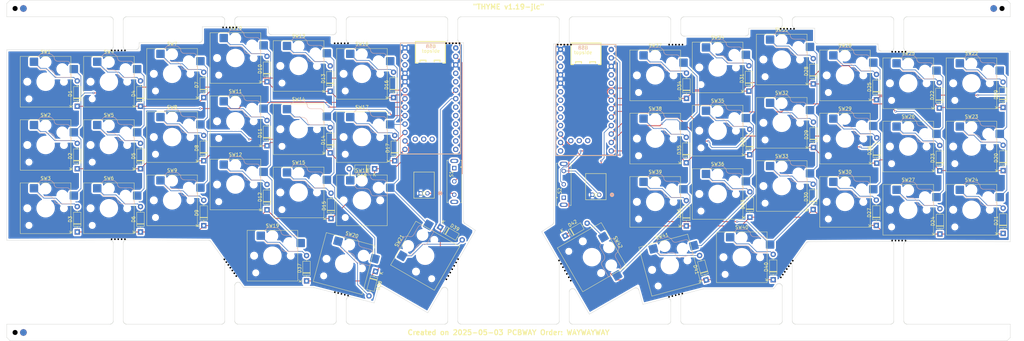
<source format=kicad_pcb>
(kicad_pcb (version 20241229) (generator "pcbnew") (generator_version "9.0")
  (title_block (title "Thyme: Split Keyboard PCB") (date "03/28/2025") (rev "1.17"))
  (layers (0 "F.Cu" signal) (2 "B.Cu" signal) (13 "F.Paste" user) (15 "B.Paste" user) (5 "F.SilkS" user "F.Silkscreen") (7 "B.SilkS" user "B.Silkscreen") (1 "F.Mask" user) (3 "B.Mask" user) (25 "Edge.Cuts" user))
  (net 0 "")
  (net 1 "Board_0-L-COL0")
  (net 2 "Board_0-L-COL1")
  (net 3 "Board_0-L-COL2")
  (net 4 "Board_0-L-COL3")
  (net 5 "Board_0-L-COL4")
  (net 6 "Board_0-L-COL5")
  (net 7 "Board_0-L-ROW0")
  (net 8 "Board_0-L-ROW1")
  (net 9 "Board_0-L-ROW2")
  (net 10 "Board_0-L-ROW3")
  (net 11 "Board_0-LBATTERY_POSITIVE")
  (net 12 "Board_0-LPOWER-3.3V")
  (net 13 "Board_0-LPOWER-GND")
  (net 14 "Board_0-Net-(D1-A)")
  (net 15 "Board_0-Net-(D10-A)")
  (net 16 "Board_0-Net-(D11-A)")
  (net 17 "Board_0-Net-(D12-A)")
  (net 18 "Board_0-Net-(D13-A)")
  (net 19 "Board_0-Net-(D14-A)")
  (net 20 "Board_0-Net-(D15-A)")
  (net 21 "Board_0-Net-(D16-A)")
  (net 22 "Board_0-Net-(D17-A)")
  (net 23 "Board_0-Net-(D18-A)")
  (net 24 "Board_0-Net-(D19-A)")
  (net 25 "Board_0-Net-(D2-A)")
  (net 26 "Board_0-Net-(D20-A)")
  (net 27 "Board_0-Net-(D21-A)")
  (net 28 "Board_0-Net-(D22-A)")
  (net 29 "Board_0-Net-(D23-A)")
  (net 30 "Board_0-Net-(D24-A)")
  (net 31 "Board_0-Net-(D25-A)")
  (net 32 "Board_0-Net-(D26-A)")
  (net 33 "Board_0-Net-(D27-A)")
  (net 34 "Board_0-Net-(D28-A)")
  (net 35 "Board_0-Net-(D29-A)")
  (net 36 "Board_0-Net-(D3-A)")
  (net 37 "Board_0-Net-(D30-A)")
  (net 38 "Board_0-Net-(D31-A)")
  (net 39 "Board_0-Net-(D32-A)")
  (net 40 "Board_0-Net-(D33-A)")
  (net 41 "Board_0-Net-(D34-A)")
  (net 42 "Board_0-Net-(D35-A)")
  (net 43 "Board_0-Net-(D36-A)")
  (net 44 "Board_0-Net-(D37-A)")
  (net 45 "Board_0-Net-(D38-A)")
  (net 46 "Board_0-Net-(D39-A)")
  (net 47 "Board_0-Net-(D4-A)")
  (net 48 "Board_0-Net-(D40-A)")
  (net 49 "Board_0-Net-(D41-A)")
  (net 50 "Board_0-Net-(D42-A)")
  (net 51 "Board_0-Net-(D5-A)")
  (net 52 "Board_0-Net-(D6-A)")
  (net 53 "Board_0-Net-(D7-A)")
  (net 54 "Board_0-Net-(D8-A)")
  (net 55 "Board_0-Net-(D9-A)")
  (net 56 "Board_0-Net-(S1-Pad2)")
  (net 57 "Board_0-Net-(S2-Pad2)")
  (net 58 "Board_0-R-COL0")
  (net 59 "Board_0-R-COL1")
  (net 60 "Board_0-R-COL2")
  (net 61 "Board_0-R-COL3")
  (net 62 "Board_0-R-COL4")
  (net 63 "Board_0-R-COL5")
  (net 64 "Board_0-R-ROW0")
  (net 65 "Board_0-R-ROW1")
  (net 66 "Board_0-R-ROW2")
  (net 67 "Board_0-R-ROW3")
  (net 68 "Board_0-RBATTERY_POSITIVE")
  (net 69 "Board_0-RPOWER-3.3V")
  (net 70 "Board_0-RPOWER-GND")
  (net 71 "Board_0-unconnected-(S1-Pad1)")
  (net 72 "Board_0-unconnected-(S2-Pad1)")
  (net 73 "Board_0-unconnected-(U1-BAT+-Pad29)")
  (net 74 "Board_0-unconnected-(U1-P0.02-LF-Pad19)")
  (net 75 "Board_0-unconnected-(U1-P0.06-Pad1)")
  (net 76 "Board_0-unconnected-(U1-P0.08-Pad2)")
  (net 77 "Board_0-unconnected-(U1-P0.09-LF-Pad24)")
  (net 78 "Board_0-unconnected-(U1-P0.10-LF-Pad23)")
  (net 79 "Board_0-unconnected-(U1-P1.01-LF-Pad25)")
  (net 80 "Board_0-unconnected-(U1-P1.02-LF-Pad26)")
  (net 81 "Board_0-unconnected-(U1-P1.07-LF-Pad27)")
  (net 82 "Board_0-unconnected-(U1-P1.11-LF-Pad22)")
  (net 83 "Board_0-unconnected-(U1-P1.13-LF-Pad21)")
  (net 84 "Board_0-unconnected-(U1-P1.15-LF-Pad20)")
  (net 85 "Board_0-unconnected-(U1-RST-Pad15)")
  (net 86 "Board_0-unconnected-(U2-BAT+-Pad29)")
  (net 87 "Board_0-unconnected-(U2-P0.06-Pad1)")
  (net 88 "Board_0-unconnected-(U2-P0.08-Pad2)_1")
  (net 89 "Board_0-unconnected-(U2-P0.17-Pad5)")
  (net 90 "Board_0-unconnected-(U2-P0.20-Pad6)")
  (net 91 "Board_0-unconnected-(U2-P0.22-Pad7)")
  (net 92 "Board_0-unconnected-(U2-P0.24-Pad8)")
  (net 93 "Board_0-unconnected-(U2-P1.00-Pad9)")
  (net 94 "Board_0-unconnected-(U2-P1.01-LF-Pad25)")
  (net 95 "Board_0-unconnected-(U2-P1.02-LF-Pad26)")
  (net 96 "Board_0-unconnected-(U2-P1.06-LF-Pad12)")
  (net 97 "Board_0-unconnected-(U2-P1.07-LF-Pad27)")
  (net 98 "Board_0-unconnected-(U2-RST-Pad15)_1")
  (footprint "NPTH" (layer "F.Cu") (at 294.224951 92.217836)
    (property "Reference" "KiKit_MB_16_1" (hide yes))
    (property "Value" "NPTH" (hide yes))
  )
  (footprint "NPTH" (layer "F.Cu") (at 125.802827 108.470514)
    (property "Reference" "KiKit_MB_11_2" (hide yes))
    (property "Value" "NPTH" (hide yes))
  )
  (footprint "PCM_Switch_Keyboard_Hotswap_Kailh:SW_Hotswap_Kailh_Choc_V1V2_1.00u" (layer "F.Cu") (at 73.949775 42.125715)
    (property "Reference" "SW7")
    (property "Value" "SW_Push")
  )
  (footprint "Diode_THT:D_DO-35_SOD27_P7.62mm_Horizontal" (layer "F.Cu") (at 83.449775 68.250715 90)
    (property "Reference" "D8")
    (property "Value" "D_Small")
  )
  (footprint "Diode_THT:D_DO-35_SOD27_P7.62mm_Horizontal" (layer "F.Cu") (at 140.449775 49.250715 90)
    (property "Reference" "D16")
    (property "Value" "D_Small")
  )
  (footprint "NPTH" (layer "F.Cu") (at 290.224957 92.203766)
    (property "Reference" "KiKit_MB_16_5" (hide yes))
    (property "Value" "NPTH" (hide yes))
  )
  (footprint "Diode_THT:D_DO-35_SOD27_P7.62mm_Horizontal" (layer "F.Cu") (at 323.530225 52.223854 90)
    (property "Reference" "D19")
    (property "Value" "D_Small")
  )
  (footprint "Diode_THT:D_DO-35_SOD27_P7.62mm_Horizontal" (layer "F.Cu") (at 304.520225 71.253854 90)
    (property "Reference" "D23")
    (property "Value" "D_Small")
  )
  (footprint "Diode_THT:D_DO-35_SOD27_P7.62mm_Horizontal" (layer "F.Cu") (at 228.400225 87.813854 90)
    (property "Reference" "D36")
    (property "Value" "D_Small")
  )
  (footprint "PCM_Switch_Keyboard_Hotswap_Kailh:SW_Hotswap_Kailh_Choc_V1V2_1.00u" (layer "F.Cu") (at 276.050225 61.583854)
    (property "Reference" "SW29")
    (property "Value" "SW_Push")
  )
  (footprint "PCM_Switch_Keyboard_Hotswap_Kailh:SW_Hotswap_Kailh_Choc_V1V2_1.00u" (layer "F.Cu") (at 73.949775 80.125715)
    (property "Reference" "SW9")
    (property "Value" "SW_Push")
  )
  (footprint "NPTH" (layer "F.Cu") (at 191.336159 100.205931)
    (property "Reference" "KiKit_MB_13_5" (hide yes))
    (property "Value" "NPTH" (hide yes))
  )
  (footprint "NPTH" (layer "F.Cu") (at 190.746321 33.353854)
    (property "Reference" "KiKit_MB_5_2" (hide yes))
    (property "Value" "NPTH" (hide yes))
  )
  (footprint "PCM_Switch_Keyboard_Hotswap_Kailh:SW_Hotswap_Kailh_Choc_V1V2_1.00u" (layer "F.Cu") (at 314.050225 63.958854)
    (property "Reference" "SW23")
    (property "Value" "SW_Push")
  )
  (footprint "PCM_Switch_Keyboard_Hotswap_Kailh:SW_Hotswap_Kailh_Choc_V1V2_1.00u" (layer "F.Cu") (at 276.050225 80.583854)
    (property "Reference" "SW30")
    (property "Value" "SW_Push")
  )
  (footprint "NPTH" (layer "F.Cu") (at 258.731607 28.603854)
    (property "Reference" "KiKit_MB_7_3" (hide yes))
    (property "Value" "NPTH" (hide yes))
  )
  (footprint "Diode_THT:D_DO-35_SOD27_P7.62mm_Horizontal" (layer "F.Cu") (at 102.449775 63.748215 90)
    (property "Reference" "D11")
    (property "Value" "D_Small")
  )
  (footprint "PCM_Switch_Keyboard_Hotswap_Kailh:SW_Hotswap_Kailh_Choc_V1V2_1.00u" (layer "F.Cu") (at 257.050225 75.833854)
    (property "Reference" "SW33")
    (property "Value" "SW_Push")
  )
  (footprint "NPTH" (layer "F.Cu") (at 125.761036 32.9505)
    (property "Reference" "KiKit_MB_3_4" (hide yes))
    (property "Value" "NPTH" (hide yes))
  )
  (footprint "Diode_THT:D_DO-35_SOD27_P7.62mm_Horizontal" (layer "F.Cu") (at 121.449775 47.370715 90)
    (property "Reference" "D13")
    (property "Value" "D_Small")
  )
  (footprint "NPTH" (layer "F.Cu") (at 192.746321 33.353854)
    (property "Reference" "KiKit_MB_5_4" (hide yes))
    (property "Value" "NPTH" (hide yes))
  )
  (footprint "NPTH" (layer "F.Cu") (at 193.669572 104.246235)
    (property "Reference" "KiKit_MB_13_1" (hide yes))
    (property "Value" "NPTH" (hide yes))
  )
  (footprint "PCM_Switch_Keyboard_Hotswap_Kailh:SW_Hotswap_Kailh_Choc_V1V2_1.00u" (layer "F.Cu") (at 295.050225 82.958854)
    (property "Reference" "SW27")
    (property "Value" "SW_Push")
  )
  (footprint "NPTH" (layer "F.Cu") (at 90.834684 99.519623)
    (property "Reference" "KiKit_MB_10_5" (hide yes))
    (property "Value" "NPTH" (hide yes))
  )
  (footprint "PCM_Switch_Keyboard_Hotswap_Kailh:SW_Hotswap_Kailh_Choc_V1V2_1.00u" (layer "F.Cu") (at 237.800225 78.208854)
    (property "Reference" "SW36")
    (property "Value" "SW_Push")
  )
  (footprint "libraries:SW_SLW-1277744-3A-N-D" (layer "F.Cu") (at 191.580225 75.313854 90)
    (property "Reference" "S2")
    (property "Value" "Power Switch")
  )
  (footprint "Diode_THT:D_DO-35_SOD27_P7.62mm_Horizontal" (layer "F.Cu") (at 45.449775 51.873215 90)
    (property "Reference" "D1")
    (property "Value" "D_Small")
  )
  (footprint "NPTH" (layer "F.Cu") (at 192.502866 102.226083)
    (property "Reference" "KiKit_MB_13_3" (hide yes))
    (property "Value" "NPTH" (hide yes))
  )
  (footprint "Diode_THT:D_DO-35_SOD27_P7.62mm_Horizontal" (layer "F.Cu") (at 83.449775 49.250715 90)
    (property "Reference" "D7")
    (property "Value" "D_Small")
  )
  (footprint "Diode_THT:D_DO-35_SOD27_P7.62mm_Horizontal" (layer "F.Cu") (at 83.449775 87.708854 90)
    (property "Reference" "D9")
    (property "Value" "D_Small")
  )
  (footprint "NPTH" (layer "F.Cu") (at 89.268393 28.2005)
    (property "Reference" "KiKit_MB_2_1" (hide yes))
    (property "Value" "NPTH" (hide yes))
  )
  (footprint "NPTH" (layer "F.Cu") (at 156.330428 103.842881)
    (property "Reference" "KiKit_MB_12_7" (hide yes))
    (property "Value" "NPTH" (hide yes))
  )
  (footprint "NPTH" (layer "F.Cu") (at 189.746321 33.353854)
    (property "Reference" "KiKit_MB_5_1" (hide yes))
    (property "Value" "NPTH" (hide yes))
  )
  (footprint "NPTH" (layer "F.Cu") (at 156.913781 102.832805)
    (property "Reference" "KiKit_MB_12_6" (hide yes))
    (property "Value" "NPTH" (hide yes))
  )
  (footprint "PCM_Switch_Keyboard_Hotswap_Kailh:SW_Hotswap_Kailh_Choc_V1V2_1.00u" (layer "F.Cu") (at 35.949775 63.500715)
    (property "Reference" "SW2")
    (property "Value" "SW_Push")
  )
  (footprint "NPTH" (layer "F.Cu") (at 290.22425 35.498854)
    (property "Reference" "KiKit_MB_8_1" (hide yes))
    (property "Value" "NPTH" (hide yes))
  )
  (footprint "PCM_Switch_Keyboard_Hotswap_Kailh:SW_Hotswap_Kailh_Choc_V1V2_1.00u" (layer "F.Cu") (at 54.949775 63.500715)
    (property "Reference" "SW5")
    (property "Value" "SW_Push")
  )
  (footprint "PCM_Switch_Keyboard_Hotswap_Kailh:SW_Hotswap_Kailh_Choc_V1V2_1.00u" (layer "F.Cu") (at 125.637183 99.125715 -15)
    (property "Reference" "SW20")
    (property "Value" "SW_Push")
  )
  (footprint "Diode_THT:D_DO-35_SOD27_P7.62mm_Horizontal" (layer "F.Cu") (at 285.460225 87.663854 90)
    (property "Reference" "D27")
    (property "Value" "D_Small")
  )
  (footprint "PCM_Switch_Keyboard_Hotswap_Kailh:SW_Hotswap_Kailh_Choc_V1V2_1.00u" (layer "F.Cu") (at 130.949775 42.125715)
    (property "Reference" "SW16")
    (property "Value" "SW_Push")
  )
  (footprint "NPTH" (layer "F.Cu") (at 257.375372 102.437713)
    (property "Reference" "KiKit_MB_15_6" (hide yes))
    (property "Value" "NPTH" (hide yes))
  )
  (footprint "NPTH" (layer "F.Cu") (at 256.731607 28.603854)
    (property "Reference" "KiKit_MB_7_1" (hide yes))
    (property "Value" "NPTH" (hide yes))
  )
  (footprint "NPTH" (layer "F.Cu") (at 122.761036 32.9505)
    (property "Reference" "KiKit_MB_3_1" (hide yes))
    (property "Value" "NPTH" (hide yes))
  )
  (footprint "NPTH" (layer "F.Cu") (at 158.253679 32.9505)
    (property "Reference" "KiKit_MB_4_3" (hide yes))
    (property "Value" "NPTH" (hide yes))
  )
  (footprint "NPTH" (layer "F.Cu") (at 291.22425 35.498854)
    (property "Reference" "KiKit_MB_8_2" (hide yes))
    (property "Value" "NPTH" (hide yes))
  )
  (footprint "PCM_Switch_Keyboard_Hotswap_Kailh:SW_Hotswap_Kailh_Choc_V1V2_1.00u" (layer "F.Cu") (at 219.050225 80.583854)
    (property "Reference" "SW39")
    (property "Value" "SW_Push")
  )
  (footprint "NPTH" (layer "F.Cu") (at 57.77575 35.0955)
    (property "Reference" "KiKit_MB_1_3" (hide yes))
    (property "Value" "NPTH" (hide yes))
  )
  (footprint "NPTH" (layer "F.Cu") (at 122.826258 107.708499)
    (property "Reference" "KiKit_MB_11_5" (hide yes))
    (property "Value" "NPTH" (hide yes))
  )
  (footprint "PCM_Switch_Keyboard_Hotswap_Kailh:SW_Hotswap_Kailh_Choc_V1V2_1.00u" (layer "F.Cu") (at 111.949775 39.750715)
    (property "Reference" "SW13")
    (property "Value" "SW_Push")
  )
  (footprint "NPTH" (layer "F.Cu") (at 92.02798 101.196114)
    (property "Reference" "KiKit_MB_10_3" (hide yes))
    (property "Value" "NPTH" (hide yes))
  )
  (footprint "Diode_THT:D_DO-35_SOD27_P7.62mm_Horizontal" (layer "F.Cu") (at 285.500225 49.923854 90)
    (property "Reference" "D25")
    (property "Value" "D_Small")
  )
  (footprint "PCM_Switch_Keyboard_Hotswap_Kailh:SW_Hotswap_Kailh_Choc_V1V2_1.00u" (layer "F.Cu") (at 257.050225 37.833854)
    (property "Reference" "SW31")
    (property "Value" "SW_Push")
  )
  (footprint "NPTH" (layer "F.Cu") (at 257.731607 28.603854)
    (property "Reference" "KiKit_MB_7_2" (hide yes))
    (property "Value" "NPTH" (hide yes))
  )
  (footprint "NPTH" (layer "F.Cu") (at 292.22425 35.498854)
    (property "Reference" "KiKit_MB_8_3" (hide yes))
    (property "Value" "NPTH" (hide yes))
  )
  (footprint "NPTH" (layer "F.Cu") (at 56.77575 35.0955)
    (property "Reference" "KiKit_MB_1_2" (hide yes))
    (property "Value" "NPTH" (hide yes))
  )
  (footprint "NPTH" (layer "F.Cu") (at 227.173742 108.111853)
    (property "Reference" "KiKit_MB_14_1" (hide yes))
    (property "Value" "NPTH" (hide yes))
  )
  (footprint "Diode_THT:D_DO-35_SOD27_P7.62mm_Horizontal" (layer "F.Cu") (at 121.675225 85.581354 90)
    (property "Reference" "D15")
    (property "Value" "D_Small")
  )
  (footprint "NPTH" (layer "F.Cu") (at 26.783106 22.5)
    (property "Reference" "KiKit_TO_1" (hide yes))
    (property "Value" "NPTH" (hide yes))
  )
  (footprint "NPTH" (layer "F.Cu") (at 124.761036 32.9505)
    (property "Reference" "KiKit_MB_3_3" (hide yes))
    (property "Value" "NPTH" (hide yes))
  )
  (footprint "NPTH" (layer "F.Cu") (at 126.761036 32.9505)
    (property "Reference" "KiKit_MB_3_5" (hide yes))
    (property "Value" "NPTH" (hide yes))
  )
  (footprint "NPTH" (layer "F.Cu") (at 226.238964 33.353854)
    (property "Reference" "KiKit_MB_6_4" (hide yes))
    (property "Value" "NPTH" (hide yes))
  )
  (footprint "PCM_Switch_Keyboard_Hotswap_Kailh:SW_Hotswap_Kailh_Choc_V1V2_1.00u" (layer "F.Cu") (at 92.949775 75.375715)
    (property "Reference" "SW12")
    (property "Value" "SW_Push")
  )
  (footprint "NPTH" (layer "F.Cu") (at 124.810637 108.216509)
    (property "Reference" "KiKit_MB_11_3" (hide yes))
    (property "Value" "NPTH" (hide yes))
  )
  (footprint "NPTH" (layer "F.Cu") (at 259.731607 28.603854)
    (property "Reference" "KiKit_MB_7_4" (hide yes))
    (property "Value" "NPTH" (hide yes))
  )
  (footprint "NPTH" (layer "F.Cu") (at 126.795016 108.724519)
    (property "Reference" "KiKit_MB_11_1" (hide yes))
    (property "Value" "NPTH" (hide yes))
  )
  (footprint "PCM_Switch_Keyboard_Hotswap_Kailh:SW_Hotswap_Kailh_Choc_V1V2_1.00u" (layer "F.Cu") (at 54.949775 44.500715)
    (property "Reference" "SW4")
    (property "Value" "SW_Push")
  )
  (footprint "NPTH" (layer "F.Cu") (at 323.216894 22.5)
    (property "Reference" "KiKit_TO_2" (hide yes))
    (property "Value" "NPTH" (hide yes))
  )
  (footprint "NPTH" (layer "F.Cu") (at 55.775049 91.814482)
    (property "Reference" "KiKit_MB_9_5" (hide yes))
    (property "Value" "NPTH" (hide yes))
  )
  (footprint "Diode_THT:D_DO-35_SOD27_P7.62mm_Horizontal" (layer "F.Cu") (at 247.490225 85.183854 90)
    (property "Reference" "D33")
    (property "Value" "D_Small")
  )
  (footprint "libraries:SuperMini NRF52840" (layer "F.Cu") (at 143.892266 34.346246)
    (property "Reference" "U1" (hide yes))
    (property "Value" "nice_nano")
  )
  (footprint "NPTH" (layer "F.Cu") (at 259.761963 99.084732)
    (property "Reference" "KiKit_MB_15_2" (hide yes))
    (property "Value" "NPTH" (hide yes))
  )
  (footprint "NPTH" (layer "F.Cu") (at 89.641389 97.843132)
    (property "Reference" "KiKit_MB_10_7" (hide yes))
    (property "Value" "NPTH" (hide yes))
  )
  (footprint "Diode_THT:D_DO-35_SOD27_P7.62mm_Horizontal" (layer "F.Cu") (at 266.580225 64.233854 90)
    (property "Reference" "D29")
    (property "Value" "D_Small")
  )
  (footprint "NPTH" (layer "F.Cu") (at 58.775045 91.80393)
    (property "Reference" "KiKit_MB_9_2" (hide yes))
    (property "Value" "NPTH" (hide yes))
  )
  (footprint "NPTH" (layer "F.Cu") (at 260.731607 28.603854)
    (property "Reference" "KiKit_MB_7_5" (hide yes))
    (property "Value" "NPTH" (hide yes))
  )
  (footprint "NPTH" (layer "F.Cu") (at 91.268393 28.2005)
    (property "Reference" "KiKit_MB_2_3" (hide yes))
    (property "Value" "NPTH" (hide yes))
  )
  (footprint "PCM_Switch_Keyboard_Hotswap_Kailh:SW_Hotswap_Kailh_Choc_V1V2_1.00u" (layer "F.Cu") (at 200.050225 97.195715 -60)
    (property "Reference" "SW42")
    (property "Value" "SW_Push")
  )
  (footprint "Diode_THT:D_DO-35_SOD27_P7.62mm_Horizontal" (layer "F.Cu") (at 304.570225 90.243854 90)
    (property "Reference" "D24")
    (property "Value" "D_Small")
  )
  (footprint "NPTH" (layer "F.Cu") (at 226.181552 108.365858)
    (property "Reference" "KiKit_MB_14_2" (hide yes))
    (property "Value" "NPTH" (hide yes))
  )
  (footprint "PCM_Switch_Keyboard_Hotswap_Kailh:SW_Hotswap_Kailh_Choc_V1V2_1.00u" (layer "F.Cu") (at 149.949775 96.763855 60)
    (property "Reference" "SW21")
    (property "Value" "SW_Push")
  )
  (footprint "PCM_Switch_Keyboard_Hotswap_Kailh:SW_Hotswap_Kailh_Choc_V1V2_1.00u" (layer "F.Cu") (at 314.050225 82.958854)
    (property "Reference" "SW24")
    (property "Value" "SW_Push")
  )
  (footprint "PCM_Switch_Keyboard_Hotswap_Kailh:SW_Hotswap_Kailh_Choc_V1V2_1.00u" (layer "F.Cu") (at 73.949775 61.125715)
    (property "Reference" "SW8")
    (property "Value" "SW_Push")
  )
  (footprint "libraries:CONN_S2B-PH-K-S_JST" (layer "F.Cu") (at 202.215325 78.458854 180)
    (property "Reference" "J1")
    (property "Value" "JST BATTERY R")
  )
  (footprint "NPTH" (layer "F.Cu") (at 293.22425 35.498854)
    (property "Reference" "KiKit_MB_8_4" (hide yes))
    (property "Value" "NPTH" (hide yes))
  )
  (footprint "NPTH" (layer "F.Cu") (at 257.97202 101.599468)
    (property "Reference" "KiKit_MB_15_5" (hide yes))
    (property "Value" "NPTH" (hide yes))
  )
  (footprint "PCM_Switch_Keyboard_Hotswap_Kailh:SW_Hotswap_Kailh_Choc_V1V2_1.00u" (layer "F.Cu") (at 295.050225 44.958854)
    (property "Reference" "SW25")
    (property "Value" "SW_Push")
  )
  (footprint "NPTH" (layer "F.Cu") (at 191.746321 33.353854)
    (property "Reference" "KiKit_MB_5_3" (hide yes))
    (property "Value" "NPTH" (hide yes))
  )
  (footprint "NPTH" (layer "F.Cu") (at 91.431332 100.357868)
    (property "Reference" "KiKit_MB_10_4" (hide yes))
    (property "Value" "NPTH" (hide yes))
  )
  (footprint "Diode_THT:D_DO-35_SOD27_P7.62mm_Horizontal" (layer "F.Cu") (at 64.449775 89.625715 90)
    (property "Reference" "D6")
    (property "Value" "D_Small")
  )
  (footprint "Diode_THT:D_DO-35_SOD27_P7.62mm_Horizontal" (layer "F.Cu") (at 254.490225 103.963854 90)
    (property "Reference" "D40")
    (property "Value" "D_Small")
  )
  (footprint "Diode_THT:D_DO-35_SOD27_P7.62mm_Horizontal" (layer "F.Cu") (at 154.490669 88.198854 -30)
    (property "Reference" "D39")
    (property "Value" "D_Small")
  )
  (footprint "PCM_Switch_Keyboard_Hotswap_Kailh:SW_Hotswap_Kailh_Choc_V1V2_1.00u" (layer "F.Cu") (at 111.949775 77.750715)
    (property "Reference" "SW15")
    (property "Value" "SW_Push")
  )
  (footprint "Diode_THT:D_DO-35_SOD27_P7.62mm_Horizontal" (layer "F.Cu") (at 266.490225 82.883854 90)
    (property "Reference" "D30")
    (property "Value" "D_Small")
  )
  (footprint "Fiducial" (layer "F.Cu") (at 320.716894 22.5)
    (property "Reference" "KiKit_FID_T_2" (hide yes))
    (property "Value" "Fiducial" (hide yes))
  )
  (footprint "PCM_Switch_Keyboard_Hotswap_Kailh:SW_Hotswap_Kailh_Choc_V1V2_1.00u" (layer "F.Cu") (at 237.800225 40.208854)
    (property "Reference" "SW34")
    (property "Value" "SW_Push")
  )
  (footprint "NPTH" (layer "F.Cu") (at 223.204984 109.127873)
    (property "Reference" "KiKit_MB_14_5" (hide yes))
    (property "Value" "NPTH" (hide yes))
  )
  (footprint "Diode_THT:D_DO-35_SOD27_P7.62mm_Horizontal" (layer "F.Cu") (at 228.440225 49.503854 90)
    (property "Reference" "D34")
    (property "Value" "D_Small")
  )
  (footprint "NPTH" (layer "F.Cu") (at 193.086219 103.236159)
    (property "Reference" "KiKit_MB_13_2" (hide yes))
    (property "Value" "NPTH" (hide yes))
  )
  (footprint "NPTH" (layer "F.Cu") (at 123.818448 107.962504)
    (property "Reference" "KiKit_MB_11_4" (hide yes))
    (property "Value" "NPTH" (hide yes))
  )
  (footprint "NPTH" (layer "F.Cu") (at 158.663841 99.802577)
    (property "Reference" "KiKit_MB_12_3" (hide yes))
    (property "Value" "NPTH" (hide yes))
  )
  (footprint "Diode_THT:D_DO-35_SOD27_P7.62mm_Horizontal" (layer "F.Cu") (at 247.200225 47.313854 90)
    (property "Reference" "D31")
    (property "Value" "D_Small")
  )
  (footprint "NPTH" (layer "F.Cu") (at 190.752806 99.195854)
    (property "Reference" "KiKit_MB_13_6" (hide yes))
    (property "Value" "NPTH" (hide yes))
  )
  (footprint "NPTH" (layer "F.Cu") (at 291.224955 92.207284)
    (property "Reference" "KiKit_MB_16_4" (hide yes))
    (property "Value" "NPTH" (hide yes))
  )
  (footprint "Diode_THT:D_DO-35_SOD27_P7.62mm_Horizontal" (layer "F.Cu") (at 285.590225 68.943854 90)
    (property "Reference" "D26")
    (property "Value" "D_Small")
  )
  (footprint "Diode_THT:D_DO-35_SOD27_P7.62mm_Horizontal" (layer "F.Cu") (at 45.449775 70.625715 90)
    (property "Reference" "D2")
    (property "Value" "D_Small")
  )
  (footprint "Diode_THT:D_DO-35_SOD27_P7.62mm_Horizontal" (layer "F.Cu") (at 121.449775 65.875715 90)
    (property "Reference" "D14")
    (property "Value" "D_Small")
  )
  (footprint "NPTH" (layer "F.Cu") (at 294.22425 35.498854)
    (property "Reference" "KiKit_MB_8_5" (hide yes))
    (property "Value" "NPTH" (hide yes))
  )
  (footprint "PCM_Switch_Keyboard_Hotswap_Kailh:SW_Hotswap_Kailh_Choc_V1V2_1.00u" (layer "F.Cu") (at 237.800225 59.208854)
    (property "Reference" "SW35")
    (property "Value" "SW_Push")
  )
  (footprint "PCM_Switch_Keyboard_Hotswap_Kailh:SW_Hotswap_Kailh_Choc_V1V2_1.00u" (layer "F.Cu") (at 130.949775 61.125715)
    (property "Reference" "SW17")
    (property "Value" "SW_Push")
  )
  (footprint "PCM_Switch_Keyboard_Hotswap_Kailh:SW_Hotswap_Kailh_Choc_V1V2_1.00u" (layer "F.Cu") (at 130.949775 80.125715)
    (property "Reference" "SW18")
    (property "Value" "SW_Push")
  )
  (footprint "Fiducial" (layer "F.Cu") (at 29.283106 22.5)
    (property "Reference" "KiKit_FID_T_1" (hide yes))
    (property "Value" "Fiducial" (hide yes))
  )
  (footprint "PCM_Switch_Keyboard_Hotswap_Kailh:SW_Hotswap_Kailh_Choc_V1V2_1.00u" (layer "F.Cu") (at 257.050225 56.833854)
    (property "Reference" "SW32")
    (property "Value" "SW_Push")
  )
  (footprint "NPTH" (layer "F.Cu") (at 225.238964 33.353854)
    (property "Reference" "KiKit_MB_6_3" (hide yes))
    (property "Value" "NPTH" (hide yes))
  )
  (footprint "Diode_THT:D_DO-35_SOD27_P7.62mm_Horizontal" (layer "F.Cu") (at 102.449775 44.500715 90)
    (property "Reference" "D10")
    (property "Value" "D_Small")
  )
  (footprint "NPTH" (layer "F.Cu") (at 256.778725 103.275958)
    (property "Reference" "KiKit_MB_15_7" (hide yes))
    (property "Value" "NPTH" (hide yes))
  )
  (footprint "NPTH" (layer "F.Cu") (at 159.247194 98.7925)
    (property "Reference" "KiKit_MB_12_2" (hide yes))
    (property "Value" "NPTH" (hide yes))
  )
  (footprint "NPTH" (layer "F.Cu") (at 159.830547 97.782424)
    (property "Reference" "KiKit_MB_12_1" (hide yes))
    (property "Value" "NPTH" (hide yes))
  )
  (footprint "NPTH" (layer "F.Cu") (at 90.238037 98.681378)
    (property "Reference" "KiKit_MB_10_6" (hide yes))
    (property "Value" "NPTH" (hide yes))
  )
  (footprint "NPTH" (layer "F.Cu") (at 59.775043 91.800412)
    (property "Reference" "KiKit_MB_9_1" (hide yes))
    (property "Value" "NPTH" (hide yes))
  )
  (footprint "NPTH" (layer "F.Cu") (at 156.253679 32.9505)
    (property "Reference" "KiKit_MB_4_1" (hide yes))
    (property "Value" "NPTH" (hide yes))
  )
  (footprint "Diode_THT:D_DO-35_SOD27_P7.62mm_Horizontal" (layer "F.Cu") (at 64.449775 70.625715 90)
    (property "Reference" "D5")
    (property "Value" "D_Small")
  )
  (footprint "libraries:CONN_S2B-PH-K-S_JST" (layer "F.Cu") (at 150.624875 78.000715 180)
    (property "Reference" "J2")
    (property "Value" "JST BATTERY R")
  )
  (footprint "NPTH" (layer "F.Cu") (at 190.169453 98.185778)
    (property "Reference" "KiKit_MB_13_7" (hide yes))
    (property "Value" "NPTH" (hide yes))
  )
  (footprint "PCM_Switch_Keyboard_Hotswap_Kailh:SW_Hotswap_Kailh_Choc_V1V2_1.00u" (layer "F.Cu") (at 276.050225 42.583854)
    (property "Reference" "SW28")
    (property "Value" "SW_Push")
  )
  (footprint "Diode_THT:D_DO-35_SOD27_P7.62mm_Horizontal" (layer "F.Cu") (at 114.324775 104.333854 90)
    (property "Reference" "D37")
    (property "Value" "D_Small")
  )
  (footprint "NPTH" (layer "F.Cu") (at 292.224954 92.210801)
    (property "Reference" "KiKit_MB_16_3" (hide yes))
    (property "Value" "NPTH" (hide yes))
  )
  (footprint "PCM_Switch_Keyboard_Hotswap_Kailh:SW_Hotswap_Kailh_Choc_V1V2_1.00u" (layer "F.Cu") (at 54.949775 82.500715)
    (property "Reference" "SW6")
    (property "Value" "SW_Push")
  )
  (footprint "NPTH" (layer "F.Cu") (at 259.165316 99.922977)
    (property "Reference" "KiKit_MB_15_3" (hide yes))
    (property "Value" "NPTH" (hide yes))
  )
  (footprint "NPTH" (layer "F.Cu") (at 258.568668 100.761222)
    (property "Reference" "KiKit_MB_15_4" (hide yes))
    (property "Value" "NPTH" (hide yes))
  )
  (footprint "PCM_Switch_Keyboard_Hotswap_Kailh:SW_Hotswap_Kailh_Choc_V1V2_1.00u" (layer "F.Cu") (at 219.050225 42.583854)
    (property "Reference" "SW37")
    (property "Value" "SW_Push")
  )
  (footprint "Diode_THT:D_DO-35_SOD27_P7.62mm_Horizontal" (layer "F.Cu") (at 192.000669 90.801354 30)
    (property "Reference" "D42")
    (property "Value" "D_Small")
  )
  (footprint "NPTH" (layer "F.Cu") (at 157.253679 32.9505)
    (property "Reference" "KiKit_MB_4_2" (hide yes))
    (property "Value" "NPTH" (hide yes))
  )
  (footprint "NPTH" (layer "F.Cu") (at 158.080488 100.812653)
    (property "Reference" "KiKit_MB_12_4" (hide yes))
    (property "Value" "NPTH" (hide yes))
  )
  (footprint "NPTH" (layer "F.Cu") (at 159.253679 32.9505)
    (property "Reference" "KiKit_MB_4_4" (hide yes))
    (property "Value" "NPTH" (hide yes))
  )
  (footprint "libraries:SuperMini NRF52840" (layer "F.Cu") (at 190.617655 34.804385)
    (property "Reference" "U2" (hide yes))
    (property "Value" "nice_nano")
  )
  (footprint "Diode_THT:D_DO-35_SOD27_P7.62mm_Horizontal" (layer "F.Cu") (at 266.530225 45.163854 90)
    (property "Reference" "D28")
    (property "Value" "D_Small")
  )
  (footprint "PCM_Switch_Keyboard_Hotswap_Kailh:SW_Hotswap_Kailh_Choc_V1V2_1.00u" (layer "F.Cu") (at 223.425225 99.583854 15)
    (property "Reference" "SW41")
    (property "Value" "SW_Push")
  )
  (footprint "NPTH" (layer "F.Cu") (at 157.497134 101.822729)
    (property "Reference" "KiKit_MB_12_5" (hide yes))
    (property "Value" "NPTH" (hide yes))
  )
  (footprint "NPTH" (layer "F.Cu") (at 260.358611 98.246486)
    (property "Reference" "KiKit_MB_15_1" (hide yes))
    (property "Value" "NPTH" (hide yes))
  )
  (footprint "PCM_Switch_Keyboard_Hotswap_Kailh:SW_Hotswap_Kailh_Choc_V1V2_1.00u" (layer "F.Cu") (at 295.050225 63.958854)
    (property "Reference" "SW26")
    (property "Value" "SW_Push")
  )
  (footprint "NPTH" (layer "F.Cu") (at 26.783106 119.810765)
    (property "Reference" "KiKit_TO_3" (hide yes))
    (property "Value" "NPTH" (hide yes))
  )
  (footprint "Diode_THT:D_DO-35_SOD27_P7.62mm_Horizontal" (layer "F.Cu") (at 323.550225 90.063854 90)
    (property "Reference" "D21")
    (property "Value" "D_Small")
  )
  (footprint "PCM_Switch_Keyboard_Hotswap_Kailh:SW_Hotswap_Kailh_Choc_V1V2_1.00u" (layer "F.Cu") (at 92.949775 37.375715)
    (property "Reference" "SW10")
    (property "Value" "SW_Push")
  )
  (footprint "Diode_THT:D_DO-35_SOD27_P7.62mm_Horizontal" (layer "F.Cu") (at 323.550225 71.183854 90)
    (property "Reference" "D20")
    (property "Value" "D_Small")
  )
  (footprint "Diode_THT:D_DO-35_SOD27_P7.62mm_Horizontal" (layer "F.Cu") (at 228.380225 68.823854 90)
    (property "Reference" "D35")
    (property "Value" "D_Small")
  )
  (footprint "Fiducial" (layer "F.Cu") (at 29.283106 119.810765)
    (property "Reference" "KiKit_FID_T_3" (hide yes))
    (property "Value" "Fiducial" (hide yes))
  )
  (footprint "NPTH" (layer "F.Cu") (at 227.238964 33.353854)
    (property "Reference" "KiKit_MB_6_5" (hide yes))
    (property "Value" "NPTH" (hide yes))
  )
  (footprint "NPTH" (layer "F.Cu") (at 223.238964 33.353854)
    (property "Reference" "KiKit_MB_6_1" (hide yes))
    (property "Value" "NPTH" (hide yes))
  )
  (footprint "Diode_THT:D_DO-35_SOD27_P7.62mm_Horizontal" (layer "F.Cu") (at 304.390225 52.403854 90)
    (property "Reference" "D22")
    (property "Value" "D_Small")
  )
  (footprint "NPTH" (layer "F.Cu") (at 160.253679 32.9505)
    (property "Reference" "KiKit_MB_4_5" (hide yes))
    (property "Value" "NPTH" (hide yes))
  )
  (footprint "Diode_THT:D_DO-35_SOD27_P7.62mm_Horizontal" (layer "F.Cu") (at 45.449775 89.625715 90)
    (property "Reference" "D3")
    (property "Value" "D_Small")
  )
  (footprint "NPTH" (layer "F.Cu") (at 191.919512 101.216007)
    (property "Reference" "KiKit_MB_13_4" (hide yes))
    (property "Value" "NPTH" (hide yes))
  )
  (footprint "NPTH" (layer "F.Cu") (at 58.77575 35.0955)
    (property "Reference" "KiKit_MB_1_4" (hide yes))
    (property "Value" "NPTH" (hide yes))
  )
  (footprint "NPTH" (layer "F.Cu") (at 193.746321 33.353854)
    (property "Reference" "KiKit_MB_5_5" (hide yes))
    (property "Value" "NPTH" (hide yes))
  )
  (footprint "Diode_THT:D_DO-35_SOD27_P7.62mm_Horizontal" (layer "F.Cu") (at 234.360225 104.043854 105)
    (property "Reference" "D41")
    (property "Value" "D_Small")
  )
  (footprint "PCM_Switch_Keyboard_Hotswap_Kailh:SW_Hotswap_Kailh_Choc_V1V2_1.00u" (layer "F.Cu") (at 245.050225 97.208854)
    (property "Reference" "SW40")
    (property "Value" "SW_Push")
  )
  (footprint "NPTH" (layer "F.Cu") (at 225.189363 108.619863)
    (property "Reference" "KiKit_MB_14_3" (hide yes))
    (property "Value" "NPTH" (hide yes))
  )
  (footprint "NPTH" (layer "F.Cu") (at 55.77575 35.0955)
    (property "Reference" "KiKit_MB_1_1" (hide yes))
    (property "Value" "NPTH" (hide yes))
  )
  (footprint "NPTH" (layer "F.Cu") (at 56.775048 91.810965)
    (property "Reference" "KiKit_MB_9_4" (hide yes))
    (property "Value" "NPTH" (hide yes))
  )
  (footprint "Diode_THT:D_DO-35_SOD27_P7.62mm_Horizontal" (layer "F.Cu") (at 64.449775 51.873215 90)
    (property "Reference" "D4")
    (property "Value" "D_Small")
  )
  (footprint "NPTH" (layer "F.Cu") (at 92.624628 102.034359)
    (property "Reference" "KiKit_MB_10_2" (hide yes))
    (property "Value" "NPTH" (hide yes))
  )
  (footprint "NPTH" (layer "F.Cu") (at 57.775046 91.807447)
    (property "Reference" "KiKit_MB_9_3" (hide yes))
    (property "Value" "NPTH" (hide yes))
  )
  (footprint "PCM_Switch_Keyboard_Hotswap_Kailh:SW_Hotswap_Kailh_Choc_V1V2_1.00u" (layer "F.Cu") (at 111.949775 58.750715)
    (property "Reference" "SW14")
    (property "Value" "SW_Push")
  )
  (footprint "PCM_Switch_Keyboard_Hotswap_Kailh:SW_Hotswap_Kailh_Choc_V1V2_1.00u" (layer "F.Cu") (at 92.949775 56.375715)
    (property "Reference" "SW11")
    (property "Value" "SW_Push")
  )
  (footprint "Diode_THT:D_DO-35_SOD27_P7.62mm_Horizontal" (layer "F.Cu") (at 135.052426 101.473499 -105)
    (property "Reference" "D38")
    (property "Value" "D_Small")
  )
  (footprint "libraries:SW_SLW-1277744-3A-N-D" (layer "F.Cu") (at 158.699775 74.435715 -90)
    (property "Reference" "S1")
    (property "Value" "Power Switch")
  )
  (footprint "PCM_Switch_Keyboard_Hotswap_Kailh:SW_Hotswap_Kailh_Choc_V1V2_1.00u" (layer "F.Cu") (at 104.074775 96.750715)
    (property "Reference" "SW19")
    (property "Value" "SW_Push")
  )
  (footprint "NPTH" (layer "F.Cu") (at 224.197173 108.873868)
    (property "Reference" "KiKit_MB_14_4" (hide yes))
    (property "Value" "NPTH" (hide yes))
  )
  (footprint "PCM_Switch_Keyboard_Hotswap_Kailh:SW_Hotswap_Kailh_Choc_V1V2_1.00u" (layer "F.Cu") (at 35.949775 44.500715)
    (property "Reference" "SW1")
    (property "Value" "SW_Push")
  )
  (footprint "NPTH" (layer "F.Cu") (at 59.77575 35.0955)
    (property "Reference" "KiKit_MB_1_5" (hide yes))
    (property "Value" "NPTH" (hide yes))
  )
  (footprint "Diode_THT:D_DO-35_SOD27_P7.62mm_Horizontal" (layer "F.Cu") (at 102.449775 82.958854 90)
    (property "Reference" "D12")
    (property "Value" "D_Small")
  )
  (footprint "Diode_THT:D_DO-35_SOD27_P7.62mm_Horizontal" (layer "F.Cu") (at 247.420225 66.403854 90)
    (property "Reference" "D32")
    (property "Value" "D_Small")
  )
  (footprint "NPTH" (layer "F.Cu") (at 93.221275 102.872604)
    (property "Reference" "KiKit_MB_10_1" (hide yes))
    (property "Value" "NPTH" (hide yes))
  )
  (footprint "PCM_Switch_Keyboard_Hotswap_Kailh:SW_Hotswap_Kailh_Choc_V1V2_1.00u" (layer "F.Cu") (at 314.050225 44.958854)
    (property "Reference" "SW22")
    (property "Value" "SW_Push")
  )
  (footprint "Diode_THT:D_DO-35_SOD27_P7.62mm_Horizontal" (layer "F.Cu") (at 134.759775 70.625715 180)
    (property "Reference" "D18")
    (property "Value" "D_Small")
  )
  (footprint "NPTH" (layer "F.Cu") (at 123.761036 32.9505)
    (property "Reference" "KiKit_MB_3_2" (hide yes))
    (property "Value" "NPTH" (hide yes))
  )
  (footprint "NPTH" (layer "F.Cu") (at 93.268393 28.2005)
    (property "Reference" "KiKit_MB_2_5" (hide yes))
    (property "Value" "NPTH" (hide yes))
  )
  (footprint "NPTH" (layer "F.Cu") (at 293.224952 92.214319)
    (property "Reference" "KiKit_MB_16_2" (hide yes))
    (property "Value" "NPTH" (hide yes))
  )
  (footprint "Diode_THT:D_DO-35_SOD27_P7.62mm_Horizontal" (layer "F.Cu") (at 140.824775 68.250715 90)
    (property "Reference" "D17")
    (property "Value" "D_Small")
  )
  (footprint "NPTH" (layer "F.Cu") (at 90.268393 28.2005)
    (property "Reference" "KiKit_MB_2_2" (hide yes))
    (property "Value" "NPTH" (hide yes))
  )
  (footprint "PCM_Switch_Keyboard_Hotswap_Kailh:SW_Hotswap_Kailh_Choc_V1V2_1.00u" (layer "F.Cu") (at 35.949775 82.500715)
    (property "Reference" "SW3")
    (property "Value" "SW_Push")
  )
  (footprint "PCM_Switch_Keyboard_Hotswap_Kailh:SW_Hotswap_Kailh_Choc_V1V2_1.00u" (layer "F.Cu") (at 219.050225 61.583854)
    (property "Reference" "SW38")
    (property "Value" "SW_Push")
  )
  (footprint "NPTH" (layer "F.Cu") (at 224.238964 33.353854)
    (property "Reference" "KiKit_MB_6_2" (hide yes))
    (property "Value" "NPTH" (hide yes))
  )
  (footprint "NPTH" (layer "F.Cu") (at 92.268393 28.2005)
    (property "Reference" "KiKit_MB_2_4" (hide yes))
    (property "Value" "NPTH" (hide yes))
  )
  (footprint "Fiducial" (layer "B.Cu") (at 320.716894 22.5 180)
    (property "Reference" "KiKit_FID_B_2" (hide yes))
    (property "Value" "Fiducial" (hide yes))
  )
  (footprint "Fiducial" (layer "B.Cu") (at 29.283106 119.810765 180)
    (property "Reference" "KiKit_FID_B_3" (hide yes))
    (property "Value" "Fiducial" (hide yes))
  )
  (footprint "Fiducial" (layer "B.Cu") (at 29.283106 22.5 180)
    (property "Reference" "KiKit_FID_B_1" (hide yes))
    (property "Value" "Fiducial" (hide yes))
  )
  (gr_line (start 223.076517 117.252367) (end 223.029958 117.267748) (stroke (width 0.1)) (layer "Edge.Cuts"))
  (gr_line (start 190.241795 98.891549) (end 190.245189 98.938988) (stroke (width 0.1)) (layer "Edge.Cuts"))
  (gr_line (start 55.659049 25.076044) (end 55.703876 25.095914) (stroke (width 0.1)) (layer "Edge.Cuts"))
  (gr_line (start 59.275749 92.997674) (end 59.276947 92.948753) (stroke (width 0.1)) (layer "Edge.Cuts"))
  (gr_line (start 126.519825 25.328112) (end 126.553635 25.2926) (stroke (width 0.1)) (layer "Edge.Cuts"))
  (gr_line (start 293.782907 93.08132) (end 293.800632 93.035485) (stroke (width 0.1)) (layer "Edge.Cuts"))
  (gr_line (start 93.178147 104.900788) (end 93.218761 104.872636) (stroke (width 0.1)) (layer "Edge.Cuts"))
  (gr_line (start 223.541283 109.888022) (end 223.569668 109.928176) (stroke (width 0.1)) (layer "Edge.Cuts"))
  (gr_line (start 290.72425 25.999012) (end 290.72425 34.299841) (stroke (width 0.1)) (layer "Edge.Cuts"))
  (gr_line (start 63.667864 34.668737) (end 63.629209 34.698904) (stroke (width 0.1)) (layer "Edge.Cuts"))
  (gr_line (start 156.309692 32.582137) (end 156.268266 32.60837) (stroke (width 0.1)) (layer "Edge.Cuts"))
  (gr_line (start 89.571796 25.403896) (end 89.60003 25.443985) (stroke (width 0.1)) (layer "Edge.Cuts"))
  (gr_line (start 226.738964 109.205089) (end 226.740158 109.156249) (stroke (width 0.1)) (layer "Edge.Cuts"))
  (gr_line (start 160.281753 32.632539) (end 160.239089 32.60837) (stroke (width 0.1)) (layer "Edge.Cuts"))
  (gr_line (start 260.428203 27.999957) (end 260.399969 27.959868) (stroke (width 0.1)) (layer "Edge.Cuts"))
  (gr_line (start 84.958332 92.126581) (end 85.007233 92.135521) (stroke (width 0.1)) (layer "Edge.Cuts"))
  (gr_line (start 226.856022 108.735844) (end 226.880011 108.693299) (stroke (width 0.1)) (layer "Edge.Cuts"))
  (gr_line (start 82.794315 32.422387) (end 82.760505 32.457899) (stroke (width 0.1)) (layer "Edge.Cuts"))
  (gr_line (start 188.54268 86.662164) (end 188.54145 86.711935) (stroke (width 0.1)) (layer "Edge.Cuts"))
  (gr_line (start 227.710043 30.804178) (end 227.660398 30.801553) (stroke (width 0.1)) (layer "Edge.Cuts"))
  (gr_line (start 222.492194 109.5168) (end 222.540129 109.505778) (stroke (width 0.1)) (layer "Edge.Cuts"))
  (gr_line (start 256.903494 117.051974) (end 256.866366 117.084002) (stroke (width 0.1)) (layer "Edge.Cuts"))
  (gr_line (start 126.319433 32.088052) (end 126.304052 32.041494) (stroke (width 0.1)) (layer "Edge.Cuts"))
  (gr_line (start 116.463663 106.306755) (end 116.51359 106.310515) (stroke (width 0.1)) (layer "Edge.Cuts"))
  (gr_line (start 293.800295 34.682154) (end 293.782648 34.636406) (stroke (width 0.1)) (layer "Edge.Cuts"))
  (gr_line (start 226.837517 30.238229) (end 226.817108 30.192898) (stroke (width 0.1)) (layer "Edge.Cuts"))
  (gr_line (start 93.572497 117.291569) (end 93.524655 117.280825) (stroke (width 0.1)) (layer "Edge.Cuts"))
  (gr_line (start 267.312135 32.927091) (end 267.275006 32.895063) (stroke (width 0.1)) (layer "Edge.Cuts"))
  (gr_line (start 261.23062 28.403854) (end 261.181589 28.40265) (stroke (width 0.1)) (layer "Edge.Cuts"))
  (gr_line (start 290.238839 117.168635) (end 290.196176 117.192804) (stroke (width 0.1)) (layer "Edge.Cuts"))
  (gr_line (start 56.274545 33.945518) (end 56.270938 33.994419) (stroke (width 0.1)) (layer "Edge.Cuts"))
  (gr_line (start 82.994708 32.088052) (end 82.977061 32.1338) (stroke (width 0.1)) (layer "Edge.Cuts"))
  (gr_line (start 193.289872 107.348823) (end 193.305442 107.302005) (stroke (width 0.1)) (layer "Edge.Cuts"))
  (gr_line (start 156.084022 106.294069) (end 156.130187 106.31148) (stroke (width 0.1)) (layer "Edge.Cuts"))
  (gr_line (start 56.232732 25.709005) (end 56.24581 25.756262) (stroke (width 0.1)) (layer "Edge.Cuts"))
  (gr_line (start 127.215351 109.083233) (end 127.264515 109.082243) (stroke (width 0.1)) (layer "Edge.Cuts"))
  (gr_line (start 160.081791 32.491709) (end 160.046278 32.457899) (stroke (width 0.1)) (layer "Edge.Cuts"))
  (gr_line (start 194.050426 117.291569) (end 194.002584 117.280825) (stroke (width 0.1)) (layer "Edge.Cuts"))
  (gr_line (start 257.111835 105.636559) (end 257.134214 105.680618) (stroke (width 0.1)) (layer "Edge.Cuts"))
  (gr_line (start 227.142861 117.114169) (end 227.104205 117.084002) (stroke (width 0.1)) (layer "Edge.Cuts"))
  (gr_line (start 223.737761 116.360783) (end 223.734153 116.409684) (stroke (width 0.1)) (layer "Edge.Cuts"))
  (gr_line (start 88.964287 117.291569) (end 88.915975 117.299952) (stroke (width 0.1)) (layer "Edge.Cuts"))
  (gr_line (start 213.431454 106.443201) (end 213.479218 106.454921) (stroke (width 0.1)) (layer "Edge.Cuts"))
  (gr_line (start 246.450388 30.735837) (end 246.403131 30.748914) (stroke (width 0.1)) (layer "Edge.Cuts"))
  (gr_line (start 123.259831 25.949981) (end 123.261035 25.999012) (stroke (width 0.1)) (layer "Edge.Cuts"))
  (gr_line (start 92.798331 116.554502) (end 92.787588 116.50666) (stroke (width 0.1)) (layer "Edge.Cuts"))
  (gr_line (start 55.566743 34.852483) (end 55.519486 34.86556) (stroke (width 0.1)) (layer "Edge.Cuts"))
  (gr_line (start 193.690307 25.168362) (end 193.731733 25.142129) (stroke (width 0.1)) (layer "Edge.Cuts"))
  (gr_line (start 127.411463 109.093776) (end 127.45987 109.102424) (stroke (width 0.1)) (layer "Edge.Cuts"))
  (gr_line (start 82.935145 32.222425) (end 82.910976 32.265088) (stroke (width 0.1)) (layer "Edge.Cuts"))
  (gr_line (start 127.06514 25.019195) (end 127.113451 25.010812) (stroke (width 0.1)) (layer "Edge.Cuts"))
  (gr_line (start 265.1902 92.517835) (end 285.087714 92.385748) (stroke (width 0.1)) (layer "Edge.Cuts"))
  (gr_line (start 24.295353 117.310765) (end 24.284351 117.311035) (stroke (width 0.1)) (layer "Edge.Cuts"))
  (gr_line (start 257.220794 27.551437) (end 257.212411 27.599749) (stroke (width 0.1)) (layer "Edge.Cuts"))
  (gr_line (start 290.606807 92.931059) (end 290.628758 92.974782) (stroke (width 0.1)) (layer "Edge.Cuts"))
  (gr_line (start 222.982701 33.123914) (end 222.934859 33.134658) (stroke (width 0.1)) (layer "Edge.Cuts"))
  (gr_line (start 89.672477 27.428627) (end 89.650431 27.472425) (stroke (width 0.1)) (layer "Edge.Cuts"))
  (gr_line (start 195.056918 107.058069) (end 195.084688 107.098851) (stroke (width 0.1)) (layer "Edge.Cuts"))
  (gr_line (start 290.72425 93.401028) (end 290.72425 116.311752) (stroke (width 0.1)) (layer "Edge.Cuts"))
  (gr_line (start 159.75481 98.535634) (end 159.758204 98.488195) (stroke (width 0.1)) (layer "Edge.Cuts"))
  (gr_line (start 93.927218 104.721372) (end 93.975787 104.730482) (stroke (width 0.1)) (layer "Edge.Cuts"))
  (gr_line (start 156.753678 31.751487) (end 156.752474 31.800518) (stroke (width 0.1)) (layer "Edge.Cuts"))
  (gr_line (start 103.693022 30.364687) (end 103.64471 30.356304) (stroke (width 0.1)) (layer "Edge.Cuts"))
  (gr_line (start 126.74897 109.222854) (end 126.791828 109.198746) (stroke (width 0.1)) (layer "Edge.Cuts"))
  (gr_line (start 123.12263 29.909537) (end 123.097064 29.9506) (stroke (width 0.1)) (layer "Edge.Cuts"))
  (gr_line (start 227.153304 30.615614) (end 227.11373 30.585525) (stroke (width 0.1)) (layer "Edge.Cuts"))
  (gr_line (start 82.760505 32.457899) (end 82.724993 32.491709) (stroke (width 0.1)) (layer "Edge.Cuts"))
  (gr_line (start 260.232738 99.041524) (end 260.236128 98.994114) (stroke (width 0.1)) (layer "Edge.Cuts"))
  (gr_line (start 82.724993 32.491709) (end 82.687864 32.523737) (stroke (width 0.1)) (layer "Edge.Cuts"))
  (gr_line (start 122.644335 117.23472) (end 122.598588 117.252367) (stroke (width 0.1)) (layer "Edge.Cuts"))
  (gr_line (start 247.017264 30.293442) (end 246.991031 30.334868) (stroke (width 0.1)) (layer "Edge.Cuts"))
  (gr_line (start 159.753678 31.751487) (end 159.753678 25.999012) (stroke (width 0.1)) (layer "Edge.Cuts"))
  (gr_line (start 59.444111 25.443985) (end 59.472345 25.403896) (stroke (width 0.1)) (layer "Edge.Cuts"))
  (gr_line (start 156.268266 25.142129) (end 156.309692 25.168362) (stroke (width 0.1)) (layer "Edge.Cuts"))
  (gr_line (start 85.285897 92.238824) (end 85.328809 92.263921) (stroke (width 0.1)) (layer "Edge.Cuts"))
  (gr_line (start 247.159664 28.405099) (end 247.159394 28.416101) (stroke (width 0.1)) (layer "Edge.Cuts"))
  (gr_line (start 260.596849 25.226762) (end 260.635504 25.196595) (stroke (width 0.1)) (layer "Edge.Cuts"))
  (gr_line (start 256.379191 28.393041) (end 256.330526 28.399043) (stroke (width 0.1)) (layer "Edge.Cuts"))
  (gr_line (start 103.133206 30.082899) (end 103.099396 30.047387) (stroke (width 0.1)) (layer "Edge.Cuts"))
  (gr_line (start 89.475791 27.707899) (end 89.440279 27.741709) (stroke (width 0.1)) (layer "Edge.Cuts"))
  (gr_line (start 189.442216 117.291569) (end 189.393905 117.299952) (stroke (width 0.1)) (layer "Edge.Cuts"))
  (gr_line (start 257.230385 106.061457) (end 257.231607 106.11087) (stroke (width 0.1)) (layer "Edge.Cuts"))
  (gr_line (start 193.442917 32.749957) (end 193.414683 32.709868) (stroke (width 0.1)) (layer "Edge.Cuts"))
  (gr_line (start 93.477397 117.267748) (end 93.430839 117.252367) (stroke (width 0.1)) (layer "Edge.Cuts"))
  (gr_line (start 92.910521 27.515088) (end 92.886353 27.472425) (stroke (width 0.1)) (layer "Edge.Cuts"))
  (gr_line (start 286.494968 35.180893) (end 286.452305 35.156724) (stroke (width 0.1)) (layer "Edge.Cuts"))
  (gr_line (start 223.373723 25.226762) (end 223.410851 25.25879) (stroke (width 0.1)) (layer "Edge.Cuts"))
  (gr_line (start 126.265873 109.983035) (end 126.27191 109.934234) (stroke (width 0.1)) (layer "Edge.Cuts"))
  (gr_line (start 156.74273 107.089728) (end 156.748807 107.138691) (stroke (width 0.1)) (layer "Edge.Cuts"))
  (gr_line (start 223.444778 109.776605) (end 223.478762 109.812145) (stroke (width 0.1)) (layer "Edge.Cuts"))
  (gr_line (start 257.231607 116.311752) (end 257.230404 116.360783) (stroke (width 0.1)) (layer "Edge.Cuts"))
  (gr_line (start 227.396899 108.266101) (end 227.4432 108.250553) (stroke (width 0.1)) (layer "Edge.Cuts"))
  (gr_line (start 93.212377 25.168362) (end 93.253803 25.142129) (stroke (width 0.1)) (layer "Edge.Cuts"))
  (gr_line (start 257.155563 27.787154) (end 257.135692 27.831981) (stroke (width 0.1)) (layer "Edge.Cuts"))
  (gr_line (start 260.717019 28.261724) (end 260.675593 28.235491) (stroke (width 0.1)) (layer "Edge.Cuts"))
  (gr_line (start 122.598588 117.252367) (end 122.552029 117.267748) (stroke (width 0.1)) (layer "Edge.Cuts"))
  (gr_line (start 290.719461 93.303315) (end 290.723052 93.352107) (stroke (width 0.1)) (layer "Edge.Cuts"))
  (gr_line (start 56.016959 116.982652) (end 55.983148 117.018164) (stroke (width 0.1)) (layer "Edge.Cuts"))
  (gr_line (start 290.527654 25.403896) (end 290.555888 25.443985) (stroke (width 0.1)) (layer "Edge.Cuts"))
  (gr_line (start 267.35079 32.957258) (end 267.312135 32.927091) (stroke (width 0.1)) (layer "Edge.Cuts"))
  (gr_line (start 193.54239 106.930722) (end 193.578295 106.896882) (stroke (width 0.1)) (layer "Edge.Cuts"))
  (gr_line (start 127.017298 32.72056) (end 126.970041 32.707483) (stroke (width 0.1)) (layer "Edge.Cuts"))
  (gr_line (start 63.774315 34.567387) (end 63.740505 34.602899) (stroke (width 0.1)) (layer "Edge.Cuts"))
  (gr_line (start 126.70502 32.582137) (end 126.664931 32.553904) (stroke (width 0.1)) (layer "Edge.Cuts"))
  (gr_line (start 89.725375 27.291494) (end 89.709994 27.338052) (stroke (width 0.1)) (layer "Edge.Cuts"))
  (gr_line (start 93.878257 104.714675) (end 93.927218 104.721372) (stroke (width 0.1)) (layer "Edge.Cuts"))
  (gr_line (start 293.867001 92.903972) (end 293.893345 92.862487) (stroke (width 0.1)) (layer "Edge.Cuts"))
  (gr_line (start 260.236418 116.409684) (end 260.232811 116.360783) (stroke (width 0.1)) (layer "Edge.Cuts"))
  (gr_line (start 223.167092 33.057939) (end 223.122265 33.077809) (stroke (width 0.1)) (layer "Edge.Cuts"))
  (gr_line (start 193.246321 116.311752) (end 193.246321 107.640586) (stroke (width 0.1)) (layer "Edge.Cuts"))
  (gr_line (start 156.136979 32.674455) (end 156.091231 32.692102) (stroke (width 0.1)) (layer "Edge.Cuts"))
  (gr_line (start 257.212411 27.599749) (end 257.201668 27.647591) (stroke (width 0.1)) (layer "Edge.Cuts"))
  (gr_line (start 195.084688 107.098851) (end 195.110418 107.140965) (stroke (width 0.1)) (layer "Edge.Cuts"))
  (gr_line (start 161.458549 86.308581) (end 161.457319 86.25881) (stroke (width 0.1)) (layer "Edge.Cuts"))
  (gr_line (start 223.709025 25.756262) (end 223.719768 25.804104) (stroke (width 0.1)) (layer "Edge.Cuts"))
  (gr_line (start 293.754189 25.756262) (end 293.767267 25.709005) (stroke (width 0.1)) (layer "Edge.Cuts"))
  (gr_line (start 294.34095 117.23472) (end 294.296123 117.21485) (stroke (width 0.1)) (layer "Edge.Cuts"))
  (gr_line (start 194.638894 106.722368) (end 194.683749 106.74292) (stroke (width 0.1)) (layer "Edge.Cuts"))
  (gr_line (start 214.165358 107.103907) (end 214.179719 107.150956) (stroke (width 0.1)) (layer "Edge.Cuts"))
  (gr_line (start 59.679645 117.114169) (end 59.64099 117.084002) (stroke (width 0.1)) (layer "Edge.Cuts"))
  (gr_line (start 123.231096 116.554502) (end 123.218018 116.601759) (stroke (width 0.1)) (layer "Edge.Cuts"))
  (gr_line (start 159.849593 116.738892) (end 159.829723 116.694065) (stroke (width 0.1)) (layer "Edge.Cuts"))
  (gr_line (start 257.004844 28.038612) (end 256.972817 28.075741) (stroke (width 0.1)) (layer "Edge.Cuts"))
  (gr_line (start 93.730231 104.709196) (end 93.779644 104.708579) (stroke (width 0.1)) (layer "Edge.Cuts"))
  (gr_line (start 160.606094 25.010812) (end 160.654759 25.00481) (stroke (width 0.1)) (layer "Edge.Cuts"))
  (gr_line (start 156.388437 117.084002) (end 156.349781 117.114169) (stroke (width 0.1)) (layer "Edge.Cuts"))
  (gr_line (start 102.841809 29.425518) (end 102.840606 29.376487) (stroke (width 0.1)) (layer "Edge.Cuts"))
  (gr_line (start 193.322366 116.694065) (end 193.304719 116.648317) (stroke (width 0.1)) (layer "Edge.Cuts"))
  (gr_line (start 59.568349 25.2926) (end 59.603861 25.25879) (stroke (width 0.1)) (layer "Edge.Cuts"))
  (gr_line (start 260.80348 117.21485) (end 260.759682 117.192804) (stroke (width 0.1)) (layer "Edge.Cuts"))
  (gr_line (start 215.359792 111.342727) (end 222.492194 109.5168) (stroke (width 0.1)) (layer "Edge.Cuts"))
  (gr_line (start 126.707351 109.249043) (end 126.74897 109.222854) (stroke (width 0.1)) (layer "Edge.Cuts"))
  (gr_line (start 24.283106 21.011272) (end 24.283106 24.987727) (stroke (width 0.1)) (layer "Edge.Cuts"))
  (gr_line (start 199.261269 114.303644) (end 212.718769 106.553296) (stroke (width 0.1)) (layer "Edge.Cuts"))
  (gr_line (start 260.759682 28.285893) (end 260.717019 28.261724) (stroke (width 0.1)) (layer "Edge.Cuts"))
  (gr_line (start 59.280559 25.90108) (end 59.286562 25.852416) (stroke (width 0.1)) (layer "Edge.Cuts"))
  (gr_line (start 89.709994 116.648317) (end 89.692347 116.694065) (stroke (width 0.1)) (layer "Edge.Cuts"))
  (gr_line (start 261.181589 117.309561) (end 261.132688 117.305954) (stroke (width 0.1)) (layer "Edge.Cuts"))
  (gr_line (start 223.596835 32.668442) (end 223.570602 32.709868) (stroke (width 0.1)) (layer "Edge.Cuts"))
  (gr_line (start 223.371773 109.710753) (end 223.409086 109.742781) (stroke (width 0.1)) (layer "Edge.Cuts"))
  (gr_line (start 325.715648 35.299124) (end 325.704646 35.298854) (stroke (width 0.1)) (layer "Edge.Cuts"))
  (gr_line (start 93.133633 27.773737) (end 93.096505 27.741709) (stroke (width 0.1)) (layer "Edge.Cuts"))
  (gr_line (start 123.218018 25.709005) (end 123.231096 25.756262) (stroke (width 0.1)) (layer "Edge.Cuts"))
  (gr_line (start 293.725454 25.949981) (end 293.729061 25.90108) (stroke (width 0.1)) (layer "Edge.Cuts"))
  (gr_line (start 82.884743 32.306514) (end 82.85651 32.346603) (stroke (width 0.1)) (layer "Edge.Cuts"))
  (gr_line (start 266.957706 32.301437) (end 266.951704 32.252773) (stroke (width 0.1)) (layer "Edge.Cuts"))
  (gr_line (start 260.231607 25.999012) (end 260.232811 25.949981) (stroke (width 0.1)) (layer "Edge.Cuts"))
  (gr_line (start 92.845613 105.322375) (end 92.865785 105.277264) (stroke (width 0.1)) (layer "Edge.Cuts"))
  (gr_line (start 89.768392 27.001487) (end 89.767188 27.050518) (stroke (width 0.1)) (layer "Edge.Cuts"))
  (gr_line (start 93.348242 104.800689) (end 93.393597 104.781071) (stroke (width 0.1)) (layer "Edge.Cuts"))
  (gr_line (start 155.997415 32.72056) (end 155.949573 32.731304) (stroke (width 0.1)) (layer "Edge.Cuts"))
  (gr_line (start 194.683749 106.74292) (end 194.727535 106.765662) (stroke (width 0.1)) (layer "Edge.Cuts"))
  (gr_line (start 89.40315 25.226762) (end 89.440279 25.25879) (stroke (width 0.1)) (layer "Edge.Cuts"))
  (gr_line (start 223.737761 32.203872) (end 223.734153 32.252773) (stroke (width 0.1)) (layer "Edge.Cuts"))
  (gr_line (start 56.133619 116.825353) (end 56.107387 116.866779) (stroke (width 0.1)) (layer "Edge.Cuts"))
  (gr_line (start 325.704618 92.52857) (end 325.715643 92.528338) (stroke (width 0.1)) (layer "Edge.Cuts"))
  (gr_line (start 126.970041 117.267748) (end 126.923482 117.252367) (stroke (width 0.1)) (layer "Edge.Cuts"))
  (gr_line (start 294.343386 92.494636) (end 294.389284 92.477073) (stroke (width 0.1)) (layer "Edge.Cuts"))
  (gr_line (start 55.659049 117.23472) (end 55.613301 117.252367) (stroke (width 0.1)) (layer "Edge.Cuts"))
  (gr_line (start 227.064664 108.467061) (end 227.10154 108.435034) (stroke (width 0.1)) (layer "Edge.Cuts"))
  (gr_line (start 293.767267 25.709005) (end 293.782648 25.662447) (stroke (width 0.1)) (layer "Edge.Cuts"))
  (gr_line (start 24.283376 117.31201) (end 24.283106 117.323012) (stroke (width 0.1)) (layer "Edge.Cuts"))
  (gr_line (start 103.284591 30.207137) (end 103.244502 30.178904) (stroke (width 0.1)) (layer "Edge.Cuts"))
  (gr_line (start 123.034272 116.945523) (end 123.002245 116.982652) (stroke (width 0.1)) (layer "Edge.Cuts"))
  (gr_line (start 260.416732 98.509726) (end 264.382929 92.937516) (stroke (width 0.1)) (layer "Edge.Cuts"))
  (gr_line (start 89.650431 25.528074) (end 89.672477 25.571872) (stroke (width 0.1)) (layer "Edge.Cuts"))
  (gr_line (start 56.270938 25.90108) (end 56.274545 25.949981) (stroke (width 0.1)) (layer "Edge.Cuts"))
  (gr_line (start 55.423332 25.010812) (end 55.471644 25.019195) (stroke (width 0.1)) (layer "Edge.Cuts"))
  (gr_line (start 193.24754 107.591249) (end 193.251192 107.542045) (stroke (width 0.1)) (layer "Edge.Cuts"))
  (gr_line (start 89.768392 25.999012) (end 89.768392 27.001487) (stroke (width 0.1)) (layer "Edge.Cuts"))
  (gr_line (start 257.230404 25.949981) (end 257.231607 25.999012) (stroke (width 0.1)) (layer "Edge.Cuts"))
  (gr_line (start 63.505031 34.777539) (end 63.461233 34.799585) (stroke (width 0.1)) (layer "Edge.Cuts"))
  (gr_line (start 156.494888 116.982652) (end 156.461077 117.018164) (stroke (width 0.1)) (layer "Edge.Cuts"))
  (gr_line (start 193.574434 25.25879) (end 193.611562 25.226762) (stroke (width 0.1)) (layer "Edge.Cuts"))
  (gr_line (start 93.430839 25.058397) (end 93.477397 25.043016) (stroke (width 0.1)) (layer "Edge.Cuts"))
  (gr_line (start 222.788983 25.001203) (end 222.837883 25.00481) (stroke (width 0.1)) (layer "Edge.Cuts"))
  (gr_line (start 289.725238 25) (end 289.774269 25.001203) (stroke (width 0.1)) (layer "Edge.Cuts"))
  (gr_line (start 226.93556 116.906868) (end 226.907326 116.866779) (stroke (width 0.1)) (layer "Edge.Cuts"))
  (gr_line (start 294.480513 35.268914) (end 294.433256 35.255837) (stroke (width 0.1)) (layer "Edge.Cuts"))
  (gr_line (start 267.173656 32.788612) (end 267.143489 32.749957) (stroke (width 0.1)) (layer "Edge.Cuts"))
  (gr_line (start 227.029398 108.500851) (end 227.064664 108.467061) (stroke (width 0.1)) (layer "Edge.Cuts"))
  (gr_line (start 226.79691 108.869788) (end 226.814423 108.824194) (stroke (width 0.1)) (layer "Edge.Cuts"))
  (gr_line (start 126.379657 109.609073) (end 126.403957 109.566324) (stroke (width 0.1)) (layer "Edge.Cuts"))
  (gr_line (start 55.471644 34.876304) (end 55.423332 34.884687) (stroke (width 0.1)) (layer "Edge.Cuts"))
  (gr_line (start 155.941168 106.25578) (end 155.989397 106.266185) (stroke (width 0.1)) (layer "Edge.Cuts"))
  (gr_line (start 260.261546 25.756262) (end 260.274624 25.709005) (stroke (width 0.1)) (layer "Edge.Cuts"))
  (gr_line (start 94.023846 104.741983) (end 94.071278 104.755846) (stroke (width 0.1)) (layer "Edge.Cuts"))
  (gr_line (start 82.826343 32.385258) (end 82.794315 32.422387) (stroke (width 0.1)) (layer "Edge.Cuts"))
  (gr_line (start 193.414683 32.709868) (end 193.38845 32.668442) (stroke (width 0.1)) (layer "Edge.Cuts"))
  (gr_line (start 190.191348 98.659712) (end 190.205833 98.705013) (stroke (width 0.1)) (layer "Edge.Cuts"))
  (gr_line (start 293.743446 116.50666) (end 293.735063 116.458348) (stroke (width 0.1)) (layer "Edge.Cuts"))
  (gr_line (start 123.092673 116.866779) (end 123.064439 116.906868) (stroke (width 0.1)) (layer "Edge.Cuts"))
  (gr_line (start 260.373737 116.825353) (end 260.349568 116.78269) (stroke (width 0.1)) (layer "Edge.Cuts"))
  (gr_line (start 289.774269 117.309561) (end 289.725238 117.310765) (stroke (width 0.1)) (layer "Edge.Cuts"))
  (gr_line (start 156.748807 107.138691) (end 156.752459 107.187895) (stroke (width 0.1)) (layer "Edge.Cuts"))
  (gr_line (start 294.674232 35.29765) (end 294.625331 35.294043) (stroke (width 0.1)) (layer "Edge.Cuts"))
  (gr_line (start 286.867974 35.294043) (end 286.81931 35.288041) (stroke (width 0.1)) (layer "Edge.Cuts"))
  (gr_line (start 193.251192 107.542045) (end 193.257269 107.493082) (stroke (width 0.1)) (layer "Edge.Cuts"))
  (gr_line (start 260.524208 25.2926) (end 260.55972 25.25879) (stroke (width 0.1)) (layer "Edge.Cuts"))
  (gr_line (start 55.745542 92.133067) (end 55.788358 92.157189) (stroke (width 0.1)) (layer "Edge.Cuts"))
  (gr_line (start 123.231096 25.756262) (end 123.241839 25.804104) (stroke (width 0.1)) (layer "Edge.Cuts"))
  (gr_line (start 290.648206 34.682154) (end 290.628335 34.726981) (stroke (width 0.1)) (layer "Edge.Cuts"))
  (gr_line (start 286.583593 35.222809) (end 286.538766 35.202939) (stroke (width 0.1)) (layer "Edge.Cuts"))
  (gr_line (start 256.827711 25.196595) (end 256.866366 25.226762) (stroke (width 0.1)) (layer "Edge.Cuts"))
  (gr_line (start 126.664931 117.114169) (end 126.626276 117.084002) (stroke (width 0.1)) (layer "Edge.Cuts"))
  (gr_line (start 257.113646 25.528074) (end 257.135692 25.571872) (stroke (width 0.1)) (layer "Edge.Cuts"))
  (gr_line (start 193.442917 25.403896) (end 193.473084 25.365241) (stroke (width 0.1)) (layer "Edge.Cuts"))
  (gr_line (start 89.28298 117.168635) (end 89.240317 117.192804) (stroke (width 0.1)) (layer "Edge.Cuts"))
  (gr_line (start 293.729061 25.90108) (end 293.735063 25.852416) (stroke (width 0.1)) (layer "Edge.Cuts"))
  (gr_line (start 286.109023 34.813442) (end 286.084854 34.770779) (stroke (width 0.1)) (layer "Edge.Cuts"))
  (gr_line (start 60.22573 117.309561) (end 60.17683 117.305954) (stroke (width 0.1)) (layer "Edge.Cuts"))
  (gr_line (start 94.52007 105.050635) (end 94.551631 105.088659) (stroke (width 0.1)) (layer "Edge.Cuts"))
  (gr_line (start 55.703876 34.799585) (end 55.659049 34.819455) (stroke (width 0.1)) (layer "Edge.Cuts"))
  (gr_line (start 226.995825 108.536324) (end 227.029398 108.500851) (stroke (width 0.1)) (layer "Edge.Cuts"))
  (gr_line (start 126.746446 32.60837) (end 126.70502 32.582137) (stroke (width 0.1)) (layer "Edge.Cuts"))
  (gr_line (start 161.603561 86.779412) (end 161.5787 86.736291) (stroke (width 0.1)) (layer "Edge.Cuts"))
  (gr_line (start 190.228258 98.797424) (end 190.236147 98.844326) (stroke (width 0.1)) (layer "Edge.Cuts"))
  (gr_line (start 82.525031 32.632539) (end 82.481233 32.654585) (stroke (width 0.1)) (layer "Edge.Cuts"))
  (gr_line (start 126.319433 25.662447) (end 126.337079 25.616699) (stroke (width 0.1)) (layer "Edge.Cuts"))
  (gr_line (start 122.65898 30.318967) (end 122.614139 30.337107) (stroke (width 0.1)) (layer "Edge.Cuts"))
  (gr_line (start 56.274545 25.949981) (end 56.275749 25.999012) (stroke (width 0.1)) (layer "Edge.Cuts"))
  (gr_line (start 59.719734 25.168362) (end 59.76116 25.142129) (stroke (width 0.1)) (layer "Edge.Cuts"))
  (gr_line (start 159.950274 25.403896) (end 159.980441 25.365241) (stroke (width 0.1)) (layer "Edge.Cuts"))
  (gr_line (start 59.417878 25.485411) (end 59.444111 25.443985) (stroke (width 0.1)) (layer "Edge.Cuts"))
  (gr_line (start 193.265756 107.444478) (end 193.276633 107.396353) (stroke (width 0.1)) (layer "Edge.Cuts"))
  (gr_line (start 59.371241 92.571428) (end 59.393192 92.527705) (stroke (width 0.1)) (layer "Edge.Cuts"))
  (gr_line (start 159.753678 98.583193) (end 159.75481 98.535634) (stroke (width 0.1)) (layer "Edge.Cuts"))
  (gr_line (start 189.29634 117.309561) (end 189.247309 117.310765) (stroke (width 0.1)) (layer "Edge.Cuts"))
  (gr_line (start 126.489042 109.44596) (end 126.521237 109.408791) (stroke (width 0.1)) (layer "Edge.Cuts"))
  (gr_line (start 122.82802 30.225417) (end 122.787509 30.251848) (stroke (width 0.1)) (layer "Edge.Cuts"))
  (gr_line (start 122.234868 30.400845) (end 122.186561 30.398359) (stroke (width 0.1)) (layer "Edge.Cuts"))
  (gr_line (start 122.689162 117.21485) (end 122.644335 117.23472) (stroke (width 0.1)) (layer "Edge.Cuts"))
  (gr_line (start 257.231607 106.11087) (end 257.231607 116.311752) (stroke (width 0.1)) (layer "Edge.Cuts"))
  (gr_line (start 85.61707 92.534162) (end 89.583267 98.106372) (stroke (width 0.1)) (layer "Edge.Cuts"))
  (gr_line (start 89.692347 116.694065) (end 89.672477 116.738892) (stroke (width 0.1)) (layer "Edge.Cuts"))
  (gr_line (start 195.110418 107.140965) (end 199.24451 114.299145) (stroke (width 0.1)) (layer "Edge.Cuts"))
  (gr_line (start 122.817049 117.142402) (end 122.775623 117.168635) (stroke (width 0.1)) (layer "Edge.Cuts"))
  (gr_line (start 103.205847 30.148737) (end 103.168718 30.116709) (stroke (width 0.1)) (layer "Edge.Cuts"))
  (gr_line (start 136.170853 106.225885) (end 136.210461 106.196733) (stroke (width 0.1)) (layer "Edge.Cuts"))
  (gr_line (start 83.051902 31.800518) (end 83.048295 31.849419) (stroke (width 0.1)) (layer "Edge.Cuts"))
  (gr_line (start 155.794225 106.239003) (end 155.843463 106.242173) (stroke (width 0.1)) (layer "Edge.Cuts"))
  (gr_line (start 325.708216 20.990322) (end 324.726571 20.008677) (stroke (width 0.1)) (layer "Edge.Cuts"))
  (gr_line (start 59.847621 25.095914) (end 59.892448 25.076044) (stroke (width 0.1)) (layer "Edge.Cuts"))
  (gr_line (start 63.629209 34.698904) (end 63.58912 34.727137) (stroke (width 0.1)) (layer "Edge.Cuts"))
  (gr_line (start 286.81931 35.288041) (end 286.770998 35.279658) (stroke (width 0.1)) (layer "Edge.Cuts"))
  (gr_line (start 223.253553 117.168635) (end 223.210889 117.192804) (stroke (width 0.1)) (layer "Edge.Cuts"))
  (gr_line (start 155.852597 25.00481) (end 155.901262 25.010812) (stroke (width 0.1)) (layer "Edge.Cuts"))
  (gr_line (start 260.635504 28.207258) (end 260.596849 28.177091) (stroke (width 0.1)) (layer "Edge.Cuts"))
  (gr_line (start 59.444111 34.451514) (end 59.417878 34.410088) (stroke (width 0.1)) (layer "Edge.Cuts"))
  (gr_line (start 55.946251 92.27378) (end 55.981905 92.307602) (stroke (width 0.1)) (layer "Edge.Cuts"))
  (gr_line (start 289.728752 92.402022) (end 289.777669 92.403392) (stroke (width 0.1)) (layer "Edge.Cuts"))
  (gr_line (start 123.167654 29.823943) (end 123.146178 29.867285) (stroke (width 0.1)) (layer "Edge.Cuts"))
  (gr_line (start 193.574434 117.051974) (end 193.538922 117.018164) (stroke (width 0.1)) (layer "Edge.Cuts"))
  (gr_line (start 102.851418 29.523083) (end 102.845416 29.474419) (stroke (width 0.1)) (layer "Edge.Cuts"))
  (gr_line (start 290.628758 92.974782) (end 290.648542 93.019527) (stroke (width 0.1)) (layer "Edge.Cuts"))
  (gr_line (start 190.245189 98.938988) (end 190.246321 98.986547) (stroke (width 0.1)) (layer "Edge.Cuts"))
  (gr_line (start 55.790337 117.168635) (end 55.747674 117.192804) (stroke (width 0.1)) (layer "Edge.Cuts"))
  (gr_line (start 155.695582 106.239969) (end 155.744892 106.238267) (stroke (width 0.1)) (layer "Edge.Cuts"))
  (gr_line (start 156.225603 25.11796) (end 156.268266 25.142129) (stroke (width 0.1)) (layer "Edge.Cuts"))
  (gr_line (start 137.23801 106.126448) (end 137.28123 106.149942) (stroke (width 0.1)) (layer "Edge.Cuts"))
  (gr_line (start 256.972817 25.328112) (end 257.004844 25.365241) (stroke (width 0.1)) (layer "Edge.Cuts"))
  (gr_line (start 223.738964 110.484599) (end 223.738964 116.311752) (stroke (width 0.1)) (layer "Edge.Cuts"))
  (gr_line (start 286.042938 34.682154) (end 286.025291 34.636406) (stroke (width 0.1)) (layer "Edge.Cuts"))
  (gr_line (start 93.524655 27.97056) (end 93.477397 27.957483) (stroke (width 0.1)) (layer "Edge.Cuts"))
  (gr_line (start 137.148388 106.085989) (end 137.193697 106.105115) (stroke (width 0.1)) (layer "Edge.Cuts"))
  (gr_line (start 55.610715 92.073719) (end 55.656613 92.091282) (stroke (width 0.1)) (layer "Edge.Cuts"))
  (gr_line (start 189.918208 117.051974) (end 189.88108 117.084002) (stroke (width 0.1)) (layer "Edge.Cuts"))
  (gr_line (start 227.18295 117.142402) (end 227.142861 117.114169) (stroke (width 0.1)) (layer "Edge.Cuts"))
  (gr_line (start 94.295031 104.859213) (end 94.336334 104.886343) (stroke (width 0.1)) (layer "Edge.Cuts"))
  (gr_line (start 256.821852 105.304142) (end 256.861023 105.334267) (stroke (width 0.1)) (layer "Edge.Cuts"))
  (gr_line (start 289.874983 92.413301) (end 289.92316 92.421816) (stroke (width 0.1)) (layer "Edge.Cuts"))
  (gr_line (start 122.33156 30.398792) (end 122.283239 30.400989) (stroke (width 0.1)) (layer "Edge.Cuts"))
  (gr_line (start 226.815009 25.616699) (end 226.834879 25.571872) (stroke (width 0.1)) (layer "Edge.Cuts"))
  (gr_line (start 190.246321 116.311752) (end 190.245117 116.360783) (stroke (width 0.1)) (layer "Edge.Cuts"))
  (gr_line (start 256.330526 25.00481) (end 256.379191 25.010812) (stroke (width 0.1)) (layer "Edge.Cuts"))
  (gr_line (start 193.364282 25.528074) (end 193.38845 25.485411) (stroke (width 0.1)) (layer "Edge.Cuts"))
  (gr_line (start 159.829723 32.1338) (end 159.812076 32.088052) (stroke (width 0.1)) (layer "Edge.Cuts"))
  (gr_line (start 156.461077 117.018164) (end 156.425565 117.051974) (stroke (width 0.1)) (layer "Edge.Cuts"))
  (gr_line (start 156.557082 32.346603) (end 156.526915 32.385258) (stroke (width 0.1)) (layer "Edge.Cuts"))
  (gr_line (start 260.290005 25.662447) (end 260.307652 25.616699) (stroke (width 0.1)) (layer "Edge.Cuts"))
  (gr_line (start 156.494888 32.422387) (end 156.461077 32.457899) (stroke (width 0.1)) (layer "Edge.Cuts"))
  (gr_line (start 189.537315 25.043016) (end 189.583874 25.058397) (stroke (width 0.1)) (layer "Edge.Cuts"))
  (gr_line (start 59.679645 25.196595) (end 59.719734 25.168362) (stroke (width 0.1)) (layer "Edge.Cuts"))
  (gr_line (start 59.318766 25.709005) (end 59.334146 25.662447) (stroke (width 0.1)) (layer "Edge.Cuts"))
  (gr_line (start 59.275749 25.999012) (end 59.276952 25.949981) (stroke (width 0.1)) (layer "Edge.Cuts"))
  (gr_line (start 161.462256 86.358217) (end 161.458549 86.308581) (stroke (width 0.1)) (layer "Edge.Cuts"))
  (gr_line (start 160.462684 32.707483) (end 160.416125 32.692102) (stroke (width 0.1)) (layer "Edge.Cuts"))
  (gr_line (start 126.78911 117.192804) (end 126.746446 117.168635) (stroke (width 0.1)) (layer "Edge.Cuts"))
  (gr_line (start 226.907326 25.443985) (end 226.93556 25.403896) (stroke (width 0.1)) (layer "Edge.Cuts"))
  (gr_line (start 190.019558 32.788612) (end 189.987531 32.825741) (stroke (width 0.1)) (layer "Edge.Cuts"))
  (gr_line (start 213.187206 106.420442) (end 213.236386 106.420169) (stroke (width 0.1)) (layer "Edge.Cuts"))
  (gr_line (start 89.324406 117.142402) (end 89.28298 117.168635) (stroke (width 0.1)) (layer "Edge.Cuts"))
  (gr_line (start 227.220924 108.350284) (end 227.263321 108.326035) (stroke (width 0.1)) (layer "Edge.Cuts"))
  (gr_line (start 56.107387 25.443985) (end 56.133619 25.485411) (stroke (width 0.1)) (layer "Edge.Cuts"))
  (gr_line (start 290.359009 35.072091) (end 290.320354 35.102258) (stroke (width 0.1)) (layer "Edge.Cuts"))
  (gr_line (start 255.791342 105.214596) (end 255.836203 105.193872) (stroke (width 0.1)) (layer "Edge.Cuts"))
  (gr_line (start 93.101342 104.962939) (end 93.138976 104.930913) (stroke (width 0.1)) (layer "Edge.Cuts"))
  (gr_line (start 59.417258 92.48511) (end 59.443379 92.443743) (stroke (width 0.1)) (layer "Edge.Cuts"))
  (gr_line (start 267.79931 33.143041) (end 267.750998 33.134658) (stroke (width 0.1)) (layer "Edge.Cuts"))
  (gr_line (start 92.939315 105.148675) (end 92.967963 105.10841) (stroke (width 0.1)) (layer "Edge.Cuts"))
  (gr_line (start 59.334146 34.233052) (end 59.318766 34.186494) (stroke (width 0.1)) (layer "Edge.Cuts"))
  (gr_line (start 190.150406 25.571872) (end 190.170276 25.616699) (stroke (width 0.1)) (layer "Edge.Cuts"))
  (gr_line (start 257.089478 116.825353) (end 257.063245 116.866779) (stroke (width 0.1)) (layer "Edge.Cuts"))
  (gr_line (start 126.664931 25.196595) (end 126.70502 25.168362) (stroke (width 0.1)) (layer "Edge.Cuts"))
  (gr_line (start 256.024212 105.133836) (end 256.072781 105.124726) (stroke (width 0.1)) (layer "Edge.Cuts"))
  (gr_line (start 160.046278 117.018164) (end 160.012468 116.982652) (stroke (width 0.1)) (layer "Edge.Cuts"))
  (gr_line (start 190.216382 116.554502) (end 190.203304 116.601759) (stroke (width 0.1)) (layer "Edge.Cuts"))
  (gr_line (start 92.865785 105.277264) (end 92.888164 105.233205) (stroke (width 0.1)) (layer "Edge.Cuts"))
  (gr_line (start 260.759682 117.192804) (end 260.717019 117.168635) (stroke (width 0.1)) (layer "Edge.Cuts"))
  (gr_line (start 93.718373 25.001203) (end 93.767404 25) (stroke (width 0.1)) (layer "Edge.Cuts"))
  (gr_line (start 88.81841 27.999296) (end 88.769379 28.0005) (stroke (width 0.1)) (layer "Edge.Cuts"))
  (gr_line (start 223.335068 25.196595) (end 223.373723 25.226762) (stroke (width 0.1)) (layer "Edge.Cuts"))
  (gr_line (start 256.703532 25.11796) (end 256.746196 25.142129) (stroke (width 0.1)) (layer "Edge.Cuts"))
  (gr_line (start 93.669473 117.305954) (end 93.620808 117.299952) (stroke (width 0.1)) (layer "Edge.Cuts"))
  (gr_line (start 55.371389 92.020736) (end 55.420181 92.026593) (stroke (width 0.1)) (layer "Edge.Cuts"))
  (gr_line (start 293.729061 34.397773) (end 293.725454 34.348872) (stroke (width 0.1)) (layer "Edge.Cuts"))
  (gr_line (start 127.260047 32.7505) (end 127.211016 32.749296) (stroke (width 0.1)) (layer "Edge.Cuts"))
  (gr_line (start 92.811409 27.291494) (end 92.798331 27.244237) (stroke (width 0.1)) (layer "Edge.Cuts"))
  (gr_line (start 290.694445 93.158811) (end 290.70514 93.206551) (stroke (width 0.1)) (layer "Edge.Cuts"))
  (gr_line (start 226.781981 116.601759) (end 226.768903 116.554502) (stroke (width 0.1)) (layer "Edge.Cuts"))
  (gr_line (start 256.703532 117.192804) (end 256.659735 117.21485) (stroke (width 0.1)) (layer "Edge.Cuts"))
  (gr_line (start 160.197663 117.142402) (end 160.157575 117.114169) (stroke (width 0.1)) (layer "Edge.Cuts"))
  (gr_line (start 89.767188 25.949981) (end 89.768392 25.999012) (stroke (width 0.1)) (layer "Edge.Cuts"))
  (gr_line (start 194.255107 106.641621) (end 194.304417 106.643323) (stroke (width 0.1)) (layer "Edge.Cuts"))
  (gr_line (start 286.135256 34.854868) (end 286.109023 34.813442) (stroke (width 0.1)) (layer "Edge.Cuts"))
  (gr_line (start 55.870175 92.211597) (end 55.908978 92.241753) (stroke (width 0.1)) (layer "Edge.Cuts"))
  (gr_line (start 123.241839 116.50666) (end 123.231096 116.554502) (stroke (width 0.1)) (layer "Edge.Cuts"))
  (gr_line (start 189.718246 117.192804) (end 189.674448 117.21485) (stroke (width 0.1)) (layer "Edge.Cuts"))
  (gr_line (start 290.70514 93.206551) (end 290.713486 93.254758) (stroke (width 0.1)) (layer "Edge.Cuts"))
  (gr_line (start 55.656613 92.091282) (end 55.701591 92.111081) (stroke (width 0.1)) (layer "Edge.Cuts"))
  (gr_line (start 156.388437 32.523737) (end 156.349781 32.553904) (stroke (width 0.1)) (layer "Edge.Cuts"))
  (gr_line (start 213.1381 106.423135) (end 213.187206 106.420442) (stroke (width 0.1)) (layer "Edge.Cuts"))
  (gr_line (start 193.5082 106.966294) (end 193.54239 106.930722) (stroke (width 0.1)) (layer "Edge.Cuts"))
  (gr_line (start 92.964988 27.596603) (end 92.936754 27.556514) (stroke (width 0.1)) (layer "Edge.Cuts"))
  (gr_line (start 193.342236 25.571872) (end 193.364282 25.528074) (stroke (width 0.1)) (layer "Edge.Cuts"))
  (gr_line (start 189.674448 117.21485) (end 189.629622 117.23472) (stroke (width 0.1)) (layer "Edge.Cuts"))
  (gr_line (start 56.264887 92.868333) (end 56.270916 92.917105) (stroke (width 0.1)) (layer "Edge.Cuts"))
  (gr_line (start 190.077959 32.709868) (end 190.049725 32.749957) (stroke (width 0.1)) (layer "Edge.Cuts"))
  (gr_line (start 156.268266 32.60837) (end 156.225603 32.632539) (stroke (width 0.1)) (layer "Edge.Cuts"))
  (gr_line (start 156.734243 107.041124) (end 156.74273 107.089728) (stroke (width 0.1)) (layer "Edge.Cuts"))
  (gr_line (start 193.611562 117.084002) (end 193.574434 117.051974) (stroke (width 0.1)) (layer "Edge.Cuts"))
  (gr_line (start 193.695403 106.806553) (end 193.737252 106.780419) (stroke (width 0.1)) (layer "Edge.Cuts"))
  (gr_line (start 267.115256 32.709868) (end 267.089023 32.668442) (stroke (width 0.1)) (layer "Edge.Cuts"))
  (gr_line (start 24.283106 24.987752) (end 24.283376 24.998754) (stroke (width 0.1)) (layer "Edge.Cuts"))
  (gr_line (start 89.678174 98.270821) (end 89.696879 98.314517) (stroke (width 0.1)) (layer "Edge.Cuts"))
  (gr_line (start 222.886548 33.143041) (end 222.837883 33.149043) (stroke (width 0.1)) (layer "Edge.Cuts"))
  (gr_line (start 24.295353 34.8955) (end 24.284351 34.89577) (stroke (width 0.1)) (layer "Edge.Cuts"))
  (gr_line (start 290.648542 93.019527) (end 290.666111 93.065187) (stroke (width 0.1)) (layer "Edge.Cuts"))
  (gr_line (start 55.325767 34.894296) (end 55.276736 34.8955) (stroke (width 0.1)) (layer "Edge.Cuts"))
  (gr_line (start 293.951013 116.945523) (end 293.920846 116.906868) (stroke (width 0.1)) (layer "Edge.Cuts"))
  (gr_line (start 89.75035 98.49669) (end 89.75823 98.543564) (stroke (width 0.1)) (layer "Edge.Cuts"))
  (gr_line (start 294.209662 35.156724) (end 294.168236 35.130491) (stroke (width 0.1)) (layer "Edge.Cuts"))
  (gr_line (start 127.06514 32.731304) (end 127.017298 32.72056) (stroke (width 0.1)) (layer "Edge.Cuts"))
  (gr_line (start 159.758204 98.488195) (end 159.763852 98.440972) (stroke (width 0.1)) (layer "Edge.Cuts"))
  (gr_line (start 293.767267 34.589848) (end 293.754189 34.542591) (stroke (width 0.1)) (layer "Edge.Cuts"))
  (gr_line (start 293.893345 92.862487) (end 293.921698 92.822347) (stroke (width 0.1)) (layer "Edge.Cuts"))
  (gr_line (start 246.587521 30.682939) (end 246.542694 30.702809) (stroke (width 0.1)) (layer "Edge.Cuts"))
  (gr_line (start 122.45693 117.291569) (end 122.408619 117.299952) (stroke (width 0.1)) (layer "Edge.Cuts"))
  (gr_line (start 123.004174 108.13297) (end 123.035973 108.170042) (stroke (width 0.1)) (layer "Edge.Cuts"))
  (gr_line (start 93.534695 104.735983) (end 93.583022 104.725665) (stroke (width 0.1)) (layer "Edge.Cuts"))
  (gr_line (start 122.820235 107.973222) (end 122.860062 108.001495) (stroke (width 0.1)) (layer "Edge.Cuts"))
  (gr_line (start 294.128147 35.102258) (end 294.089492 35.072091) (stroke (width 0.1)) (layer "Edge.Cuts"))
  (gr_line (start 160.281753 25.11796) (end 160.325551 25.095914) (stroke (width 0.1)) (layer "Edge.Cuts"))
  (gr_line (start 260.45837 28.038612) (end 260.428203 27.999957) (stroke (width 0.1)) (layer "Edge.Cuts"))
  (gr_line (start 159.812076 32.088052) (end 159.796695 32.041494) (stroke (width 0.1)) (layer "Edge.Cuts"))
  (gr_line (start 126.265846 25.90108) (end 126.271848 25.852416) (stroke (width 0.1)) (layer "Edge.Cuts"))
  (gr_line (start 60.274761 34.8955) (end 60.22573 34.894296) (stroke (width 0.1)) (layer "Edge.Cuts"))
  (gr_line (start 190.24151 32.252773) (end 190.235508 32.301437) (stroke (width 0.1)) (layer "Edge.Cuts"))
  (gr_line (start 293.800295 116.694065) (end 293.782648 116.648317) (stroke (width 0.1)) (layer "Edge.Cuts"))
  (gr_line (start 56.232732 34.186494) (end 56.217351 34.233052) (stroke (width 0.1)) (layer "Edge.Cuts"))
  (gr_line (start 156.457609 106.527368) (end 156.491799 106.56294) (stroke (width 0.1)) (layer "Edge.Cuts"))
  (gr_line (start 156.526915 32.385258) (end 156.494888 32.422387) (stroke (width 0.1)) (layer "Edge.Cuts"))
  (gr_line (start 55.910507 34.668737) (end 55.871852 34.698904) (stroke (width 0.1)) (layer "Edge.Cuts"))
  (gr_line (start 293.842211 116.78269) (end 293.820165 116.738892) (stroke (width 0.1)) (layer "Edge.Cuts"))
  (gr_line (start 257.135692 116.738892) (end 257.113646 116.78269) (stroke (width 0.1)) (layer "Edge.Cuts"))
  (gr_line (start 56.078301 92.418993) (end 56.106654 92.459133) (stroke (width 0.1)) (layer "Edge.Cuts"))
  (gr_line (start 89.672477 116.738892) (end 89.650431 116.78269) (stroke (width 0.1)) (layer "Edge.Cuts"))
  (gr_line (start 88.915975 117.299952) (end 88.867311 117.305954) (stroke (width 0.1)) (layer "Edge.Cuts"))
  (gr_line (start 227.490218 108.237284) (end 233.338619 106.740067) (stroke (width 0.1)) (layer "Edge.Cuts"))
  (gr_line (start 260.428203 116.906868) (end 260.399969 116.866779) (stroke (width 0.1)) (layer "Edge.Cuts"))
  (gr_line (start 260.635504 117.114169) (end 260.596849 117.084002) (stroke (width 0.1)) (layer "Edge.Cuts"))
  (gr_line (start 293.892612 25.443985) (end 293.920846 25.403896) (stroke (width 0.1)) (layer "Edge.Cuts"))
  (gr_line (start 290.71944 116.409684) (end 290.713437 116.458348) (stroke (width 0.1)) (layer "Edge.Cuts"))
  (gr_line (start 89.151692 117.23472) (end 89.105945 117.252367) (stroke (width 0.1)) (layer "Edge.Cuts"))
  (gr_line (start 214.032564 106.841561) (end 214.059994 106.882381) (stroke (width 0.1)) (layer "Edge.Cuts"))
  (gr_line (start 260.24242 27.551437) (end 260.236418 27.502773) (stroke (width 0.1)) (layer "Edge.Cuts"))
  (gr_line (start 59.371664 116.738892) (end 59.351793 116.694065) (stroke (width 0.1)) (layer "Edge.Cuts"))
  (gr_line (start 223.596042 109.969678) (end 223.620342 110.012427) (stroke (width 0.1)) (layer "Edge.Cuts"))
  (gr_line (start 56.217351 25.662447) (end 56.232732 25.709005) (stroke (width 0.1)) (layer "Edge.Cuts"))
  (gr_line (start 60.076839 92.018462) (end 60.125016 92.009947) (stroke (width 0.1)) (layer "Edge.Cuts"))
  (gr_line (start 122.552029 25.043016) (end 122.598588 25.058397) (stroke (width 0.1)) (layer "Edge.Cuts"))
  (gr_line (start 290.396138 25.25879) (end 290.43165 25.2926) (stroke (width 0.1)) (layer "Edge.Cuts"))
  (gr_line (start 60.128165 117.299952) (end 60.079853 117.291569) (stroke (width 0.1)) (layer "Edge.Cuts"))
  (gr_line (start 94.414666 104.946559) (end 94.451503 104.979498) (stroke (width 0.1)) (layer "Edge.Cuts"))
  (gr_line (start 193.364282 32.625779) (end 193.342236 32.581981) (stroke (width 0.1)) (layer "Edge.Cuts"))
  (gr_line (start 156.657763 25.571872) (end 156.677633 25.616699) (stroke (width 0.1)) (layer "Edge.Cuts"))
  (gr_line (start 189.918208 32.895063) (end 189.88108 32.927091) (stroke (width 0.1)) (layer "Edge.Cuts"))
  (gr_line (start 264.44453 92.859498) (end 264.47816 92.822889) (stroke (width 0.1)) (layer "Edge.Cuts"))
  (gr_line (start 159.895807 25.485411) (end 159.92204 25.443985) (stroke (width 0.1)) (layer "Edge.Cuts"))
  (gr_line (start 189.88108 25.226762) (end 189.918208 25.25879) (stroke (width 0.1)) (layer "Edge.Cuts"))
  (gr_line (start 126.337509 109.697898) (end 126.357489 109.652967) (stroke (width 0.1)) (layer "Edge.Cuts"))
  (gr_line (start 260.349568 116.78269) (end 260.327522 116.738892) (stroke (width 0.1)) (layer "Edge.Cuts"))
  (gr_line (start 267.945906 33.153854) (end 267.896875 33.15265) (stroke (width 0.1)) (layer "Edge.Cuts"))
  (gr_line (start 290.705055 25.804104) (end 290.713437 25.852416) (stroke (width 0.1)) (layer "Edge.Cuts"))
  (gr_line (start 122.6031 107.862747) (end 122.648585 107.880539) (stroke (width 0.1)) (layer "Edge.Cuts"))
  (gr_line (start 266.98991 32.444848) (end 266.976833 32.397591) (stroke (width 0.1)) (layer "Edge.Cuts"))
  (gr_line (start 89.105945 117.252367) (end 89.059386 117.267748) (stroke (width 0.1)) (layer "Edge.Cuts"))
  (gr_line (start 261.23062 25) (end 289.725238 25) (stroke (width 0.1)) (layer "Edge.Cuts"))
  (gr_line (start 127.36269 109.087521) (end 127.411463 109.093776) (stroke (width 0.1)) (layer "Edge.Cuts"))
  (gr_line (start 93.096505 27.741709) (end 93.060992 27.707899) (stroke (width 0.1)) (layer "Edge.Cuts"))
  (gr_line (start 190.174723 98.615152) (end 190.191348 98.659712) (stroke (width 0.1)) (layer "Edge.Cuts"))
  (gr_line (start 247.15819 29.828872) (end 247.154583 29.877773) (stroke (width 0.1)) (layer "Edge.Cuts"))
  (gr_line (start 227.44797 25.043016) (end 227.495227 25.029939) (stroke (width 0.1)) (layer "Edge.Cuts"))
  (gr_line (start 290.713437 34.446437) (end 290.705055 34.494749) (stroke (width 0.1)) (layer "Edge.Cuts"))
  (gr_line (start 56.270938 116.409684) (end 56.264936 116.458348) (stroke (width 0.1)) (layer "Edge.Cuts"))
  (gr_line (start 126.923482 117.252367) (end 126.877734 117.23472) (stroke (width 0.1)) (layer "Edge.Cuts"))
  (gr_line (start 257.063245 116.866779) (end 257.035011 116.906868) (stroke (width 0.1)) (layer "Edge.Cuts"))
  (gr_line (start 136.568545 106.039847) (end 136.616827 106.030492) (stroke (width 0.1)) (layer "Edge.Cuts"))
  (gr_line (start 213.383172 106.433846) (end 213.431454 106.443201) (stroke (width 0.1)) (layer "Edge.Cuts"))
  (gr_line (start 193.578295 106.896882) (end 193.615827 106.864856) (stroke (width 0.1)) (layer "Edge.Cuts"))
  (gr_line (start 126.628226 109.307399) (end 126.66707 109.277247) (stroke (width 0.1)) (layer "Edge.Cuts"))
  (gr_line (start 156.753678 116.311752) (end 156.752474 116.360783) (stroke (width 0.1)) (layer "Edge.Cuts"))
  (gr_line (start 290.705055 116.50666) (end 290.694311 116.554502) (stroke (width 0.1)) (layer "Edge.Cuts"))
  (gr_line (start 223.643049 116.738892) (end 223.621003 116.78269) (stroke (width 0.1)) (layer "Edge.Cuts"))
  (gr_line (start 256.614908 25.076044) (end 256.659735 25.095914) (stroke (width 0.1)) (layer "Edge.Cuts"))
  (gr_line (start 155.148578 106.443089) (end 155.188526 106.414132) (stroke (width 0.1)) (layer "Edge.Cuts"))
  (gr_line (start 156.752459 107.187895) (end 156.753678 107.237232) (stroke (width 0.1)) (layer "Edge.Cuts"))
  (gr_line (start 261.035712 25.019195) (end 261.084024 25.010812) (stroke (width 0.1)) (layer "Edge.Cuts"))
  (gr_line (start 92.967963 105.10841) (end 92.998566 105.069611) (stroke (width 0.1)) (layer "Edge.Cuts"))
  (gr_line (start 264.550672 92.754911) (end 264.589374 92.723711) (stroke (width 0.1)) (layer "Edge.Cuts"))
  (gr_line (start 193.908768 25.058397) (end 193.955327 25.043016) (stroke (width 0.1)) (layer "Edge.Cuts"))
  (gr_line (start 59.276952 116.360783) (end 59.275749 116.311752) (stroke (width 0.1)) (layer "Edge.Cuts"))
  (gr_line (start 226.815009 116.694065) (end 226.797362 116.648317) (stroke (width 0.1)) (layer "Edge.Cuts"))
  (gr_line (start 256.934662 105.40014) (end 256.968948 105.435726) (stroke (width 0.1)) (layer "Edge.Cuts"))
  (gr_line (start 160.416125 25.058397) (end 160.462684 25.043016) (stroke (width 0.1)) (layer "Edge.Cuts"))
  (gr_line (start 159.92204 25.443985) (end 159.950274 25.403896) (stroke (width 0.1)) (layer "Edge.Cuts"))
  (gr_line (start 193.414683 116.866779) (end 193.38845 116.825353) (stroke (width 0.1)) (layer "Edge.Cuts"))
  (gr_line (start 156.091231 32.692102) (end 156.044672 32.707483) (stroke (width 0.1)) (layer "Edge.Cuts"))
  (gr_line (start 194.050426 33.134658) (end 194.002584 33.123914) (stroke (width 0.1)) (layer "Edge.Cuts"))
  (gr_line (start 194.245333 117.310765) (end 194.196302 117.309561) (stroke (width 0.1)) (layer "Edge.Cuts"))
  (gr_line (start 222.837883 33.149043) (end 222.788983 33.15265) (stroke (width 0.1)) (layer "Edge.Cuts"))
  (gr_line (start 227.640045 117.305954) (end 227.59138 117.299952) (stroke (width 0.1)) (layer "Edge.Cuts"))
  (gr_line (start 55.747674 34.777539) (end 55.703876 34.799585) (stroke (width 0.1)) (layer "Edge.Cuts"))
  (gr_line (start 122.45693 25.019195) (end 122.504772 25.029939) (stroke (width 0.1)) (layer "Edge.Cuts"))
  (gr_line (start 227.031565 25.2926) (end 227.067077 25.25879) (stroke (width 0.1)) (layer "Edge.Cuts"))
  (gr_line (start 293.98304 34.970741) (end 293.951013 34.933612) (stroke (width 0.1)) (layer "Edge.Cuts"))
  (gr_line (start 290.466566 92.73135) (end 290.498462 92.768446) (stroke (width 0.1)) (layer "Edge.Cuts"))
  (gr_line (start 137.102193 106.069116) (end 137.148388 106.085989) (stroke (width 0.1)) (layer "Edge.Cuts"))
  (gr_line (start 293.735112 93.271687) (end 293.743532 93.223271) (stroke (width 0.1)) (layer "Edge.Cuts"))
  (gr_line (start 286.37079 35.102258) (end 286.332135 35.072091) (stroke (width 0.1)) (layer "Edge.Cuts"))
  (gr_line (start 59.294859 92.803197) (end 59.305554 92.755457) (stroke (width 0.1)) (layer "Edge.Cuts"))
  (gr_line (start 226.860156 30.28249) (end 226.837517 30.238229) (stroke (width 0.1)) (layer "Edge.Cuts"))
  (gr_line (start 227.039312 30.519632) (end 227.004654 30.483991) (stroke (width 0.1)) (layer "Edge.Cuts"))
  (gr_line (start 188.46443 87.049961) (end 188.443982 87.09534) (stroke (width 0.1)) (layer "Edge.Cuts"))
  (gr_line (start 293.782648 34.636406) (end 293.767267 34.589848) (stroke (width 0.1)) (layer "Edge.Cuts"))
  (gr_line (start 222.735484 109.485597) (end 222.784648 109.486587) (stroke (width 0.1)) (layer "Edge.Cuts"))
  (gr_line (start 126.553635 25.2926) (end 126.589148 25.25879) (stroke (width 0.1)) (layer "Edge.Cuts"))
  (gr_line (start 290.196176 35.180893) (end 290.152378 35.202939) (stroke (width 0.1)) (layer "Edge.Cuts"))
  (gr_line (start 260.307652 27.787154) (end 260.290005 27.741406) (stroke (width 0.1)) (layer "Edge.Cuts"))
  (gr_line (start 122.025833 30.3755) (end 103.839618 30.3755) (stroke (width 0.1)) (layer "Edge.Cuts"))
  (gr_line (start 82.60912 32.582137) (end 82.567694 32.60837) (stroke (width 0.1)) (layer "Edge.Cuts"))
  (gr_line (start 155.31625 106.339566) (end 155.361105 106.319014) (stroke (width 0.1)) (layer "Edge.Cuts"))
  (gr_line (start 190.227125 116.50666) (end 190.216382 116.554502) (stroke (width 0.1)) (layer "Edge.Cuts"))
  (gr_line (start 82.481233 32.654585) (end 82.436406 32.674455) (stroke (width 0.1)) (layer "Edge.Cuts"))
  (gr_line (start 59.568349 117.018164) (end 59.534539 116.982652) (stroke (width 0.1)) (layer "Edge.Cuts"))
  (gr_line (start 126.262238 116.360783) (end 126.261035 116.311752) (stroke (width 0.1)) (layer "Edge.Cuts"))
  (gr_line (start 89.725375 25.709005) (end 89.738453 25.756262) (stroke (width 0.1)) (layer "Edge.Cuts"))
  (gr_line (start 260.894054 117.252367) (end 260.848307 117.23472) (stroke (width 0.1)) (layer "Edge.Cuts"))
  (gr_line (start 55.703876 117.21485) (end 55.659049 117.23472) (stroke (width 0.1)) (layer "Edge.Cuts"))
  (gr_line (start 194.196302 117.309561) (end 194.147402 117.305954) (stroke (width 0.1)) (layer "Edge.Cuts"))
  (gr_line (start 247.063479 30.206981) (end 247.041433 30.250779) (stroke (width 0.1)) (layer "Edge.Cuts"))
  (gr_line (start 294.089492 35.072091) (end 294.052363 35.040063) (stroke (width 0.1)) (layer "Edge.Cuts"))
  (gr_line (start 136.473652 106.065623) (end 136.520781 106.051567) (stroke (width 0.1)) (layer "Edge.Cuts"))
  (gr_line (start 290.360536 92.630034) (end 290.39752 92.662061) (stroke (width 0.1)) (layer "Edge.Cuts"))
  (gr_line (start 193.304719 32.491406) (end 193.289338 32.444848) (stroke (width 0.1)) (layer "Edge.Cuts"))
  (gr_line (start 126.35695 116.738892) (end 126.337079 116.694065) (stroke (width 0.1)) (layer "Edge.Cuts"))
  (gr_line (start 56.179834 34.323627) (end 56.157788 34.367425) (stroke (width 0.1)) (layer "Edge.Cuts"))
  (gr_line (start 122.186561 30.398359) (end 122.138431 30.393538) (stroke (width 0.1)) (layer "Edge.Cuts"))
  (gr_line (start 256.232595 28.403854) (end 247.171666 28.403854) (stroke (width 0.1)) (layer "Edge.Cuts"))
  (gr_line (start 92.769595 27.050518) (end 92.768392 27.001487) (stroke (width 0.1)) (layer "Edge.Cuts"))
  (gr_line (start 246.496946 30.720456) (end 246.450388 30.735837) (stroke (width 0.1)) (layer "Edge.Cuts"))
  (gr_line (start 193.251132 25.90108) (end 193.257134 25.852416) (stroke (width 0.1)) (layer "Edge.Cuts"))
  (gr_line (start 136.337207 106.121442) (end 136.381754 106.100603) (stroke (width 0.1)) (layer "Edge.Cuts"))
  (gr_line (start 160.239089 32.60837) (end 160.197663 32.582137) (stroke (width 0.1)) (layer "Edge.Cuts"))
  (gr_line (start 156.044672 25.043016) (end 156.091231 25.058397) (stroke (width 0.1)) (layer "Edge.Cuts"))
  (gr_line (start 56.217351 116.648317) (end 56.199704 116.694065) (stroke (width 0.1)) (layer "Edge.Cuts"))
  (gr_line (start 122.968434 117.018164) (end 122.932922 117.051974) (stroke (width 0.1)) (layer "Edge.Cuts"))
  (gr_line (start 83.03391 31.946395) (end 83.023166 31.994237) (stroke (width 0.1)) (layer "Edge.Cuts"))
  (gr_line (start 260.940613 25.043016) (end 260.98787 25.029939) (stroke (width 0.1)) (layer "Edge.Cuts"))
  (gr_line (start 59.938196 34.837102) (end 59.892448 34.819455) (stroke (width 0.1)) (layer "Edge.Cuts"))
  (gr_line (start 290.198305 92.521118) (end 290.240816 92.545333) (stroke (width 0.1)) (layer "Edge.Cuts"))
  (gr_line (start 290.196176 25.11796) (end 290.238839 25.142129) (stroke (width 0.1)) (layer "Edge.Cuts"))
  (gr_line (start 223.335068 32.957258) (end 223.294979 32.985491) (stroke (width 0.1)) (layer "Edge.Cuts"))
  (gr_line (start 293.98304 25.328112) (end 294.016851 25.2926) (stroke (width 0.1)) (layer "Edge.Cuts"))
  (gr_line (start 193.774396 33.035893) (end 193.731733 33.011724) (stroke (width 0.1)) (layer "Edge.Cuts"))
  (gr_line (start 102.883622 29.666494) (end 102.870545 29.619237) (stroke (width 0.1)) (layer "Edge.Cuts"))
  (gr_line (start 257.18859 116.601759) (end 257.17321 116.648317) (stroke (width 0.1)) (layer "Edge.Cuts"))
  (gr_line (start 293.725454 116.360783) (end 293.72425 116.311752) (stroke (width 0.1)) (layer "Edge.Cuts"))
  (gr_line (start 123.219165 29.688402) (end 123.20419 29.734396) (stroke (width 0.1)) (layer "Edge.Cuts"))
  (gr_line (start 155.901262 117.299952) (end 155.852597 117.305954) (stroke (width 0.1)) (layer "Edge.Cuts"))
  (gr_line (start 59.534539 34.567387) (end 59.502511 34.530258) (stroke (width 0.1)) (layer "Edge.Cuts"))
  (gr_line (start 126.626276 25.226762) (end 126.664931 25.196595) (stroke (width 0.1)) (layer "Edge.Cuts"))
  (gr_line (start 294.168236 25.168362) (end 294.209662 25.142129) (stroke (width 0.1)) (layer "Edge.Cuts"))
  (gr_line (start 60.17683 117.305954) (end 60.128165 117.299952) (stroke (width 0.1)) (layer "Edge.Cuts"))
  (gr_line (start 150.755489 113.895791) (end 154.889581 106.737611) (stroke (width 0.1)) (layer "Edge.Cuts"))
  (gr_line (start 289.92316 92.421816) (end 289.970863 92.43268) (stroke (width 0.1)) (layer "Edge.Cuts"))
  (gr_line (start 260.490397 28.075741) (end 260.45837 28.038612) (stroke (width 0.1)) (layer "Edge.Cuts"))
  (gr_line (start 156.710661 116.601759) (end 156.69528 116.648317) (stroke (width 0.1)) (layer "Edge.Cuts"))
  (gr_line (start 264.589374 92.723711) (end 264.62958 92.694474) (stroke (width 0.1)) (layer "Edge.Cuts"))
  (gr_line (start 256.866366 25.226762) (end 256.903494 25.25879) (stroke (width 0.1)) (layer "Edge.Cuts"))
  (gr_line (start 324.726554 20.00866) (end 324.718049 20.000563) (stroke (width 0.1)) (layer "Edge.Cuts"))
  (gr_line (start 264.75821 92.619248) (end 264.803403 92.59854) (stroke (width 0.1)) (layer "Edge.Cuts"))
  (gr_line (start 127.068986 109.100671) (end 127.117468 109.092458) (stroke (width 0.1)) (layer "Edge.Cuts"))
  (gr_line (start 123.250306 108.655708) (end 123.256262 108.704185) (stroke (width 0.1)) (layer "Edge.Cuts"))
  (gr_line (start 223.294979 117.142402) (end 223.253553 117.168635) (stroke (width 0.1)) (layer "Edge.Cuts"))
  (gr_line (start 82.977061 32.1338) (end 82.957191 32.178627) (stroke (width 0.1)) (layer "Edge.Cuts"))
  (gr_line (start 160.654759 25.00481) (end 160.703659 25.001203) (stroke (width 0.1)) (layer "Edge.Cuts"))
  (gr_line (start 155.803697 117.309561) (end 155.754666 117.310765) (stroke (width 0.1)) (layer "Edge.Cuts"))
  (gr_line (start 247.100996 30.116406) (end 247.083349 30.162154) (stroke (width 0.1)) (layer "Edge.Cuts"))
  (gr_line (start 223.569668 109.928176) (end 223.596042 109.969678) (stroke (width 0.1)) (layer "Edge.Cuts"))
  (gr_line (start 223.621003 25.528074) (end 223.643049 25.571872) (stroke (width 0.1)) (layer "Edge.Cuts"))
  (gr_line (start 294.389284 92.477073) (end 294.435989 92.461789) (stroke (width 0.1)) (layer "Edge.Cuts"))
  (gr_line (start 255.585333 105.349913) (end 255.623754 105.318836) (stroke (width 0.1)) (layer "Edge.Cuts"))
  (gr_line (start 222.588536 109.49713) (end 222.637309 109.490875) (stroke (width 0.1)) (layer "Edge.Cuts"))
  (gr_line (start 55.983148 117.018164) (end 55.947636 117.051974) (stroke (width 0.1)) (layer "Edge.Cuts"))
  (gr_line (start 161.758206 86.973613) (end 161.72348 86.937954) (stroke (width 0.1)) (layer "Edge.Cuts"))
  (gr_line (start 193.505111 32.825741) (end 193.473084 32.788612) (stroke (width 0.1)) (layer "Edge.Cuts"))
  (gr_line (start 59.294944 25.804104) (end 59.305688 25.756262) (stroke (width 0.1)) (layer "Edge.Cuts"))
  (gr_line (start 267.089023 32.668442) (end 267.064854 32.625779) (stroke (width 0.1)) (layer "Edge.Cuts"))
  (gr_line (start 246.962798 30.374957) (end 246.932631 30.413612) (stroke (width 0.1)) (layer "Edge.Cuts"))
  (gr_line (start 84.909046 92.120084) (end 84.958332 92.126581) (stroke (width 0.1)) (layer "Edge.Cuts"))
  (gr_line (start 159.783617 25.756262) (end 159.796695 25.709005) (stroke (width 0.1)) (layer "Edge.Cuts"))
  (gr_line (start 127.313667 109.083674) (end 127.36269 109.087521) (stroke (width 0.1)) (layer "Edge.Cuts"))
  (gr_line (start 59.318766 116.601759) (end 59.305688 116.554502) (stroke (width 0.1)) (layer "Edge.Cuts"))
  (gr_line (start 24.284351 24.999729) (end 24.295353 24.999999) (stroke (width 0.1)) (layer "Edge.Cuts"))
  (gr_line (start 159.794166 98.301659) (end 159.808651 98.256358) (stroke (width 0.1)) (layer "Edge.Cuts"))
  (gr_line (start 293.72425 25.999012) (end 293.725454 25.949981) (stroke (width 0.1)) (layer "Edge.Cuts"))
  (gr_line (start 256.651757 105.204043) (end 256.696087 105.225879) (stroke (width 0.1)) (layer "Edge.Cuts"))
  (gr_line (start 93.779644 104.708579) (end 93.829026 104.710407) (stroke (width 0.1)) (layer "Edge.Cuts"))
  (gr_line (start 160.118919 117.084002) (end 160.081791 117.051974) (stroke (width 0.1)) (layer "Edge.Cuts"))
  (gr_line (start 189.247309 25) (end 189.29634 25.001203) (stroke (width 0.1)) (layer "Edge.Cuts"))
  (gr_line (start 193.574434 32.895063) (end 193.538922 32.861253) (stroke (width 0.1)) (layer "Edge.Cuts"))
  (gr_line (start 294.723263 25) (end 325.704621 25) (stroke (width 0.1)) (layer "Edge.Cuts"))
  (gr_line (start 123.118905 25.485411) (end 123.143074 25.528074) (stroke (width 0.1)) (layer "Edge.Cuts"))
  (gr_line (start 260.373737 25.485411) (end 260.399969 25.443985) (stroke (width 0.1)) (layer "Edge.Cuts"))
  (gr_line (start 89.738453 116.554502) (end 89.725375 116.601759) (stroke (width 0.1)) (layer "Edge.Cuts"))
  (gr_line (start 190.187923 25.662447) (end 190.203304 25.709005) (stroke (width 0.1)) (layer "Edge.Cuts"))
  (gr_line (start 193.650218 117.114169) (end 193.611562 117.084002) (stroke (width 0.1)) (layer "Edge.Cuts"))
  (gr_line (start 156.461077 25.2926) (end 156.494888 25.328112) (stroke (width 0.1)) (layer "Edge.Cuts"))
  (gr_line (start 89.709994 27.338052) (end 89.692347 27.3838) (stroke (width 0.1)) (layer "Edge.Cuts"))
  (gr_line (start 85.449327 92.351557) (end 85.486429 92.384643) (stroke (width 0.1)) (layer "Edge.Cuts"))
  (gr_line (start 160.012468 116.982652) (end 159.980441 116.945523) (stroke (width 0.1)) (layer "Edge.Cuts"))
  (gr_line (start 193.869812 106.714834) (end 193.915977 106.697423) (stroke (width 0.1)) (layer "Edge.Cuts"))
  (gr_line (start 194.002584 117.280825) (end 193.955327 117.267748) (stroke (width 0.1)) (layer "Edge.Cuts"))
  (gr_line (start 294.480513 117.280825) (end 294.433256 117.267748) (stroke (width 0.1)) (layer "Edge.Cuts"))
  (gr_line (start 193.818194 117.21485) (end 193.774396 117.192804) (stroke (width 0.1)) (layer "Edge.Cuts"))
  (gr_line (start 189.987531 25.328112) (end 190.019558 25.365241) (stroke (width 0.1)) (layer "Edge.Cuts"))
  (gr_line (start 56.132998 92.500618) (end 56.157269 92.543349) (stroke (width 0.1)) (layer "Edge.Cuts"))
  (gr_line (start 122.043141 30.376939) (end 122.038149 30.375818) (stroke (width 0.1)) (layer "Edge.Cuts"))
  (gr_line (start 189.802336 117.142402) (end 189.76091 117.168635) (stroke (width 0.1)) (layer "Edge.Cuts"))
  (gr_line (start 289.920146 117.291569) (end 289.871834 117.299952) (stroke (width 0.1)) (layer "Edge.Cuts"))
  (gr_line (start 256.56916 117.252367) (end 256.522602 117.267748) (stroke (width 0.1)) (layer "Edge.Cuts"))
  (gr_line (start 227.495227 25.029939) (end 227.543069 25.019195) (stroke (width 0.1)) (layer "Edge.Cuts"))
  (gr_line (start 264.382929 92.937516) (end 264.412763 92.897736) (stroke (width 0.1)) (layer "Edge.Cuts"))
  (gr_line (start 136.096176 106.289857) (end 136.132727 106.256952) (stroke (width 0.1)) (layer "Edge.Cuts"))
  (gr_line (start 293.951013 25.365241) (end 293.98304 25.328112) (stroke (width 0.1)) (layer "Edge.Cuts"))
  (gr_line (start 226.814423 108.824194) (end 226.834142 108.77951) (stroke (width 0.1)) (layer "Edge.Cuts"))
  (gr_line (start 193.908768 33.095456) (end 193.86302 33.077809) (stroke (width 0.1)) (layer "Edge.Cuts"))
  (gr_line (start 257.063245 27.959868) (end 257.035011 27.999957) (stroke (width 0.1)) (layer "Edge.Cuts"))
  (gr_line (start 256.703532 28.285893) (end 256.659735 28.307939) (stroke (width 0.1)) (layer "Edge.Cuts"))
  (gr_line (start 156.677633 25.616699) (end 156.69528 25.662447) (stroke (width 0.1)) (layer "Edge.Cuts"))
  (gr_line (start 190.218146 98.750951) (end 190.228258 98.797424) (stroke (width 0.1)) (layer "Edge.Cuts"))
  (gr_line (start 190.227125 25.804104) (end 190.235508 25.852416) (stroke (width 0.1)) (layer "Edge.Cuts"))
  (gr_line (start 193.289338 116.601759) (end 193.27626 116.554502) (stroke (width 0.1)) (layer "Edge.Cuts"))
  (gr_line (start 226.740158 109.156249) (end 226.743737 109.107539) (stroke (width 0.1)) (layer "Edge.Cuts"))
  (gr_line (start 89.650431 116.78269) (end 89.626262 116.825353) (stroke (width 0.1)) (layer "Edge.Cuts"))
  (gr_line (start 189.583874 117.252367) (end 189.537315 117.267748) (stroke (width 0.1)) (layer "Edge.Cuts"))
  (gr_line (start 226.965727 25.365241) (end 226.997754 25.328112) (stroke (width 0.1)) (layer "Edge.Cuts"))
  (gr_line (start 190.227125 32.349749) (end 190.216382 32.397591) (stroke (width 0.1)) (layer "Edge.Cuts"))
  (gr_line (start 193.304719 25.662447) (end 193.322366 25.616699) (stroke (width 0.1)) (layer "Edge.Cuts"))
  (gr_line (start 64.01391 34.091395) (end 64.003166 34.139237) (stroke (width 0.1)) (layer "Edge.Cuts"))
  (gr_line (start 122.311053 25.001203) (end 122.359954 25.00481) (stroke (width 0.1)) (layer "Edge.Cuts"))
  (gr_line (start 188.537743 86.761571) (end 188.531569 86.81096) (stroke (width 0.1)) (layer "Edge.Cuts"))
  (gr_line (start 122.556799 107.847199) (end 122.6031 107.862747) (stroke (width 0.1)) (layer "Edge.Cuts"))
  (gr_line (start 290.240816 92.545333) (end 290.28209 92.5716) (stroke (width 0.1)) (layer "Edge.Cuts"))
  (gr_line (start 213.526347 106.468977) (end 213.572727 106.485335) (stroke (width 0.1)) (layer "Edge.Cuts"))
  (gr_line (start 63.416406 34.819455) (end 63.370658 34.837102) (stroke (width 0.1)) (layer "Edge.Cuts"))
  (gr_line (start 159.895807 32.265088) (end 159.871639 32.222425) (stroke (width 0.1)) (layer "Edge.Cuts"))
  (gr_line (start 256.522602 25.043016) (end 256.56916 25.058397) (stroke (width 0.1)) (layer "Edge.Cuts"))
  (gr_line (start 59.803823 25.11796) (end 59.847621 25.095914) (stroke (width 0.1)) (layer "Edge.Cuts"))
  (gr_line (start 222.886548 25.010812) (end 222.934859 25.019195) (stroke (width 0.1)) (layer "Edge.Cuts"))
  (gr_line (start 24.283106 117.323037) (end 24.283106 121.299492) (stroke (width 0.1)) (layer "Edge.Cuts"))
  (gr_line (start 247.148581 29.926437) (end 247.140198 29.974749) (stroke (width 0.1)) (layer "Edge.Cuts"))
  (gr_line (start 155.892483 106.24777) (end 155.941168 106.25578) (stroke (width 0.1)) (layer "Edge.Cuts"))
  (gr_line (start 290.723052 93.352107) (end 290.72425 93.401028) (stroke (width 0.1)) (layer "Edge.Cuts"))
  (gr_line (start 188.498423 86.95643) (end 188.482592 87.003619) (stroke (width 0.1)) (layer "Edge.Cuts"))
  (gr_line (start 83.053106 28.012772) (end 83.053106 31.751487) (stroke (width 0.1)) (layer "Edge.Cuts"))
  (gr_line (start 286.00991 34.589848) (end 285.996833 34.542591) (stroke (width 0.1)) (layer "Edge.Cuts"))
  (gr_line (start 155.229855 106.387183) (end 155.272464 106.362308) (stroke (width 0.1)) (layer "Edge.Cuts"))
  (gr_line (start 59.76116 117.168635) (end 59.719734 117.142402) (stroke (width 0.1)) (layer "Edge.Cuts"))
  (gr_line (start 59.935612 92.057988) (end 59.982023 92.042511) (stroke (width 0.1)) (layer "Edge.Cuts"))
  (gr_line (start 160.325551 117.21485) (end 160.281753 117.192804) (stroke (width 0.1)) (layer "Edge.Cuts"))
  (gr_line (start 226.798979 30.146607) (end 226.783175 30.099471) (stroke (width 0.1)) (layer "Edge.Cuts"))
  (gr_line (start 193.818194 25.095914) (end 193.86302 25.076044) (stroke (width 0.1)) (layer "Edge.Cuts"))
  (gr_line (start 226.797362 25.662447) (end 226.815009 25.616699) (stroke (width 0.1)) (layer "Edge.Cuts"))
  (gr_line (start 226.743775 116.409684) (end 226.740168 116.360783) (stroke (width 0.1)) (layer "Edge.Cuts"))
  (gr_line (start 102.859801 29.571395) (end 102.851418 29.523083) (stroke (width 0.1)) (layer "Edge.Cuts"))
  (gr_line (start 155.646416 106.244103) (end 155.695582 106.239969) (stroke (width 0.1)) (layer "Edge.Cuts"))
  (gr_line (start 122.970601 108.097497) (end 123.004174 108.13297) (stroke (width 0.1)) (layer "Edge.Cuts"))
  (gr_line (start 155.50098 106.27097) (end 155.548997 106.259622) (stroke (width 0.1)) (layer "Edge.Cuts"))
  (gr_line (start 189.987531 32.825741) (end 189.953721 32.861253) (stroke (width 0.1)) (layer "Edge.Cuts"))
  (gr_line (start 92.787588 27.196395) (end 92.779205 27.148083) (stroke (width 0.1)) (layer "Edge.Cuts"))
  (gr_line (start 247.083349 30.162154) (end 247.063479 30.206981) (stroke (width 0.1)) (layer "Edge.Cuts"))
  (gr_line (start 293.743532 93.223271) (end 293.754323 93.175327) (stroke (width 0.1)) (layer "Edge.Cuts"))
  (gr_line (start 126.553635 117.018164) (end 126.519825 116.982652) (stroke (width 0.1)) (layer "Edge.Cuts"))
  (gr_line (start 64.045353 32.7505) (end 64.034351 32.75077) (stroke (width 0.1)) (layer "Edge.Cuts"))
  (gr_line (start 222.934859 33.134658) (end 222.886548 33.143041) (stroke (width 0.1)) (layer "Edge.Cuts"))
  (gr_line (start 325.704646 24.999999) (end 325.715648 24.999729) (stroke (width 0.1)) (layer "Edge.Cuts"))
  (gr_line (start 246.403131 30.748914) (end 246.355289 30.759658) (stroke (width 0.1)) (layer "Edge.Cuts"))
  (gr_line (start 227.11373 30.585525) (end 227.075701 30.553505) (stroke (width 0.1)) (layer "Edge.Cuts"))
  (gr_line (start 156.611549 116.825353) (end 156.585316 116.866779) (stroke (width 0.1)) (layer "Edge.Cuts"))
  (gr_line (start 190.13521 98.528656) (end 190.155996 98.571433) (stroke (width 0.1)) (layer "Edge.Cuts"))
  (gr_line (start 293.920846 34.894957) (end 293.892612 34.854868) (stroke (width 0.1)) (layer "Edge.Cuts"))
  (gr_line (start 82.567694 32.60837) (end 82.525031 32.632539) (stroke (width 0.1)) (layer "Edge.Cuts"))
  (gr_line (start 223.076517 33.095456) (end 223.029958 33.110837) (stroke (width 0.1)) (layer "Edge.Cuts"))
  (gr_line (start 92.768392 116.311752) (end 92.768392 105.707516) (stroke (width 0.1)) (layer "Edge.Cuts"))
  (gr_line (start 156.69528 25.662447) (end 156.710661 25.709005) (stroke (width 0.1)) (layer "Edge.Cuts"))
  (gr_line (start 286.965906 35.298854) (end 286.916875 35.29765) (stroke (width 0.1)) (layer "Edge.Cuts"))
  (gr_line (start 103.008968 29.931514) (end 102.982735 29.890088) (stroke (width 0.1)) (layer "Edge.Cuts"))
  (gr_line (start 126.378996 25.528074) (end 126.403164 25.485411) (stroke (width 0.1)) (layer "Edge.Cuts"))
  (gr_line (start 293.820165 34.726981) (end 293.800295 34.682154) (stroke (width 0.1)) (layer "Edge.Cuts"))
  (gr_line (start 256.427502 28.384658) (end 256.379191 28.393041) (stroke (width 0.1)) (layer "Edge.Cuts"))
  (gr_line (start 293.782648 25.662447) (end 293.800295 25.616699) (stroke (width 0.1)) (layer "Edge.Cuts"))
  (gr_line (start 156.557082 25.403896) (end 156.585316 25.443985) (stroke (width 0.1)) (layer "Edge.Cuts"))
  (gr_line (start 294.625331 25.00481) (end 294.674232 25.001203) (stroke (width 0.1)) (layer "Edge.Cuts"))
  (gr_line (start 285.968097 34.348872) (end 285.966894 34.299841) (stroke (width 0.1)) (layer "Edge.Cuts"))
  (gr_line (start 223.728089 110.337588) (end 223.734126 110.386389) (stroke (width 0.1)) (layer "Edge.Cuts"))
  (gr_line (start 156.676694 106.852659) (end 156.694557 106.898651) (stroke (width 0.1)) (layer "Edge.Cuts"))
  (gr_line (start 184.943614 89.536606) (end 184.948909 89.54631) (stroke (width 0.1)) (layer "Edge.Cuts"))
  (gr_line (start 56.24581 34.139237) (end 56.232732 34.186494) (stroke (width 0.1)) (layer "Edge.Cuts"))
  (gr_line (start 127.162116 32.745689) (end 127.113451 32.739687) (stroke (width 0.1)) (layer "Edge.Cuts"))
  (gr_line (start 189.674448 33.057939) (end 189.629622 33.077809) (stroke (width 0.1)) (layer "Edge.Cuts"))
  (gr_line (start 266.966089 32.349749) (end 266.957706 32.301437) (stroke (width 0.1)) (layer "Edge.Cuts"))
  (gr_line (start 161.72348 86.937954) (end 161.690573 86.90061) (stroke (width 0.1)) (layer "Edge.Cuts"))
  (gr_line (start 264.714102 92.642178) (end 264.75821 92.619248) (stroke (width 0.1)) (layer "Edge.Cuts"))
  (gr_line (start 60.173551 92.003801) (end 60.22233 92.000038) (stroke (width 0.1)) (layer "Edge.Cuts"))
  (gr_line (start 290.723047 34.348872) (end 290.71944 34.397773) (stroke (width 0.1)) (layer "Edge.Cuts"))
  (gr_line (start 59.286513 92.851404) (end 59.294859 92.803197) (stroke (width 0.1)) (layer "Edge.Cuts"))
  (gr_line (start 127.06514 117.291569) (end 127.017298 117.280825) (stroke (width 0.1)) (layer "Edge.Cuts"))
  (gr_line (start 290.015245 35.255837) (end 289.967988 35.268914) (stroke (width 0.1)) (layer "Edge.Cuts"))
  (gr_line (start 223.695947 25.709005) (end 223.709025 25.756262) (stroke (width 0.1)) (layer "Edge.Cuts"))
  (gr_line (start 290.681233 116.601759) (end 290.665853 116.648317) (stroke (width 0.1)) (layer "Edge.Cuts"))
  (gr_line (start 156.634271 106.763599) (end 156.656583 106.807605) (stroke (width 0.1)) (layer "Edge.Cuts"))
  (gr_line (start 223.66292 32.537154) (end 223.643049 32.581981) (stroke (width 0.1)) (layer "Edge.Cuts"))
  (gr_line (start 137.055223 106.054537) (end 137.102193 106.069116) (stroke (width 0.1)) (layer "Edge.Cuts"))
  (gr_line (start 223.621003 32.625779) (end 223.596835 32.668442) (stroke (width 0.1)) (layer "Edge.Cuts"))
  (gr_line (start 156.742865 116.458348) (end 156.734482 116.50666) (stroke (width 0.1)) (layer "Edge.Cuts"))
  (gr_line (start 223.734126 110.386389) (end 223.737754 110.435428) (stroke (width 0.1)) (layer "Edge.Cuts"))
  (gr_line (start 135.940005 106.479027) (end 135.967435 106.438207) (stroke (width 0.1)) (layer "Edge.Cuts"))
  (gr_line (start 267.474968 33.035893) (end 267.432305 33.011724) (stroke (width 0.1)) (layer "Edge.Cuts"))
  (gr_line (start 159.844003 98.168079) (end 159.864789 98.125302) (stroke (width 0.1)) (layer "Edge.Cuts"))
  (gr_line (start 102.899003 29.713052) (end 102.883622 29.666494) (stroke (width 0.1)) (layer "Edge.Cuts"))
  (gr_line (start 223.66249 110.101252) (end 223.680236 110.147111) (stroke (width 0.1)) (layer "Edge.Cuts"))
  (gr_line (start 135.914617 106.521148) (end 135.940005 106.479027) (stroke (width 0.1)) (layer "Edge.Cuts"))
  (gr_line (start 257.201668 25.756262) (end 257.212411 25.804104) (stroke (width 0.1)) (layer "Edge.Cuts"))
  (gr_line (start 59.64099 34.668737) (end 59.603861 34.636709) (stroke (width 0.1)) (layer "Edge.Cuts"))
  (gr_line (start 223.737761 25.949981) (end 223.738964 25.999012) (stroke (width 0.1)) (layer "Edge.Cuts"))
  (gr_line (start 227.263321 108.326035) (end 227.306852 108.303887) (stroke (width 0.1)) (layer "Edge.Cuts"))
  (gr_line (start 189.537315 117.267748) (end 189.490058 117.280825) (stroke (width 0.1)) (layer "Edge.Cuts"))
  (gr_line (start 160.012468 32.422387) (end 159.980441 32.385258) (stroke (width 0.1)) (layer "Edge.Cuts"))
  (gr_line (start 227.139937 108.404849) (end 227.179764 108.376576) (stroke (width 0.1)) (layer "Edge.Cuts"))
  (gr_line (start 257.226797 27.502773) (end 257.220794 27.551437) (stroke (width 0.1)) (layer "Edge.Cuts"))
  (gr_line (start 93.572497 27.981304) (end 93.524655 27.97056) (stroke (width 0.1)) (layer "Edge.Cuts"))
  (gr_line (start 89.28298 25.142129) (end 89.324406 25.168362) (stroke (width 0.1)) (layer "Edge.Cuts"))
  (gr_line (start 59.280559 116.409684) (end 59.276952 116.360783) (stroke (width 0.1)) (layer "Edge.Cuts"))
  (gr_line (start 63.58912 34.727137) (end 63.547694 34.75337) (stroke (width 0.1)) (layer "Edge.Cuts"))
  (gr_line (start 294.252325 35.180893) (end 294.209662 35.156724) (stroke (width 0.1)) (layer "Edge.Cuts"))
  (gr_line (start 257.231607 27.404841) (end 257.230404 27.453872) (stroke (width 0.1)) (layer "Edge.Cuts"))
  (gr_line (start 89.012129 117.280825) (end 88.964287 117.291569) (stroke (width 0.1)) (layer "Edge.Cuts"))
  (gr_line (start 60.22233 92.000038) (end 60.271247 91.998668) (stroke (width 0.1)) (layer "Edge.Cuts"))
  (gr_line (start 116.66138 106.336713) (end 122.509781 107.83393) (stroke (width 0.1)) (layer "Edge.Cuts"))
  (gr_line (start 294.016851 35.006253) (end 293.98304 34.970741) (stroke (width 0.1)) (layer "Edge.Cuts"))
  (gr_line (start 161.5787 86.736291) (end 161.556017 86.691986) (stroke (width 0.1)) (layer "Edge.Cuts"))
  (gr_line (start 59.803823 34.777539) (end 59.76116 34.75337) (stroke (width 0.1)) (layer "Edge.Cuts"))
  (gr_line (start 325.716605 121.311255) (end 325.716893 121.299517) (stroke (width 0.1)) (layer "Edge.Cuts"))
  (gr_line (start 190.170276 116.694065) (end 190.150406 116.738892) (stroke (width 0.1)) (layer "Edge.Cuts"))
  (gr_line (start 223.621003 116.78269) (end 223.596835 116.825353) (stroke (width 0.1)) (layer "Edge.Cuts"))
  (gr_line (start 156.742865 31.898083) (end 156.734482 31.946395) (stroke (width 0.1)) (layer "Edge.Cuts"))
  (gr_line (start 227.401411 117.252367) (end 227.355664 117.23472) (stroke (width 0.1)) (layer "Edge.Cuts"))
  (gr_line (start 290.528504 92.80706) (end 290.55662 92.847097) (stroke (width 0.1)) (layer "Edge.Cuts"))
  (gr_line (start 256.513061 105.152033) (end 256.560132 105.167074) (stroke (width 0.1)) (layer "Edge.Cuts"))
  (gr_line (start 260.236418 25.90108) (end 260.24242 25.852416) (stroke (width 0.1)) (layer "Edge.Cuts"))
  (gr_line (start 294.625331 35.294043) (end 294.576667 35.288041) (stroke (width 0.1)) (layer "Edge.Cuts"))
  (gr_line (start 160.557783 117.291569) (end 160.509941 117.280825) (stroke (width 0.1)) (layer "Edge.Cuts"))
  (gr_line (start 289.967988 25.029939) (end 290.015245 25.043016) (stroke (width 0.1)) (layer "Edge.Cuts"))
  (gr_line (start 156.583271 106.679157) (end 156.609814 106.720748) (stroke (width 0.1)) (layer "Edge.Cuts"))
  (gr_line (start 122.932922 117.051974) (end 122.895794 117.084002) (stroke (width 0.1)) (layer "Edge.Cuts"))
  (gr_line (start 89.240317 27.882539) (end 89.196519 27.904585) (stroke (width 0.1)) (layer "Edge.Cuts"))
  (gr_line (start 286.452305 35.156724) (end 286.410879 35.130491) (stroke (width 0.1)) (layer "Edge.Cuts"))
  (gr_line (start 126.280231 31.946395) (end 126.271848 31.898083) (stroke (width 0.1)) (layer "Edge.Cuts"))
  (gr_line (start 89.749196 116.50666) (end 89.738453 116.554502) (stroke (width 0.1)) (layer "Edge.Cuts"))
  (gr_line (start 55.374668 117.305954) (end 55.325767 117.309561) (stroke (width 0.1)) (layer "Edge.Cuts"))
  (gr_line (start 55.947636 117.051974) (end 55.910507 117.084002) (stroke (width 0.1)) (layer "Edge.Cuts"))
  (gr_line (start 127.113451 117.299952) (end 127.06514 117.291569) (stroke (width 0.1)) (layer "Edge.Cuts"))
  (gr_line (start 260.250803 116.50666) (end 260.24242 116.458348) (stroke (width 0.1)) (layer "Edge.Cuts"))
  (gr_line (start 56.157269 92.543349) (end 56.179411 92.587222) (stroke (width 0.1)) (layer "Edge.Cuts"))
  (gr_line (start 123.065922 108.208624) (end 123.09395 108.248624) (stroke (width 0.1)) (layer "Edge.Cuts"))
  (gr_line (start 89.749196 25.804104) (end 89.757579 25.852416) (stroke (width 0.1)) (layer "Edge.Cuts"))
  (gr_line (start 257.226797 25.90108) (end 257.230404 25.949981) (stroke (width 0.1)) (layer "Edge.Cuts"))
  (gr_line (start 64.902134 91.982378) (end 64.912285 91.982394) (stroke (width 0.1)) (layer "Edge.Cuts"))
  (gr_line (start 126.487798 25.365241) (end 126.519825 25.328112) (stroke (width 0.1)) (layer "Edge.Cuts"))
  (gr_line (start 93.027182 27.672387) (end 92.995155 27.635258) (stroke (width 0.1)) (layer "Edge.Cuts"))
  (gr_line (start 294.386698 117.252367) (end 294.34095 117.23472) (stroke (width 0.1)) (layer "Edge.Cuts"))
  (gr_line (start 156.304596 106.403199) (end 156.345104 106.431367) (stroke (width 0.1)) (layer "Edge.Cuts"))
  (gr_line (start 59.847621 117.21485) (end 59.803823 117.192804) (stroke (width 0.1)) (layer "Edge.Cuts"))
  (gr_line (start 122.408619 25.010812) (end 122.45693 25.019195) (stroke (width 0.1)) (layer "Edge.Cuts"))
  (gr_line (start 156.268266 117.168635) (end 156.225603 117.192804) (stroke (width 0.1)) (layer "Edge.Cuts"))
  (gr_line (start 223.66292 25.616699) (end 223.680566 25.662447) (stroke (width 0.1)) (layer "Edge.Cuts"))
  (gr_line (start 223.695703 110.193789) (end 223.708855 110.241171) (stroke (width 0.1)) (layer "Edge.Cuts"))
  (gr_line (start 156.753678 107.237232) (end 156.753678 116.311752) (stroke (width 0.1)) (layer "Edge.Cuts"))
  (gr_line (start 55.276736 34.8955) (end 24.295378 34.8955) (stroke (width 0.1)) (layer "Edge.Cuts"))
  (gr_line (start 88.964287 25.019195) (end 89.012129 25.029939) (stroke (width 0.1)) (layer "Edge.Cuts"))
  (gr_line (start 122.787509 30.251848) (end 122.745767 30.276288) (stroke (width 0.1)) (layer "Edge.Cuts"))
  (gr_line (start 189.842424 117.114169) (end 189.802336 117.142402) (stroke (width 0.1)) (layer "Edge.Cuts"))
  (gr_line (start 136.061289 106.324521) (end 136.096176 106.289857) (stroke (width 0.1)) (layer "Edge.Cuts"))
  (gr_line (start 226.758011 109.010934) (end 226.768671 108.96327) (stroke (width 0.1)) (layer "Edge.Cuts"))
  (gr_line (start 260.250803 25.804104) (end 260.261546 25.756262) (stroke (width 0.1)) (layer "Edge.Cuts"))
  (gr_line (start 126.970041 25.043016) (end 127.017298 25.029939) (stroke (width 0.1)) (layer "Edge.Cuts"))
  (gr_line (start 254.568238 106.708853) (end 254.580103 106.708556) (stroke (width 0.1)) (layer "Edge.Cuts"))
  (gr_line (start 260.940613 117.267748) (end 260.894054 117.252367) (stroke (width 0.1)) (layer "Edge.Cuts"))
  (gr_line (start 159.812076 25.662447) (end 159.829723 25.616699) (stroke (width 0.1)) (layer "Edge.Cuts"))
  (gr_line (start 155.597515 106.250659) (end 155.646416 106.244103) (stroke (width 0.1)) (layer "Edge.Cuts"))
  (gr_line (start 223.292648 109.652397) (end 223.332929 109.680601) (stroke (width 0.1)) (layer "Edge.Cuts"))
  (gr_line (start 160.557783 32.731304) (end 160.509941 32.72056) (stroke (width 0.1)) (layer "Edge.Cuts"))
  (gr_line (start 156.753678 25.999012) (end 156.753678 31.751487) (stroke (width 0.1)) (layer "Edge.Cuts"))
  (gr_line (start 93.68091 104.712255) (end 93.730231 104.709196) (stroke (width 0.1)) (layer "Edge.Cuts"))
  (gr_line (start 294.726777 92.419603) (end 325.704594 92.52857) (stroke (width 0.1)) (layer "Edge.Cuts"))
  (gr_line (start 92.811409 116.601759) (end 92.798331 116.554502) (stroke (width 0.1)) (layer "Edge.Cuts"))
  (gr_line (start 256.427502 117.291569) (end 256.379191 117.299952) (stroke (width 0.1)) (layer "Edge.Cuts"))
  (gr_line (start 247.116377 30.069848) (end 247.100996 30.116406) (stroke (width 0.1)) (layer "Edge.Cuts"))
  (gr_line (start 286.062808 34.726981) (end 286.042938 34.682154) (stroke (width 0.1)) (layer "Edge.Cuts"))
  (gr_line (start 293.920846 116.906868) (end 293.892612 116.866779) (stroke (width 0.1)) (layer "Edge.Cuts"))
  (gr_line (start 59.417878 34.410088) (end 59.39371 34.367425) (stroke (width 0.1)) (layer "Edge.Cuts"))
  (gr_line (start 59.534539 25.328112) (end 59.568349 25.2926) (stroke (width 0.1)) (layer "Edge.Cuts"))
  (gr_line (start 126.261035 110.081245) (end 126.262245 110.032074) (stroke (width 0.1)) (layer "Edge.Cuts"))
  (gr_line (start 93.096505 117.051974) (end 93.060992 117.018164) (stroke (width 0.1)) (layer "Edge.Cuts"))
  (gr_line (start 290.280265 25.168362) (end 290.320354 25.196595) (stroke (width 0.1)) (layer "Edge.Cuts"))
  (gr_line (start 103.549611 30.332483) (end 103.503053 30.317102) (stroke (width 0.1)) (layer "Edge.Cuts"))
  (gr_line (start 290.72425 116.311752) (end 290.723047 116.360783) (stroke (width 0.1)) (layer "Edge.Cuts"))
  (gr_line (start 290.46546 25.328112) (end 290.497488 25.365241) (stroke (width 0.1)) (layer "Edge.Cuts"))
  (gr_line (start 223.029958 33.110837) (end 222.982701 33.123914) (stroke (width 0.1)) (layer "Edge.Cuts"))
  (gr_line (start 93.253803 25.142129) (end 93.296467 25.11796) (stroke (width 0.1)) (layer "Edge.Cuts"))
  (gr_line (start 223.07322 109.542811) (end 223.119159 109.560351) (stroke (width 0.1)) (layer "Edge.Cuts"))
  (gr_line (start 93.524655 25.029939) (end 93.572497 25.019195) (stroke (width 0.1)) (layer "Edge.Cuts"))
  (gr_line (start 126.553635 32.457899) (end 126.519825 32.422387) (stroke (width 0.1)) (layer "Edge.Cuts"))
  (gr_line (start 82.957191 32.178627) (end 82.935145 32.222425) (stroke (width 0.1)) (layer "Edge.Cuts"))
  (gr_line (start 257.089478 27.918442) (end 257.063245 27.959868) (stroke (width 0.1)) (layer "Edge.Cuts"))
  (gr_line (start 94.252437 104.834159) (end 94.295031 104.859213) (stroke (width 0.1)) (layer "Edge.Cuts"))
  (gr_line (start 256.659735 117.21485) (end 256.614908 117.23472) (stroke (width 0.1)) (layer "Edge.Cuts"))
  (gr_line (start 190.203304 32.444848) (end 190.187923 32.491406) (stroke (width 0.1)) (layer "Edge.Cuts"))
  (gr_line (start 103.099396 30.047387) (end 103.067368 30.010258) (stroke (width 0.1)) (layer "Edge.Cuts"))
  (gr_line (start 261.132688 28.399043) (end 261.084024 28.393041) (stroke (width 0.1)) (layer "Edge.Cuts"))
  (gr_line (start 285.097865 92.385732) (end 289.728752 92.402022) (stroke (width 0.1)) (layer "Edge.Cuts"))
  (gr_line (start 212.761989 106.529802) (end 212.806302 106.508469) (stroke (width 0.1)) (layer "Edge.Cuts"))
  (gr_line (start 82.054093 32.7505) (end 64.045378 32.7505) (stroke (width 0.1)) (layer "Edge.Cuts"))
  (gr_line (start 126.78911 25.11796) (end 126.832907 25.095914) (stroke (width 0.1)) (layer "Edge.Cuts"))
  (gr_line (start 257.134214 105.680618) (end 257.154386 105.725729) (stroke (width 0.1)) (layer "Edge.Cuts"))
  (gr_line (start 155.901262 25.010812) (end 155.949573 25.019195) (stroke (width 0.1)) (layer "Edge.Cuts"))
  (gr_line (start 126.66707 109.277247) (end 126.707351 109.249043) (stroke (width 0.1)) (layer "Edge.Cuts"))
  (gr_line (start 257.220794 25.852416) (end 257.226797 25.90108) (stroke (width 0.1)) (layer "Edge.Cuts"))
  (gr_line (start 325.71633 20.998844) (end 325.708233 20.990339) (stroke (width 0.1)) (layer "Edge.Cuts"))
  (gr_line (start 92.864307 27.428627) (end 92.844436 27.3838) (stroke (width 0.1)) (layer "Edge.Cuts"))
  (gr_line (start 294.576667 25.010812) (end 294.625331 25.00481) (stroke (width 0.1)) (layer "Edge.Cuts"))
  (gr_line (start 92.787588 25.804104) (end 92.798331 25.756262) (stroke (width 0.1)) (layer "Edge.Cuts"))
  (gr_line (start 260.399969 25.443985) (end 260.428203 25.403896) (stroke (width 0.1)) (layer "Edge.Cuts"))
  (gr_line (start 89.696879 98.314517) (end 89.713484 98.359054) (stroke (width 0.1)) (layer "Edge.Cuts"))
  (gr_line (start 64.033106 32.762772) (end 64.033106 33.896487) (stroke (width 0.1)) (layer "Edge.Cuts"))
  (gr_line (start 126.304052 116.601759) (end 126.290974 116.554502) (stroke (width 0.1)) (layer "Edge.Cuts"))
  (gr_line (start 156.526915 116.945523) (end 156.494888 116.982652) (stroke (width 0.1)) (layer "Edge.Cuts"))
  (gr_line (start 89.012129 27.97056) (end 88.964287 27.981304) (stroke (width 0.1)) (layer "Edge.Cuts"))
  (gr_line (start 290.497488 34.933612) (end 290.46546 34.970741) (stroke (width 0.1)) (layer "Edge.Cuts"))
  (gr_line (start 123.18499 116.694065) (end 123.16512 116.738892) (stroke (width 0.1)) (layer "Edge.Cuts"))
  (gr_line (start 59.639463 92.22668) (end 59.677971 92.196502) (stroke (width 0.1)) (layer "Edge.Cuts"))
  (gr_line (start 89.059386 25.043016) (end 89.105945 25.058397) (stroke (width 0.1)) (layer "Edge.Cuts"))
  (gr_line (start 194.098737 33.143041) (end 194.050426 33.134658) (stroke (width 0.1)) (layer "Edge.Cuts"))
  (gr_line (start 294.018094 92.710956) (end 294.053748 92.677134) (stroke (width 0.1)) (layer "Edge.Cuts"))
  (gr_line (start 89.105945 25.058397) (end 89.151692 25.076044) (stroke (width 0.1)) (layer "Edge.Cuts"))
  (gr_line (start 290.28209 92.5716) (end 290.322028 92.599856) (stroke (width 0.1)) (layer "Edge.Cuts"))
  (gr_line (start 255.418718 105.531561) (end 255.448368 105.492013) (stroke (width 0.1)) (layer "Edge.Cuts"))
  (gr_line (start 161.488115 86.505157) (end 161.477057 86.456627) (stroke (width 0.1)) (layer "Edge.Cuts"))
  (gr_line (start 267.896875 33.15265) (end 267.847974 33.149043) (stroke (width 0.1)) (layer "Edge.Cuts"))
  (gr_line (start 122.775623 25.142129) (end 122.817049 25.168362) (stroke (width 0.1)) (layer "Edge.Cuts"))
  (gr_line (start 190.104192 25.485411) (end 190.12836 25.528074) (stroke (width 0.1)) (layer "Edge.Cuts"))
  (gr_line (start 159.829723 25.616699) (end 159.849593 25.571872) (stroke (width 0.1)) (layer "Edge.Cuts"))
  (gr_line (start 256.787622 28.235491) (end 256.746196 28.261724) (stroke (width 0.1)) (layer "Edge.Cuts"))
  (gr_line (start 294.531372 92.438197) (end 294.579818 92.429947) (stroke (width 0.1)) (layer "Edge.Cuts"))
  (gr_line (start 255.663665 105.289697) (end 255.704968 105.262567) (stroke (width 0.1)) (layer "Edge.Cuts"))
  (gr_line (start 290.061803 35.240456) (end 290.015245 35.255837) (stroke (width 0.1)) (layer "Edge.Cuts"))
  (gr_line (start 92.886353 116.78269) (end 92.864307 116.738892) (stroke (width 0.1)) (layer "Edge.Cuts"))
  (gr_line (start 89.692347 27.3838) (end 89.672477 27.428627) (stroke (width 0.1)) (layer "Edge.Cuts"))
  (gr_line (start 126.429397 116.866779) (end 126.403164 116.825353) (stroke (width 0.1)) (layer "Edge.Cuts"))
  (gr_line (start 161.659567 86.861673) (end 161.630539 86.82124) (stroke (width 0.1)) (layer "Edge.Cuts"))
  (gr_line (start 59.803823 117.192804) (end 59.76116 117.168635) (stroke (width 0.1)) (layer "Edge.Cuts"))
  (gr_line (start 260.250803 27.599749) (end 260.24242 27.551437) (stroke (width 0.1)) (layer "Edge.Cuts"))
  (gr_line (start 56.275749 93.015255) (end 56.275749 116.311752) (stroke (width 0.1)) (layer "Edge.Cuts"))
  (gr_line (start 159.950274 116.906868) (end 159.92204 116.866779) (stroke (width 0.1)) (layer "Edge.Cuts"))
  (gr_line (start 88.81841 117.309561) (end 88.769379 117.310765) (stroke (width 0.1)) (layer "Edge.Cuts"))
  (gr_line (start 189.583874 25.058397) (end 189.629622 25.076044) (stroke (width 0.1)) (layer "Edge.Cuts"))
  (gr_line (start 189.393905 25.010812) (end 189.442216 25.019195) (stroke (width 0.1)) (layer "Edge.Cuts"))
  (gr_line (start 193.473084 25.365241) (end 193.505111 25.328112) (stroke (width 0.1)) (layer "Edge.Cuts"))
  (gr_line (start 226.738964 25.999012) (end 226.740168 25.949981) (stroke (width 0.1)) (layer "Edge.Cuts"))
  (gr_line (start 126.280231 25.804104) (end 126.290974 25.756262) (stroke (width 0.1)) (layer "Edge.Cuts"))
  (gr_line (start 156.611549 32.265088) (end 156.585316 32.306514) (stroke (width 0.1)) (layer "Edge.Cuts"))
  (gr_line (start 156.734482 25.804104) (end 156.742865 25.852416) (stroke (width 0.1)) (layer "Edge.Cuts"))
  (gr_line (start 122.090591 30.386393) (end 122.043141 30.376939) (stroke (width 0.1)) (layer "Edge.Cuts"))
  (gr_line (start 190.236147 98.844326) (end 190.241795 98.891549) (stroke (width 0.1)) (layer "Edge.Cuts"))
  (gr_line (start 223.542368 32.749957) (end 223.512201 32.788612) (stroke (width 0.1)) (layer "Edge.Cuts"))
  (gr_line (start 260.80348 25.095914) (end 260.848307 25.076044) (stroke (width 0.1)) (layer "Edge.Cuts"))
  (gr_line (start 155.272464 106.362308) (end 155.31625 106.339566) (stroke (width 0.1)) (layer "Edge.Cuts"))
  (gr_line (start 63.034093 34.8955) (end 60.274761 34.8955) (stroke (width 0.1)) (layer "Edge.Cuts"))
  (gr_line (start 116.612567 106.325512) (end 116.66138 106.336713) (stroke (width 0.1)) (layer "Edge.Cuts"))
  (gr_line (start 155.110108 106.473983) (end 155.148578 106.443089) (stroke (width 0.1)) (layer "Edge.Cuts"))
  (gr_line (start 193.289338 32.444848) (end 193.27626 32.397591) (stroke (width 0.1)) (layer "Edge.Cuts"))
  (gr_line (start 85.328809 92.263921) (end 85.370419 92.29112) (stroke (width 0.1)) (layer "Edge.Cuts"))
  (gr_line (start 56.256553 34.091395) (end 56.24581 34.139237) (stroke (width 0.1)) (layer "Edge.Cuts"))
  (gr_line (start 256.939007 117.018164) (end 256.903494 117.051974) (stroke (width 0.1)) (layer "Edge.Cuts"))
  (gr_line (start 55.790337 25.142129) (end 55.831763 25.168362) (stroke (width 0.1)) (layer "Edge.Cuts"))
  (gr_line (start 136.132727 106.256952) (end 136.170853 106.225885) (stroke (width 0.1)) (layer "Edge.Cuts"))
  (gr_line (start 122.975892 30.101077) (end 122.941226 30.134812) (stroke (width 0.1)) (layer "Edge.Cuts"))
  (gr_line (start 56.016959 34.567387) (end 55.983148 34.602899) (stroke (width 0.1)) (layer "Edge.Cuts"))
  (gr_line (start 257.201668 27.647591) (end 257.18859 27.694848) (stroke (width 0.1)) (layer "Edge.Cuts"))
  (gr_line (start 188.532209 33.155099) (end 188.531941 33.166103) (stroke (width 0.1)) (layer "Edge.Cuts"))
  (gr_line (start 94.071278 104.755846) (end 94.117966 104.772037) (stroke (width 0.1)) (layer "Edge.Cuts"))
  (gr_line (start 63.180689 34.884687) (end 63.132025 34.890689) (stroke (width 0.1)) (layer "Edge.Cuts"))
  (gr_line (start 59.677971 92.196502) (end 59.717909 92.168246) (stroke (width 0.1)) (layer "Edge.Cuts"))
  (gr_line (start 194.107516 106.651124) (end 194.156536 106.645527) (stroke (width 0.1)) (layer "Edge.Cuts"))
  (gr_line (start 260.261546 116.554502) (end 260.250803 116.50666) (stroke (width 0.1)) (layer "Edge.Cuts"))
  (gr_line (start 88.867311 117.305954) (end 88.81841 117.309561) (stroke (width 0.1)) (layer "Edge.Cuts"))
  (gr_line (start 294.089492 117.084002) (end 294.052363 117.051974) (stroke (width 0.1)) (layer "Edge.Cuts"))
  (gr_line (start 56.232732 116.601759) (end 56.217351 116.648317) (stroke (width 0.1)) (layer "Edge.Cuts"))
  (gr_line (start 59.567108 92.292506) (end 59.602479 92.258707) (stroke (width 0.1)) (layer "Edge.Cuts"))
  (gr_line (start 257.17321 25.662447) (end 257.18859 25.709005) (stroke (width 0.1)) (layer "Edge.Cuts"))
  (gr_line (start 123.146178 29.867285) (end 123.12263 29.909537) (stroke (width 0.1)) (layer "Edge.Cuts"))
  (gr_line (start 56.048986 25.365241) (end 56.079153 25.403896) (stroke (width 0.1)) (layer "Edge.Cuts"))
  (gr_line (start 122.817049 25.168362) (end 122.857138 25.196595) (stroke (width 0.1)) (layer "Edge.Cuts"))
  (gr_line (start 55.325767 25.001203) (end 55.374668 25.00481) (stroke (width 0.1)) (layer "Edge.Cuts"))
  (gr_line (start 159.980441 32.385258) (end 159.950274 32.346603) (stroke (width 0.1)) (layer "Edge.Cuts"))
  (gr_line (start 227.104205 117.084002) (end 227.067077 117.051974) (stroke (width 0.1)) (layer "Edge.Cuts"))
  (gr_line (start 126.271848 116.458348) (end 126.265846 116.409684) (stroke (width 0.1)) (layer "Edge.Cuts"))
  (gr_line (start 123.034272 25.365241) (end 123.064439 25.403896) (stroke (width 0.1)) (layer "Edge.Cuts"))
  (gr_line (start 190.245117 32.203872) (end 190.24151 32.252773) (stroke (width 0.1)) (layer "Edge.Cuts"))
  (gr_line (start 227.961818 30.779176) (end 227.956858 30.780293) (stroke (width 0.1)) (layer "Edge.Cuts"))
  (gr_line (start 64.912285 91.982394) (end 84.809799 92.114481) (stroke (width 0.1)) (layer "Edge.Cuts"))
  (gr_line (start 285.966894 34.299841) (end 285.966894 33.166126) (stroke (width 0.1)) (layer "Edge.Cuts"))
  (gr_line (start 126.457631 116.906868) (end 126.429397 116.866779) (stroke (width 0.1)) (layer "Edge.Cuts"))
  (gr_line (start 160.606094 117.299952) (end 160.557783 117.291569) (stroke (width 0.1)) (layer "Edge.Cuts"))
  (gr_line (start 260.241769 98.946918) (end 260.249649 98.900044) (stroke (width 0.1)) (layer "Edge.Cuts"))
  (gr_line (start 126.378996 116.78269) (end 126.35695 116.738892) (stroke (width 0.1)) (layer "Edge.Cuts"))
  (gr_line (start 193.505111 25.328112) (end 193.538922 25.2926) (stroke (width 0.1)) (layer "Edge.Cuts"))
  (gr_line (start 59.333888 92.661833) (end 59.351457 92.616173) (stroke (width 0.1)) (layer "Edge.Cuts"))
  (gr_line (start 56.157788 116.78269) (end 56.133619 116.825353) (stroke (width 0.1)) (layer "Edge.Cuts"))
  (gr_line (start 260.274624 25.709005) (end 260.290005 25.662447) (stroke (width 0.1)) (layer "Edge.Cuts"))
  (gr_line (start 222.739952 33.153854) (end 194.245333 33.153854) (stroke (width 0.1)) (layer "Edge.Cuts"))
  (gr_line (start 212.806302 106.508469) (end 212.851611 106.489343) (stroke (width 0.1)) (layer "Edge.Cuts"))
  (gr_line (start 289.826448 92.407155) (end 289.874983 92.413301) (stroke (width 0.1)) (layer "Edge.Cuts"))
  (gr_line (start 82.649209 32.553904) (end 82.60912 32.582137) (stroke (width 0.1)) (layer "Edge.Cuts"))
  (gr_line (start 294.209662 117.168635) (end 294.168236 117.142402) (stroke (width 0.1)) (layer "Edge.Cuts"))
  (gr_line (start 227.32505 30.71524) (end 227.280306 30.693572) (stroke (width 0.1)) (layer "Edge.Cuts"))
  (gr_line (start 88.769379 28.0005) (end 83.065378 28.0005) (stroke (width 0.1)) (layer "Edge.Cuts"))
  (gr_line (start 127.117468 109.092458) (end 127.166296 109.086641) (stroke (width 0.1)) (layer "Edge.Cuts"))
  (gr_line (start 82.249001 32.731304) (end 82.200689 32.739687) (stroke (width 0.1)) (layer "Edge.Cuts"))
  (gr_line (start 103.503053 30.317102) (end 103.457305 30.299455) (stroke (width 0.1)) (layer "Edge.Cuts"))
  (gr_line (start 294.723263 35.298854) (end 294.674232 35.29765) (stroke (width 0.1)) (layer "Edge.Cuts"))
  (gr_line (start 227.370816 30.734656) (end 227.32505 30.71524) (stroke (width 0.1)) (layer "Edge.Cuts"))
  (gr_line (start 123.064439 116.906868) (end 123.034272 116.945523) (stroke (width 0.1)) (layer "Edge.Cuts"))
  (gr_line (start 93.393597 104.781071) (end 93.439867 104.76372) (stroke (width 0.1)) (layer "Edge.Cuts"))
  (gr_line (start 122.359954 25.00481) (end 122.408619 25.010812) (stroke (width 0.1)) (layer "Edge.Cuts"))
  (gr_line (start 256.220355 105.111933) (end 256.269768 105.11255) (stroke (width 0.1)) (layer "Edge.Cuts"))
  (gr_line (start 156.723739 31.994237) (end 156.710661 32.041494) (stroke (width 0.1)) (layer "Edge.Cuts"))
  (gr_line (start 159.758489 25.90108) (end 159.764491 25.852416) (stroke (width 0.1)) (layer "Edge.Cuts"))
  (gr_line (start 156.349781 117.114169) (end 156.309692 117.142402) (stroke (width 0.1)) (layer "Edge.Cuts"))
  (gr_line (start 89.767188 27.050518) (end 89.763581 27.099419) (stroke (width 0.1)) (layer "Edge.Cuts"))
  (gr_line (start 193.908768 117.252367) (end 193.86302 117.23472) (stroke (width 0.1)) (layer "Edge.Cuts"))
  (gr_line (start 246.991031 30.334868) (end 246.962798 30.374957) (stroke (width 0.1)) (layer "Edge.Cuts"))
  (gr_line (start 159.753678 116.311752) (end 159.753678 98.583193) (stroke (width 0.1)) (layer "Edge.Cuts"))
  (gr_line (start 59.275749 33.896487) (end 59.275749 25.999012) (stroke (width 0.1)) (layer "Edge.Cuts"))
  (gr_line (start 89.60003 116.866779) (end 89.571796 116.906868) (stroke (width 0.1)) (layer "Edge.Cuts"))
  (gr_line (start 260.894054 25.058397) (end 260.940613 25.043016) (stroke (width 0.1)) (layer "Edge.Cuts"))
  (gr_line (start 94.451503 104.979498) (end 94.486666 105.014219) (stroke (width 0.1)) (layer "Edge.Cuts"))
  (gr_line (start 126.746446 25.142129) (end 126.78911 25.11796) (stroke (width 0.1)) (layer "Edge.Cuts"))
  (gr_line (start 59.76116 25.142129) (end 59.803823 25.11796) (stroke (width 0.1)) (layer "Edge.Cuts"))
  (gr_line (start 89.763581 116.409684) (end 89.757579 116.458348) (stroke (width 0.1)) (layer "Edge.Cuts"))
  (gr_line (start 193.538922 117.018164) (end 193.505111 116.982652) (stroke (width 0.1)) (layer "Edge.Cuts"))
  (gr_line (start 223.446364 25.2926) (end 223.480174 25.328112) (stroke (width 0.1)) (layer "Edge.Cuts"))
  (gr_line (start 188.482592 87.003619) (end 188.46443 87.049961) (stroke (width 0.1)) (layer "Edge.Cuts"))
  (gr_line (start 156.585316 25.443985) (end 156.611549 25.485411) (stroke (width 0.1)) (layer "Edge.Cuts"))
  (gr_line (start 89.324406 25.168362) (end 89.364495 25.196595) (stroke (width 0.1)) (layer "Edge.Cuts"))
  (gr_line (start 137.007593 106.042287) (end 137.055223 106.054537) (stroke (width 0.1)) (layer "Edge.Cuts"))
  (gr_line (start 160.239089 25.142129) (end 160.281753 25.11796) (stroke (width 0.1)) (layer "Edge.Cuts"))
  (gr_line (start 85.1034 92.160637) (end 85.150428 92.176752) (stroke (width 0.1)) (layer "Edge.Cuts"))
  (gr_line (start 193.654895 106.834721) (end 193.695403 106.806553) (stroke (width 0.1)) (layer "Edge.Cuts"))
  (gr_line (start 55.947636 34.636709) (end 55.910507 34.668737) (stroke (width 0.1)) (layer "Edge.Cuts"))
  (gr_line (start 290.280265 117.142402) (end 290.238839 117.168635) (stroke (width 0.1)) (layer "Edge.Cuts"))
  (gr_line (start 126.457631 32.346603) (end 126.429397 32.306514) (stroke (width 0.1)) (layer "Edge.Cuts"))
  (gr_line (start 256.898657 105.366293) (end 256.934662 105.40014) (stroke (width 0.1)) (layer "Edge.Cuts"))
  (gr_line (start 260.307652 116.694065) (end 260.290005 116.648317) (stroke (width 0.1)) (layer "Edge.Cuts"))
  (gr_line (start 213.93871 106.727875) (end 213.971848 106.764214) (stroke (width 0.1)) (layer "Edge.Cuts"))
  (gr_line (start 89.151692 25.076044) (end 89.196519 25.095914) (stroke (width 0.1)) (layer "Edge.Cuts"))
  (gr_line (start 194.304417 106.643323) (end 194.353583 106.647457) (stroke (width 0.1)) (layer "Edge.Cuts"))
  (gr_line (start 188.511884 86.908511) (end 188.498423 86.95643) (stroke (width 0.1)) (layer "Edge.Cuts"))
  (gr_line (start 93.718373 117.309561) (end 93.669473 117.305954) (stroke (width 0.1)) (layer "Edge.Cuts"))
  (gr_line (start 293.735063 34.446437) (end 293.729061 34.397773) (stroke (width 0.1)) (layer "Edge.Cuts"))
  (gr_line (start 161.477057 86.456627) (end 161.46843 86.407606) (stroke (width 0.1)) (layer "Edge.Cuts"))
  (gr_line (start 194.245333 25) (end 222.739952 25) (stroke (width 0.1)) (layer "Edge.Cuts"))
  (gr_line (start 89.475791 117.018164) (end 89.440279 117.051974) (stroke (width 0.1)) (layer "Edge.Cuts"))
  (gr_line (start 59.602479 92.258707) (end 59.639463 92.22668) (stroke (width 0.1)) (layer "Edge.Cuts"))
  (gr_line (start 290.681425 93.111652) (end 290.694445 93.158811) (stroke (width 0.1)) (layer "Edge.Cuts"))
  (gr_line (start 93.260716 104.846527) (end 93.303912 104.822525) (stroke (width 0.1)) (layer "Edge.Cuts"))
  (gr_line (start 55.423332 117.299952) (end 55.374668 117.305954) (stroke (width 0.1)) (layer "Edge.Cuts"))
  (gr_line (start 123.250512 29.546832) (end 123.242353 29.59451) (stroke (width 0.1)) (layer "Edge.Cuts"))
  (gr_line (start 189.393905 117.299952) (end 189.34524 117.305954) (stroke (width 0.1)) (layer "Edge.Cuts"))
  (gr_line (start 102.982735 29.890088) (end 102.958566 29.847425) (stroke (width 0.1)) (layer "Edge.Cuts"))
  (gr_line (start 92.787588 116.50666) (end 92.779205 116.458348) (stroke (width 0.1)) (layer "Edge.Cuts"))
  (gr_line (start 190.019558 116.945523) (end 189.987531 116.982652) (stroke (width 0.1)) (layer "Edge.Cuts"))
  (gr_line (start 156.219659 106.353029) (end 156.262747 106.377065) (stroke (width 0.1)) (layer "Edge.Cuts"))
  (gr_line (start 256.379191 25.010812) (end 256.427502 25.019195) (stroke (width 0.1)) (layer "Edge.Cuts"))
  (gr_line (start 63.957061 34.2788) (end 63.937191 34.323627) (stroke (width 0.1)) (layer "Edge.Cuts"))
  (gr_line (start 156.526915 25.365241) (end 156.557082 25.403896) (stroke (width 0.1)) (layer "Edge.Cuts"))
  (gr_line (start 293.800632 93.035485) (end 293.820588 92.990576) (stroke (width 0.1)) (layer "Edge.Cuts"))
  (gr_line (start 103.839618 30.3755) (end 103.790587 30.374296) (stroke (width 0.1)) (layer "Edge.Cuts"))
  (gr_line (start 227.075701 30.553505) (end 227.039312 30.519632) (stroke (width 0.1)) (layer "Edge.Cuts"))
  (gr_line (start 59.275749 116.311752) (end 59.275749 92.997674) (stroke (width 0.1)) (layer "Edge.Cuts"))
  (gr_line (start 126.337079 32.1338) (end 126.319433 32.088052) (stroke (width 0.1)) (layer "Edge.Cuts"))
  (gr_line (start 160.046278 25.2926) (end 160.081791 25.25879) (stroke (width 0.1)) (layer "Edge.Cuts"))
  (gr_line (start 290.606289 25.528074) (end 290.628335 25.571872) (stroke (width 0.1)) (layer "Edge.Cuts"))
  (gr_line (start 325.716893 35.311101) (end 325.716623 35.300099) (stroke (width 0.1)) (layer "Edge.Cuts"))
  (gr_line (start 290.71944 25.90108) (end 290.723047 25.949981) (stroke (width 0.1)) (layer "Edge.Cuts"))
  (gr_line (start 88.81841 25.001203) (end 88.867311 25.00481) (stroke (width 0.1)) (layer "Edge.Cuts"))
  (gr_line (start 223.570602 116.866779) (end 223.542368 116.906868) (stroke (width 0.1)) (layer "Edge.Cuts"))
  (gr_line (start 294.254457 92.536421) (end 294.298408 92.514435) (stroke (width 0.1)) (layer "Edge.Cuts"))
  (gr_line (start 156.461077 32.457899) (end 156.425565 32.491709) (stroke (width 0.1)) (layer "Edge.Cuts"))
  (gr_line (start 227.543069 25.019195) (end 227.59138 25.010812) (stroke (width 0.1)) (layer "Edge.Cuts"))
  (gr_line (start 193.27626 32.397591) (end 193.265517 32.349749) (stroke (width 0.1)) (layer "Edge.Cuts"))
  (gr_line (start 290.359009 25.226762) (end 290.396138 25.25879) (stroke (width 0.1)) (layer "Edge.Cuts"))
  (gr_line (start 261.084024 117.299952) (end 261.035712 117.291569) (stroke (width 0.1)) (layer "Edge.Cuts"))
  (gr_line (start 294.091021 92.645107) (end 294.129824 92.614951) (stroke (width 0.1)) (layer "Edge.Cuts"))
  (gr_line (start 193.246321 32.154841) (end 193.246321 25.999012) (stroke (width 0.1)) (layer "Edge.Cuts"))
  (gr_line (start 60.125016 92.009947) (end 60.173551 92.003801) (stroke (width 0.1)) (layer "Edge.Cuts"))
  (gr_line (start 59.472345 25.403896) (end 59.502511 25.365241) (stroke (width 0.1)) (layer "Edge.Cuts"))
  (gr_line (start 255.448368 105.492013) (end 255.479929 105.453989) (stroke (width 0.1)) (layer "Edge.Cuts"))
  (gr_line (start 293.920846 25.403896) (end 293.951013 25.365241) (stroke (width 0.1)) (layer "Edge.Cuts"))
  (gr_line (start 289.920146 35.279658) (end 289.871834 35.288041) (stroke (width 0.1)) (layer "Edge.Cuts"))
  (gr_line (start 123.259841 108.752895) (end 123.261035 108.801735) (stroke (width 0.1)) (layer "Edge.Cuts"))
  (gr_line (start 56.256553 116.50666) (end 56.24581 116.554502) (stroke (width 0.1)) (layer "Edge.Cuts"))
  (gr_line (start 126.290974 31.994237) (end 126.280231 31.946395) (stroke (width 0.1)) (layer "Edge.Cuts"))
  (gr_line (start 95.431786 106.3055) (end 116.413597 106.3055) (stroke (width 0.1)) (layer "Edge.Cuts"))
  (gr_line (start 122.775623 117.168635) (end 122.73296 117.192804) (stroke (width 0.1)) (layer "Edge.Cuts"))
  (gr_line (start 126.923482 32.692102) (end 126.877734 32.674455) (stroke (width 0.1)) (layer "Edge.Cuts"))
  (gr_line (start 55.516609 92.045466) (end 55.56401 92.058435) (stroke (width 0.1)) (layer "Edge.Cuts"))
  (gr_line (start 135.834641 106.700553) (end 135.851297 106.654279) (stroke (width 0.1)) (layer "Edge.Cuts"))
  (gr_line (start 290.723047 25.949981) (end 290.72425 25.999012) (stroke (width 0.1)) (layer "Edge.Cuts"))
  (gr_line (start 59.318766 34.186494) (end 59.305688 34.139237) (stroke (width 0.1)) (layer "Edge.Cuts"))
  (gr_line (start 223.680236 110.147111) (end 223.695703 110.193789) (stroke (width 0.1)) (layer "Edge.Cuts"))
  (gr_line (start 189.953721 32.861253) (end 189.918208 32.895063) (stroke (width 0.1)) (layer "Edge.Cuts"))
  (gr_line (start 126.487798 32.385258) (end 126.457631 32.346603) (stroke (width 0.1)) (layer "Edge.Cuts"))
  (gr_line (start 88.769379 25) (end 88.81841 25.001203) (stroke (width 0.1)) (layer "Edge.Cuts"))
  (gr_line (start 56.107387 34.451514) (end 56.079153 34.491603) (stroke (width 0.1)) (layer "Edge.Cuts"))
  (gr_line (start 189.247309 117.310765) (end 160.75269 117.310765) (stroke (width 0.1)) (layer "Edge.Cuts"))
  (gr_line (start 89.364495 25.196595) (end 89.40315 25.226762) (stroke (width 0.1)) (layer "Edge.Cuts"))
  (gr_line (start 103.64471 30.356304) (end 103.596868 30.34556) (stroke (width 0.1)) (layer "Edge.Cuts"))
  (gr_line (start 59.892448 117.23472) (end 59.847621 117.21485) (stroke (width 0.1)) (layer "Edge.Cuts"))
  (gr_line (start 260.940613 28.360837) (end 260.894054 28.345456) (stroke (width 0.1)) (layer "Edge.Cuts"))
  (gr_line (start 126.28034 109.885788) (end 126.291144 109.837817) (stroke (width 0.1)) (layer "Edge.Cuts"))
  (gr_line (start 59.719734 117.142402) (end 59.679645 117.114169) (stroke (width 0.1)) (layer "Edge.Cuts"))
  (gr_line (start 246.542694 30.702809) (end 246.496946 30.720456) (stroke (width 0.1)) (layer "Edge.Cuts"))
  (gr_line (start 89.60003 27.556514) (end 89.571796 27.596603) (stroke (width 0.1)) (layer "Edge.Cuts"))
  (gr_line (start 223.332929 109.680601) (end 223.371773 109.710753) (stroke (width 0.1)) (layer "Edge.Cuts"))
  (gr_line (start 223.026473 109.527553) (end 223.07322 109.542811) (stroke (width 0.1)) (layer "Edge.Cuts"))
  (gr_line (start 122.359954 117.305954) (end 122.311053 117.309561) (stroke (width 0.1)) (layer "Edge.Cuts"))
  (gr_line (start 257.135692 25.571872) (end 257.155563 25.616699) (stroke (width 0.1)) (layer "Edge.Cuts"))
  (gr_line (start 213.748542 106.572919) (end 213.789538 106.600087) (stroke (width 0.1)) (layer "Edge.Cuts"))
  (gr_line (start 293.951013 34.933612) (end 293.920846 34.894957) (stroke (width 0.1)) (layer "Edge.Cuts"))
  (gr_line (start 155.852597 32.745689) (end 155.803697 32.749296) (stroke (width 0.1)) (layer "Edge.Cuts"))
  (gr_line (start 223.620342 110.012427) (end 223.64251 110.056321) (stroke (width 0.1)) (layer "Edge.Cuts"))
  (gr_line (start 193.615827 106.864856) (end 193.654895 106.834721) (stroke (width 0.1)) (layer "Edge.Cuts"))
  (gr_line (start 290.71944 34.397773) (end 290.713437 34.446437) (stroke (width 0.1)) (layer "Edge.Cuts"))
  (gr_line (start 155.07321 106.506738) (end 155.110108 106.473983) (stroke (width 0.1)) (layer "Edge.Cuts"))
  (gr_line (start 59.276952 33.945518) (end 59.275749 33.896487) (stroke (width 0.1)) (layer "Edge.Cuts"))
  (gr_line (start 290.359009 117.084002) (end 290.320354 117.114169) (stroke (width 0.1)) (layer "Edge.Cuts"))
  (gr_line (start 267.750998 33.134658) (end 267.703156 33.123914) (stroke (width 0.1)) (layer "Edge.Cuts"))
  (gr_line (start 223.728151 116.458348) (end 223.719768 116.50666) (stroke (width 0.1)) (layer "Edge.Cuts"))
  (gr_line (start 223.478762 109.812145) (end 223.510957 109.849314) (stroke (width 0.1)) (layer "Edge.Cuts"))
  (gr_line (start 260.373737 27.918442) (end 260.349568 27.875779) (stroke (width 0.1)) (layer "Edge.Cuts"))
  (gr_line (start 226.881094 25.485411) (end 226.907326 25.443985) (stroke (width 0.1)) (layer "Edge.Cuts"))
  (gr_line (start 83.053376 28.001745) (end 83.053106 28.012747) (stroke (width 0.1)) (layer "Edge.Cuts"))
  (gr_line (start 89.509602 116.982652) (end 89.475791 117.018164) (stroke (width 0.1)) (layer "Edge.Cuts"))
  (gr_line (start 56.264936 25.852416) (end 56.270938 25.90108) (stroke (width 0.1)) (layer "Edge.Cuts"))
  (gr_line (start 59.294944 116.50666) (end 59.286562 116.458348) (stroke (width 0.1)) (layer "Edge.Cuts"))
  (gr_line (start 227.10154 108.435034) (end 227.139937 108.404849) (stroke (width 0.1)) (layer "Edge.Cuts"))
  (gr_line (start 126.280231 116.50666) (end 126.271848 116.458348) (stroke (width 0.1)) (layer "Edge.Cuts"))
  (gr_line (start 227.179764 108.376576) (end 227.220924 108.350284) (stroke (width 0.1)) (layer "Edge.Cuts"))
  (gr_line (start 24.295405 92.125216) (end 55.273222 92.016249) (stroke (width 0.1)) (layer "Edge.Cuts"))
  (gr_line (start 160.509941 25.029939) (end 160.557783 25.019195) (stroke (width 0.1)) (layer "Edge.Cuts"))
  (gr_line (start 223.480174 25.328112) (end 223.512201 25.365241) (stroke (width 0.1)) (layer "Edge.Cuts"))
  (gr_line (start 123.259863 29.450572) (end 123.256353 29.498815) (stroke (width 0.1)) (layer "Edge.Cuts"))
  (gr_line (start 92.787887 105.511107) (end 92.798798 105.46291) (stroke (width 0.1)) (layer "Edge.Cuts"))
  (gr_line (start 126.271848 25.852416) (end 126.280231 25.804104) (stroke (width 0.1)) (layer "Edge.Cuts"))
  (gr_line (start 193.247525 32.203872) (end 193.246321 32.154841) (stroke (width 0.1)) (layer "Edge.Cuts"))
  (gr_line (start 59.286562 34.043083) (end 59.280559 33.994419) (stroke (width 0.1)) (layer "Edge.Cuts"))
  (gr_line (start 59.471495 92.403706) (end 59.501537 92.365092) (stroke (width 0.1)) (layer "Edge.Cuts"))
  (gr_line (start 256.232595 25) (end 256.281626 25.001203) (stroke (width 0.1)) (layer "Edge.Cuts"))
  (gr_line (start 64.033106 33.896487) (end 64.031902 33.945518) (stroke (width 0.1)) (layer "Edge.Cuts"))
  (gr_line (start 60.271247 91.998668) (end 64.902134 91.982378) (stroke (width 0.1)) (layer "Edge.Cuts"))
  (gr_line (start 88.867311 27.995689) (end 88.81841 27.999296) (stroke (width 0.1)) (layer "Edge.Cuts"))
  (gr_line (start 256.746196 117.168635) (end 256.703532 117.192804) (stroke (width 0.1)) (layer "Edge.Cuts"))
  (gr_line (start 25.273428 20.008677) (end 24.291783 20.990322) (stroke (width 0.1)) (layer "Edge.Cuts"))
  (gr_line (start 227.031565 117.018164) (end 226.997754 116.982652) (stroke (width 0.1)) (layer "Edge.Cuts"))
  (gr_line (start 193.416728 107.082511) (end 193.445292 107.042281) (stroke (width 0.1)) (layer "Edge.Cuts"))
  (gr_line (start 325.708233 121.320425) (end 325.71633 121.31192) (stroke (width 0.1)) (layer "Edge.Cuts"))
  (gr_line (start 159.753678 25.999012) (end 159.754882 25.949981) (stroke (width 0.1)) (layer "Edge.Cuts"))
  (gr_line (start 127.162116 25.00481) (end 127.211016 25.001203) (stroke (width 0.1)) (layer "Edge.Cuts"))
  (gr_line (start 290.320354 117.114169) (end 290.280265 117.142402) (stroke (width 0.1)) (layer "Edge.Cuts"))
  (gr_line (start 222.882531 109.495812) (end 222.931013 109.504025) (stroke (width 0.1)) (layer "Edge.Cuts"))
  (gr_line (start 93.975787 104.730482) (end 94.023846 104.741983) (stroke (width 0.1)) (layer "Edge.Cuts"))
  (gr_line (start 256.968948 105.435726) (end 257.001433 105.472965) (stroke (width 0.1)) (layer "Edge.Cuts"))
  (gr_line (start 246.631319 30.660893) (end 246.587521 30.682939) (stroke (width 0.1)) (layer "Edge.Cuts"))
  (gr_line (start 89.571796 116.906868) (end 89.541629 116.945523) (stroke (width 0.1)) (layer "Edge.Cuts"))
  (gr_line (start 190.049725 25.403896) (end 190.077959 25.443985) (stroke (width 0.1)) (layer "Edge.Cuts"))
  (gr_line (start 290.694311 116.554502) (end 290.681233 116.601759) (stroke (width 0.1)) (layer "Edge.Cuts"))
  (gr_line (start 55.871852 34.698904) (end 55.831763 34.727137) (stroke (width 0.1)) (layer "Edge.Cuts"))
  (gr_line (start 56.157788 34.367425) (end 56.133619 34.410088) (stroke (width 0.1)) (layer "Edge.Cuts"))
  (gr_line (start 290.320354 35.102258) (end 290.280265 35.130491) (stroke (width 0.1)) (layer "Edge.Cuts"))
  (gr_line (start 122.311053 117.309561) (end 122.262023 117.310765) (stroke (width 0.1)) (layer "Edge.Cuts"))
  (gr_line (start 290.681233 34.589848) (end 290.665853 34.636406) (stroke (width 0.1)) (layer "Edge.Cuts"))
  (gr_line (start 59.334146 25.662447) (end 59.351793 25.616699) (stroke (width 0.1)) (layer "Edge.Cuts"))
  (gr_line (start 193.442917 116.906868) (end 193.414683 116.866779) (stroke (width 0.1)) (layer "Edge.Cuts"))
  (gr_line (start 293.842211 25.528074) (end 293.86638 25.485411) (stroke (width 0.1)) (layer "Edge.Cuts"))
  (gr_line (start 93.172288 25.196595) (end 93.212377 25.168362) (stroke (width 0.1)) (layer "Edge.Cuts"))
  (gr_line (start 294.052363 35.040063) (end 294.016851 35.006253) (stroke (width 0.1)) (layer "Edge.Cuts"))
  (gr_line (start 60.128165 34.884687) (end 60.079853 34.876304) (stroke (width 0.1)) (layer "Edge.Cuts"))
  (gr_line (start 160.197663 25.168362) (end 160.239089 25.142129) (stroke (width 0.1)) (layer "Edge.Cuts"))
  (gr_line (start 193.246321 25.999012) (end 193.247525 25.949981) (stroke (width 0.1)) (layer "Edge.Cuts"))
  (gr_line (start 290.238839 35.156724) (end 290.196176 35.180893) (stroke (width 0.1)) (layer "Edge.Cuts"))
  (gr_line (start 222.979033 109.514614) (end 223.026473 109.527553) (stroke (width 0.1)) (layer "Edge.Cuts"))
  (gr_line (start 89.757579 116.458348) (end 89.749196 116.50666) (stroke (width 0.1)) (layer "Edge.Cuts"))
  (gr_line (start 193.962945 106.682312) (end 194.010602 106.669539) (stroke (width 0.1)) (layer "Edge.Cuts"))
  (gr_line (start 264.896599 92.563991) (end 264.94437 92.550236) (stroke (width 0.1)) (layer "Edge.Cuts"))
  (gr_line (start 59.76116 34.75337) (end 59.719734 34.727137) (stroke (width 0.1)) (layer "Edge.Cuts"))
  (gr_line (start 156.225603 32.632539) (end 156.181805 32.654585) (stroke (width 0.1)) (layer "Edge.Cuts"))
  (gr_line (start 290.648206 25.616699) (end 290.665853 25.662447) (stroke (width 0.1)) (layer "Edge.Cuts"))
  (gr_line (start 59.603861 117.051974) (end 59.568349 117.018164) (stroke (width 0.1)) (layer "Edge.Cuts"))
  (gr_line (start 89.196519 117.21485) (end 89.151692 117.23472) (stroke (width 0.1)) (layer "Edge.Cuts"))
  (gr_line (start 226.881094 116.825353) (end 226.856925 116.78269) (stroke (width 0.1)) (layer "Edge.Cuts"))
  (gr_line (start 92.769595 25.949981) (end 92.773202 25.90108) (stroke (width 0.1)) (layer "Edge.Cuts"))
  (gr_line (start 223.728151 32.301437) (end 223.719768 32.349749) (stroke (width 0.1)) (layer "Edge.Cuts"))
  (gr_line (start 256.903494 28.145063) (end 256.866366 28.177091) (stroke (width 0.1)) (layer "Edge.Cuts"))
  (gr_line (start 92.779374 105.559784) (end 92.787887 105.511107) (stroke (width 0.1)) (layer "Edge.Cuts"))
  (gr_line (start 294.34095 25.076044) (end 294.386698 25.058397) (stroke (width 0.1)) (layer "Edge.Cuts"))
  (gr_line (start 24.291766 20.990339) (end 24.283669 20.998844) (stroke (width 0.1)) (layer "Edge.Cuts"))
  (gr_line (start 223.208171 109.6021) (end 223.251029 109.626208) (stroke (width 0.1)) (layer "Edge.Cuts"))
  (gr_line (start 260.524208 117.018164) (end 260.490397 116.982652) (stroke (width 0.1)) (layer "Edge.Cuts"))
  (gr_line (start 59.351793 25.616699) (end 59.371664 25.571872) (stroke (width 0.1)) (layer "Edge.Cuts"))
  (gr_line (start 137.193697 106.105115) (end 137.23801 106.126448) (stroke (width 0.1)) (layer "Edge.Cuts"))
  (gr_line (start 92.768392 27.001487) (end 92.768392 25.999012) (stroke (width 0.1)) (layer "Edge.Cuts"))
  (gr_line (start 103.790587 30.374296) (end 103.741686 30.370689) (stroke (width 0.1)) (layer "Edge.Cuts"))
  (gr_line (start 246.900603 30.450741) (end 246.866793 30.486253) (stroke (width 0.1)) (layer "Edge.Cuts"))
  (gr_line (start 59.719734 34.727137) (end 59.679645 34.698904) (stroke (width 0.1)) (layer "Edge.Cuts"))
  (gr_line (start 233.387432 106.728866) (end 233.436732 106.720127) (stroke (width 0.1)) (layer "Edge.Cuts"))
  (gr_line (start 59.444111 116.866779) (end 59.417878 116.825353) (stroke (width 0.1)) (layer "Edge.Cuts"))
  (gr_line (start 155.949573 32.731304) (end 155.901262 32.739687) (stroke (width 0.1)) (layer "Edge.Cuts"))
  (gr_line (start 325.716622 92.527362) (end 325.716893 92.516338) (stroke (width 0.1)) (layer "Edge.Cuts"))
  (gr_line (start 190.235508 25.852416) (end 190.24151 25.90108) (stroke (width 0.1)) (layer "Edge.Cuts"))
  (gr_line (start 159.764491 31.898083) (end 159.758489 31.849419) (stroke (width 0.1)) (layer "Edge.Cuts"))
  (gr_line (start 289.823169 25.00481) (end 289.871834 25.010812) (stroke (width 0.1)) (layer "Edge.Cuts"))
  (gr_line (start 93.172288 27.803904) (end 93.133633 27.773737) (stroke (width 0.1)) (layer "Edge.Cuts"))
  (gr_line (start 293.72425 93.418609) (end 293.725459 93.369468) (stroke (width 0.1)) (layer "Edge.Cuts"))
  (gr_line (start 255.882033 105.175391) (end 255.928721 105.1592) (stroke (width 0.1)) (layer "Edge.Cuts"))
  (gr_line (start 85.007233 92.135521) (end 85.055629 92.146882) (stroke (width 0.1)) (layer "Edge.Cuts"))
  (gr_line (start 285.971704 34.397773) (end 285.968097 34.348872) (stroke (width 0.1)) (layer "Edge.Cuts"))
  (gr_line (start 160.118919 32.523737) (end 160.081791 32.491709) (stroke (width 0.1)) (layer "Edge.Cuts"))
  (gr_line (start 290.72425 34.299841) (end 290.723047 34.348872) (stroke (width 0.1)) (layer "Edge.Cuts"))
  (gr_line (start 63.890976 34.410088) (end 63.864743 34.451514) (stroke (width 0.1)) (layer "Edge.Cuts"))
  (gr_line (start 56.275749 25.999012) (end 56.275749 33.896487) (stroke (width 0.1)) (layer "Edge.Cuts"))
  (gr_line (start 290.152378 117.21485) (end 290.107551 117.23472) (stroke (width 0.1)) (layer "Edge.Cuts"))
  (gr_line (start 293.754189 116.554502) (end 293.743446 116.50666) (stroke (width 0.1)) (layer "Edge.Cuts"))
  (gr_line (start 127.166296 109.086641) (end 127.215351 109.083233) (stroke (width 0.1)) (layer "Edge.Cuts"))
  (gr_line (start 194.926789 106.910092) (end 194.962024 106.94463) (stroke (width 0.1)) (layer "Edge.Cuts"))
  (gr_line (start 188.241793 87.376967) (end 188.205334 87.410851) (stroke (width 0.1)) (layer "Edge.Cuts"))
  (gr_line (start 123.261035 108.801735) (end 123.261035 116.311752) (stroke (width 0.1)) (layer "Edge.Cuts"))
  (gr_line (start 56.048986 116.945523) (end 56.016959 116.982652) (stroke (width 0.1)) (layer "Edge.Cuts"))
  (gr_line (start 122.509781 107.83393) (end 122.556799 107.847199) (stroke (width 0.1)) (layer "Edge.Cuts"))
  (gr_line (start 255.747562 105.237513) (end 255.791342 105.214596) (stroke (width 0.1)) (layer "Edge.Cuts"))
  (gr_line (start 294.480513 25.029939) (end 294.528355 25.019195) (stroke (width 0.1)) (layer "Edge.Cuts"))
  (gr_line (start 267.655899 33.110837) (end 267.609341 33.095456) (stroke (width 0.1)) (layer "Edge.Cuts"))
  (gr_line (start 123.143074 25.528074) (end 123.16512 25.571872) (stroke (width 0.1)) (layer "Edge.Cuts"))
  (gr_line (start 56.264936 34.043083) (end 56.256553 34.091395) (stroke (width 0.1)) (layer "Edge.Cuts"))
  (gr_line (start 123.008883 30.065704) (end 122.975892 30.101077) (stroke (width 0.1)) (layer "Edge.Cuts"))
  (gr_line (start 123.040124 30.028775) (end 123.008883 30.065704) (stroke (width 0.1)) (layer "Edge.Cuts"))
  (gr_line (start 55.566743 25.043016) (end 55.613301 25.058397) (stroke (width 0.1)) (layer "Edge.Cuts"))
  (gr_line (start 92.936754 27.556514) (end 92.910521 27.515088) (stroke (width 0.1)) (layer "Edge.Cuts"))
  (gr_line (start 223.373723 32.927091) (end 223.335068 32.957258) (stroke (width 0.1)) (layer "Edge.Cuts"))
  (gr_line (start 122.857138 25.196595) (end 122.895794 25.226762) (stroke (width 0.1)) (layer "Edge.Cuts"))
  (gr_line (start 260.428203 25.403896) (end 260.45837 25.365241) (stroke (width 0.1)) (layer "Edge.Cuts"))
  (gr_line (start 223.596835 25.485411) (end 223.621003 25.528074) (stroke (width 0.1)) (layer "Edge.Cuts"))
  (gr_line (start 212.944776 106.457891) (end 212.992406 106.445641) (stroke (width 0.1)) (layer "Edge.Cuts"))
  (gr_line (start 156.044672 117.267748) (end 155.997415 117.280825) (stroke (width 0.1)) (layer "Edge.Cuts"))
  (gr_line (start 264.62958 92.694474) (end 264.67119 92.667275) (stroke (width 0.1)) (layer "Edge.Cuts"))
  (gr_line (start 102.828333 28.0005) (end 93.767404 28.0005) (stroke (width 0.1)) (layer "Edge.Cuts"))
  (gr_line (start 123.18499 25.616699) (end 123.202637 25.662447) (stroke (width 0.1)) (layer "Edge.Cuts"))
  (gr_line (start 226.749777 116.458348) (end 226.743775 116.409684) (stroke (width 0.1)) (layer "Edge.Cuts"))
  (gr_line (start 194.402484 106.654013) (end 194.451002 106.662976) (stroke (width 0.1)) (layer "Edge.Cuts"))
  (gr_line (start 294.576667 117.299952) (end 294.528355 117.291569) (stroke (width 0.1)) (layer "Edge.Cuts"))
  (gr_line (start 289.777669 92.403392) (end 289.826448 92.407155) (stroke (width 0.1)) (layer "Edge.Cuts"))
  (gr_line (start 325.715648 117.311035) (end 325.704646 117.310765) (stroke (width 0.1)) (layer "Edge.Cuts"))
  (gr_line (start 226.965727 116.945523) (end 226.93556 116.906868) (stroke (width 0.1)) (layer "Edge.Cuts"))
  (gr_line (start 256.522602 28.360837) (end 256.475344 28.373914) (stroke (width 0.1)) (layer "Edge.Cuts"))
  (gr_line (start 135.967435 106.438207) (end 135.996841 106.398786) (stroke (width 0.1)) (layer "Edge.Cuts"))
  (gr_line (start 122.504772 117.280825) (end 122.45693 117.291569) (stroke (width 0.1)) (layer "Edge.Cuts"))
  (gr_line (start 293.820165 25.571872) (end 293.842211 25.528074) (stroke (width 0.1)) (layer "Edge.Cuts"))
  (gr_line (start 285.996833 34.542591) (end 285.986089 34.494749) (stroke (width 0.1)) (layer "Edge.Cuts"))
  (gr_line (start 160.197663 32.582137) (end 160.157575 32.553904) (stroke (width 0.1)) (layer "Edge.Cuts"))
  (gr_line (start 227.004654 30.483991) (end 226.971811 30.446669) (stroke (width 0.1)) (layer "Edge.Cuts"))
  (gr_line (start 59.371664 25.571872) (end 59.39371 25.528074) (stroke (width 0.1)) (layer "Edge.Cuts"))
  (gr_line (start 227.908084 30.789977) (end 227.8589 30.797221) (stroke (width 0.1)) (layer "Edge.Cuts"))
  (gr_line (start 156.752474 116.360783) (end 156.748867 116.409684) (stroke (width 0.1)) (layer "Edge.Cuts"))
  (gr_line (start 227.267039 117.192804) (end 227.224376 117.168635) (stroke (width 0.1)) (layer "Edge.Cuts"))
  (gr_line (start 255.623754 105.318836) (end 255.663665 105.289697) (stroke (width 0.1)) (layer "Edge.Cuts"))
  (gr_line (start 126.973526 109.124199) (end 127.020966 109.11126) (stroke (width 0.1)) (layer "Edge.Cuts"))
  (gr_line (start 226.817108 30.192898) (end 226.798979 30.146607) (stroke (width 0.1)) (layer "Edge.Cuts"))
  (gr_line (start 260.30312 98.717871) (end 260.321825 98.674175) (stroke (width 0.1)) (layer "Edge.Cuts"))
  (gr_line (start 126.403164 116.825353) (end 126.378996 116.78269) (stroke (width 0.1)) (layer "Edge.Cuts"))
  (gr_line (start 193.265517 116.50666) (end 193.257134 116.458348) (stroke (width 0.1)) (layer "Edge.Cuts"))
  (gr_line (start 226.738964 116.311752) (end 226.738964 109.205089) (stroke (width 0.1)) (layer "Edge.Cuts"))
  (gr_line (start 93.060992 25.2926) (end 93.096505 25.25879) (stroke (width 0.1)) (layer "Edge.Cuts"))
  (gr_line (start 194.147402 33.149043) (end 194.098737 33.143041) (stroke (width 0.1)) (layer "Edge.Cuts"))
  (gr_line (start 89.60003 25.443985) (end 89.626262 25.485411) (stroke (width 0.1)) (layer "Edge.Cuts"))
  (gr_line (start 294.62861 92.42409) (end 294.677632 92.420639) (stroke (width 0.1)) (layer "Edge.Cuts"))
  (gr_line (start 264.412763 92.897736) (end 264.44453 92.859498) (stroke (width 0.1)) (layer "Edge.Cuts"))
  (gr_line (start 126.791828 109.198746) (end 126.83582 109.176776) (stroke (width 0.1)) (layer "Edge.Cuts"))
  (gr_line (start 213.618245 106.503957) (end 213.662792 106.524796) (stroke (width 0.1)) (layer "Edge.Cuts"))
  (gr_line (start 290.396138 35.040063) (end 290.359009 35.072091) (stroke (width 0.1)) (layer "Edge.Cuts"))
  (gr_line (start 290.582121 116.825353) (end 290.555888 116.866779) (stroke (width 0.1)) (layer "Edge.Cuts"))
  (gr_line (start 294.579818 92.429947) (end 294.62861 92.42409) (stroke (width 0.1)) (layer "Edge.Cuts"))
  (gr_line (start 93.096505 25.25879) (end 93.133633 25.226762) (stroke (width 0.1)) (layer "Edge.Cuts"))
  (gr_line (start 261.132688 117.305954) (end 261.084024 117.299952) (stroke (width 0.1)) (layer "Edge.Cuts"))
  (gr_line (start 189.88108 117.084002) (end 189.842424 117.114169) (stroke (width 0.1)) (layer "Edge.Cuts"))
  (gr_line (start 123.259831 116.360783) (end 123.256224 116.409684) (stroke (width 0.1)) (layer "Edge.Cuts"))
  (gr_line (start 222.540129 109.505778) (end 222.588536 109.49713) (stroke (width 0.1)) (layer "Edge.Cuts"))
  (gr_line (start 56.079153 34.491603) (end 56.048986 34.530258) (stroke (width 0.1)) (layer "Edge.Cuts"))
  (gr_line (start 193.731733 33.011724) (end 193.690307 32.985491) (stroke (width 0.1)) (layer "Edge.Cuts"))
  (gr_line (start 59.534539 116.982652) (end 59.502511 116.945523) (stroke (width 0.1)) (layer "Edge.Cuts"))
  (gr_line (start 189.802336 32.985491) (end 189.76091 33.011724) (stroke (width 0.1)) (layer "Edge.Cuts"))
  (gr_line (start 190.246321 25.999012) (end 190.246321 32.154841) (stroke (width 0.1)) (layer "Edge.Cuts"))
  (gr_line (start 193.475807 107.003511) (end 193.5082 106.966294) (stroke (width 0.1)) (layer "Edge.Cuts"))
  (gr_line (start 290.555888 34.854868) (end 290.527654 34.894957) (stroke (width 0.1)) (layer "Edge.Cuts"))
  (gr_line (start 59.982023 92.042511) (end 60.029136 92.029326) (stroke (width 0.1)) (layer "Edge.Cuts"))
  (gr_line (start 324.726571 122.302087) (end 325.708216 121.320442) (stroke (width 0.1)) (layer "Edge.Cuts"))
  (gr_line (start 290.497488 25.365241) (end 290.527654 25.403896) (stroke (width 0.1)) (layer "Edge.Cuts"))
  (gr_line (start 194.770144 106.790537) (end 194.811473 106.817486) (stroke (width 0.1)) (layer "Edge.Cuts"))
  (gr_line (start 126.519825 32.422387) (end 126.487798 32.385258) (stroke (width 0.1)) (layer "Edge.Cuts"))
  (gr_line (start 160.157575 32.553904) (end 160.118919 32.523737) (stroke (width 0.1)) (layer "Edge.Cuts"))
  (gr_line (start 293.892612 34.854868) (end 293.86638 34.813442) (stroke (width 0.1)) (layer "Edge.Cuts"))
  (gr_line (start 227.543069 117.291569) (end 227.495227 117.280825) (stroke (width 0.1)) (layer "Edge.Cuts"))
  (gr_line (start 55.613301 34.837102) (end 55.566743 34.852483) (stroke (width 0.1)) (layer "Edge.Cuts"))
  (gr_line (start 89.767261 98.63817) (end 89.768392 98.685701) (stroke (width 0.1)) (layer "Edge.Cuts"))
  (gr_line (start 126.265846 116.409684) (end 126.262238 116.360783) (stroke (width 0.1)) (layer "Edge.Cuts"))
  (gr_line (start 89.324406 27.832137) (end 89.28298 27.85837) (stroke (width 0.1)) (layer "Edge.Cuts"))
  (gr_line (start 193.289338 25.709005) (end 193.304719 25.662447) (stroke (width 0.1)) (layer "Edge.Cuts"))
  (gr_line (start 122.262023 117.310765) (end 93.767404 117.310765) (stroke (width 0.1)) (layer "Edge.Cuts"))
  (gr_line (start 155.901262 32.739687) (end 155.852597 32.745689) (stroke (width 0.1)) (layer "Edge.Cuts"))
  (gr_line (start 92.864307 116.738892) (end 92.844436 116.694065) (stroke (width 0.1)) (layer "Edge.Cuts"))
  (gr_line (start 88.964287 27.981304) (end 88.915975 27.989687) (stroke (width 0.1)) (layer "Edge.Cuts"))
  (gr_line (start 223.253553 25.142129) (end 223.294979 25.168362) (stroke (width 0.1)) (layer "Edge.Cuts"))
  (gr_line (start 56.107387 116.866779) (end 56.079153 116.906868) (stroke (width 0.1)) (layer "Edge.Cuts"))
  (gr_line (start 265.090953 92.523438) (end 265.1405 92.519402) (stroke (width 0.1)) (layer "Edge.Cuts"))
  (gr_line (start 256.787622 117.142402) (end 256.746196 117.168635) (stroke (width 0.1)) (layer "Edge.Cuts"))
  (gr_line (start 189.718246 25.11796) (end 189.76091 25.142129) (stroke (width 0.1)) (layer "Edge.Cuts"))
  (gr_line (start 293.743446 34.494749) (end 293.735063 34.446437) (stroke (width 0.1)) (layer "Edge.Cuts"))
  (gr_line (start 289.920146 25.019195) (end 289.967988 25.029939) (stroke (width 0.1)) (layer "Edge.Cuts"))
  (gr_line (start 56.256553 25.804104) (end 56.264936 25.852416) (stroke (width 0.1)) (layer "Edge.Cuts"))
  (gr_line (start 256.232595 117.310765) (end 227.737976 117.310765) (stroke (width 0.1)) (layer "Edge.Cuts"))
  (gr_line (start 60.032011 34.86556) (end 59.984754 34.852483) (stroke (width 0.1)) (layer "Edge.Cuts"))
  (gr_line (start 156.130187 106.31148) (end 156.175436 106.331149) (stroke (width 0.1)) (layer "Edge.Cuts"))
  (gr_line (start 294.170063 92.586741) (end 294.211641 92.560543) (stroke (width 0.1)) (layer "Edge.Cuts"))
  (gr_line (start 257.001433 105.472965) (end 257.032036 105.511764) (stroke (width 0.1)) (layer "Edge.Cuts"))
  (gr_line (start 290.694311 34.542591) (end 290.681233 34.589848) (stroke (width 0.1)) (layer "Edge.Cuts"))
  (gr_line (start 55.322367 92.017285) (end 55.371389 92.020736) (stroke (width 0.1)) (layer "Edge.Cuts"))
  (gr_line (start 160.462684 25.043016) (end 160.509941 25.029939) (stroke (width 0.1)) (layer "Edge.Cuts"))
  (gr_line (start 126.458716 109.484668) (end 126.489042 109.44596) (stroke (width 0.1)) (layer "Edge.Cuts"))
  (gr_line (start 126.403164 25.485411) (end 126.429397 25.443985) (stroke (width 0.1)) (layer "Edge.Cuts"))
  (gr_line (start 256.427502 25.019195) (end 256.475344 25.029939) (stroke (width 0.1)) (layer "Edge.Cuts"))
  (gr_line (start 156.309692 25.168362) (end 156.349781 25.196595) (stroke (width 0.1)) (layer "Edge.Cuts"))
  (gr_line (start 293.729061 116.409684) (end 293.725454 116.360783) (stroke (width 0.1)) (layer "Edge.Cuts"))
  (gr_line (start 188.276519 87.341308) (end 188.241793 87.376967) (stroke (width 0.1)) (layer "Edge.Cuts"))
  (gr_line (start 193.364282 116.78269) (end 193.342236 116.738892) (stroke (width 0.1)) (layer "Edge.Cuts"))
  (gr_line (start 226.740168 116.360783) (end 226.738964 116.311752) (stroke (width 0.1)) (layer "Edge.Cuts"))
  (gr_line (start 93.477397 27.957483) (end 93.430839 27.942102) (stroke (width 0.1)) (layer "Edge.Cuts"))
  (gr_line (start 257.201668 116.554502) (end 257.18859 116.601759) (stroke (width 0.1)) (layer "Edge.Cuts"))
  (gr_line (start 89.709994 25.662447) (end 89.725375 25.709005) (stroke (width 0.1)) (layer "Edge.Cuts"))
  (gr_line (start 286.410879 35.130491) (end 286.37079 35.102258) (stroke (width 0.1)) (layer "Edge.Cuts"))
  (gr_line (start 193.690307 117.142402) (end 193.650218 117.114169) (stroke (width 0.1)) (layer "Edge.Cuts"))
  (gr_line (start 122.860062 108.001495) (end 122.898459 108.03168) (stroke (width 0.1)) (layer "Edge.Cuts"))
  (gr_line (start 161.630539 86.82124) (end 161.603561 86.779412) (stroke (width 0.1)) (layer "Edge.Cuts"))
  (gr_line (start 227.280306 30.693572) (end 227.236696 30.669705) (stroke (width 0.1)) (layer "Edge.Cuts"))
  (gr_line (start 160.654759 32.745689) (end 160.606094 32.739687) (stroke (width 0.1)) (layer "Edge.Cuts"))
  (gr_line (start 161.794665 87.007497) (end 161.758206 86.973613) (stroke (width 0.1)) (layer "Edge.Cuts"))
  (gr_line (start 136.381754 106.100603) (end 136.427272 106.081981) (stroke (width 0.1)) (layer "Edge.Cuts"))
  (gr_line (start 93.767404 25) (end 122.262023 25) (stroke (width 0.1)) (layer "Edge.Cuts"))
  (gr_line (start 190.24151 25.90108) (end 190.245117 25.949981) (stroke (width 0.1)) (layer "Edge.Cuts"))
  (gr_line (start 93.060992 27.707899) (end 93.027182 27.672387) (stroke (width 0.1)) (layer "Edge.Cuts"))
  (gr_line (start 213.236386 106.420169) (end 213.285519 106.422316) (stroke (width 0.1)) (layer "Edge.Cuts"))
  (gr_line (start 156.554707 106.638927) (end 156.583271 106.679157) (stroke (width 0.1)) (layer "Edge.Cuts"))
  (gr_line (start 59.294944 34.091395) (end 59.286562 34.043083) (stroke (width 0.1)) (layer "Edge.Cuts"))
  (gr_line (start 126.487798 116.945523) (end 126.457631 116.906868) (stroke (width 0.1)) (layer "Edge.Cuts"))
  (gr_line (start 165.05109 89.142955) (end 165.056384 89.133247) (stroke (width 0.1)) (layer "Edge.Cuts"))
  (gr_line (start 116.413597 106.3055) (end 116.463663 106.306755) (stroke (width 0.1)) (layer "Edge.Cuts"))
  (gr_line (start 256.606402 105.184425) (end 256.651757 105.204043) (stroke (width 0.1)) (layer "Edge.Cuts"))
  (gr_line (start 161.690573 86.90061) (end 161.659567 86.861673) (stroke (width 0.1)) (layer "Edge.Cuts"))
  (gr_line (start 190.187923 32.491406) (end 190.170276 32.537154) (stroke (width 0.1)) (layer "Edge.Cuts"))
  (gr_line (start 189.583874 33.095456) (end 189.537315 33.110837) (stroke (width 0.1)) (layer "Edge.Cuts"))
  (gr_line (start 92.773278 105.608823) (end 92.779374 105.559784) (stroke (width 0.1)) (layer "Edge.Cuts"))
  (gr_line (start 261.084024 28.393041) (end 261.035712 28.384658) (stroke (width 0.1)) (layer "Edge.Cuts"))
  (gr_line (start 222.739952 117.310765) (end 194.245333 117.310765) (stroke (width 0.1)) (layer "Edge.Cuts"))
  (gr_line (start 89.626262 25.485411) (end 89.650431 25.528074) (stroke (width 0.1)) (layer "Edge.Cuts"))
  (gr_line (start 59.603861 34.636709) (end 59.568349 34.602899) (stroke (width 0.1)) (layer "Edge.Cuts"))
  (gr_line (start 89.763581 25.90108) (end 89.767188 25.949981) (stroke (width 0.1)) (layer "Edge.Cuts"))
  (gr_line (start 89.541629 25.365241) (end 89.571796 25.403896) (stroke (width 0.1)) (layer "Edge.Cuts"))
  (gr_line (start 83.023166 31.994237) (end 83.010089 32.041494) (stroke (width 0.1)) (layer "Edge.Cuts"))
  (gr_line (start 159.771741 98.39407) (end 159.781853 98.347597) (stroke (width 0.1)) (layer "Edge.Cuts"))
  (gr_line (start 156.557082 116.906868) (end 156.526915 116.945523) (stroke (width 0.1)) (layer "Edge.Cuts"))
  (gr_line (start 189.34524 25.00481) (end 189.393905 25.010812) (stroke (width 0.1)) (layer "Edge.Cuts"))
  (gr_line (start 160.012468 25.328112) (end 160.046278 25.2926) (stroke (width 0.1)) (layer "Edge.Cuts"))
  (gr_line (start 226.856925 25.528074) (end 226.881094 25.485411) (stroke (width 0.1)) (layer "Edge.Cuts"))
  (gr_line (start 88.769379 117.310765) (end 60.274761 117.310765) (stroke (width 0.1)) (layer "Edge.Cuts"))
  (gr_line (start 103.244502 30.178904) (end 103.205847 30.148737) (stroke (width 0.1)) (layer "Edge.Cuts"))
  (gr_line (start 56.24581 25.756262) (end 56.256553 25.804104) (stroke (width 0.1)) (layer "Edge.Cuts"))
  (gr_line (start 126.265846 31.849419) (end 126.262238 31.800518) (stroke (width 0.1)) (layer "Edge.Cuts"))
  (gr_line (start 193.251132 32.252773) (end 193.247525 32.203872) (stroke (width 0.1)) (layer "Edge.Cuts"))
  (gr_line (start 194.499019 106.674324) (end 194.546416 106.688028) (stroke (width 0.1)) (layer "Edge.Cuts"))
  (gr_line (start 122.70289 30.298678) (end 122.65898 30.318967) (stroke (width 0.1)) (layer "Edge.Cuts"))
  (gr_line (start 226.884969 30.325569) (end 226.860156 30.28249) (stroke (width 0.1)) (layer "Edge.Cuts"))
  (gr_line (start 94.208657 104.811242) (end 94.252437 104.834159) (stroke (width 0.1)) (layer "Edge.Cuts"))
  (gr_line (start 89.768392 98.685701) (end 89.768392 116.311752) (stroke (width 0.1)) (layer "Edge.Cuts"))
  (gr_line (start 25.294378 122.310765) (end 324.705621 122.310765) (stroke (width 0.1)) (layer "Edge.Cuts"))
  (gr_line (start 55.790337 34.75337) (end 55.747674 34.777539) (stroke (width 0.1)) (layer "Edge.Cuts"))
  (gr_line (start 160.703659 25.001203) (end 160.75269 25) (stroke (width 0.1)) (layer "Edge.Cuts"))
  (gr_line (start 103.36868 30.257539) (end 103.326017 30.23337) (stroke (width 0.1)) (layer "Edge.Cuts"))
  (gr_line (start 256.696087 105.225879) (end 256.739283 105.249881) (stroke (width 0.1)) (layer "Edge.Cuts"))
  (gr_line (start 193.414683 25.443985) (end 193.442917 25.403896) (stroke (width 0.1)) (layer "Edge.Cuts"))
  (gr_line (start 294.053748 92.677134) (end 294.091021 92.645107) (stroke (width 0.1)) (layer "Edge.Cuts"))
  (gr_line (start 290.555888 116.866779) (end 290.527654 116.906868) (stroke (width 0.1)) (layer "Edge.Cuts"))
  (gr_line (start 212.992406 106.445641) (end 213.040582 106.43575) (stroke (width 0.1)) (layer "Edge.Cuts"))
  (gr_line (start 222.837883 117.305954) (end 222.788983 117.309561) (stroke (width 0.1)) (layer "Edge.Cuts"))
  (gr_line (start 325.704621 117.310765) (end 294.723263 117.310765) (stroke (width 0.1)) (layer "Edge.Cuts"))
  (gr_line (start 55.56401 92.058435) (end 55.610715 92.073719) (stroke (width 0.1)) (layer "Edge.Cuts"))
  (gr_line (start 24.283106 34.907772) (end 24.283106 92.11296) (stroke (width 0.1)) (layer "Edge.Cuts"))
  (gr_line (start 126.430331 109.524822) (end 126.458716 109.484668) (stroke (width 0.1)) (layer "Edge.Cuts"))
  (gr_line (start 123.002245 25.328112) (end 123.034272 25.365241) (stroke (width 0.1)) (layer "Edge.Cuts"))
  (gr_line (start 226.907326 116.866779) (end 226.881094 116.825353) (stroke (width 0.1)) (layer "Edge.Cuts"))
  (gr_line (start 227.759757 30.804331) (end 227.710043 30.804178) (stroke (width 0.1)) (layer "Edge.Cuts"))
  (gr_line (start 223.709025 116.554502) (end 223.695947 116.601759) (stroke (width 0.1)) (layer "Edge.Cuts"))
  (gr_line (start 89.650431 27.472425) (end 89.626262 27.515088) (stroke (width 0.1)) (layer "Edge.Cuts"))
  (gr_line (start 159.764491 116.458348) (end 159.758489 116.409684) (stroke (width 0.1)) (layer "Edge.Cuts"))
  (gr_line (start 290.107551 117.23472) (end 290.061803 117.252367) (stroke (width 0.1)) (layer "Edge.Cuts"))
  (gr_line (start 84.859499 92.116048) (end 84.909046 92.120084) (stroke (width 0.1)) (layer "Edge.Cuts"))
  (gr_line (start 126.291144 109.837817) (end 126.304296 109.790435) (stroke (width 0.1)) (layer "Edge.Cuts"))
  (gr_line (start 59.603861 25.25879) (end 59.64099 25.226762) (stroke (width 0.1)) (layer "Edge.Cuts"))
  (gr_line (start 193.915977 106.697423) (end 193.962945 106.682312) (stroke (width 0.1)) (layer "Edge.Cuts"))
  (gr_line (start 126.319763 109.743757) (end 126.337509 109.697898) (stroke (width 0.1)) (layer "Edge.Cuts"))
  (gr_line (start 85.521839 92.419535) (end 85.555469 92.456144) (stroke (width 0.1)) (layer "Edge.Cuts"))
  (gr_line (start 59.892448 25.076044) (end 59.938196 25.058397) (stroke (width 0.1)) (layer "Edge.Cuts"))
  (gr_line (start 223.734153 32.252773) (end 223.728151 32.301437) (stroke (width 0.1)) (layer "Edge.Cuts"))
  (gr_line (start 126.27191 109.934234) (end 126.28034 109.885788) (stroke (width 0.1)) (layer "Edge.Cuts"))
  (gr_line (start 194.147402 117.305954) (end 194.098737 117.299952) (stroke (width 0.1)) (layer "Edge.Cuts"))
  (gr_line (start 160.081791 117.051974) (end 160.046278 117.018164) (stroke (width 0.1)) (layer "Edge.Cuts"))
  (gr_line (start 102.958566 29.847425) (end 102.93652 29.803627) (stroke (width 0.1)) (layer "Edge.Cuts"))
  (gr_line (start 127.017298 25.029939) (end 127.06514 25.019195) (stroke (width 0.1)) (layer "Edge.Cuts"))
  (gr_line (start 60.17683 34.890689) (end 60.128165 34.884687) (stroke (width 0.1)) (layer "Edge.Cuts"))
  (gr_line (start 223.734153 116.409684) (end 223.728151 116.458348) (stroke (width 0.1)) (layer "Edge.Cuts"))
  (gr_line (start 246.755497 30.582258) (end 246.715408 30.610491) (stroke (width 0.1)) (layer "Edge.Cuts"))
  (gr_line (start 260.231607 99.089055) (end 260.232738 99.041524) (stroke (width 0.1)) (layer "Edge.Cuts"))
  (gr_line (start 267.432305 33.011724) (end 267.390879 32.985491) (stroke (width 0.1)) (layer "Edge.Cuts"))
  (gr_line (start 122.73296 25.11796) (end 122.775623 25.142129) (stroke (width 0.1)) (layer "Edge.Cuts"))
  (gr_line (start 293.892612 116.866779) (end 293.86638 116.825353) (stroke (width 0.1)) (layer "Edge.Cuts"))
  (gr_line (start 159.887593 98.083552) (end 165.051078 89.142977) (stroke (width 0.1)) (layer "Edge.Cuts"))
  (gr_line (start 293.72425 34.299841) (end 293.72425 25.999012) (stroke (width 0.1)) (layer "Edge.Cuts"))
  (gr_line (start 290.713486 93.254758) (end 290.719461 93.303315) (stroke (width 0.1)) (layer "Edge.Cuts"))
  (gr_line (start 193.445292 107.042281) (end 193.475807 107.003511) (stroke (width 0.1)) (layer "Edge.Cuts"))
  (gr_line (start 123.218018 116.601759) (end 123.202637 116.648317) (stroke (width 0.1)) (layer "Edge.Cuts"))
  (gr_line (start 92.888164 105.233205) (end 92.912694 105.190308) (stroke (width 0.1)) (layer "Edge.Cuts"))
  (gr_line (start 93.218761 104.872636) (end 93.260716 104.846527) (stroke (width 0.1)) (layer "Edge.Cuts"))
  (gr_line (start 290.527654 116.906868) (end 290.497488 116.945523) (stroke (width 0.1)) (layer "Edge.Cuts"))
  (gr_line (start 256.781238 105.27599) (end 256.821852 105.304142) (stroke (width 0.1)) (layer "Edge.Cuts"))
  (gr_line (start 190.235508 32.301437) (end 190.227125 32.349749) (stroke (width 0.1)) (layer "Edge.Cuts"))
  (gr_line (start 126.337079 25.616699) (end 126.35695 25.571872) (stroke (width 0.1)) (layer "Edge.Cuts"))
  (gr_line (start 135.870209 106.60888) (end 135.891333 106.564467) (stroke (width 0.1)) (layer "Edge.Cuts"))
  (gr_line (start 160.416125 117.252367) (end 160.370377 117.23472) (stroke (width 0.1)) (layer "Edge.Cuts"))
  (gr_line (start 193.390185 107.124102) (end 193.416728 107.082511) (stroke (width 0.1)) (layer "Edge.Cuts"))
  (gr_line (start 189.34524 33.149043) (end 189.29634 33.15265) (stroke (width 0.1)) (layer "Edge.Cuts"))
  (gr_line (start 60.032011 117.280825) (end 59.984754 117.267748) (stroke (width 0.1)) (layer "Edge.Cuts"))
  (gr_line (start 126.262245 110.032074) (end 126.265873 109.983035) (stroke (width 0.1)) (layer "Edge.Cuts"))
  (gr_line (start 159.781853 98.347597) (end 159.794166 98.301659) (stroke (width 0.1)) (layer "Edge.Cuts"))
  (gr_line (start 256.659735 28.307939) (end 256.614908 28.327809) (stroke (width 0.1)) (layer "Edge.Cuts"))
  (gr_line (start 127.211016 117.309561) (end 127.162116 117.305954) (stroke (width 0.1)) (layer "Edge.Cuts"))
  (gr_line (start 257.035011 25.403896) (end 257.063245 25.443985) (stroke (width 0.1)) (layer "Edge.Cuts"))
  (gr_line (start 122.935335 108.063707) (end 122.970601 108.097497) (stroke (width 0.1)) (layer "Edge.Cuts"))
  (gr_line (start 188.309426 87.303964) (end 188.276519 87.341308) (stroke (width 0.1)) (layer "Edge.Cuts"))
  (gr_line (start 55.788358 92.157189) (end 55.829936 92.183387) (stroke (width 0.1)) (layer "Edge.Cuts"))
  (gr_line (start 260.236418 27.502773) (end 260.232811 27.453872) (stroke (width 0.1)) (layer "Edge.Cuts"))
  (gr_line (start 122.504772 25.029939) (end 122.552029 25.043016) (stroke (width 0.1)) (layer "Edge.Cuts"))
  (gr_line (start 294.528355 117.291569) (end 294.480513 117.280825) (stroke (width 0.1)) (layer "Edge.Cuts"))
  (gr_line (start 55.831763 117.142402) (end 55.790337 117.168635) (stroke (width 0.1)) (layer "Edge.Cuts"))
  (gr_line (start 159.871639 32.222425) (end 159.849593 32.178627) (stroke (width 0.1)) (layer "Edge.Cuts"))
  (gr_line (start 190.104192 32.668442) (end 190.077959 32.709868) (stroke (width 0.1)) (layer "Edge.Cuts"))
  (gr_line (start 190.205833 98.705013) (end 190.218146 98.750951) (stroke (width 0.1)) (layer "Edge.Cuts"))
  (gr_line (start 122.895794 117.084002) (end 122.857138 117.114169) (stroke (width 0.1)) (layer "Edge.Cuts"))
  (gr_line (start 293.820165 116.738892) (end 293.800295 116.694065) (stroke (width 0.1)) (layer "Edge.Cuts"))
  (gr_line (start 24.284356 92.124984) (end 24.295381 92.125216) (stroke (width 0.1)) (layer "Edge.Cuts"))
  (gr_line (start 193.473084 116.945523) (end 193.442917 116.906868) (stroke (width 0.1)) (layer "Edge.Cuts"))
  (gr_line (start 159.980441 116.945523) (end 159.950274 116.906868) (stroke (width 0.1)) (layer "Edge.Cuts"))
  (gr_line (start 82.152025 32.745689) (end 82.103124 32.749296) (stroke (width 0.1)) (layer "Edge.Cuts"))
  (gr_line (start 89.475791 25.2926) (end 89.509602 25.328112) (stroke (width 0.1)) (layer "Edge.Cuts"))
  (gr_line (start 59.890014 92.075718) (end 59.935612 92.057988) (stroke (width 0.1)) (layer "Edge.Cuts"))
  (gr_line (start 123.256224 116.409684) (end 123.250222 116.458348) (stroke (width 0.1)) (layer "Edge.Cuts"))
  (gr_line (start 93.060992 117.018164) (end 93.027182 116.982652) (stroke (width 0.1)) (layer "Edge.Cuts"))
  (gr_line (start 267.847974 33.149043) (end 267.79931 33.143041) (stroke (width 0.1)) (layer "Edge.Cuts"))
  (gr_line (start 222.934859 117.291569) (end 222.886548 117.299952) (stroke (width 0.1)) (layer "Edge.Cuts"))
  (gr_line (start 246.355289 30.759658) (end 246.306977 30.768041) (stroke (width 0.1)) (layer "Edge.Cuts"))
  (gr_line (start 93.767404 117.310765) (end 93.718373 117.309561) (stroke (width 0.1)) (layer "Edge.Cuts"))
  (gr_line (start 264.803403 92.59854) (end 264.849571 92.580106) (stroke (width 0.1)) (layer "Edge.Cuts"))
  (gr_line (start 159.772874 31.946395) (end 159.764491 31.898083) (stroke (width 0.1)) (layer "Edge.Cuts"))
  (gr_line (start 123.256224 25.90108) (end 123.259831 25.949981) (stroke (width 0.1)) (layer "Edge.Cuts"))
  (gr_line (start 122.283239 30.400989) (end 122.234868 30.400845) (stroke (width 0.1)) (layer "Edge.Cuts"))
  (gr_line (start 137.28123 106.149942) (end 150.73873 113.90029) (stroke (width 0.1)) (layer "Edge.Cuts"))
  (gr_line (start 227.46496 30.766542) (end 227.417491 30.75177) (stroke (width 0.1)) (layer "Edge.Cuts"))
  (gr_line (start 89.757579 25.852416) (end 89.763581 25.90108) (stroke (width 0.1)) (layer "Edge.Cuts"))
  (gr_line (start 93.340264 25.095914) (end 93.385091 25.076044) (stroke (width 0.1)) (layer "Edge.Cuts"))
  (gr_line (start 59.501537 92.365092) (end 59.533433 92.327996) (stroke (width 0.1)) (layer "Edge.Cuts"))
  (gr_line (start 223.64251 110.056321) (end 223.66249 110.101252) (stroke (width 0.1)) (layer "Edge.Cuts"))
  (gr_line (start 63.974708 34.233052) (end 63.957061 34.2788) (stroke (width 0.1)) (layer "Edge.Cuts"))
  (gr_line (start 59.502511 25.365241) (end 59.534539 25.328112) (stroke (width 0.1)) (layer "Edge.Cuts"))
  (gr_line (start 193.265517 25.804104) (end 193.27626 25.756262) (stroke (width 0.1)) (layer "Edge.Cuts"))
  (gr_line (start 227.142861 25.196595) (end 227.18295 25.168362) (stroke (width 0.1)) (layer "Edge.Cuts"))
  (gr_line (start 160.281753 117.192804) (end 160.239089 117.168635) (stroke (width 0.1)) (layer "Edge.Cuts"))
  (gr_line (start 294.128147 117.114169) (end 294.089492 117.084002) (stroke (width 0.1)) (layer "Edge.Cuts"))
  (gr_line (start 156.69528 32.088052) (end 156.677633 32.1338) (stroke (width 0.1)) (layer "Edge.Cuts"))
  (gr_line (start 156.491799 106.56294) (end 156.524192 106.600157) (stroke (width 0.1)) (layer "Edge.Cuts"))
  (gr_line (start 290.109985 92.479072) (end 290.15466 92.499014) (stroke (width 0.1)) (layer "Edge.Cuts"))
  (gr_line (start 122.73296 117.192804) (end 122.689162 117.21485) (stroke (width 0.1)) (layer "Edge.Cuts"))
  (gr_line (start 226.834142 108.77951) (end 226.856022 108.735844) (stroke (width 0.1)) (layer "Edge.Cuts"))
  (gr_line (start 159.825276 98.211798) (end 159.844003 98.168079) (stroke (width 0.1)) (layer "Edge.Cuts"))
  (gr_line (start 160.557783 25.019195) (end 160.606094 25.010812) (stroke (width 0.1)) (layer "Edge.Cuts"))
  (gr_line (start 223.480174 116.982652) (end 223.446364 117.018164) (stroke (width 0.1)) (layer "Edge.Cuts"))
  (gr_line (start 156.309692 117.142402) (end 156.268266 117.168635) (stroke (width 0.1)) (layer "Edge.Cuts"))
  (gr_line (start 215.344821 111.334088) (end 215.347991 111.34449) (stroke (width 0.1)) (layer "Edge.Cuts"))
  (gr_line (start 193.473084 32.788612) (end 193.442917 32.749957) (stroke (width 0.1)) (layer "Edge.Cuts"))
  (gr_line (start 260.759682 25.11796) (end 260.80348 25.095914) (stroke (width 0.1)) (layer "Edge.Cuts"))
  (gr_line (start 55.871852 117.114169) (end 55.831763 117.142402) (stroke (width 0.1)) (layer "Edge.Cuts"))
  (gr_line (start 193.955327 117.267748) (end 193.908768 117.252367) (stroke (width 0.1)) (layer "Edge.Cuts"))
  (gr_line (start 188.443982 87.09534) (end 188.421299 87.139645) (stroke (width 0.1)) (layer "Edge.Cuts"))
  (gr_line (start 214.108666 106.967821) (end 214.12979 107.012234) (stroke (width 0.1)) (layer "Edge.Cuts"))
  (gr_line (start 190.155996 98.571433) (end 190.174723 98.615152) (stroke (width 0.1)) (layer "Edge.Cuts"))
  (gr_line (start 257.17321 116.648317) (end 257.155563 116.694065) (stroke (width 0.1)) (layer "Edge.Cuts"))
  (gr_line (start 89.626262 27.515088) (end 89.60003 27.556514) (stroke (width 0.1)) (layer "Edge.Cuts"))
  (gr_line (start 256.56916 28.345456) (end 256.522602 28.360837) (stroke (width 0.1)) (layer "Edge.Cuts"))
  (gr_line (start 55.276736 25) (end 55.325767 25.001203) (stroke (width 0.1)) (layer "Edge.Cuts"))
  (gr_line (start 85.196596 92.195186) (end 85.241789 92.215894) (stroke (width 0.1)) (layer "Edge.Cuts"))
  (gr_line (start 135.851297 106.654279) (end 135.870209 106.60888) (stroke (width 0.1)) (layer "Edge.Cuts"))
  (gr_line (start 93.477397 25.043016) (end 93.524655 25.029939) (stroke (width 0.1)) (layer "Edge.Cuts"))
  (gr_line (start 93.296467 25.11796) (end 93.340264 25.095914) (stroke (width 0.1)) (layer "Edge.Cuts"))
  (gr_line (start 123.261035 116.311752) (end 123.259831 116.360783) (stroke (width 0.1)) (layer "Edge.Cuts"))
  (gr_line (start 56.016959 25.328112) (end 56.048986 25.365241) (stroke (width 0.1)) (layer "Edge.Cuts"))
  (gr_line (start 325.716894 92.516314) (end 325.716894 35.311126) (stroke (width 0.1)) (layer "Edge.Cuts"))
  (gr_line (start 92.811409 25.709005) (end 92.826789 25.662447) (stroke (width 0.1)) (layer "Edge.Cuts"))
  (gr_line (start 286.225684 34.970741) (end 286.193656 34.933612) (stroke (width 0.1)) (layer "Edge.Cuts"))
  (gr_line (start 156.734482 116.50666) (end 156.723739 116.554502) (stroke (width 0.1)) (layer "Edge.Cuts"))
  (gr_line (start 290.497488 116.945523) (end 290.46546 116.982652) (stroke (width 0.1)) (layer "Edge.Cuts"))
  (gr_line (start 161.556017 86.691986) (end 161.535569 86.646607) (stroke (width 0.1)) (layer "Edge.Cuts"))
  (gr_line (start 324.717384 20.000288) (end 324.705646 20) (stroke (width 0.1)) (layer "Edge.Cuts"))
  (gr_line (start 24.291783 121.320442) (end 25.273428 122.302087) (stroke (width 0.1)) (layer "Edge.Cuts"))
  (gr_line (start 122.614139 30.337107) (end 122.568473 30.353055) (stroke (width 0.1)) (layer "Edge.Cuts"))
  (gr_line (start 126.746446 117.168635) (end 126.70502 117.142402) (stroke (width 0.1)) (layer "Edge.Cuts"))
  (gr_line (start 59.351457 92.616173) (end 59.371241 92.571428) (stroke (width 0.1)) (layer "Edge.Cuts"))
  (gr_line (start 93.620808 27.989687) (end 93.572497 27.981304) (stroke (width 0.1)) (layer "Edge.Cuts"))
  (gr_line (start 257.226721 106.012177) (end 257.230385 106.061457) (stroke (width 0.1)) (layer "Edge.Cuts"))
  (gr_line (start 126.429397 25.443985) (end 126.457631 25.403896) (stroke (width 0.1)) (layer "Edge.Cuts"))
  (gr_line (start 59.351793 34.2788) (end 59.334146 34.233052) (stroke (width 0.1)) (layer "Edge.Cuts"))
  (gr_line (start 286.629341 35.240456) (end 286.583593 35.222809) (stroke (width 0.1)) (layer "Edge.Cuts"))
  (gr_line (start 24.283106 121.299517) (end 24.283394 121.311255) (stroke (width 0.1)) (layer "Edge.Cuts"))
  (gr_line (start 261.035712 117.291569) (end 260.98787 117.280825) (stroke (width 0.1)) (layer "Edge.Cuts"))
  (gr_line (start 190.246321 32.154841) (end 190.245117 32.203872) (stroke (width 0.1)) (layer "Edge.Cuts"))
  (gr_line (start 290.39752 92.662061) (end 290.432891 92.69586) (stroke (width 0.1)) (layer "Edge.Cuts"))
  (gr_line (start 89.571796 27.596603) (end 89.541629 27.635258) (stroke (width 0.1)) (layer "Edge.Cuts"))
  (gr_line (start 193.690307 32.985491) (end 193.650218 32.957258) (stroke (width 0.1)) (layer "Edge.Cuts"))
  (gr_line (start 122.522088 30.366773) (end 122.475094 30.37823) (stroke (width 0.1)) (layer "Edge.Cuts"))
  (gr_line (start 95.412005 106.295312) (end 95.419128 106.304806) (stroke (width 0.1)) (layer "Edge.Cuts"))
  (gr_line (start 127.264515 109.082243) (end 127.313667 109.083674) (stroke (width 0.1)) (layer "Edge.Cuts"))
  (gr_line (start 155.188526 106.414132) (end 155.229855 106.387183) (stroke (width 0.1)) (layer "Edge.Cuts"))
  (gr_line (start 293.767267 116.601759) (end 293.754189 116.554502) (stroke (width 0.1)) (layer "Edge.Cuts"))
  (gr_line (start 156.609814 106.720748) (end 156.634271 106.763599) (stroke (width 0.1)) (layer "Edge.Cuts"))
  (gr_line (start 155.744892 106.238267) (end 155.794225 106.239003) (stroke (width 0.1)) (layer "Edge.Cuts"))
  (gr_line (start 92.779205 27.148083) (end 92.773202 27.099419) (stroke (width 0.1)) (layer "Edge.Cuts"))
  (gr_line (start 56.199704 25.616699) (end 56.217351 25.662447) (stroke (width 0.1)) (layer "Edge.Cuts"))
  (gr_line (start 88.915975 25.010812) (end 88.964287 25.019195) (stroke (width 0.1)) (layer "Edge.Cuts"))
  (gr_line (start 213.089185 106.428242) (end 213.1381 106.423135) (stroke (width 0.1)) (layer "Edge.Cuts"))
  (gr_line (start 193.257134 116.458348) (end 193.251132 116.409684) (stroke (width 0.1)) (layer "Edge.Cuts"))
  (gr_line (start 127.162116 117.305954) (end 127.113451 117.299952) (stroke (width 0.1)) (layer "Edge.Cuts"))
  (gr_line (start 223.734153 25.90108) (end 223.737761 25.949981) (stroke (width 0.1)) (layer "Edge.Cuts"))
  (gr_line (start 256.522602 117.267748) (end 256.475344 117.280825) (stroke (width 0.1)) (layer "Edge.Cuts"))
  (gr_line (start 261.23062 117.310765) (end 261.181589 117.309561) (stroke (width 0.1)) (layer "Edge.Cuts"))
  (gr_line (start 189.76091 117.168635) (end 189.718246 117.192804) (stroke (width 0.1)) (layer "Edge.Cuts"))
  (gr_line (start 227.44797 117.267748) (end 227.401411 117.252367) (stroke (width 0.1)) (layer "Edge.Cuts"))
  (gr_line (start 92.826789 25.662447) (end 92.844436 25.616699) (stroke (width 0.1)) (layer "Edge.Cuts"))
  (gr_line (start 95.419903 106.305205) (end 95.431761 106.305499) (stroke (width 0.1)) (layer "Edge.Cuts"))
  (gr_line (start 213.662792 106.524796) (end 213.70626 106.547802) (stroke (width 0.1)) (layer "Edge.Cuts"))
  (gr_line (start 160.118919 25.226762) (end 160.157575 25.196595) (stroke (width 0.1)) (layer "Edge.Cuts"))
  (gr_line (start 260.55972 117.051974) (end 260.524208 117.018164) (stroke (width 0.1)) (layer "Edge.Cuts"))
  (gr_line (start 188.544188 33.153854) (end 188.533184 33.154124) (stroke (width 0.1)) (layer "Edge.Cuts"))
  (gr_line (start 260.848307 28.327809) (end 260.80348 28.307939) (stroke (width 0.1)) (layer "Edge.Cuts"))
  (gr_line (start 159.772874 25.804104) (end 159.783617 25.756262) (stroke (width 0.1)) (layer "Edge.Cuts"))
  (gr_line (start 193.650218 32.957258) (end 193.611562 32.927091) (stroke (width 0.1)) (layer "Edge.Cuts"))
  (gr_line (start 93.620808 117.299952) (end 93.572497 117.291569) (stroke (width 0.1)) (layer "Edge.Cuts"))
  (gr_line (start 136.71448 106.018962) (end 136.763613 106.016815) (stroke (width 0.1)) (layer "Edge.Cuts"))
  (gr_line (start 222.686332 109.487028) (end 222.735484 109.485597) (stroke (width 0.1)) (layer "Edge.Cuts"))
  (gr_line (start 226.797362 116.648317) (end 226.781981 116.601759) (stroke (width 0.1)) (layer "Edge.Cuts"))
  (gr_line (start 257.17321 27.741406) (end 257.155563 27.787154) (stroke (width 0.1)) (layer "Edge.Cuts"))
  (gr_line (start 293.767459 93.127972) (end 293.782907 93.08132) (stroke (width 0.1)) (layer "Edge.Cuts"))
  (gr_line (start 155.40692 106.300702) (end 155.453583 106.284674) (stroke (width 0.1)) (layer "Edge.Cuts"))
  (gr_line (start 188.522942 86.859981) (end 188.511884 86.908511) (stroke (width 0.1)) (layer "Edge.Cuts"))
  (gr_line (start 233.586402 106.708854) (end 254.568213 106.708854) (stroke (width 0.1)) (layer "Edge.Cuts"))
  (gr_line (start 256.861023 105.334267) (end 256.898657 105.366293) (stroke (width 0.1)) (layer "Edge.Cuts"))
  (gr_line (start 89.74025 98.450244) (end 89.75035 98.49669) (stroke (width 0.1)) (layer "Edge.Cuts"))
  (gr_line (start 293.729083 93.320459) (end 293.735112 93.271687) (stroke (width 0.1)) (layer "Edge.Cuts"))
  (gr_line (start 89.767188 116.360783) (end 89.763581 116.409684) (stroke (width 0.1)) (layer "Edge.Cuts"))
  (gr_line (start 193.251132 116.409684) (end 193.247525 116.360783) (stroke (width 0.1)) (layer "Edge.Cuts"))
  (gr_line (start 59.393192 92.527705) (end 59.417258 92.48511) (stroke (width 0.1)) (layer "Edge.Cuts"))
  (gr_line (start 59.39371 34.367425) (end 59.371664 34.323627) (stroke (width 0.1)) (layer "Edge.Cuts"))
  (gr_line (start 260.274624 116.601759) (end 260.261546 116.554502) (stroke (width 0.1)) (layer "Edge.Cuts"))
  (gr_line (start 94.486666 105.014219) (end 94.52007 105.050635) (stroke (width 0.1)) (layer "Edge.Cuts"))
  (gr_line (start 260.490397 116.982652) (end 260.45837 116.945523) (stroke (width 0.1)) (layer "Edge.Cuts"))
  (gr_line (start 94.551631 105.088659) (end 94.581281 105.128207) (stroke (width 0.1)) (layer "Edge.Cuts"))
  (gr_line (start 123.256353 29.498815) (end 123.250512 29.546832) (stroke (width 0.1)) (layer "Edge.Cuts"))
  (gr_line (start 260.80348 28.307939) (end 260.759682 28.285893) (stroke (width 0.1)) (layer "Edge.Cuts"))
  (gr_line (start 189.490058 33.123914) (end 189.442216 33.134658) (stroke (width 0.1)) (layer "Edge.Cuts"))
  (gr_line (start 63.083124 34.894296) (end 63.034093 34.8955) (stroke (width 0.1)) (layer "Edge.Cuts"))
  (gr_line (start 193.322366 25.616699) (end 193.342236 25.571872) (stroke (width 0.1)) (layer "Edge.Cuts"))
  (gr_line (start 135.82028 106.747602) (end 135.834641 106.700553) (stroke (width 0.1)) (layer "Edge.Cuts"))
  (gr_line (start 190.203304 116.601759) (end 190.187923 116.648317) (stroke (width 0.1)) (layer "Edge.Cuts"))
  (gr_line (start 89.541629 27.635258) (end 89.509602 27.672387) (stroke (width 0.1)) (layer "Edge.Cuts"))
  (gr_line (start 294.674232 25.001203) (end 294.723263 25) (stroke (width 0.1)) (layer "Edge.Cuts"))
  (gr_line (start 261.084024 25.010812) (end 261.132688 25.00481) (stroke (width 0.1)) (layer "Edge.Cuts"))
  (gr_line (start 126.877734 25.076044) (end 126.923482 25.058397) (stroke (width 0.1)) (layer "Edge.Cuts"))
  (gr_line (start 103.457305 30.299455) (end 103.412478 30.279585) (stroke (width 0.1)) (layer "Edge.Cuts"))
  (gr_line (start 123.241839 25.804104) (end 123.250222 25.852416) (stroke (width 0.1)) (layer "Edge.Cuts"))
  (gr_line (start 256.939007 28.111253) (end 256.903494 28.145063) (stroke (width 0.1)) (layer "Edge.Cuts"))
  (gr_line (start 189.442216 25.019195) (end 189.490058 25.029939) (stroke (width 0.1)) (layer "Edge.Cuts"))
  (gr_line (start 290.320354 25.196595) (end 290.359009 25.226762) (stroke (width 0.1)) (layer "Edge.Cuts"))
  (gr_line (start 290.196176 117.192804) (end 290.152378 117.21485) (stroke (width 0.1)) (layer "Edge.Cuts"))
  (gr_line (start 56.275749 33.896487) (end 56.274545 33.945518) (stroke (width 0.1)) (layer "Edge.Cuts"))
  (gr_line (start 156.677633 116.694065) (end 156.657763 116.738892) (stroke (width 0.1)) (layer "Edge.Cuts"))
  (gr_line (start 290.152378 35.202939) (end 290.107551 35.222809) (stroke (width 0.1)) (layer "Edge.Cuts"))
  (gr_line (start 93.439867 104.76372) (end 93.486938 104.748679) (stroke (width 0.1)) (layer "Edge.Cuts"))
  (gr_line (start 227.067077 25.25879) (end 227.104205 25.226762) (stroke (width 0.1)) (layer "Edge.Cuts"))
  (gr_line (start 189.490058 117.280825) (end 189.442216 117.291569) (stroke (width 0.1)) (layer "Edge.Cuts"))
  (gr_line (start 255.479929 105.453989) (end 255.513333 105.417573) (stroke (width 0.1)) (layer "Edge.Cuts"))
  (gr_line (start 260.98787 25.029939) (end 261.035712 25.019195) (stroke (width 0.1)) (layer "Edge.Cuts"))
  (gr_line (start 193.86302 25.076044) (end 193.908768 25.058397) (stroke (width 0.1)) (layer "Edge.Cuts"))
  (gr_line (start 260.349568 25.528074) (end 260.373737 25.485411) (stroke (width 0.1)) (layer "Edge.Cuts"))
  (gr_line (start 222.982701 25.029939) (end 223.029958 25.043016) (stroke (width 0.1)) (layer "Edge.Cuts"))
  (gr_line (start 214.12979 107.012234) (end 214.148702 107.057633) (stroke (width 0.1)) (layer "Edge.Cuts"))
  (gr_line (start 290.15466 92.499014) (end 290.198305 92.521118) (stroke (width 0.1)) (layer "Edge.Cuts"))
  (gr_line (start 161.468058 32.762749) (end 161.46779 32.751745) (stroke (width 0.1)) (layer "Edge.Cuts"))
  (gr_line (start 294.252325 117.192804) (end 294.209662 117.168635) (stroke (width 0.1)) (layer "Edge.Cuts"))
  (gr_line (start 227.18295 25.168362) (end 227.224376 25.142129) (stroke (width 0.1)) (layer "Edge.Cuts"))
  (gr_line (start 156.635717 116.78269) (end 156.611549 116.825353) (stroke (width 0.1)) (layer "Edge.Cuts"))
  (gr_line (start 256.170973 105.113761) (end 256.220355 105.111933) (stroke (width 0.1)) (layer "Edge.Cuts"))
  (gr_line (start 156.345104 106.431367) (end 156.384172 106.461502) (stroke (width 0.1)) (layer "Edge.Cuts"))
  (gr_line (start 286.025291 34.636406) (end 286.00991 34.589848) (stroke (width 0.1)) (layer "Edge.Cuts"))
  (gr_line (start 189.247309 33.153854) (end 188.544213 33.153854) (stroke (width 0.1)) (layer "Edge.Cuts"))
  (gr_line (start 127.020966 109.11126) (end 127.068986 109.100671) (stroke (width 0.1)) (layer "Edge.Cuts"))
  (gr_line (start 55.983148 34.602899) (end 55.947636 34.636709) (stroke (width 0.1)) (layer "Edge.Cuts"))
  (gr_line (start 93.524655 117.280825) (end 93.477397 117.267748) (stroke (width 0.1)) (layer "Edge.Cuts"))
  (gr_line (start 89.725375 116.601759) (end 89.709994 116.648317) (stroke (width 0.1)) (layer "Edge.Cuts"))
  (gr_line (start 289.871834 117.299952) (end 289.823169 117.305954) (stroke (width 0.1)) (layer "Edge.Cuts"))
  (gr_line (start 92.964988 25.403896) (end 92.995155 25.365241) (stroke (width 0.1)) (layer "Edge.Cuts"))
  (gr_line (start 233.338619 106.740067) (end 233.387432 106.728866) (stroke (width 0.1)) (layer "Edge.Cuts"))
  (gr_line (start 92.964988 116.906868) (end 92.936754 116.866779) (stroke (width 0.1)) (layer "Edge.Cuts"))
  (gr_line (start 255.548496 105.382852) (end 255.585333 105.349913) (stroke (width 0.1)) (layer "Edge.Cuts"))
  (gr_line (start 190.24151 116.409684) (end 190.235508 116.458348) (stroke (width 0.1)) (layer "Edge.Cuts"))
  (gr_line (start 193.86302 33.077809) (end 193.818194 33.057939) (stroke (width 0.1)) (layer "Edge.Cuts"))
  (gr_line (start 160.325551 25.095914) (end 160.370377 25.076044) (stroke (width 0.1)) (layer "Edge.Cuts"))
  (gr_line (start 260.231607 116.311752) (end 260.231607 99.089055) (stroke (width 0.1)) (layer "Edge.Cuts"))
  (gr_line (start 89.657412 98.228063) (end 89.678174 98.270821) (stroke (width 0.1)) (layer "Edge.Cuts"))
  (gr_line (start 290.582121 25.485411) (end 290.606289 25.528074) (stroke (width 0.1)) (layer "Edge.Cuts"))
  (gr_line (start 184.948921 89.546331) (end 190.112406 98.486906) (stroke (width 0.1)) (layer "Edge.Cuts"))
  (gr_line (start 89.440279 27.741709) (end 89.40315 27.773737) (stroke (width 0.1)) (layer "Edge.Cuts"))
  (gr_line (start 159.758489 31.849419) (end 159.754882 31.800518) (stroke (width 0.1)) (layer "Edge.Cuts"))
  (gr_line (start 92.773202 27.099419) (end 92.769595 27.050518) (stroke (width 0.1)) (layer "Edge.Cuts"))
  (gr_line (start 92.798331 25.756262) (end 92.811409 25.709005) (stroke (width 0.1)) (layer "Edge.Cuts"))
  (gr_line (start 93.303912 104.822525) (end 93.348242 104.800689) (stroke (width 0.1)) (layer "Edge.Cuts"))
  (gr_line (start 24.283669 121.31192) (end 24.291766 121.320425) (stroke (width 0.1)) (layer "Edge.Cuts"))
  (gr_line (start 126.664931 32.553904) (end 126.626276 32.523737) (stroke (width 0.1)) (layer "Edge.Cuts"))
  (gr_line (start 223.253553 33.011724) (end 223.210889 33.035893) (stroke (width 0.1)) (layer "Edge.Cuts"))
  (gr_line (start 194.593079 106.704056) (end 194.638894 106.722368) (stroke (width 0.1)) (layer "Edge.Cuts"))
  (gr_line (start 294.168236 35.130491) (end 294.128147 35.102258) (stroke (width 0.1)) (layer "Edge.Cuts"))
  (gr_line (start 150.749745 113.905199) (end 150.755477 113.895812) (stroke (width 0.1)) (layer "Edge.Cuts"))
  (gr_line (start 293.782648 116.648317) (end 293.767267 116.601759) (stroke (width 0.1)) (layer "Edge.Cuts"))
  (gr_line (start 246.673982 30.636724) (end 246.631319 30.660893) (stroke (width 0.1)) (layer "Edge.Cuts"))
  (gr_line (start 227.310837 117.21485) (end 227.267039 117.192804) (stroke (width 0.1)) (layer "Edge.Cuts"))
  (gr_line (start 59.533433 92.327996) (end 59.567108 92.292506) (stroke (width 0.1)) (layer "Edge.Cuts"))
  (gr_line (start 290.582741 92.888464) (end 290.606807 92.931059) (stroke (width 0.1)) (layer "Edge.Cuts"))
  (gr_line (start 290.628335 116.738892) (end 290.606289 116.78269) (stroke (width 0.1)) (layer "Edge.Cuts"))
  (gr_line (start 223.029958 25.043016) (end 223.076517 25.058397) (stroke (width 0.1)) (layer "Edge.Cuts"))
  (gr_line (start 190.077959 116.866779) (end 190.049725 116.906868) (stroke (width 0.1)) (layer "Edge.Cuts"))
  (gr_line (start 123.064439 25.403896) (end 123.092673 25.443985) (stroke (width 0.1)) (layer "Edge.Cuts"))
  (gr_line (start 103.741686 30.370689) (end 103.693022 30.364687) (stroke (width 0.1)) (layer "Edge.Cuts"))
  (gr_line (start 267.022938 32.537154) (end 267.005291 32.491406) (stroke (width 0.1)) (layer "Edge.Cuts"))
  (gr_line (start 126.337079 116.694065) (end 126.319433 116.648317) (stroke (width 0.1)) (layer "Edge.Cuts"))
  (gr_line (start 89.059386 27.957483) (end 89.012129 27.97056) (stroke (width 0.1)) (layer "Edge.Cuts"))
  (gr_line (start 190.170276 32.537154) (end 190.150406 32.581981) (stroke (width 0.1)) (layer "Edge.Cuts"))
  (gr_line (start 194.451002 106.662976) (end 194.499019 106.674324) (stroke (width 0.1)) (layer "Edge.Cuts"))
  (gr_line (start 290.648206 116.694065) (end 290.628335 116.738892) (stroke (width 0.1)) (layer "Edge.Cuts"))
  (gr_line (start 160.703659 117.309561) (end 160.654759 117.305954) (stroke (width 0.1)) (layer "Edge.Cuts"))
  (gr_line (start 193.304719 116.648317) (end 193.289338 116.601759) (stroke (width 0.1)) (layer "Edge.Cuts"))
  (gr_line (start 161.913524 87.097698) (end 161.872415 87.069614) (stroke (width 0.1)) (layer "Edge.Cuts"))
  (gr_line (start 103.412478 30.279585) (end 103.36868 30.257539) (stroke (width 0.1)) (layer "Edge.Cuts"))
  (gr_line (start 161.46843 86.407606) (end 161.462256 86.358217) (stroke (width 0.1)) (layer "Edge.Cuts"))
  (gr_line (start 122.552029 117.267748) (end 122.504772 117.280825) (stroke (width 0.1)) (layer "Edge.Cuts"))
  (gr_line (start 264.47816 92.822889) (end 264.51357 92.787997) (stroke (width 0.1)) (layer "Edge.Cuts"))
  (gr_line (start 290.681233 25.709005) (end 290.694311 25.756262) (stroke (width 0.1)) (layer "Edge.Cuts"))
  (gr_line (start 64.031902 33.945518) (end 64.028295 33.994419) (stroke (width 0.1)) (layer "Edge.Cuts"))
  (gr_line (start 89.059386 117.267748) (end 89.012129 117.280825) (stroke (width 0.1)) (layer "Edge.Cuts"))
  (gr_line (start 55.273222 92.016249) (end 55.322367 92.017285) (stroke (width 0.1)) (layer "Edge.Cuts"))
  (gr_line (start 190.170276 25.616699) (end 190.187923 25.662447) (stroke (width 0.1)) (layer "Edge.Cuts"))
  (gr_line (start 256.746196 28.261724) (end 256.703532 28.285893) (stroke (width 0.1)) (layer "Edge.Cuts"))
  (gr_line (start 226.768671 108.96327) (end 226.781648 108.916184) (stroke (width 0.1)) (layer "Edge.Cuts"))
  (gr_line (start 89.727952 98.40433) (end 89.74025 98.450244) (stroke (width 0.1)) (layer "Edge.Cuts"))
  (gr_line (start 83.010089 32.041494) (end 82.994708 32.088052) (stroke (width 0.1)) (layer "Edge.Cuts"))
  (gr_line (start 55.613301 117.252367) (end 55.566743 117.267748) (stroke (width 0.1)) (layer "Edge.Cuts"))
  (gr_line (start 266.946893 28.416101) (end 266.946623 28.405099) (stroke (width 0.1)) (layer "Edge.Cuts"))
  (gr_line (start 122.408619 117.299952) (end 122.359954 117.305954) (stroke (width 0.1)) (layer "Edge.Cuts"))
  (gr_line (start 212.718769 106.553296) (end 212.761989 106.529802) (stroke (width 0.1)) (layer "Edge.Cuts"))
  (gr_line (start 92.773202 116.409684) (end 92.769595 116.360783) (stroke (width 0.1)) (layer "Edge.Cuts"))
  (gr_line (start 156.710661 32.041494) (end 156.69528 32.088052) (stroke (width 0.1)) (layer "Edge.Cuts"))
  (gr_line (start 93.486938 104.748679) (end 93.534695 104.735983) (stroke (width 0.1)) (layer "Edge.Cuts"))
  (gr_line (start 227.401411 25.058397) (end 227.44797 25.043016) (stroke (width 0.1)) (layer "Edge.Cuts"))
  (gr_line (start 293.86638 25.485411) (end 293.892612 25.443985) (stroke (width 0.1)) (layer "Edge.Cuts"))
  (gr_line (start 59.984754 117.267748) (end 59.938196 117.252367) (stroke (width 0.1)) (layer "Edge.Cuts"))
  (gr_line (start 122.598588 25.058397) (end 122.644335 25.076044) (stroke (width 0.1)) (layer "Edge.Cuts"))
  (gr_line (start 260.286515 98.762408) (end 260.30312 98.717871) (stroke (width 0.1)) (layer "Edge.Cuts"))
  (gr_line (start 55.566743 117.267748) (end 55.519486 117.280825) (stroke (width 0.1)) (layer "Edge.Cuts"))
  (gr_line (start 189.718246 33.035893) (end 189.674448 33.057939) (stroke (width 0.1)) (layer "Edge.Cuts"))
  (gr_line (start 257.035011 27.999957) (end 257.004844 28.038612) (stroke (width 0.1)) (layer "Edge.Cuts"))
  (gr_line (start 123.002245 116.982652) (end 122.968434 117.018164) (stroke (width 0.1)) (layer "Edge.Cuts"))
  (gr_line (start 222.788983 117.309561) (end 222.739952 117.310765) (stroke (width 0.1)) (layer "Edge.Cuts"))
  (gr_line (start 290.723047 116.360783) (end 290.71944 116.409684) (stroke (width 0.1)) (layer "Edge.Cuts"))
  (gr_line (start 193.305442 107.302005) (end 193.323305 107.256013) (stroke (width 0.1)) (layer "Edge.Cuts"))
  (gr_line (start 255.513333 105.417573) (end 255.548496 105.382852) (stroke (width 0.1)) (layer "Edge.Cuts"))
  (gr_line (start 126.290974 116.554502) (end 126.280231 116.50666) (stroke (width 0.1)) (layer "Edge.Cuts"))
  (gr_line (start 226.997754 116.982652) (end 226.965727 116.945523) (stroke (width 0.1)) (layer "Edge.Cuts"))
  (gr_line (start 189.987531 116.982652) (end 189.953721 117.018164) (stroke (width 0.1)) (layer "Edge.Cuts"))
  (gr_line (start 294.386698 35.240456) (end 294.34095 35.222809) (stroke (width 0.1)) (layer "Edge.Cuts"))
  (gr_line (start 59.305688 34.139237) (end 59.294944 34.091395) (stroke (width 0.1)) (layer "Edge.Cuts"))
  (gr_line (start 92.864307 25.571872) (end 92.886353 25.528074) (stroke (width 0.1)) (layer "Edge.Cuts"))
  (gr_line (start 123.16512 25.571872) (end 123.18499 25.616699) (stroke (width 0.1)) (layer "Edge.Cuts"))
  (gr_line (start 194.098737 25.010812) (end 194.147402 25.00481) (stroke (width 0.1)) (layer "Edge.Cuts"))
  (gr_line (start 160.75269 32.7505) (end 160.703659 32.749296) (stroke (width 0.1)) (layer "Edge.Cuts"))
  (gr_line (start 256.281626 28.40265) (end 256.232595 28.403854) (stroke (width 0.1)) (layer "Edge.Cuts"))
  (gr_line (start 127.45987 109.102424) (end 127.507805 109.113446) (stroke (width 0.1)) (layer "Edge.Cuts"))
  (gr_line (start 260.232811 116.360783) (end 260.231607 116.311752) (stroke (width 0.1)) (layer "Edge.Cuts"))
  (gr_line (start 257.18859 25.709005) (end 257.201668 25.756262) (stroke (width 0.1)) (layer "Edge.Cuts"))
  (gr_line (start 159.754882 25.949981) (end 159.758489 25.90108) (stroke (width 0.1)) (layer "Edge.Cuts"))
  (gr_line (start 194.196302 33.15265) (end 194.147402 33.149043) (stroke (width 0.1)) (layer "Edge.Cuts"))
  (gr_line (start 126.429397 32.306514) (end 126.403164 32.265088) (stroke (width 0.1)) (layer "Edge.Cuts"))
  (gr_line (start 127.211016 32.749296) (end 127.162116 32.745689) (stroke (width 0.1)) (layer "Edge.Cuts"))
  (gr_line (start 286.916875 35.29765) (end 286.867974 35.294043) (stroke (width 0.1)) (layer "Edge.Cuts"))
  (gr_line (start 290.017976 92.445865) (end 290.064387 92.461342) (stroke (width 0.1)) (layer "Edge.Cuts"))
  (gr_line (start 257.212411 25.804104) (end 257.220794 25.852416) (stroke (width 0.1)) (layer "Edge.Cuts"))
  (gr_line (start 156.723739 116.554502) (end 156.710661 116.601759) (stroke (width 0.1)) (layer "Edge.Cuts"))
  (gr_line (start 156.710661 25.709005) (end 156.723739 25.756262) (stroke (width 0.1)) (layer "Edge.Cuts"))
  (gr_line (start 123.118905 116.825353) (end 123.092673 116.866779) (stroke (width 0.1)) (layer "Edge.Cuts"))
  (gr_line (start 59.371664 34.323627) (end 59.351793 34.2788) (stroke (width 0.1)) (layer "Edge.Cuts"))
  (gr_line (start 226.971811 30.446669) (end 226.940866 30.40776) (stroke (width 0.1)) (layer "Edge.Cuts"))
  (gr_line (start 260.290005 116.648317) (end 260.274624 116.601759) (stroke (width 0.1)) (layer "Edge.Cuts"))
  (gr_line (start 254.580878 106.708156) (end 254.587994 106.698666) (stroke (width 0.1)) (layer "Edge.Cuts"))
  (gr_line (start 126.589148 32.491709) (end 126.553635 32.457899) (stroke (width 0.1)) (layer "Edge.Cuts"))
  (gr_line (start 226.940866 30.40776) (end 226.911895 30.36736) (stroke (width 0.1)) (layer "Edge.Cuts"))
  (gr_line (start 260.390091 98.549105) (end 260.416732 98.509726) (stroke (width 0.1)) (layer "Edge.Cuts"))
  (gr_line (start 286.723156 35.268914) (end 286.675899 35.255837) (stroke (width 0.1)) (layer "Edge.Cuts"))
  (gr_line (start 256.787622 25.168362) (end 256.827711 25.196595) (stroke (width 0.1)) (layer "Edge.Cuts"))
  (gr_line (start 60.274761 25) (end 88.769379 25) (stroke (width 0.1)) (layer "Edge.Cuts"))
  (gr_line (start 102.91665 29.7588) (end 102.899003 29.713052) (stroke (width 0.1)) (layer "Edge.Cuts"))
  (gr_line (start 223.512201 25.365241) (end 223.542368 25.403896) (stroke (width 0.1)) (layer "Edge.Cuts"))
  (gr_line (start 55.374668 34.890689) (end 55.325767 34.894296) (stroke (width 0.1)) (layer "Edge.Cuts"))
  (gr_line (start 123.241988 108.60758) (end 123.250306 108.655708) (stroke (width 0.1)) (layer "Edge.Cuts"))
  (gr_line (start 155.949573 25.019195) (end 155.997415 25.029939) (stroke (width 0.1)) (layer "Edge.Cuts"))
  (gr_line (start 213.829146 106.629239) (end 213.867272 106.660306) (stroke (width 0.1)) (layer "Edge.Cuts"))
  (gr_line (start 256.972817 28.075741) (end 256.939007 28.111253) (stroke (width 0.1)) (layer "Edge.Cuts"))
  (gr_line (start 189.29634 25.001203) (end 189.34524 25.00481) (stroke (width 0.1)) (layer "Edge.Cuts"))
  (gr_line (start 226.834879 116.738892) (end 226.815009 116.694065) (stroke (width 0.1)) (layer "Edge.Cuts"))
  (gr_line (start 193.505111 116.982652) (end 193.473084 116.945523) (stroke (width 0.1)) (layer "Edge.Cuts"))
  (gr_line (start 260.524208 28.111253) (end 260.490397 28.075741) (stroke (width 0.1)) (layer "Edge.Cuts"))
  (gr_line (start 55.983148 25.2926) (end 56.016959 25.328112) (stroke (width 0.1)) (layer "Edge.Cuts"))
  (gr_line (start 227.561807 30.788915) (end 227.513105 30.778934) (stroke (width 0.1)) (layer "Edge.Cuts"))
  (gr_line (start 290.666111 93.065187) (end 290.681425 93.111652) (stroke (width 0.1)) (layer "Edge.Cuts"))
  (gr_line (start 286.332135 35.072091) (end 286.295006 35.040063) (stroke (width 0.1)) (layer "Edge.Cuts"))
  (gr_line (start 88.867311 25.00481) (end 88.915975 25.010812) (stroke (width 0.1)) (layer "Edge.Cuts"))
  (gr_line (start 294.129824 92.614951) (end 294.170063 92.586741) (stroke (width 0.1)) (layer "Edge.Cuts"))
  (gr_line (start 294.052363 25.25879) (end 294.089492 25.226762) (stroke (width 0.1)) (layer "Edge.Cuts"))
  (gr_line (start 59.276947 92.948753) (end 59.280538 92.899961) (stroke (width 0.1)) (layer "Edge.Cuts"))
  (gr_line (start 223.695947 116.601759) (end 223.680566 116.648317) (stroke (width 0.1)) (layer "Edge.Cuts"))
  (gr_line (start 126.304296 109.790435) (end 126.319763 109.743757) (stroke (width 0.1)) (layer "Edge.Cuts"))
  (gr_line (start 267.390879 32.985491) (end 267.35079 32.957258) (stroke (width 0.1)) (layer "Edge.Cuts"))
  (gr_line (start 55.276736 117.310765) (end 24.295378 117.310765) (stroke (width 0.1)) (layer "Edge.Cuts"))
  (gr_line (start 123.185576 108.42084) (end 123.203089 108.466434) (stroke (width 0.1)) (layer "Edge.Cuts"))
  (gr_line (start 266.934621 28.403854) (end 261.23062 28.403854) (stroke (width 0.1)) (layer "Edge.Cuts"))
  (gr_line (start 89.240317 117.192804) (end 89.196519 117.21485) (stroke (width 0.1)) (layer "Edge.Cuts"))
  (gr_line (start 190.216382 25.756262) (end 190.227125 25.804104) (stroke (width 0.1)) (layer "Edge.Cuts"))
  (gr_line (start 190.150406 32.581981) (end 190.12836 32.625779) (stroke (width 0.1)) (layer "Edge.Cuts"))
  (gr_line (start 260.399969 27.959868) (end 260.373737 27.918442) (stroke (width 0.1)) (layer "Edge.Cuts"))
  (gr_line (start 264.67119 92.667275) (end 264.714102 92.642178) (stroke (width 0.1)) (layer "Edge.Cuts"))
  (gr_line (start 56.179411 92.587222) (end 56.199367 92.632131) (stroke (width 0.1)) (layer "Edge.Cuts"))
  (gr_line (start 226.749693 109.059062) (end 226.758011 109.010934) (stroke (width 0.1)) (layer "Edge.Cuts"))
  (gr_line (start 290.015245 25.043016) (end 290.061803 25.058397) (stroke (width 0.1)) (layer "Edge.Cuts"))
  (gr_line (start 266.951704 32.252773) (end 266.948097 32.203872) (stroke (width 0.1)) (layer "Edge.Cuts"))
  (gr_line (start 223.643049 32.581981) (end 223.621003 32.625779) (stroke (width 0.1)) (layer "Edge.Cuts"))
  (gr_line (start 160.325551 32.654585) (end 160.281753 32.632539) (stroke (width 0.1)) (layer "Edge.Cuts"))
  (gr_line (start 193.650218 25.196595) (end 193.690307 25.168362) (stroke (width 0.1)) (layer "Edge.Cuts"))
  (gr_line (start 260.259749 98.853598) (end 260.272047 98.807684) (stroke (width 0.1)) (layer "Edge.Cuts"))
  (gr_line (start 126.35695 32.178627) (end 126.337079 32.1338) (stroke (width 0.1)) (layer "Edge.Cuts"))
  (gr_line (start 92.844436 116.694065) (end 92.826789 116.648317) (stroke (width 0.1)) (layer "Edge.Cuts"))
  (gr_line (start 92.826789 27.338052) (end 92.811409 27.291494) (stroke (width 0.1)) (layer "Edge.Cuts"))
  (gr_line (start 256.827711 117.114169) (end 256.787622 117.142402) (stroke (width 0.1)) (layer "Edge.Cuts"))
  (gr_line (start 257.135692 27.831981) (end 257.113646 27.875779) (stroke (width 0.1)) (layer "Edge.Cuts"))
  (gr_line (start 189.442216 33.134658) (end 189.393905 33.143041) (stroke (width 0.1)) (layer "Edge.Cuts"))
  (gr_line (start 294.433256 117.267748) (end 294.386698 117.252367) (stroke (width 0.1)) (layer "Edge.Cuts"))
  (gr_line (start 227.224376 117.168635) (end 227.18295 117.142402) (stroke (width 0.1)) (layer "Edge.Cuts"))
  (gr_line (start 257.231607 25.999012) (end 257.231607 27.404841) (stroke (width 0.1)) (layer "Edge.Cuts"))
  (gr_line (start 257.220794 116.458348) (end 257.212411 116.50666) (stroke (width 0.1)) (layer "Edge.Cuts"))
  (gr_line (start 260.232811 25.949981) (end 260.236418 25.90108) (stroke (width 0.1)) (layer "Edge.Cuts"))
  (gr_line (start 246.794152 30.552091) (end 246.755497 30.582258) (stroke (width 0.1)) (layer "Edge.Cuts"))
  (gr_line (start 122.745767 30.276288) (end 122.70289 30.298678) (stroke (width 0.1)) (layer "Edge.Cuts"))
  (gr_line (start 56.274545 116.360783) (end 56.270938 116.409684) (stroke (width 0.1)) (layer "Edge.Cuts"))
  (gr_line (start 289.725238 117.310765) (end 261.23062 117.310765) (stroke (width 0.1)) (layer "Edge.Cuts"))
  (gr_line (start 92.910521 116.825353) (end 92.886353 116.78269) (stroke (width 0.1)) (layer "Edge.Cuts"))
  (gr_line (start 256.319089 105.115609) (end 256.368199 105.121103) (stroke (width 0.1)) (layer "Edge.Cuts"))
  (gr_line (start 159.758489 116.409684) (end 159.754882 116.360783) (stroke (width 0.1)) (layer "Edge.Cuts"))
  (gr_line (start 226.750079 29.954173) (end 226.743909 29.904843) (stroke (width 0.1)) (layer "Edge.Cuts"))
  (gr_line (start 189.918208 25.25879) (end 189.953721 25.2926) (stroke (width 0.1)) (layer "Edge.Cuts"))
  (gr_line (start 136.210461 106.196733) (end 136.251457 106.169565) (stroke (width 0.1)) (layer "Edge.Cuts"))
  (gr_line (start 159.754882 31.800518) (end 159.753678 31.751487) (stroke (width 0.1)) (layer "Edge.Cuts"))
  (gr_line (start 194.727535 106.765662) (end 194.770144 106.790537) (stroke (width 0.1)) (layer "Edge.Cuts"))
  (gr_line (start 122.895794 25.226762) (end 122.932922 25.25879) (stroke (width 0.1)) (layer "Edge.Cuts"))
  (gr_line (start 188.396438 87.182766) (end 188.36946 87.224594) (stroke (width 0.1)) (layer "Edge.Cuts"))
  (gr_line (start 293.743446 25.804104) (end 293.754189 25.756262) (stroke (width 0.1)) (layer "Edge.Cuts"))
  (gr_line (start 159.808651 98.256358) (end 159.825276 98.211798) (stroke (width 0.1)) (layer "Edge.Cuts"))
  (gr_line (start 160.703659 32.749296) (end 160.654759 32.745689) (stroke (width 0.1)) (layer "Edge.Cuts"))
  (gr_line (start 93.138976 104.930913) (end 93.178147 104.900788) (stroke (width 0.1)) (layer "Edge.Cuts"))
  (gr_line (start 190.019558 25.365241) (end 190.049725 25.403896) (stroke (width 0.1)) (layer "Edge.Cuts"))
  (gr_line (start 161.832766 87.039524) (end 161.794665 87.007497) (stroke (width 0.1)) (layer "Edge.Cuts"))
  (gr_line (start 226.906049 108.651978) (end 226.934077 108.611978) (stroke (width 0.1)) (layer "Edge.Cuts"))
  (gr_line (start 60.274761 117.310765) (end 60.22573 117.309561) (stroke (width 0.1)) (layer "Edge.Cuts"))
  (gr_line (start 160.370377 117.23472) (end 160.325551 117.21485) (stroke (width 0.1)) (layer "Edge.Cuts"))
  (gr_line (start 226.743737 109.107539) (end 226.749693 109.059062) (stroke (width 0.1)) (layer "Edge.Cuts"))
  (gr_line (start 123.203089 108.466434) (end 123.218351 108.51283) (stroke (width 0.1)) (layer "Edge.Cuts"))
  (gr_line (start 294.435989 92.461789) (end 294.48339 92.44882) (stroke (width 0.1)) (layer "Edge.Cuts"))
  (gr_line (start 193.774396 117.192804) (end 193.731733 117.168635) (stroke (width 0.1)) (layer "Edge.Cuts"))
  (gr_line (start 226.769736 30.051608) (end 226.758695 30.003135) (stroke (width 0.1)) (layer "Edge.Cuts"))
  (gr_line (start 257.063245 25.443985) (end 257.089478 25.485411) (stroke (width 0.1)) (layer "Edge.Cuts"))
  (gr_line (start 136.427272 106.081981) (end 136.473652 106.065623) (stroke (width 0.1)) (layer "Edge.Cuts"))
  (gr_line (start 223.680566 116.648317) (end 223.66292 116.694065) (stroke (width 0.1)) (layer "Edge.Cuts"))
  (gr_line (start 127.113451 25.010812) (end 127.162116 25.00481) (stroke (width 0.1)) (layer "Edge.Cuts"))
  (gr_line (start 102.840605 28.012747) (end 102.840335 28.001745) (stroke (width 0.1)) (layer "Edge.Cuts"))
  (gr_line (start 126.832907 117.21485) (end 126.78911 117.192804) (stroke (width 0.1)) (layer "Edge.Cuts"))
  (gr_line (start 94.163796 104.790518) (end 94.208657 104.811242) (stroke (width 0.1)) (layer "Edge.Cuts"))
  (gr_line (start 194.050426 25.019195) (end 194.098737 25.010812) (stroke (width 0.1)) (layer "Edge.Cuts"))
  (gr_line (start 126.88084 109.156997) (end 126.926779 109.139457) (stroke (width 0.1)) (layer "Edge.Cuts"))
  (gr_line (start 93.027182 25.328112) (end 93.060992 25.2926) (stroke (width 0.1)) (layer "Edge.Cuts"))
  (gr_line (start 226.93556 25.403896) (end 226.965727 25.365241) (stroke (width 0.1)) (layer "Edge.Cuts"))
  (gr_line (start 293.735063 116.458348) (end 293.729061 116.409684) (stroke (width 0.1)) (layer "Edge.Cuts"))
  (gr_line (start 223.708855 110.241171) (end 223.719659 110.289142) (stroke (width 0.1)) (layer "Edge.Cuts"))
  (gr_line (start 223.294979 25.168362) (end 223.335068 25.196595) (stroke (width 0.1)) (layer "Edge.Cuts"))
  (gr_line (start 257.230404 27.453872) (end 257.226797 27.502773) (stroke (width 0.1)) (layer "Edge.Cuts"))
  (gr_line (start 257.155563 25.616699) (end 257.17321 25.662447) (stroke (width 0.1)) (layer "Edge.Cuts"))
  (gr_line (start 56.199367 92.632131) (end 56.217092 92.677966) (stroke (width 0.1)) (layer "Edge.Cuts"))
  (gr_line (start 214.179719 107.150956) (end 215.344814 111.334065) (stroke (width 0.1)) (layer "Edge.Cuts"))
  (gr_line (start 257.060684 105.552029) (end 257.087305 105.593662) (stroke (width 0.1)) (layer "Edge.Cuts"))
  (gr_line (start 189.802336 25.168362) (end 189.842424 25.196595) (stroke (width 0.1)) (layer "Edge.Cuts"))
  (gr_line (start 194.196302 25.001203) (end 194.245333 25) (stroke (width 0.1)) (layer "Edge.Cuts"))
  (gr_line (start 59.892448 34.819455) (end 59.847621 34.799585) (stroke (width 0.1)) (layer "Edge.Cuts"))
  (gr_line (start 325.716894 24.987727) (end 325.716894 21.011272) (stroke (width 0.1)) (layer "Edge.Cuts"))
  (gr_line (start 123.09395 108.248624) (end 123.119988 108.289945) (stroke (width 0.1)) (layer "Edge.Cuts"))
  (gr_line (start 64.028295 33.994419) (end 64.022293 34.043083) (stroke (width 0.1)) (layer "Edge.Cuts"))
  (gr_line (start 223.122265 25.076044) (end 223.167092 25.095914) (stroke (width 0.1)) (layer "Edge.Cuts"))
  (gr_line (start 92.995155 25.365241) (end 93.027182 25.328112) (stroke (width 0.1)) (layer "Edge.Cuts"))
  (gr_line (start 155.754666 32.7505) (end 127.260047 32.7505) (stroke (width 0.1)) (layer "Edge.Cuts"))
  (gr_line (start 159.796695 25.709005) (end 159.812076 25.662447) (stroke (width 0.1)) (layer "Edge.Cuts"))
  (gr_line (start 59.64099 25.226762) (end 59.679645 25.196595) (stroke (width 0.1)) (layer "Edge.Cuts"))
  (gr_line (start 126.78911 32.632539) (end 126.746446 32.60837) (stroke (width 0.1)) (layer "Edge.Cuts"))
  (gr_line (start 89.583267 98.106372) (end 89.609908 98.145751) (stroke (width 0.1)) (layer "Edge.Cuts"))
  (gr_line (start 156.037054 106.278958) (end 156.084022 106.294069) (stroke (width 0.1)) (layer "Edge.Cuts"))
  (gr_line (start 83.042293 31.898083) (end 83.03391 31.946395) (stroke (width 0.1)) (layer "Edge.Cuts"))
  (gr_line (start 156.524192 106.600157) (end 156.554707 106.638927) (stroke (width 0.1)) (layer "Edge.Cuts"))
  (gr_line (start 260.55972 25.25879) (end 260.596849 25.226762) (stroke (width 0.1)) (layer "Edge.Cuts"))
  (gr_line (start 194.002584 33.123914) (end 193.955327 33.110837) (stroke (width 0.1)) (layer "Edge.Cuts"))
  (gr_line (start 160.606094 32.739687) (end 160.557783 32.731304) (stroke (width 0.1)) (layer "Edge.Cuts"))
  (gr_line (start 92.768392 105.707516) (end 92.769614 105.658103) (stroke (width 0.1)) (layer "Edge.Cuts"))
  (gr_line (start 193.247525 116.360783) (end 193.246321 116.311752) (stroke (width 0.1)) (layer "Edge.Cuts"))
  (gr_line (start 59.286562 116.458348) (end 59.280559 116.409684) (stroke (width 0.1)) (layer "Edge.Cuts"))
  (gr_line (start 256.475344 117.280825) (end 256.427502 117.291569) (stroke (width 0.1)) (layer "Edge.Cuts"))
  (gr_line (start 193.343416 107.210959) (end 193.365728 107.166953) (stroke (width 0.1)) (layer "Edge.Cuts"))
  (gr_line (start 159.92204 32.306514) (end 159.895807 32.265088) (stroke (width 0.1)) (layer "Edge.Cuts"))
  (gr_line (start 59.847621 34.799585) (end 59.803823 34.777539) (stroke (width 0.1)) (layer "Edge.Cuts"))
  (gr_line (start 122.4276 30.387399) (end 122.379718 30.394259) (stroke (width 0.1)) (layer "Edge.Cuts"))
  (gr_line (start 160.654759 117.305954) (end 160.606094 117.299952) (stroke (width 0.1)) (layer "Edge.Cuts"))
  (gr_line (start 293.842211 34.770779) (end 293.820165 34.726981) (stroke (width 0.1)) (layer "Edge.Cuts"))
  (gr_line (start 188.127584 87.472968) (end 188.086475 87.501052) (stroke (width 0.1)) (layer "Edge.Cuts"))
  (gr_line (start 290.606289 116.78269) (end 290.582121 116.825353) (stroke (width 0.1)) (layer "Edge.Cuts"))
  (gr_line (start 255.704968 105.262567) (end 255.747562 105.237513) (stroke (width 0.1)) (layer "Edge.Cuts"))
  (gr_line (start 156.425565 25.25879) (end 156.461077 25.2926) (stroke (width 0.1)) (layer "Edge.Cuts"))
  (gr_line (start 122.648585 107.880539) (end 122.693147 107.900533) (stroke (width 0.1)) (layer "Edge.Cuts"))
  (gr_line (start 122.941226 30.134812) (end 122.904969 30.16683) (stroke (width 0.1)) (layer "Edge.Cuts"))
  (gr_line (start 94.117966 104.772037) (end 94.163796 104.790518) (stroke (width 0.1)) (layer "Edge.Cuts"))
  (gr_line (start 93.133633 117.084002) (end 93.096505 117.051974) (stroke (width 0.1)) (layer "Edge.Cuts"))
  (gr_line (start 89.626262 116.825353) (end 89.60003 116.866779) (stroke (width 0.1)) (layer "Edge.Cuts"))
  (gr_line (start 226.738964 29.805556) (end 226.738964 25.999012) (stroke (width 0.1)) (layer "Edge.Cuts"))
  (gr_line (start 63.990089 34.186494) (end 63.974708 34.233052) (stroke (width 0.1)) (layer "Edge.Cuts"))
  (gr_line (start 325.716894 121.299492) (end 325.716894 117.323037) (stroke (width 0.1)) (layer "Edge.Cuts"))
  (gr_line (start 85.241789 92.215894) (end 85.285897 92.238824) (stroke (width 0.1)) (layer "Edge.Cuts"))
  (gr_line (start 266.976833 32.397591) (end 266.966089 32.349749) (stroke (width 0.1)) (layer "Edge.Cuts"))
  (gr_line (start 266.948097 32.203872) (end 266.946894 32.154841) (stroke (width 0.1)) (layer "Edge.Cuts"))
  (gr_line (start 256.866366 117.084002) (end 256.827711 117.114169) (stroke (width 0.1)) (layer "Edge.Cuts"))
  (gr_line (start 226.743909 29.904843) (end 226.740201 29.855268) (stroke (width 0.1)) (layer "Edge.Cuts"))
  (gr_line (start 56.245676 92.771973) (end 56.256467 92.819917) (stroke (width 0.1)) (layer "Edge.Cuts"))
  (gr_line (start 93.6318 104.717749) (end 93.68091 104.712255) (stroke (width 0.1)) (layer "Edge.Cuts"))
  (gr_line (start 289.970863 92.43268) (end 290.017976 92.445865) (stroke (width 0.1)) (layer "Edge.Cuts"))
  (gr_line (start 136.910814 106.024888) (end 136.959417 106.032396) (stroke (width 0.1)) (layer "Edge.Cuts"))
  (gr_line (start 159.871639 25.528074) (end 159.895807 25.485411) (stroke (width 0.1)) (layer "Edge.Cuts"))
  (gr_line (start 136.959417 106.032396) (end 137.007593 106.042287) (stroke (width 0.1)) (layer "Edge.Cuts"))
  (gr_line (start 254.588008 106.698646) (end 255.418718 105.531561) (stroke (width 0.1)) (layer "Edge.Cuts"))
  (gr_line (start 260.45837 116.945523) (end 260.428203 116.906868) (stroke (width 0.1)) (layer "Edge.Cuts"))
  (gr_line (start 285.954621 33.153854) (end 267.945906 33.153854) (stroke (width 0.1)) (layer "Edge.Cuts"))
  (gr_line (start 189.629622 33.077809) (end 189.583874 33.095456) (stroke (width 0.1)) (layer "Edge.Cuts"))
  (gr_line (start 122.689162 25.095914) (end 122.73296 25.11796) (stroke (width 0.1)) (layer "Edge.Cuts"))
  (gr_line (start 150.738751 113.900302) (end 150.748414 113.905556) (stroke (width 0.1)) (layer "Edge.Cuts"))
  (gr_line (start 260.327522 27.831981) (end 260.307652 27.787154) (stroke (width 0.1)) (layer "Edge.Cuts"))
  (gr_line (start 123.242353 29.59451) (end 123.231896 29.641737) (stroke (width 0.1)) (layer "Edge.Cuts"))
  (gr_line (start 260.349568 27.875779) (end 260.327522 27.831981) (stroke (width 0.1)) (layer "Edge.Cuts"))
  (gr_line (start 190.235508 116.458348) (end 190.227125 116.50666) (stroke (width 0.1)) (layer "Edge.Cuts"))
  (gr_line (start 136.665511 106.023525) (end 136.71448 106.018962) (stroke (width 0.1)) (layer "Edge.Cuts"))
  (gr_line (start 293.800295 25.616699) (end 293.820165 25.571872) (stroke (width 0.1)) (layer "Edge.Cuts"))
  (gr_line (start 227.495227 117.280825) (end 227.44797 117.267748) (stroke (width 0.1)) (layer "Edge.Cuts"))
  (gr_line (start 226.834879 25.571872) (end 226.856925 25.528074) (stroke (width 0.1)) (layer "Edge.Cuts"))
  (gr_line (start 56.217351 34.233052) (end 56.199704 34.2788) (stroke (width 0.1)) (layer "Edge.Cuts"))
  (gr_line (start 193.737252 106.780419) (end 193.78034 106.756383) (stroke (width 0.1)) (layer "Edge.Cuts"))
  (gr_line (start 89.509602 27.672387) (end 89.475791 27.707899) (stroke (width 0.1)) (layer "Edge.Cuts"))
  (gr_line (start 122.898459 108.03168) (end 122.935335 108.063707) (stroke (width 0.1)) (layer "Edge.Cuts"))
  (gr_line (start 223.210889 25.11796) (end 223.253553 25.142129) (stroke (width 0.1)) (layer "Edge.Cuts"))
  (gr_line (start 260.848307 25.076044) (end 260.894054 25.058397) (stroke (width 0.1)) (layer "Edge.Cuts"))
  (gr_line (start 222.982701 117.280825) (end 222.934859 117.291569) (stroke (width 0.1)) (layer "Edge.Cuts"))
  (gr_line (start 257.035011 116.906868) (end 257.004844 116.945523) (stroke (width 0.1)) (layer "Edge.Cuts"))
  (gr_line (start 85.486429 92.384643) (end 85.521839 92.419535) (stroke (width 0.1)) (layer "Edge.Cuts"))
  (gr_line (start 223.446364 117.018164) (end 223.410851 117.051974) (stroke (width 0.1)) (layer "Edge.Cuts"))
  (gr_line (start 93.253803 117.168635) (end 93.212377 117.142402) (stroke (width 0.1)) (layer "Edge.Cuts"))
  (gr_line (start 55.423332 34.884687) (end 55.374668 34.890689) (stroke (width 0.1)) (layer "Edge.Cuts"))
  (gr_line (start 256.281626 117.309561) (end 256.232595 117.310765) (stroke (width 0.1)) (layer "Edge.Cuts"))
  (gr_line (start 161.455786 32.7505) (end 160.75269 32.7505) (stroke (width 0.1)) (layer "Edge.Cuts"))
  (gr_line (start 55.471644 117.291569) (end 55.423332 117.299952) (stroke (width 0.1)) (layer "Edge.Cuts"))
  (gr_line (start 56.270938 33.994419) (end 56.264936 34.043083) (stroke (width 0.1)) (layer "Edge.Cuts"))
  (gr_line (start 122.262023 25) (end 122.311053 25.001203) (stroke (width 0.1)) (layer "Edge.Cuts"))
  (gr_line (start 126.262238 25.949981) (end 126.265846 25.90108) (stroke (width 0.1)) (layer "Edge.Cuts"))
  (gr_line (start 294.296123 117.21485) (end 294.252325 117.192804) (stroke (width 0.1)) (layer "Edge.Cuts"))
  (gr_line (start 290.46546 34.970741) (end 290.43165 35.006253) (stroke (width 0.1)) (layer "Edge.Cuts"))
  (gr_line (start 194.995511 106.980864) (end 195.027168 107.018708) (stroke (width 0.1)) (layer "Edge.Cuts"))
  (gr_line (start 89.749196 27.196395) (end 89.738453 27.244237) (stroke (width 0.1)) (layer "Edge.Cuts"))
  (gr_line (start 193.611562 25.226762) (end 193.650218 25.196595) (stroke (width 0.1)) (layer "Edge.Cuts"))
  (gr_line (start 55.420181 92.026593) (end 55.468627 92.034843) (stroke (width 0.1)) (layer "Edge.Cuts"))
  (gr_line (start 223.719659 110.289142) (end 223.728089 110.337588) (stroke (width 0.1)) (layer "Edge.Cuts"))
  (gr_line (start 103.037201 29.971603) (end 103.008968 29.931514) (stroke (width 0.1)) (layer "Edge.Cuts"))
  (gr_line (start 289.823169 35.294043) (end 289.774269 35.29765) (stroke (width 0.1)) (layer "Edge.Cuts"))
  (gr_line (start 161.535569 86.646607) (end 161.517407 86.600265) (stroke (width 0.1)) (layer "Edge.Cuts"))
  (gr_line (start 189.674448 25.095914) (end 189.718246 25.11796) (stroke (width 0.1)) (layer "Edge.Cuts"))
  (gr_line (start 156.091231 25.058397) (end 156.136979 25.076044) (stroke (width 0.1)) (layer "Edge.Cuts"))
  (gr_line (start 223.119159 109.560351) (end 223.164179 109.58013) (stroke (width 0.1)) (layer "Edge.Cuts"))
  (gr_line (start 89.440279 117.051974) (end 89.40315 117.084002) (stroke (width 0.1)) (layer "Edge.Cuts"))
  (gr_line (start 194.245333 33.153854) (end 194.196302 33.15265) (stroke (width 0.1)) (layer "Edge.Cuts"))
  (gr_line (start 93.027182 116.982652) (end 92.995155 116.945523) (stroke (width 0.1)) (layer "Edge.Cuts"))
  (gr_line (start 223.680566 32.491406) (end 223.66292 32.537154) (stroke (width 0.1)) (layer "Edge.Cuts"))
  (gr_line (start 126.589148 117.051974) (end 126.553635 117.018164) (stroke (width 0.1)) (layer "Edge.Cuts"))
  (gr_line (start 223.167092 117.21485) (end 223.122265 117.23472) (stroke (width 0.1)) (layer "Edge.Cuts"))
  (gr_line (start 223.719768 116.50666) (end 223.709025 116.554502) (stroke (width 0.1)) (layer "Edge.Cuts"))
  (gr_line (start 82.103124 32.749296) (end 82.054093 32.7505) (stroke (width 0.1)) (layer "Edge.Cuts"))
  (gr_line (start 247.154583 29.877773) (end 247.148581 29.926437) (stroke (width 0.1)) (layer "Edge.Cuts"))
  (gr_line (start 155.949573 117.291569) (end 155.901262 117.299952) (stroke (width 0.1)) (layer "Edge.Cuts"))
  (gr_line (start 223.210889 33.035893) (end 223.167092 33.057939) (stroke (width 0.1)) (layer "Edge.Cuts"))
  (gr_line (start 92.798798 105.46291) (end 92.812078 105.415312) (stroke (width 0.1)) (layer "Edge.Cuts"))
  (gr_line (start 293.951989 92.78365) (end 293.984148 92.74649) (stroke (width 0.1)) (layer "Edge.Cuts"))
  (gr_line (start 159.796695 32.041494) (end 159.783617 31.994237) (stroke (width 0.1)) (layer "Edge.Cuts"))
  (gr_line (start 123.261035 29.402203) (end 123.259863 29.450572) (stroke (width 0.1)) (layer "Edge.Cuts"))
  (gr_line (start 256.939007 25.2926) (end 256.972817 25.328112) (stroke (width 0.1)) (layer "Edge.Cuts"))
  (gr_line (start 156.742865 25.852416) (end 156.748867 25.90108) (stroke (width 0.1)) (layer "Edge.Cuts"))
  (gr_line (start 103.067368 30.010258) (end 103.037201 29.971603) (stroke (width 0.1)) (layer "Edge.Cuts"))
  (gr_line (start 223.738964 25.999012) (end 223.738964 32.154841) (stroke (width 0.1)) (layer "Edge.Cuts"))
  (gr_line (start 289.871834 25.010812) (end 289.920146 25.019195) (stroke (width 0.1)) (layer "Edge.Cuts"))
  (gr_line (start 56.24581 116.554502) (end 56.232732 116.601759) (stroke (width 0.1)) (layer "Edge.Cuts"))
  (gr_line (start 266.946894 32.154841) (end 266.946894 28.416126) (stroke (width 0.1)) (layer "Edge.Cuts"))
  (gr_line (start 290.061803 25.058397) (end 290.107551 25.076044) (stroke (width 0.1)) (layer "Edge.Cuts"))
  (gr_line (start 266.945648 28.404124) (end 266.934646 28.403854) (stroke (width 0.1)) (layer "Edge.Cuts"))
  (gr_line (start 82.3441 32.707483) (end 82.296843 32.72056) (stroke (width 0.1)) (layer "Edge.Cuts"))
  (gr_line (start 257.220625 105.963138) (end 257.226721 106.012177) (stroke (width 0.1)) (layer "Edge.Cuts"))
  (gr_line (start 156.384172 106.461502) (end 156.421704 106.493528) (stroke (width 0.1)) (layer "Edge.Cuts"))
  (gr_line (start 60.22573 25.001203) (end 60.274761 25) (stroke (width 0.1)) (layer "Edge.Cuts"))
  (gr_line (start 293.820588 92.990576) (end 293.84273 92.946703) (stroke (width 0.1)) (layer "Edge.Cuts"))
  (gr_line (start 193.38845 32.668442) (end 193.364282 32.625779) (stroke (width 0.1)) (layer "Edge.Cuts"))
  (gr_line (start 155.361105 106.319014) (end 155.40692 106.300702) (stroke (width 0.1)) (layer "Edge.Cuts"))
  (gr_line (start 156.656583 106.807605) (end 156.676694 106.852659) (stroke (width 0.1)) (layer "Edge.Cuts"))
  (gr_line (start 123.092673 25.443985) (end 123.118905 25.485411) (stroke (width 0.1)) (layer "Edge.Cuts"))
  (gr_line (start 190.246321 98.986547) (end 190.246321 116.311752) (stroke (width 0.1)) (layer "Edge.Cuts"))
  (gr_line (start 55.659049 34.819455) (end 55.613301 34.837102) (stroke (width 0.1)) (layer "Edge.Cuts"))
  (gr_line (start 92.768392 25.999012) (end 92.769595 25.949981) (stroke (width 0.1)) (layer "Edge.Cuts"))
  (gr_line (start 246.831281 30.520063) (end 246.794152 30.552091) (stroke (width 0.1)) (layer "Edge.Cuts"))
  (gr_line (start 92.998566 105.069611) (end 93.031051 105.032372) (stroke (width 0.1)) (layer "Edge.Cuts"))
  (gr_line (start 84.809799 92.114481) (end 84.859499 92.116048) (stroke (width 0.1)) (layer "Edge.Cuts"))
  (gr_line (start 59.443379 92.443743) (end 59.471495 92.403706) (stroke (width 0.1)) (layer "Edge.Cuts"))
  (gr_line (start 324.705646 122.310764) (end 324.717384 122.310476) (stroke (width 0.1)) (layer "Edge.Cuts"))
  (gr_line (start 223.728151 25.852416) (end 223.734153 25.90108) (stroke (width 0.1)) (layer "Edge.Cuts"))
  (gr_line (start 83.053106 31.751487) (end 83.051902 31.800518) (stroke (width 0.1)) (layer "Edge.Cuts"))
  (gr_line (start 260.399969 116.866779) (end 260.373737 116.825353) (stroke (width 0.1)) (layer "Edge.Cuts"))
  (gr_line (start 190.187923 116.648317) (end 190.170276 116.694065) (stroke (width 0.1)) (layer "Edge.Cuts"))
  (gr_line (start 257.155563 116.694065) (end 257.135692 116.738892) (stroke (width 0.1)) (layer "Edge.Cuts"))
  (gr_line (start 190.077959 25.443985) (end 190.104192 25.485411) (stroke (width 0.1)) (layer "Edge.Cuts"))
  (gr_line (start 89.151692 27.924455) (end 89.105945 27.942102) (stroke (width 0.1)) (layer "Edge.Cuts"))
  (gr_line (start 290.280265 35.130491) (end 290.238839 35.156724) (stroke (width 0.1)) (layer "Edge.Cuts"))
  (gr_line (start 89.240317 25.11796) (end 89.28298 25.142129) (stroke (width 0.1)) (layer "Edge.Cuts"))
  (gr_line (start 63.229001 34.876304) (end 63.180689 34.884687) (stroke (width 0.1)) (layer "Edge.Cuts"))
  (gr_line (start 193.276633 107.396353) (end 193.289872 107.348823) (stroke (width 0.1)) (layer "Edge.Cuts"))
  (gr_line (start 56.133619 34.410088) (end 56.107387 34.451514) (stroke (width 0.1)) (layer "Edge.Cuts"))
  (gr_line (start 293.86638 116.825353) (end 293.842211 116.78269) (stroke (width 0.1)) (layer "Edge.Cuts"))
  (gr_line (start 156.585316 116.866779) (end 156.557082 116.906868) (stroke (width 0.1)) (layer "Edge.Cuts"))
  (gr_line (start 127.211016 25.001203) (end 127.260047 25) (stroke (width 0.1)) (layer "Edge.Cuts"))
  (gr_line (start 92.779205 25.852416) (end 92.787588 25.804104) (stroke (width 0.1)) (layer "Edge.Cuts"))
  (gr_line (start 194.353583 106.647457) (end 194.402484 106.654013) (stroke (width 0.1)) (layer "Edge.Cuts"))
  (gr_line (start 63.915145 34.367425) (end 63.890976 34.410088) (stroke (width 0.1)) (layer "Edge.Cuts"))
  (gr_line (start 127.113451 32.739687) (end 127.06514 32.731304) (stroke (width 0.1)) (layer "Edge.Cuts"))
  (gr_line (start 24.283106 92.112984) (end 24.283377 92.124008) (stroke (width 0.1)) (layer "Edge.Cuts"))
  (gr_line (start 293.725454 34.348872) (end 293.72425 34.299841) (stroke (width 0.1)) (layer "Edge.Cuts"))
  (gr_line (start 247.129454 30.022591) (end 247.116377 30.069848) (stroke (width 0.1)) (layer "Edge.Cuts"))
  (gr_line (start 289.774269 35.29765) (end 289.725238 35.298854) (stroke (width 0.1)) (layer "Edge.Cuts"))
  (gr_line (start 227.688946 117.309561) (end 227.640045 117.305954) (stroke (width 0.1)) (layer "Edge.Cuts"))
  (gr_line (start 92.826789 116.648317) (end 92.811409 116.601759) (stroke (width 0.1)) (layer "Edge.Cuts"))
  (gr_line (start 24.295378 25) (end 55.276736 25) (stroke (width 0.1)) (layer "Edge.Cuts"))
  (gr_line (start 285.087714 92.385748) (end 285.097865 92.385732) (stroke (width 0.1)) (layer "Edge.Cuts"))
  (gr_line (start 260.55972 28.145063) (end 260.524208 28.111253) (stroke (width 0.1)) (layer "Edge.Cuts"))
  (gr_line (start 55.519486 117.280825) (end 55.471644 117.291569) (stroke (width 0.1)) (layer "Edge.Cuts"))
  (gr_line (start 93.669473 25.00481) (end 93.718373 25.001203) (stroke (width 0.1)) (layer "Edge.Cuts"))
  (gr_line (start 260.24242 25.852416) (end 260.250803 25.804104) (stroke (width 0.1)) (layer "Edge.Cuts"))
  (gr_line (start 286.538766 35.202939) (end 286.494968 35.180893) (stroke (width 0.1)) (layer "Edge.Cuts"))
  (gr_line (start 93.133633 25.226762) (end 93.172288 25.196595) (stroke (width 0.1)) (layer "Edge.Cuts"))
  (gr_line (start 89.440279 25.25879) (end 89.475791 25.2926) (stroke (width 0.1)) (layer "Edge.Cuts"))
  (gr_line (start 223.167092 25.095914) (end 223.210889 25.11796) (stroke (width 0.1)) (layer "Edge.Cuts"))
  (gr_line (start 89.672477 25.571872) (end 89.692347 25.616699) (stroke (width 0.1)) (layer "Edge.Cuts"))
  (gr_line (start 85.587236 92.494382) (end 85.61707 92.534162) (stroke (width 0.1)) (layer "Edge.Cuts"))
  (gr_line (start 194.889891 106.877337) (end 194.926789 106.910092) (stroke (width 0.1)) (layer "Edge.Cuts"))
  (gr_line (start 92.827696 105.368429) (end 92.845613 105.322375) (stroke (width 0.1)) (layer "Edge.Cuts"))
  (gr_line (start 59.318574 92.708298) (end 59.333888 92.661833) (stroke (width 0.1)) (layer "Edge.Cuts"))
  (gr_line (start 222.833703 109.489995) (end 222.882531 109.495812) (stroke (width 0.1)) (layer "Edge.Cuts"))
  (gr_line (start 247.041433 30.250779) (end 247.017264 30.293442) (stroke (width 0.1)) (layer "Edge.Cuts"))
  (gr_line (start 223.122265 117.23472) (end 223.076517 117.252367) (stroke (width 0.1)) (layer "Edge.Cuts"))
  (gr_line (start 265.1405 92.519402) (end 265.1902 92.517835) (stroke (width 0.1)) (layer "Edge.Cuts"))
  (gr_line (start 193.342236 32.581981) (end 193.322366 32.537154) (stroke (width 0.1)) (layer "Edge.Cuts"))
  (gr_line (start 189.393905 33.143041) (end 189.34524 33.149043) (stroke (width 0.1)) (layer "Edge.Cuts"))
  (gr_line (start 89.609908 98.145751) (end 89.634639 98.186342) (stroke (width 0.1)) (layer "Edge.Cuts"))
  (gr_line (start 260.36536 98.589696) (end 260.390091 98.549105) (stroke (width 0.1)) (layer "Edge.Cuts"))
  (gr_line (start 92.798331 27.244237) (end 92.787588 27.196395) (stroke (width 0.1)) (layer "Edge.Cuts"))
  (gr_line (start 193.731733 117.168635) (end 193.690307 117.142402) (stroke (width 0.1)) (layer "Edge.Cuts"))
  (gr_line (start 156.091231 117.252367) (end 156.044672 117.267748) (stroke (width 0.1)) (layer "Edge.Cuts"))
  (gr_line (start 260.490397 25.328112) (end 260.524208 25.2926) (stroke (width 0.1)) (layer "Edge.Cuts"))
  (gr_line (start 246.160381 30.778854) (end 227.974166 30.778854) (stroke (width 0.1)) (layer "Edge.Cuts"))
  (gr_line (start 56.157788 25.528074) (end 56.179834 25.571872) (stroke (width 0.1)) (layer "Edge.Cuts"))
  (gr_line (start 156.136979 25.076044) (end 156.181805 25.095914) (stroke (width 0.1)) (layer "Edge.Cuts"))
  (gr_line (start 213.70626 106.547802) (end 213.748542 106.572919) (stroke (width 0.1)) (layer "Edge.Cuts"))
  (gr_line (start 290.665853 34.636406) (end 290.648206 34.682154) (stroke (width 0.1)) (layer "Edge.Cuts"))
  (gr_line (start 122.475094 30.37823) (end 122.4276 30.387399) (stroke (width 0.1)) (layer "Edge.Cuts"))
  (gr_line (start 160.370377 25.076044) (end 160.416125 25.058397) (stroke (width 0.1)) (layer "Edge.Cuts"))
  (gr_line (start 93.430839 117.252367) (end 93.385091 117.23472) (stroke (width 0.1)) (layer "Edge.Cuts"))
  (gr_line (start 223.542368 25.403896) (end 223.570602 25.443985) (stroke (width 0.1)) (layer "Edge.Cuts"))
  (gr_line (start 247.140198 29.974749) (end 247.129454 30.022591) (stroke (width 0.1)) (layer "Edge.Cuts"))
  (gr_line (start 193.731733 25.142129) (end 193.774396 25.11796) (stroke (width 0.1)) (layer "Edge.Cuts"))
  (gr_line (start 56.048986 34.530258) (end 56.016959 34.567387) (stroke (width 0.1)) (layer "Edge.Cuts"))
  (gr_line (start 55.374668 25.00481) (end 55.423332 25.010812) (stroke (width 0.1)) (layer "Edge.Cuts"))
  (gr_line (start 155.754666 117.310765) (end 127.260047 117.310765) (stroke (width 0.1)) (layer "Edge.Cuts"))
  (gr_line (start 290.665853 116.648317) (end 290.648206 116.694065) (stroke (width 0.1)) (layer "Edge.Cuts"))
  (gr_line (start 257.230404 116.360783) (end 257.226797 116.409684) (stroke (width 0.1)) (layer "Edge.Cuts"))
  (gr_line (start 227.310837 25.095914) (end 227.355664 25.076044) (stroke (width 0.1)) (layer "Edge.Cuts"))
  (gr_line (start 260.342587 98.631417) (end 260.36536 98.589696) (stroke (width 0.1)) (layer "Edge.Cuts"))
  (gr_line (start 223.738964 116.311752) (end 223.737761 116.360783) (stroke (width 0.1)) (layer "Edge.Cuts"))
  (gr_line (start 55.471644 25.019195) (end 55.519486 25.029939) (stroke (width 0.1)) (layer "Edge.Cuts"))
  (gr_line (start 92.995155 27.635258) (end 92.964988 27.596603) (stroke (width 0.1)) (layer "Edge.Cuts"))
  (gr_line (start 55.747674 117.192804) (end 55.703876 117.21485) (stroke (width 0.1)) (layer "Edge.Cuts"))
  (gr_line (start 93.385091 25.076044) (end 93.430839 25.058397) (stroke (width 0.1)) (layer "Edge.Cuts"))
  (gr_line (start 223.029958 117.267748) (end 222.982701 117.280825) (stroke (width 0.1)) (layer "Edge.Cuts"))
  (gr_line (start 233.536336 106.710109) (end 233.586402 106.708854) (stroke (width 0.1)) (layer "Edge.Cuts"))
  (gr_line (start 255.928721 105.1592) (end 255.976153 105.145337) (stroke (width 0.1)) (layer "Edge.Cuts"))
  (gr_line (start 89.75823 98.543564) (end 89.763871 98.59076) (stroke (width 0.1)) (layer "Edge.Cuts"))
  (gr_line (start 290.396138 117.051974) (end 290.359009 117.084002) (stroke (width 0.1)) (layer "Edge.Cuts"))
  (gr_line (start 226.768903 25.756262) (end 226.781981 25.709005) (stroke (width 0.1)) (layer "Edge.Cuts"))
  (gr_line (start 136.251457 106.169565) (end 136.293739 106.144448) (stroke (width 0.1)) (layer "Edge.Cuts"))
  (gr_line (start 59.717909 92.168246) (end 59.759183 92.141979) (stroke (width 0.1)) (layer "Edge.Cuts"))
  (gr_line (start 294.089492 25.226762) (end 294.128147 25.196595) (stroke (width 0.1)) (layer "Edge.Cuts"))
  (gr_line (start 223.737754 110.435428) (end 223.738964 110.484599) (stroke (width 0.1)) (layer "Edge.Cuts"))
  (gr_line (start 85.370419 92.29112) (end 85.410625 92.320357) (stroke (width 0.1)) (layer "Edge.Cuts"))
  (gr_line (start 233.436732 106.720127) (end 233.486409 106.713869) (stroke (width 0.1)) (layer "Edge.Cuts"))
  (gr_line (start 223.680566 25.662447) (end 223.695947 25.709005) (stroke (width 0.1)) (layer "Edge.Cuts"))
  (gr_line (start 56.079153 25.403896) (end 56.107387 25.443985) (stroke (width 0.1)) (layer "Edge.Cuts"))
  (gr_line (start 126.70502 25.168362) (end 126.746446 25.142129) (stroke (width 0.1)) (layer "Edge.Cuts"))
  (gr_line (start 194.205774 106.642357) (end 194.255107 106.641621) (stroke (width 0.1)) (layer "Edge.Cuts"))
  (gr_line (start 160.75269 117.310765) (end 160.703659 117.309561) (stroke (width 0.1)) (layer "Edge.Cuts"))
  (gr_line (start 156.181805 25.095914) (end 156.225603 25.11796) (stroke (width 0.1)) (layer "Edge.Cuts"))
  (gr_line (start 64.033376 32.751745) (end 64.033106 32.762747) (stroke (width 0.1)) (layer "Edge.Cuts"))
  (gr_line (start 60.029136 92.029326) (end 60.076839 92.018462) (stroke (width 0.1)) (layer "Edge.Cuts"))
  (gr_line (start 56.179834 116.738892) (end 56.157788 116.78269) (stroke (width 0.1)) (layer "Edge.Cuts"))
  (gr_line (start 123.231896 29.641737) (end 123.219165 29.688402) (stroke (width 0.1)) (layer "Edge.Cuts"))
  (gr_line (start 156.69528 116.648317) (end 156.677633 116.694065) (stroke (width 0.1)) (layer "Edge.Cuts"))
  (gr_line (start 123.069541 29.990377) (end 123.040124 30.028775) (stroke (width 0.1)) (layer "Edge.Cuts"))
  (gr_line (start 89.738453 25.756262) (end 89.749196 25.804104) (stroke (width 0.1)) (layer "Edge.Cuts"))
  (gr_line (start 136.293739 106.144448) (end 136.337207 106.121442) (stroke (width 0.1)) (layer "Edge.Cuts"))
  (gr_line (start 89.768392 116.311752) (end 89.767188 116.360783) (stroke (width 0.1)) (layer "Edge.Cuts"))
  (gr_line (start 189.842424 25.196595) (end 189.88108 25.226762) (stroke (width 0.1)) (layer "Edge.Cuts"))
  (gr_line (start 155.548997 106.259622) (end 155.597515 106.250659) (stroke (width 0.1)) (layer "Edge.Cuts"))
  (gr_line (start 59.502511 34.530258) (end 59.472345 34.491603) (stroke (width 0.1)) (layer "Edge.Cuts"))
  (gr_line (start 325.716623 24.998754) (end 325.716893 24.987752) (stroke (width 0.1)) (layer "Edge.Cuts"))
  (gr_line (start 226.740201 29.855268) (end 226.738964 29.805556) (stroke (width 0.1)) (layer "Edge.Cuts"))
  (gr_line (start 286.295006 35.040063) (end 286.259494 35.006253) (stroke (width 0.1)) (layer "Edge.Cuts"))
  (gr_line (start 193.257134 32.301437) (end 193.251132 32.252773) (stroke (width 0.1)) (layer "Edge.Cuts"))
  (gr_line (start 155.037975 106.541276) (end 155.07321 106.506738) (stroke (width 0.1)) (layer "Edge.Cuts"))
  (gr_line (start 222.837883 25.00481) (end 222.886548 25.010812) (stroke (width 0.1)) (layer "Edge.Cuts"))
  (gr_line (start 56.270916 92.917105) (end 56.27454 92.966114) (stroke (width 0.1)) (layer "Edge.Cuts"))
  (gr_line (start 289.967988 117.280825) (end 289.920146 117.291569) (stroke (width 0.1)) (layer "Edge.Cuts"))
  (gr_line (start 82.296843 32.72056) (end 82.249001 32.731304) (stroke (width 0.1)) (layer "Edge.Cuts"))
  (gr_line (start 294.052363 117.051974) (end 294.016851 117.018164) (stroke (width 0.1)) (layer "Edge.Cuts"))
  (gr_line (start 123.202637 116.648317) (end 123.18499 116.694065) (stroke (width 0.1)) (layer "Edge.Cuts"))
  (gr_line (start 159.864789 98.125302) (end 159.887593 98.083552) (stroke (width 0.1)) (layer "Edge.Cuts"))
  (gr_line (start 213.867272 106.660306) (end 213.903823 106.693211) (stroke (width 0.1)) (layer "Edge.Cuts"))
  (gr_line (start 93.296467 27.882539) (end 93.253803 27.85837) (stroke (width 0.1)) (layer "Edge.Cuts"))
  (gr_line (start 89.692347 25.616699) (end 89.709994 25.662447) (stroke (width 0.1)) (layer "Edge.Cuts"))
  (gr_line (start 223.66292 116.694065) (end 223.643049 116.738892) (stroke (width 0.1)) (layer "Edge.Cuts"))
  (gr_line (start 222.739952 25) (end 222.788983 25.001203) (stroke (width 0.1)) (layer "Edge.Cuts"))
  (gr_line (start 264.849571 92.580106) (end 264.896599 92.563991) (stroke (width 0.1)) (layer "Edge.Cuts"))
  (gr_line (start 213.572727 106.485335) (end 213.618245 106.503957) (stroke (width 0.1)) (layer "Edge.Cuts"))
  (gr_line (start 156.748867 116.409684) (end 156.742865 116.458348) (stroke (width 0.1)) (layer "Edge.Cuts"))
  (gr_line (start 161.501576 86.553076) (end 161.488115 86.505157) (stroke (width 0.1)) (layer "Edge.Cuts"))
  (gr_line (start 193.78034 106.756383) (end 193.824563 106.734503) (stroke (width 0.1)) (layer "Edge.Cuts"))
  (gr_line (start 264.992766 92.538875) (end 265.041667 92.529935) (stroke (width 0.1)) (layer "Edge.Cuts"))
  (gr_line (start 289.823169 117.305954) (end 289.774269 117.309561) (stroke (width 0.1)) (layer "Edge.Cuts"))
  (gr_line (start 294.016851 117.018164) (end 293.98304 116.982652) (stroke (width 0.1)) (layer "Edge.Cuts"))
  (gr_line (start 83.048295 31.849419) (end 83.042293 31.898083) (stroke (width 0.1)) (layer "Edge.Cuts"))
  (gr_line (start 156.181805 117.21485) (end 156.136979 117.23472) (stroke (width 0.1)) (layer "Edge.Cuts"))
  (gr_line (start 103.596868 30.34556) (end 103.549611 30.332483) (stroke (width 0.1)) (layer "Edge.Cuts"))
  (gr_line (start 223.164179 109.58013) (end 223.208171 109.6021) (stroke (width 0.1)) (layer "Edge.Cuts"))
  (gr_line (start 193.322366 32.537154) (end 193.304719 32.491406) (stroke (width 0.1)) (layer "Edge.Cuts"))
  (gr_line (start 290.061803 117.252367) (end 290.015245 117.267748) (stroke (width 0.1)) (layer "Edge.Cuts"))
  (gr_line (start 156.723366 106.992999) (end 156.734243 107.041124) (stroke (width 0.1)) (layer "Edge.Cuts"))
  (gr_line (start 227.59138 25.010812) (end 227.640045 25.00481) (stroke (width 0.1)) (layer "Edge.Cuts"))
  (gr_line (start 156.694557 106.898651) (end 156.710127 106.945469) (stroke (width 0.1)) (layer "Edge.Cuts"))
  (gr_line (start 289.725238 35.298854) (end 286.965906 35.298854) (stroke (width 0.1)) (layer "Edge.Cuts"))
  (gr_line (start 60.128165 25.010812) (end 60.17683 25.00481) (stroke (width 0.1)) (layer "Edge.Cuts"))
  (gr_line (start 126.262238 31.800518) (end 126.261035 31.751487) (stroke (width 0.1)) (layer "Edge.Cuts"))
  (gr_line (start 92.844436 27.3838) (end 92.826789 27.338052) (stroke (width 0.1)) (layer "Edge.Cuts"))
  (gr_line (start 222.934859 25.019195) (end 222.982701 25.029939) (stroke (width 0.1)) (layer "Edge.Cuts"))
  (gr_line (start 260.848307 117.23472) (end 260.80348 117.21485) (stroke (width 0.1)) (layer "Edge.Cuts"))
  (gr_line (start 93.385091 27.924455) (end 93.340264 27.904585) (stroke (width 0.1)) (layer "Edge.Cuts"))
  (gr_line (start 82.436406 32.674455) (end 82.390658 32.692102) (stroke (width 0.1)) (layer "Edge.Cuts"))
  (gr_line (start 89.28298 27.85837) (end 89.240317 27.882539) (stroke (width 0.1)) (layer "Edge.Cuts"))
  (gr_line (start 199.244522 114.299166) (end 199.250254 114.308553) (stroke (width 0.1)) (layer "Edge.Cuts"))
  (gr_line (start 126.519825 116.982652) (end 126.487798 116.945523) (stroke (width 0.1)) (layer "Edge.Cuts"))
  (gr_line (start 63.704993 34.636709) (end 63.667864 34.668737) (stroke (width 0.1)) (layer "Edge.Cuts"))
  (gr_line (start 55.325767 117.309561) (end 55.276736 117.310765) (stroke (width 0.1)) (layer "Edge.Cuts"))
  (gr_line (start 267.143489 32.749957) (end 267.115256 32.709868) (stroke (width 0.1)) (layer "Edge.Cuts"))
  (gr_line (start 55.981905 92.307602) (end 56.015851 92.343136) (stroke (width 0.1)) (layer "Edge.Cuts"))
  (gr_line (start 256.746196 25.142129) (end 256.787622 25.168362) (stroke (width 0.1)) (layer "Edge.Cuts"))
  (gr_line (start 222.784648 109.486587) (end 222.833703 109.489995) (stroke (width 0.1)) (layer "Edge.Cuts"))
  (gr_line (start 264.94437 92.550236) (end 264.992766 92.538875) (stroke (width 0.1)) (layer "Edge.Cuts"))
  (gr_line (start 59.845339 92.09566) (end 59.890014 92.075718) (stroke (width 0.1)) (layer "Edge.Cuts"))
  (gr_line (start 159.849593 25.571872) (end 159.871639 25.528074) (stroke (width 0.1)) (layer "Edge.Cuts"))
  (gr_line (start 82.85651 32.346603) (end 82.826343 32.385258) (stroke (width 0.1)) (layer "Edge.Cuts"))
  (gr_line (start 285.965648 33.154124) (end 285.954646 33.153854) (stroke (width 0.1)) (layer "Edge.Cuts"))
  (gr_line (start 136.812793 106.017088) (end 136.861899 106.019781) (stroke (width 0.1)) (layer "Edge.Cuts"))
  (gr_line (start 93.620808 25.010812) (end 93.669473 25.00481) (stroke (width 0.1)) (layer "Edge.Cuts"))
  (gr_line (start 126.271848 31.898083) (end 126.265846 31.849419) (stroke (width 0.1)) (layer "Edge.Cuts"))
  (gr_line (start 260.98787 28.373914) (end 260.940613 28.360837) (stroke (width 0.1)) (layer "Edge.Cuts"))
  (gr_line (start 223.512201 32.788612) (end 223.480174 32.825741) (stroke (width 0.1)) (layer "Edge.Cuts"))
  (gr_line (start 293.98304 116.982652) (end 293.951013 116.945523) (stroke (width 0.1)) (layer "Edge.Cuts"))
  (gr_line (start 290.152378 25.095914) (end 290.196176 25.11796) (stroke (width 0.1)) (layer "Edge.Cuts"))
  (gr_line (start 212.851611 106.489343) (end 212.897806 106.47247) (stroke (width 0.1)) (layer "Edge.Cuts"))
  (gr_line (start 134.64023 110.939378) (end 134.650827 110.941819) (stroke (width 0.1)) (layer "Edge.Cuts"))
  (gr_line (start 260.327522 116.738892) (end 260.307652 116.694065) (stroke (width 0.1)) (layer "Edge.Cuts"))
  (gr_line (start 93.829026 104.710407) (end 93.878257 104.714675) (stroke (width 0.1)) (layer "Edge.Cuts"))
  (gr_line (start 156.657763 116.738892) (end 156.635717 116.78269) (stroke (width 0.1)) (layer "Edge.Cuts"))
  (gr_line (start 59.305688 116.554502) (end 59.294944 116.50666) (stroke (width 0.1)) (layer "Edge.Cuts"))
  (gr_line (start 92.886353 25.528074) (end 92.910521 25.485411) (stroke (width 0.1)) (layer "Edge.Cuts"))
  (gr_line (start 213.971848 106.764214) (end 214.003158 106.80214) (stroke (width 0.1)) (layer "Edge.Cuts"))
  (gr_line (start 155.453583 106.284674) (end 155.50098 106.27097) (stroke (width 0.1)) (layer "Edge.Cuts"))
  (gr_line (start 260.249649 98.900044) (end 260.259749 98.853598) (stroke (width 0.1)) (layer "Edge.Cuts"))
  (gr_line (start 56.106654 92.459133) (end 56.132998 92.500618) (stroke (width 0.1)) (layer "Edge.Cuts"))
  (gr_line (start 55.747674 25.11796) (end 55.790337 25.142129) (stroke (width 0.1)) (layer "Edge.Cuts"))
  (gr_line (start 59.280538 92.899961) (end 59.286513 92.851404) (stroke (width 0.1)) (layer "Edge.Cuts"))
  (gr_line (start 59.502511 116.945523) (end 59.472345 116.906868) (stroke (width 0.1)) (layer "Edge.Cuts"))
  (gr_line (start 290.238839 25.142129) (end 290.280265 25.168362) (stroke (width 0.1)) (layer "Edge.Cuts"))
  (gr_line (start 290.606289 34.770779) (end 290.582121 34.813442) (stroke (width 0.1)) (layer "Edge.Cuts"))
  (gr_line (start 226.740168 25.949981) (end 226.743775 25.90108) (stroke (width 0.1)) (layer "Edge.Cuts"))
  (gr_line (start 257.226797 116.409684) (end 257.220794 116.458348) (stroke (width 0.1)) (layer "Edge.Cuts"))
  (gr_line (start 223.076517 25.058397) (end 223.122265 25.076044) (stroke (width 0.1)) (layer "Edge.Cuts"))
  (gr_line (start 122.379718 30.394259) (end 122.33156 30.398792) (stroke (width 0.1)) (layer "Edge.Cuts"))
  (gr_line (start 286.675899 35.255837) (end 286.629341 35.240456) (stroke (width 0.1)) (layer "Edge.Cuts"))
  (gr_line (start 156.748867 25.90108) (end 156.752474 25.949981) (stroke (width 0.1)) (layer "Edge.Cuts"))
  (gr_line (start 290.55662 92.847097) (end 290.582741 92.888464) (stroke (width 0.1)) (layer "Edge.Cuts"))
  (gr_line (start 223.570602 32.709868) (end 223.542368 32.749957) (stroke (width 0.1)) (layer "Edge.Cuts"))
  (gr_line (start 257.154386 105.725729) (end 257.172303 105.771783) (stroke (width 0.1)) (layer "Edge.Cuts"))
  (gr_line (start 160.157575 25.196595) (end 160.197663 25.168362) (stroke (width 0.1)) (layer "Edge.Cuts"))
  (gr_line (start 193.365728 107.166953) (end 193.390185 107.124102) (stroke (width 0.1)) (layer "Edge.Cuts"))
  (gr_line (start 165.046917 89.125699) (end 161.913524 87.097698) (stroke (width 0.1)) (layer "Edge.Cuts"))
  (gr_line (start 294.48339 92.44882) (end 294.531372 92.438197) (stroke (width 0.1)) (layer "Edge.Cuts"))
  (gr_line (start 260.307652 25.616699) (end 260.327522 25.571872) (stroke (width 0.1)) (layer "Edge.Cuts"))
  (gr_line (start 160.370377 32.674455) (end 160.325551 32.654585) (stroke (width 0.1)) (layer "Edge.Cuts"))
  (gr_line (start 261.181589 25.001203) (end 261.23062 25) (stroke (width 0.1)) (layer "Edge.Cuts"))
  (gr_line (start 223.709025 32.397591) (end 223.695947 32.444848) (stroke (width 0.1)) (layer "Edge.Cuts"))
  (gr_line (start 123.16512 116.738892) (end 123.143074 116.78269) (stroke (width 0.1)) (layer "Edge.Cuts"))
  (gr_line (start 159.764491 25.852416) (end 159.772874 25.804104) (stroke (width 0.1)) (layer "Edge.Cuts"))
  (gr_line (start 59.39371 116.78269) (end 59.371664 116.738892) (stroke (width 0.1)) (layer "Edge.Cuts"))
  (gr_line (start 290.43165 35.006253) (end 290.396138 35.040063) (stroke (width 0.1)) (layer "Edge.Cuts"))
  (gr_line (start 190.203304 25.709005) (end 190.216382 25.756262) (stroke (width 0.1)) (layer "Edge.Cuts"))
  (gr_line (start 59.472345 116.906868) (end 59.444111 116.866779) (stroke (width 0.1)) (layer "Edge.Cuts"))
  (gr_line (start 227.59138 117.299952) (end 227.543069 117.291569) (stroke (width 0.1)) (layer "Edge.Cuts"))
  (gr_line (start 56.256467 92.819917) (end 56.264887 92.868333) (stroke (width 0.1)) (layer "Edge.Cuts"))
  (gr_line (start 55.831763 25.168362) (end 55.871852 25.196595) (stroke (width 0.1)) (layer "Edge.Cuts"))
  (gr_line (start 261.035712 28.384658) (end 260.98787 28.373914) (stroke (width 0.1)) (layer "Edge.Cuts"))
  (gr_line (start 103.326017 30.23337) (end 103.284591 30.207137) (stroke (width 0.1)) (layer "Edge.Cuts"))
  (gr_line (start 290.498462 92.768446) (end 290.528504 92.80706) (stroke (width 0.1)) (layer "Edge.Cuts"))
  (gr_line (start 93.340264 117.21485) (end 93.296467 117.192804) (stroke (width 0.1)) (layer "Edge.Cuts"))
  (gr_line (start 156.044672 32.707483) (end 155.997415 32.72056) (stroke (width 0.1)) (layer "Edge.Cuts"))
  (gr_line (start 134.655185 110.930711) (end 135.82028 106.747602) (stroke (width 0.1)) (layer "Edge.Cuts"))
  (gr_line (start 294.168236 117.142402) (end 294.128147 117.114169) (stroke (width 0.1)) (layer "Edge.Cuts"))
  (gr_line (start 159.980441 25.365241) (end 160.012468 25.328112) (stroke (width 0.1)) (layer "Edge.Cuts"))
  (gr_line (start 226.749777 25.852416) (end 226.75816 25.804104) (stroke (width 0.1)) (layer "Edge.Cuts"))
  (gr_line (start 135.996841 106.398786) (end 136.028151 106.36086) (stroke (width 0.1)) (layer "Edge.Cuts"))
  (gr_line (start 92.769595 116.360783) (end 92.768392 116.311752) (stroke (width 0.1)) (layer "Edge.Cuts"))
  (gr_line (start 223.409086 109.742781) (end 223.444778 109.776605) (stroke (width 0.1)) (layer "Edge.Cuts"))
  (gr_line (start 56.079153 116.906868) (end 56.048986 116.945523) (stroke (width 0.1)) (layer "Edge.Cuts"))
  (gr_line (start 290.713437 116.458348) (end 290.705055 116.50666) (stroke (width 0.1)) (layer "Edge.Cuts"))
  (gr_line (start 223.510957 109.849314) (end 223.541283 109.888022) (stroke (width 0.1)) (layer "Edge.Cuts"))
  (gr_line (start 256.281626 25.001203) (end 256.330526 25.00481) (stroke (width 0.1)) (layer "Edge.Cuts"))
  (gr_line (start 256.903494 25.25879) (end 256.939007 25.2926) (stroke (width 0.1)) (layer "Edge.Cuts"))
  (gr_line (start 83.065353 28.0005) (end 83.054351 28.00077) (stroke (width 0.1)) (layer "Edge.Cuts"))
  (gr_line (start 159.763852 98.440972) (end 159.771741 98.39407) (stroke (width 0.1)) (layer "Edge.Cuts"))
  (gr_line (start 156.752474 25.949981) (end 156.753678 25.999012) (stroke (width 0.1)) (layer "Edge.Cuts"))
  (gr_line (start 189.953721 25.2926) (end 189.987531 25.328112) (stroke (width 0.1)) (layer "Edge.Cuts"))
  (gr_line (start 135.891333 106.564467) (end 135.914617 106.521148) (stroke (width 0.1)) (layer "Edge.Cuts"))
  (gr_line (start 89.634639 98.186342) (end 89.657412 98.228063) (stroke (width 0.1)) (layer "Edge.Cuts"))
  (gr_line (start 122.736678 107.922681) (end 122.779075 107.94693) (stroke (width 0.1)) (layer "Edge.Cuts"))
  (gr_line (start 188.086475 87.501052) (end 184.953082 89.529053) (stroke (width 0.1)) (layer "Edge.Cuts"))
  (gr_line (start 227.224376 25.142129) (end 227.267039 25.11796) (stroke (width 0.1)) (layer "Edge.Cuts"))
  (gr_line (start 260.717019 117.168635) (end 260.675593 117.142402) (stroke (width 0.1)) (layer "Edge.Cuts"))
  (gr_line (start 226.758695 30.003135) (end 226.750079 29.954173) (stroke (width 0.1)) (layer "Edge.Cuts"))
  (gr_line (start 257.004844 116.945523) (end 256.972817 116.982652) (stroke (width 0.1)) (layer "Edge.Cuts"))
  (gr_line (start 55.871852 25.196595) (end 55.910507 25.226762) (stroke (width 0.1)) (layer "Edge.Cuts"))
  (gr_line (start 260.894054 28.345456) (end 260.848307 28.327809) (stroke (width 0.1)) (layer "Edge.Cuts"))
  (gr_line (start 193.38845 25.485411) (end 193.414683 25.443985) (stroke (width 0.1)) (layer "Edge.Cuts"))
  (gr_line (start 159.829723 116.694065) (end 159.812076 116.648317) (stroke (width 0.1)) (layer "Edge.Cuts"))
  (gr_line (start 59.64099 117.084002) (end 59.603861 117.051974) (stroke (width 0.1)) (layer "Edge.Cuts"))
  (gr_line (start 290.628335 25.571872) (end 290.648206 25.616699) (stroke (width 0.1)) (layer "Edge.Cuts"))
  (gr_line (start 92.936754 25.443985) (end 92.964988 25.403896) (stroke (width 0.1)) (layer "Edge.Cuts"))
  (gr_line (start 126.832907 32.654585) (end 126.78911 32.632539) (stroke (width 0.1)) (layer "Edge.Cuts"))
  (gr_line (start 55.613301 25.058397) (end 55.659049 25.076044) (stroke (width 0.1)) (layer "Edge.Cuts"))
  (gr_line (start 227.267039 25.11796) (end 227.310837 25.095914) (stroke (width 0.1)) (layer "Edge.Cuts"))
  (gr_line (start 89.40315 27.773737) (end 89.364495 27.803904) (stroke (width 0.1)) (layer "Edge.Cuts"))
  (gr_line (start 93.572497 25.019195) (end 93.620808 25.010812) (stroke (width 0.1)) (layer "Edge.Cuts"))
  (gr_line (start 190.150406 116.738892) (end 190.12836 116.78269) (stroke (width 0.1)) (layer "Edge.Cuts"))
  (gr_line (start 56.23254 92.724618) (end 56.245676 92.771973) (stroke (width 0.1)) (layer "Edge.Cuts"))
  (gr_line (start 156.657763 32.178627) (end 156.635717 32.222425) (stroke (width 0.1)) (layer "Edge.Cuts"))
  (gr_line (start 93.065337 104.996786) (end 93.101342 104.962939) (stroke (width 0.1)) (layer "Edge.Cuts"))
  (gr_line (start 103.168718 30.116709) (end 103.133206 30.082899) (stroke (width 0.1)) (layer "Edge.Cuts"))
  (gr_line (start 122.867204 30.197055) (end 122.82802 30.225417) (stroke (width 0.1)) (layer "Edge.Cuts"))
  (gr_line (start 227.737976 117.310765) (end 227.688946 117.309561) (stroke (width 0.1)) (layer "Edge.Cuts"))
  (gr_line (start 126.589148 25.25879) (end 126.626276 25.226762) (stroke (width 0.1)) (layer "Edge.Cuts"))
  (gr_line (start 126.403957 109.566324) (end 126.430331 109.524822) (stroke (width 0.1)) (layer "Edge.Cuts"))
  (gr_line (start 126.403164 32.265088) (end 126.378996 32.222425) (stroke (width 0.1)) (layer "Edge.Cuts"))
  (gr_line (start 126.590913 109.339427) (end 126.628226 109.307399) (stroke (width 0.1)) (layer "Edge.Cuts"))
  (gr_line (start 160.239089 117.168635) (end 160.197663 117.142402) (stroke (width 0.1)) (layer "Edge.Cuts"))
  (gr_line (start 93.340264 27.904585) (end 93.296467 27.882539) (stroke (width 0.1)) (layer "Edge.Cuts"))
  (gr_line (start 159.950274 32.346603) (end 159.92204 32.306514) (stroke (width 0.1)) (layer "Edge.Cuts"))
  (gr_line (start 55.829936 92.183387) (end 55.870175 92.211597) (stroke (width 0.1)) (layer "Edge.Cuts"))
  (gr_line (start 226.781648 108.916184) (end 226.79691 108.869788) (stroke (width 0.1)) (layer "Edge.Cuts"))
  (gr_line (start 122.693147 107.900533) (end 122.736678 107.922681) (stroke (width 0.1)) (layer "Edge.Cuts"))
  (gr_line (start 290.46546 116.982652) (end 290.43165 117.018164) (stroke (width 0.1)) (layer "Edge.Cuts"))
  (gr_line (start 260.635504 25.196595) (end 260.675593 25.168362) (stroke (width 0.1)) (layer "Edge.Cuts"))
  (gr_line (start 89.364495 27.803904) (end 89.324406 27.832137) (stroke (width 0.1)) (layer "Edge.Cuts"))
  (gr_line (start 189.34524 117.305954) (end 189.29634 117.309561) (stroke (width 0.1)) (layer "Edge.Cuts"))
  (gr_line (start 156.425565 32.491709) (end 156.388437 32.523737) (stroke (width 0.1)) (layer "Edge.Cuts"))
  (gr_line (start 126.261035 25.999012) (end 126.262238 25.949981) (stroke (width 0.1)) (layer "Edge.Cuts"))
  (gr_line (start 123.250222 116.458348) (end 123.241839 116.50666) (stroke (width 0.1)) (layer "Edge.Cuts"))
  (gr_line (start 159.783617 31.994237) (end 159.772874 31.946395) (stroke (width 0.1)) (layer "Edge.Cuts"))
  (gr_line (start 213.285519 106.422316) (end 213.334488 106.426879) (stroke (width 0.1)) (layer "Edge.Cuts"))
  (gr_line (start 92.812078 105.415312) (end 92.827696 105.368429) (stroke (width 0.1)) (layer "Edge.Cuts"))
  (gr_line (start 223.446364 32.861253) (end 223.410851 32.895063) (stroke (width 0.1)) (layer "Edge.Cuts"))
  (gr_line (start 82.910976 32.265088) (end 82.884743 32.306514) (stroke (width 0.1)) (layer "Edge.Cuts"))
  (gr_line (start 194.962024 106.94463) (end 194.995511 106.980864) (stroke (width 0.1)) (layer "Edge.Cuts"))
  (gr_line (start 190.112406 98.486906) (end 190.13521 98.528656) (stroke (width 0.1)) (layer "Edge.Cuts"))
  (gr_line (start 156.635717 32.222425) (end 156.611549 32.265088) (stroke (width 0.1)) (layer "Edge.Cuts"))
  (gr_line (start 257.087305 105.593662) (end 257.111835 105.636559) (stroke (width 0.1)) (layer "Edge.Cuts"))
  (gr_line (start 260.274624 27.694848) (end 260.261546 27.647591) (stroke (width 0.1)) (layer "Edge.Cuts"))
  (gr_line (start 226.781981 25.709005) (end 226.797362 25.662447) (stroke (width 0.1)) (layer "Edge.Cuts"))
  (gr_line (start 60.079853 34.876304) (end 60.032011 34.86556) (stroke (width 0.1)) (layer "Edge.Cuts"))
  (gr_line (start 213.903823 106.693211) (end 213.93871 106.727875) (stroke (width 0.1)) (layer "Edge.Cuts"))
  (gr_line (start 256.739283 105.249881) (end 256.781238 105.27599) (stroke (width 0.1)) (layer "Edge.Cuts"))
  (gr_line (start 293.921698 92.822347) (end 293.951989 92.78365) (stroke (width 0.1)) (layer "Edge.Cuts"))
  (gr_line (start 156.677633 32.1338) (end 156.657763 32.178627) (stroke (width 0.1)) (layer "Edge.Cuts"))
  (gr_line (start 325.716893 21.011247) (end 325.716605 20.999509) (stroke (width 0.1)) (layer "Edge.Cuts"))
  (gr_line (start 264.51357 92.787997) (end 264.550672 92.754911) (stroke (width 0.1)) (layer "Edge.Cuts"))
  (gr_line (start 260.327522 25.571872) (end 260.349568 25.528074) (stroke (width 0.1)) (layer "Edge.Cuts"))
  (gr_line (start 93.767404 28.0005) (end 93.718373 27.999296) (stroke (width 0.1)) (layer "Edge.Cuts"))
  (gr_line (start 294.209662 25.142129) (end 294.252325 25.11796) (stroke (width 0.1)) (layer "Edge.Cuts"))
  (gr_line (start 190.245117 116.360783) (end 190.24151 116.409684) (stroke (width 0.1)) (layer "Edge.Cuts"))
  (gr_line (start 193.818194 33.057939) (end 193.774396 33.035893) (stroke (width 0.1)) (layer "Edge.Cuts"))
  (gr_line (start 194.002584 25.029939) (end 194.050426 25.019195) (stroke (width 0.1)) (layer "Edge.Cuts"))
  (gr_line (start 94.581281 105.128207) (end 95.411991 106.295292) (stroke (width 0.1)) (layer "Edge.Cuts"))
  (gr_line (start 256.56916 25.058397) (end 256.614908 25.076044) (stroke (width 0.1)) (layer "Edge.Cuts"))
  (gr_line (start 246.932631 30.413612) (end 246.900603 30.450741) (stroke (width 0.1)) (layer "Edge.Cuts"))
  (gr_line (start 190.049725 116.906868) (end 190.019558 116.945523) (stroke (width 0.1)) (layer "Edge.Cuts"))
  (gr_line (start 63.132025 34.890689) (end 63.083124 34.894296) (stroke (width 0.1)) (layer "Edge.Cuts"))
  (gr_line (start 122.932922 25.25879) (end 122.968434 25.2926) (stroke (width 0.1)) (layer "Edge.Cuts"))
  (gr_line (start 123.165857 108.376156) (end 123.185576 108.42084) (stroke (width 0.1)) (layer "Edge.Cuts"))
  (gr_line (start 256.379191 117.299952) (end 256.330526 117.305954) (stroke (width 0.1)) (layer "Edge.Cuts"))
  (gr_line (start 256.269768 105.11255) (end 256.319089 105.115609) (stroke (width 0.1)) (layer "Edge.Cuts"))
  (gr_line (start 156.349781 32.553904) (end 156.309692 32.582137) (stroke (width 0.1)) (layer "Edge.Cuts"))
  (gr_line (start 227.351414 108.283893) (end 227.396899 108.266101) (stroke (width 0.1)) (layer "Edge.Cuts"))
  (gr_line (start 227.956858 30.780293) (end 227.908084 30.789977) (stroke (width 0.1)) (layer "Edge.Cuts"))
  (gr_line (start 223.480174 32.825741) (end 223.446364 32.861253) (stroke (width 0.1)) (layer "Edge.Cuts"))
  (gr_line (start 223.695947 32.444848) (end 223.680566 32.491406) (stroke (width 0.1)) (layer "Edge.Cuts"))
  (gr_line (start 56.275749 116.311752) (end 56.274545 116.360783) (stroke (width 0.1)) (layer "Edge.Cuts"))
  (gr_line (start 127.260047 117.310765) (end 127.211016 117.309561) (stroke (width 0.1)) (layer "Edge.Cuts"))
  (gr_line (start 294.386698 25.058397) (end 294.433256 25.043016) (stroke (width 0.1)) (layer "Edge.Cuts"))
  (gr_line (start 156.723739 25.756262) (end 156.734482 25.804104) (stroke (width 0.1)) (layer "Edge.Cuts"))
  (gr_line (start 55.468627 92.034843) (end 55.516609 92.045466) (stroke (width 0.1)) (layer "Edge.Cuts"))
  (gr_line (start 89.738453 27.244237) (end 89.725375 27.291494) (stroke (width 0.1)) (layer "Edge.Cuts"))
  (gr_line (start 246.306977 30.768041) (end 246.258313 30.774043) (stroke (width 0.1)) (layer "Edge.Cuts"))
  (gr_line (start 267.239494 32.861253) (end 267.205684 32.825741) (stroke (width 0.1)) (layer "Edge.Cuts"))
  (gr_line (start 286.770998 35.279658) (end 286.723156 35.268914) (stroke (width 0.1)) (layer "Edge.Cuts"))
  (gr_line (start 223.294979 32.985491) (end 223.253553 33.011724) (stroke (width 0.1)) (layer "Edge.Cuts"))
  (gr_line (start 161.457319 86.25881) (end 161.468058 32.762774) (stroke (width 0.1)) (layer "Edge.Cuts"))
  (gr_line (start 290.582121 34.813442) (end 290.555888 34.854868) (stroke (width 0.1)) (layer "Edge.Cuts"))
  (gr_line (start 123.035973 108.170042) (end 123.065922 108.208624) (stroke (width 0.1)) (layer "Edge.Cuts"))
  (gr_line (start 156.225603 117.192804) (end 156.181805 117.21485) (stroke (width 0.1)) (layer "Edge.Cuts"))
  (gr_line (start 260.232811 27.453872) (end 260.231607 27.404841) (stroke (width 0.1)) (layer "Edge.Cuts"))
  (gr_line (start 165.05607 89.131942) (end 165.046938 89.125713) (stroke (width 0.1)) (layer "Edge.Cuts"))
  (gr_line (start 156.262747 106.377065) (end 156.304596 106.403199) (stroke (width 0.1)) (layer "Edge.Cuts"))
  (gr_line (start 289.871834 35.288041) (end 289.823169 35.294043) (stroke (width 0.1)) (layer "Edge.Cuts"))
  (gr_line (start 290.555888 25.443985) (end 290.582121 25.485411) (stroke (width 0.1)) (layer "Edge.Cuts"))
  (gr_line (start 256.659735 25.095914) (end 256.703532 25.11796) (stroke (width 0.1)) (layer "Edge.Cuts"))
  (gr_line (start 290.713437 25.852416) (end 290.71944 25.90108) (stroke (width 0.1)) (layer "Edge.Cuts"))
  (gr_line (start 63.937191 34.323627) (end 63.915145 34.367425) (stroke (width 0.1)) (layer "Edge.Cuts"))
  (gr_line (start 227.8589 30.797221) (end 227.809417 30.80201) (stroke (width 0.1)) (layer "Edge.Cuts"))
  (gr_line (start 127.017298 117.280825) (end 126.970041 117.267748) (stroke (width 0.1)) (layer "Edge.Cuts"))
  (gr_line (start 226.75816 116.50666) (end 226.749777 116.458348) (stroke (width 0.1)) (layer "Edge.Cuts"))
  (gr_line (start 286.084854 34.770779) (end 286.062808 34.726981) (stroke (width 0.1)) (layer "Edge.Cuts"))
  (gr_line (start 267.609341 33.095456) (end 267.563593 33.077809) (stroke (width 0.1)) (layer "Edge.Cuts"))
  (gr_line (start 227.660398 30.801553) (end 227.610946 30.796461) (stroke (width 0.1)) (layer "Edge.Cuts"))
  (gr_line (start 93.296467 117.192804) (end 93.253803 117.168635) (stroke (width 0.1)) (layer "Edge.Cuts"))
  (gr_line (start 213.479218 106.454921) (end 213.526347 106.468977) (stroke (width 0.1)) (layer "Edge.Cuts"))
  (gr_line (start 255.976153 105.145337) (end 256.024212 105.133836) (stroke (width 0.1)) (layer "Edge.Cuts"))
  (gr_line (start 293.86638 34.813442) (end 293.842211 34.770779) (stroke (width 0.1)) (layer "Edge.Cuts"))
  (gr_line (start 227.809417 30.80201) (end 227.759757 30.804331) (stroke (width 0.1)) (layer "Edge.Cuts"))
  (gr_line (start 223.122265 33.077809) (end 223.076517 33.095456) (stroke (width 0.1)) (layer "Edge.Cuts"))
  (gr_line (start 63.3241 34.852483) (end 63.276843 34.86556) (stroke (width 0.1)) (layer "Edge.Cuts"))
  (gr_line (start 193.824563 106.734503) (end 193.869812 106.714834) (stroke (width 0.1)) (layer "Edge.Cuts"))
  (gr_line (start 156.494888 25.328112) (end 156.526915 25.365241) (stroke (width 0.1)) (layer "Edge.Cuts"))
  (gr_line (start 193.257269 107.493082) (end 193.265756 107.444478) (stroke (width 0.1)) (layer "Edge.Cuts"))
  (gr_line (start 285.966893 33.166101) (end 285.966623 33.155099) (stroke (width 0.1)) (layer "Edge.Cuts"))
  (gr_line (start 188.36946 87.224594) (end 188.340432 87.265027) (stroke (width 0.1)) (layer "Edge.Cuts"))
  (gr_line (start 226.768903 116.554502) (end 226.75816 116.50666) (stroke (width 0.1)) (layer "Edge.Cuts"))
  (gr_line (start 214.085382 106.924502) (end 214.108666 106.967821) (stroke (width 0.1)) (layer "Edge.Cuts"))
  (gr_line (start 290.527654 34.894957) (end 290.497488 34.933612) (stroke (width 0.1)) (layer "Edge.Cuts"))
  (gr_line (start 256.330526 117.305954) (end 256.281626 117.309561) (stroke (width 0.1)) (layer "Edge.Cuts"))
  (gr_line (start 126.877734 32.674455) (end 126.832907 32.654585) (stroke (width 0.1)) (layer "Edge.Cuts"))
  (gr_line (start 127.260047 25) (end 155.754666 25) (stroke (width 0.1)) (layer "Edge.Cuts"))
  (gr_line (start 193.265517 32.349749) (end 193.257134 32.301437) (stroke (width 0.1)) (layer "Edge.Cuts"))
  (gr_line (start 127.507805 109.113446) (end 134.640207 110.939373) (stroke (width 0.1)) (layer "Edge.Cuts"))
  (gr_line (start 56.199704 34.2788) (end 56.179834 34.323627) (stroke (width 0.1)) (layer "Edge.Cuts"))
  (gr_line (start 267.064854 32.625779) (end 267.042808 32.581981) (stroke (width 0.1)) (layer "Edge.Cuts"))
  (gr_line (start 193.247525 25.949981) (end 193.251132 25.90108) (stroke (width 0.1)) (layer "Edge.Cuts"))
  (gr_line (start 92.886353 27.472425) (end 92.864307 27.428627) (stroke (width 0.1)) (layer "Edge.Cuts"))
  (gr_line (start 122.968434 25.2926) (end 123.002245 25.328112) (stroke (width 0.1)) (layer "Edge.Cuts"))
  (gr_line (start 214.148702 107.057633) (end 214.165358 107.103907) (stroke (width 0.1)) (layer "Edge.Cuts"))
  (gr_line (start 227.194327 30.643697) (end 227.153304 30.615614) (stroke (width 0.1)) (layer "Edge.Cuts"))
  (gr_line (start 156.585316 32.306514) (end 156.557082 32.346603) (stroke (width 0.1)) (layer "Edge.Cuts"))
  (gr_line (start 190.049725 32.749957) (end 190.019558 32.788612) (stroke (width 0.1)) (layer "Edge.Cuts"))
  (gr_line (start 59.568349 34.602899) (end 59.534539 34.567387) (stroke (width 0.1)) (layer "Edge.Cuts"))
  (gr_line (start 189.29634 33.15265) (end 189.247309 33.153854) (stroke (width 0.1)) (layer "Edge.Cuts"))
  (gr_line (start 223.542368 116.906868) (end 223.512201 116.945523) (stroke (width 0.1)) (layer "Edge.Cuts"))
  (gr_line (start 156.136979 117.23472) (end 156.091231 117.252367) (stroke (width 0.1)) (layer "Edge.Cuts"))
  (gr_line (start 123.231328 108.559916) (end 123.241988 108.60758) (stroke (width 0.1)) (layer "Edge.Cuts"))
  (gr_line (start 256.121742 105.118029) (end 256.170973 105.113761) (stroke (width 0.1)) (layer "Edge.Cuts"))
  (gr_line (start 60.22573 34.894296) (end 60.17683 34.890689) (stroke (width 0.1)) (layer "Edge.Cuts"))
  (gr_line (start 294.298408 92.514435) (end 294.343386 92.494636) (stroke (width 0.1)) (layer "Edge.Cuts"))
  (gr_line (start 294.576667 35.288041) (end 294.528355 35.279658) (stroke (width 0.1)) (layer "Edge.Cuts"))
  (gr_line (start 293.984148 92.74649) (end 294.018094 92.710956) (stroke (width 0.1)) (layer "Edge.Cuts"))
  (gr_line (start 116.51359 106.310515) (end 116.563267 106.316773) (stroke (width 0.1)) (layer "Edge.Cuts"))
  (gr_line (start 122.904969 30.16683) (end 122.867204 30.197055) (stroke (width 0.1)) (layer "Edge.Cuts"))
  (gr_line (start 160.081791 25.25879) (end 160.118919 25.226762) (stroke (width 0.1)) (layer "Edge.Cuts"))
  (gr_line (start 126.521237 109.408791) (end 126.555221 109.373251) (stroke (width 0.1)) (layer "Edge.Cuts"))
  (gr_line (start 257.18859 27.694848) (end 257.17321 27.741406) (stroke (width 0.1)) (layer "Edge.Cuts"))
  (gr_line (start 160.157575 117.114169) (end 160.118919 117.084002) (stroke (width 0.1)) (layer "Edge.Cuts"))
  (gr_line (start 156.181805 32.654585) (end 156.136979 32.674455) (stroke (width 0.1)) (layer "Edge.Cuts"))
  (gr_line (start 156.752474 31.800518) (end 156.748867 31.849419) (stroke (width 0.1)) (layer "Edge.Cuts"))
  (gr_line (start 24.283376 34.896745) (end 24.283106 34.907747) (stroke (width 0.1)) (layer "Edge.Cuts"))
  (gr_line (start 122.857138 117.114169) (end 122.817049 117.142402) (stroke (width 0.1)) (layer "Edge.Cuts"))
  (gr_line (start 247.159394 29.779841) (end 247.15819 29.828872) (stroke (width 0.1)) (layer "Edge.Cuts"))
  (gr_line (start 89.105945 27.942102) (end 89.059386 27.957483) (stroke (width 0.1)) (layer "Edge.Cuts"))
  (gr_line (start 294.016851 25.2926) (end 294.052363 25.25879) (stroke (width 0.1)) (layer "Edge.Cuts"))
  (gr_line (start 290.43165 117.018164) (end 290.396138 117.051974) (stroke (width 0.1)) (layer "Edge.Cuts"))
  (gr_line (start 126.626276 117.084002) (end 126.589148 117.051974) (stroke (width 0.1)) (layer "Edge.Cuts"))
  (gr_line (start 222.637309 109.490875) (end 222.686332 109.487028) (stroke (width 0.1)) (layer "Edge.Cuts"))
  (gr_line (start 294.528355 35.279658) (end 294.480513 35.268914) (stroke (width 0.1)) (layer "Edge.Cuts"))
  (gr_line (start 93.430839 27.942102) (end 93.385091 27.924455) (stroke (width 0.1)) (layer "Edge.Cuts"))
  (gr_line (start 123.20419 29.734396) (end 123.187006 29.779612) (stroke (width 0.1)) (layer "Edge.Cuts"))
  (gr_line (start 260.717019 25.142129) (end 260.759682 25.11796) (stroke (width 0.1)) (layer "Edge.Cuts"))
  (gr_line (start 260.596849 28.177091) (end 260.55972 28.145063) (stroke (width 0.1)) (layer "Edge.Cuts"))
  (gr_line (start 60.079853 25.019195) (end 60.128165 25.010812) (stroke (width 0.1)) (layer "Edge.Cuts"))
  (gr_line (start 257.032036 105.511764) (end 257.060684 105.552029) (stroke (width 0.1)) (layer "Edge.Cuts"))
  (gr_line (start 89.509602 25.328112) (end 89.541629 25.365241) (stroke (width 0.1)) (layer "Edge.Cuts"))
  (gr_line (start 92.779205 116.458348) (end 92.773202 116.409684) (stroke (width 0.1)) (layer "Edge.Cuts"))
  (gr_line (start 193.611562 32.927091) (end 193.574434 32.895063) (stroke (width 0.1)) (layer "Edge.Cuts"))
  (gr_line (start 260.675593 117.142402) (end 260.635504 117.114169) (stroke (width 0.1)) (layer "Edge.Cuts"))
  (gr_line (start 290.107551 35.222809) (end 290.061803 35.240456) (stroke (width 0.1)) (layer "Edge.Cuts"))
  (gr_line (start 160.509941 117.280825) (end 160.462684 117.267748) (stroke (width 0.1)) (layer "Edge.Cuts"))
  (gr_line (start 324.705621 20) (end 25.294378 20) (stroke (width 0.1)) (layer "Edge.Cuts"))
  (gr_line (start 194.851421 106.846443) (end 194.889891 106.877337) (stroke (width 0.1)) (layer "Edge.Cuts"))
  (gr_line (start 156.734482 31.946395) (end 156.723739 31.994237) (stroke (width 0.1)) (layer "Edge.Cuts"))
  (gr_line (start 126.926779 109.139457) (end 126.973526 109.124199) (stroke (width 0.1)) (layer "Edge.Cuts"))
  (gr_line (start 126.83582 109.176776) (end 126.88084 109.156997) (stroke (width 0.1)) (layer "Edge.Cuts"))
  (gr_line (start 256.330526 28.399043) (end 256.281626 28.40265) (stroke (width 0.1)) (layer "Edge.Cuts"))
  (gr_line (start 294.296123 35.202939) (end 294.252325 35.180893) (stroke (width 0.1)) (layer "Edge.Cuts"))
  (gr_line (start 25.273445 122.302104) (end 25.28195 122.310201) (stroke (width 0.1)) (layer "Edge.Cuts"))
  (gr_line (start 325.704621 35.298854) (end 294.723263 35.298854) (stroke (width 0.1)) (layer "Edge.Cuts"))
  (gr_line (start 189.76091 25.142129) (end 189.802336 25.168362) (stroke (width 0.1)) (layer "Edge.Cuts"))
  (gr_line (start 60.17683 25.00481) (end 60.22573 25.001203) (stroke (width 0.1)) (layer "Edge.Cuts"))
  (gr_line (start 227.737976 25) (end 256.232595 25) (stroke (width 0.1)) (layer "Edge.Cuts"))
  (gr_line (start 246.258313 30.774043) (end 246.209412 30.77765) (stroke (width 0.1)) (layer "Edge.Cuts"))
  (gr_line (start 294.34095 35.222809) (end 294.296123 35.202939) (stroke (width 0.1)) (layer "Edge.Cuts"))
  (gr_line (start 122.037954 30.375794) (end 122.025857 30.3755) (stroke (width 0.1)) (layer "Edge.Cuts"))
  (gr_line (start 93.253803 27.85837) (end 93.212377 27.832137) (stroke (width 0.1)) (layer "Edge.Cuts"))
  (gr_line (start 126.923482 25.058397) (end 126.970041 25.043016) (stroke (width 0.1)) (layer "Edge.Cuts"))
  (gr_line (start 155.803697 32.749296) (end 155.754666 32.7505) (stroke (width 0.1)) (layer "Edge.Cuts"))
  (gr_line (start 159.772874 116.50666) (end 159.764491 116.458348) (stroke (width 0.1)) (layer "Edge.Cuts"))
  (gr_line (start 293.735063 25.852416) (end 293.743446 25.804104) (stroke (width 0.1)) (layer "Edge.Cuts"))
  (gr_line (start 123.261035 25.999012) (end 123.261035 29.402203) (stroke (width 0.1)) (layer "Edge.Cuts"))
  (gr_line (start 227.640045 25.00481) (end 227.688946 25.001203) (stroke (width 0.1)) (layer "Edge.Cuts"))
  (gr_line (start 193.27626 116.554502) (end 193.265517 116.50666) (stroke (width 0.1)) (layer "Edge.Cuts"))
  (gr_line (start 82.687864 32.523737) (end 82.649209 32.553904) (stroke (width 0.1)) (layer "Edge.Cuts"))
  (gr_line (start 126.626276 32.523737) (end 126.589148 32.491709) (stroke (width 0.1)) (layer "Edge.Cuts"))
  (gr_line (start 59.984754 34.852483) (end 59.938196 34.837102) (stroke (width 0.1)) (layer "Edge.Cuts"))
  (gr_line (start 156.710127 106.945469) (end 156.723366 106.992999) (stroke (width 0.1)) (layer "Edge.Cuts"))
  (gr_line (start 265.041667 92.529935) (end 265.090953 92.523438) (stroke (width 0.1)) (layer "Edge.Cuts"))
  (gr_line (start 257.004844 25.365241) (end 257.035011 25.403896) (stroke (width 0.1)) (layer "Edge.Cuts"))
  (gr_line (start 267.205684 32.825741) (end 267.173656 32.788612) (stroke (width 0.1)) (layer "Edge.Cuts"))
  (gr_line (start 193.86302 117.23472) (end 193.818194 117.21485) (stroke (width 0.1)) (layer "Edge.Cuts"))
  (gr_line (start 294.625331 117.305954) (end 294.576667 117.299952) (stroke (width 0.1)) (layer "Edge.Cuts"))
  (gr_line (start 188.421299 87.139645) (end 188.396438 87.182766) (stroke (width 0.1)) (layer "Edge.Cuts"))
  (gr_line (start 193.538922 32.861253) (end 193.505111 32.825741) (stroke (width 0.1)) (layer "Edge.Cuts"))
  (gr_line (start 193.38845 116.825353) (end 193.364282 116.78269) (stroke (width 0.1)) (layer "Edge.Cuts"))
  (gr_line (start 161.517407 86.600265) (end 161.501576 86.553076) (stroke (width 0.1)) (layer "Edge.Cuts"))
  (gr_line (start 223.251029 109.626208) (end 223.292648 109.652397) (stroke (width 0.1)) (layer "Edge.Cuts"))
  (gr_line (start 324.718049 122.310201) (end 324.726554 122.302104) (stroke (width 0.1)) (layer "Edge.Cuts"))
  (gr_line (start 290.064387 92.461342) (end 290.109985 92.479072) (stroke (width 0.1)) (layer "Edge.Cuts"))
  (gr_line (start 89.196519 25.095914) (end 89.240317 25.11796) (stroke (width 0.1)) (layer "Edge.Cuts"))
  (gr_line (start 189.88108 32.927091) (end 189.842424 32.957258) (stroke (width 0.1)) (layer "Edge.Cuts"))
  (gr_line (start 123.256262 108.704185) (end 123.259841 108.752895) (stroke (width 0.1)) (layer "Edge.Cuts"))
  (gr_line (start 223.210889 117.192804) (end 223.167092 117.21485) (stroke (width 0.1)) (layer "Edge.Cuts"))
  (gr_line (start 194.811473 106.817486) (end 194.851421 106.846443) (stroke (width 0.1)) (layer "Edge.Cuts"))
  (gr_line (start 213.789538 106.600087) (end 213.829146 106.629239) (stroke (width 0.1)) (layer "Edge.Cuts"))
  (gr_line (start 190.12836 32.625779) (end 190.104192 32.668442) (stroke (width 0.1)) (layer "Edge.Cuts"))
  (gr_line (start 159.754882 116.360783) (end 159.753678 116.311752) (stroke (width 0.1)) (layer "Edge.Cuts"))
  (gr_line (start 85.555469 92.456144) (end 85.587236 92.494382) (stroke (width 0.1)) (layer "Edge.Cuts"))
  (gr_line (start 123.097064 29.9506) (end 123.069541 29.990377) (stroke (width 0.1)) (layer "Edge.Cuts"))
  (gr_line (start 223.410851 25.25879) (end 223.446364 25.2926) (stroke (width 0.1)) (layer "Edge.Cuts"))
  (gr_line (start 88.915975 27.989687) (end 88.867311 27.995689) (stroke (width 0.1)) (layer "Edge.Cuts"))
  (gr_line (start 56.199704 116.694065) (end 56.179834 116.738892) (stroke (width 0.1)) (layer "Edge.Cuts"))
  (gr_line (start 294.723263 117.310765) (end 294.674232 117.309561) (stroke (width 0.1)) (layer "Edge.Cuts"))
  (gr_line (start 63.864743 34.451514) (end 63.83651 34.491603) (stroke (width 0.1)) (layer "Edge.Cuts"))
  (gr_line (start 161.872415 87.069614) (end 161.832766 87.039524) (stroke (width 0.1)) (layer "Edge.Cuts"))
  (gr_line (start 126.970041 32.707483) (end 126.923482 32.692102) (stroke (width 0.1)) (layer "Edge.Cuts"))
  (gr_line (start 193.955327 25.043016) (end 194.002584 25.029939) (stroke (width 0.1)) (layer "Edge.Cuts"))
  (gr_line (start 160.509941 32.72056) (end 160.462684 32.707483) (stroke (width 0.1)) (layer "Edge.Cuts"))
  (gr_line (start 260.236128 98.994114) (end 260.241769 98.946918) (stroke (width 0.1)) (layer "Edge.Cuts"))
  (gr_line (start 257.187921 105.818666) (end 257.201201 105.866264) (stroke (width 0.1)) (layer "Edge.Cuts"))
  (gr_line (start 325.716893 117.323012) (end 325.716623 117.31201) (stroke (width 0.1)) (layer "Edge.Cuts"))
  (gr_line (start 290.705055 34.494749) (end 290.694311 34.542591) (stroke (width 0.1)) (layer "Edge.Cuts"))
  (gr_line (start 56.015851 92.343136) (end 56.04801 92.380296) (stroke (width 0.1)) (layer "Edge.Cuts"))
  (gr_line (start 193.27626 25.756262) (end 193.289338 25.709005) (stroke (width 0.1)) (layer "Edge.Cuts"))
  (gr_line (start 223.596835 116.825353) (end 223.570602 116.866779) (stroke (width 0.1)) (layer "Edge.Cuts"))
  (gr_line (start 156.349781 25.196595) (end 156.388437 25.226762) (stroke (width 0.1)) (layer "Edge.Cuts"))
  (gr_line (start 260.261546 27.647591) (end 260.250803 27.599749) (stroke (width 0.1)) (layer "Edge.Cuts"))
  (gr_line (start 290.322028 92.599856) (end 290.360536 92.630034) (stroke (width 0.1)) (layer "Edge.Cuts"))
  (gr_line (start 193.342236 116.738892) (end 193.322366 116.694065) (stroke (width 0.1)) (layer "Edge.Cuts"))
  (gr_line (start 155.989397 106.266185) (end 156.037054 106.278958) (stroke (width 0.1)) (layer "Edge.Cuts"))
  (gr_line (start 188.205334 87.410851) (end 188.167233 87.442878) (stroke (width 0.1)) (layer "Edge.Cuts"))
  (gr_line (start 226.934077 108.611978) (end 226.964026 108.573396) (stroke (width 0.1)) (layer "Edge.Cuts"))
  (gr_line (start 213.334488 106.426879) (end 213.383172 106.433846) (stroke (width 0.1)) (layer "Edge.Cuts"))
  (gr_line (start 63.806343 34.530258) (end 63.774315 34.567387) (stroke (width 0.1)) (layer "Edge.Cuts"))
  (gr_line (start 122.779075 107.94693) (end 122.820235 107.973222) (stroke (width 0.1)) (layer "Edge.Cuts"))
  (gr_line (start 214.059994 106.882381) (end 214.085382 106.924502) (stroke (width 0.1)) (layer "Edge.Cuts"))
  (gr_line (start 226.743775 25.90108) (end 226.749777 25.852416) (stroke (width 0.1)) (layer "Edge.Cuts"))
  (gr_line (start 193.955327 33.110837) (end 193.908768 33.095456) (stroke (width 0.1)) (layer "Edge.Cuts"))
  (gr_line (start 286.163489 34.894957) (end 286.135256 34.854868) (stroke (width 0.1)) (layer "Edge.Cuts"))
  (gr_line (start 227.513105 30.778934) (end 227.46496 30.766542) (stroke (width 0.1)) (layer "Edge.Cuts"))
  (gr_line (start 184.953061 89.529067) (end 184.943928 89.535301) (stroke (width 0.1)) (layer "Edge.Cuts"))
  (gr_line (start 59.984754 25.043016) (end 60.032011 25.029939) (stroke (width 0.1)) (layer "Edge.Cuts"))
  (gr_line (start 294.128147 25.196595) (end 294.168236 25.168362) (stroke (width 0.1)) (layer "Edge.Cuts"))
  (gr_line (start 93.031051 105.032372) (end 93.065337 104.996786) (stroke (width 0.1)) (layer "Edge.Cuts"))
  (gr_line (start 89.763871 98.59076) (end 89.767261 98.63817) (stroke (width 0.1)) (layer "Edge.Cuts"))
  (gr_line (start 267.005291 32.491406) (end 266.98991 32.444848) (stroke (width 0.1)) (layer "Edge.Cuts"))
  (gr_line (start 155.803697 25.001203) (end 155.852597 25.00481) (stroke (width 0.1)) (layer "Edge.Cuts"))
  (gr_line (start 155.843463 106.242173) (end 155.892483 106.24777) (stroke (width 0.1)) (layer "Edge.Cuts"))
  (gr_line (start 212.897806 106.47247) (end 212.944776 106.457891) (stroke (width 0.1)) (layer "Edge.Cuts"))
  (gr_line (start 227.974141 30.778854) (end 227.962013 30.779152) (stroke (width 0.1)) (layer "Edge.Cuts"))
  (gr_line (start 285.986089 34.494749) (end 285.977706 34.446437) (stroke (width 0.1)) (layer "Edge.Cuts"))
  (gr_line (start 55.519486 34.86556) (end 55.471644 34.876304) (stroke (width 0.1)) (layer "Edge.Cuts"))
  (gr_line (start 188.340432 87.265027) (end 188.309426 87.303964) (stroke (width 0.1)) (layer "Edge.Cuts"))
  (gr_line (start 246.209412 30.77765) (end 246.160381 30.778854) (stroke (width 0.1)) (layer "Edge.Cuts"))
  (gr_line (start 126.35695 25.571872) (end 126.378996 25.528074) (stroke (width 0.1)) (layer "Edge.Cuts"))
  (gr_line (start 190.245117 25.949981) (end 190.246321 25.999012) (stroke (width 0.1)) (layer "Edge.Cuts"))
  (gr_line (start 93.669473 27.995689) (end 93.620808 27.989687) (stroke (width 0.1)) (layer "Edge.Cuts"))
  (gr_line (start 56.133619 25.485411) (end 56.157788 25.528074) (stroke (width 0.1)) (layer "Edge.Cuts"))
  (gr_line (start 190.104192 116.825353) (end 190.077959 116.866779) (stroke (width 0.1)) (layer "Edge.Cuts"))
  (gr_line (start 93.385091 117.23472) (end 93.340264 117.21485) (stroke (width 0.1)) (layer "Edge.Cuts"))
  (gr_line (start 63.276843 34.86556) (end 63.229001 34.876304) (stroke (width 0.1)) (layer "Edge.Cuts"))
  (gr_line (start 102.840606 29.376487) (end 102.840606 28.012772) (stroke (width 0.1)) (layer "Edge.Cuts"))
  (gr_line (start 59.39371 25.528074) (end 59.417878 25.485411) (stroke (width 0.1)) (layer "Edge.Cuts"))
  (gr_line (start 294.433256 25.043016) (end 294.480513 25.029939) (stroke (width 0.1)) (layer "Edge.Cuts"))
  (gr_line (start 256.560132 105.167074) (end 256.606402 105.184425) (stroke (width 0.1)) (layer "Edge.Cuts"))
  (gr_line (start 260.675593 25.168362) (end 260.717019 25.142129) (stroke (width 0.1)) (layer "Edge.Cuts"))
  (gr_line (start 223.335068 117.114169) (end 223.294979 117.142402) (stroke (width 0.1)) (layer "Edge.Cuts"))
  (gr_line (start 226.911895 30.36736) (end 226.884969 30.325569) (stroke (width 0.1)) (layer "Edge.Cuts"))
  (gr_line (start 267.563593 33.077809) (end 267.518766 33.057939) (stroke (width 0.1)) (layer "Edge.Cuts"))
  (gr_line (start 55.519486 25.029939) (end 55.566743 25.043016) (stroke (width 0.1)) (layer "Edge.Cuts"))
  (gr_line (start 134.652008 110.941136) (end 134.655178 110.930734) (stroke (width 0.1)) (layer "Edge.Cuts"))
  (gr_line (start 226.856925 116.78269) (end 226.834879 116.738892) (stroke (width 0.1)) (layer "Edge.Cuts"))
  (gr_line (start 64.003166 34.139237) (end 63.990089 34.186494) (stroke (width 0.1)) (layer "Edge.Cuts"))
  (gr_line (start 59.305688 25.756262) (end 59.318766 25.709005) (stroke (width 0.1)) (layer "Edge.Cuts"))
  (gr_line (start 290.665853 25.662447) (end 290.681233 25.709005) (stroke (width 0.1)) (layer "Edge.Cuts"))
  (gr_line (start 226.964026 108.573396) (end 226.995825 108.536324) (stroke (width 0.1)) (layer "Edge.Cuts"))
  (gr_line (start 59.305554 92.755457) (end 59.318574 92.708298) (stroke (width 0.1)) (layer "Edge.Cuts"))
  (gr_line (start 92.995155 116.945523) (end 92.964988 116.906868) (stroke (width 0.1)) (layer "Edge.Cuts"))
  (gr_line (start 89.713484 98.359054) (end 89.727952 98.40433) (stroke (width 0.1)) (layer "Edge.Cuts"))
  (gr_line (start 59.417878 116.825353) (end 59.39371 116.78269) (stroke (width 0.1)) (layer "Edge.Cuts"))
  (gr_line (start 123.143074 116.78269) (end 123.118905 116.825353) (stroke (width 0.1)) (layer "Edge.Cuts"))
  (gr_line (start 126.304052 32.041494) (end 126.290974 31.994237) (stroke (width 0.1)) (layer "Edge.Cuts"))
  (gr_line (start 123.218351 108.51283) (end 123.231328 108.559916) (stroke (width 0.1)) (layer "Edge.Cuts"))
  (gr_line (start 59.679645 34.698904) (end 59.64099 34.668737) (stroke (width 0.1)) (layer "Edge.Cuts"))
  (gr_line (start 260.231607 27.404841) (end 260.231607 25.999012) (stroke (width 0.1)) (layer "Edge.Cuts"))
  (gr_line (start 257.089478 25.485411) (end 257.113646 25.528074) (stroke (width 0.1)) (layer "Edge.Cuts"))
  (gr_line (start 56.217092 92.677966) (end 56.23254 92.724618) (stroke (width 0.1)) (layer "Edge.Cuts"))
  (gr_line (start 85.055629 92.146882) (end 85.1034 92.160637) (stroke (width 0.1)) (layer "Edge.Cuts"))
  (gr_line (start 159.796695 116.601759) (end 159.783617 116.554502) (stroke (width 0.1)) (layer "Edge.Cuts"))
  (gr_line (start 246.715408 30.610491) (end 246.673982 30.636724) (stroke (width 0.1)) (layer "Edge.Cuts"))
  (gr_line (start 226.75816 25.804104) (end 226.768903 25.756262) (stroke (width 0.1)) (layer "Edge.Cuts"))
  (gr_line (start 257.113646 27.875779) (end 257.089478 27.918442) (stroke (width 0.1)) (layer "Edge.Cuts"))
  (gr_line (start 159.783617 116.554502) (end 159.772874 116.50666) (stroke (width 0.1)) (layer "Edge.Cuts"))
  (gr_line (start 93.212377 117.142402) (end 93.172288 117.114169) (stroke (width 0.1)) (layer "Edge.Cuts"))
  (gr_line (start 293.84273 92.946703) (end 293.867001 92.903972) (stroke (width 0.1)) (layer "Edge.Cuts"))
  (gr_line (start 223.738964 32.154841) (end 223.737761 32.203872) (stroke (width 0.1)) (layer "Edge.Cuts"))
  (gr_line (start 126.378996 32.222425) (end 126.35695 32.178627) (stroke (width 0.1)) (layer "Edge.Cuts"))
  (gr_line (start 123.143977 108.33249) (end 123.165857 108.376156) (stroke (width 0.1)) (layer "Edge.Cuts"))
  (gr_line (start 256.465304 105.139337) (end 256.513061 105.152033) (stroke (width 0.1)) (layer "Edge.Cuts"))
  (gr_line (start 123.119988 108.289945) (end 123.143977 108.33249) (stroke (width 0.1)) (layer "Edge.Cuts"))
  (gr_line (start 285.977706 34.446437) (end 285.971704 34.397773) (stroke (width 0.1)) (layer "Edge.Cuts"))
  (gr_line (start 260.596849 117.084002) (end 260.55972 117.051974) (stroke (width 0.1)) (layer "Edge.Cuts"))
  (gr_line (start 267.042808 32.581981) (end 267.022938 32.537154) (stroke (width 0.1)) (layer "Edge.Cuts"))
  (gr_line (start 102.845416 29.474419) (end 102.841809 29.425518) (stroke (width 0.1)) (layer "Edge.Cuts"))
  (gr_line (start 85.150428 92.176752) (end 85.196596 92.195186) (stroke (width 0.1)) (layer "Edge.Cuts"))
  (gr_line (start 189.629622 117.23472) (end 189.583874 117.252367) (stroke (width 0.1)) (layer "Edge.Cuts"))
  (gr_line (start 256.827711 28.207258) (end 256.787622 28.235491) (stroke (width 0.1)) (layer "Edge.Cuts"))
  (gr_line (start 190.12836 116.78269) (end 190.104192 116.825353) (stroke (width 0.1)) (layer "Edge.Cuts"))
  (gr_line (start 159.849593 32.178627) (end 159.829723 32.1338) (stroke (width 0.1)) (layer "Edge.Cuts"))
  (gr_line (start 55.908978 92.241753) (end 55.946251 92.27378) (stroke (width 0.1)) (layer "Edge.Cuts"))
  (gr_line (start 190.216382 32.397591) (end 190.203304 32.444848) (stroke (width 0.1)) (layer "Edge.Cuts"))
  (gr_line (start 290.015245 117.267748) (end 289.967988 117.280825) (stroke (width 0.1)) (layer "Edge.Cuts"))
  (gr_line (start 188.54145 86.711935) (end 188.537743 86.761571) (stroke (width 0.1)) (layer "Edge.Cuts"))
  (gr_line (start 227.355664 117.23472) (end 227.310837 117.21485) (stroke (width 0.1)) (layer "Edge.Cuts"))
  (gr_line (start 93.718373 27.999296) (end 93.669473 27.995689) (stroke (width 0.1)) (layer "Edge.Cuts"))
  (gr_line (start 260.24242 116.458348) (end 260.236418 116.409684) (stroke (width 0.1)) (layer "Edge.Cuts"))
  (gr_line (start 293.754189 34.542591) (end 293.743446 34.494749) (stroke (width 0.1)) (layer "Edge.Cuts"))
  (gr_line (start 246.866793 30.486253) (end 246.831281 30.520063) (stroke (width 0.1)) (layer "Edge.Cuts"))
  (gr_line (start 59.351793 116.694065) (end 59.334146 116.648317) (stroke (width 0.1)) (layer "Edge.Cuts"))
  (gr_line (start 256.475344 25.029939) (end 256.522602 25.043016) (stroke (width 0.1)) (layer "Edge.Cuts"))
  (gr_line (start 126.261035 31.751487) (end 126.261035 25.999012) (stroke (width 0.1)) (layer "Edge.Cuts"))
  (gr_line (start 227.067077 117.051974) (end 227.031565 117.018164) (stroke (width 0.1)) (layer "Edge.Cuts"))
  (gr_line (start 294.677632 92.420639) (end 294.726777 92.419603) (stroke (width 0.1)) (layer "Edge.Cuts"))
  (gr_line (start 92.773202 25.90108) (end 92.779205 25.852416) (stroke (width 0.1)) (layer "Edge.Cuts"))
  (gr_line (start 223.512201 116.945523) (end 223.480174 116.982652) (stroke (width 0.1)) (layer "Edge.Cuts"))
  (gr_line (start 122.138431 30.393538) (end 122.090591 30.386393) (stroke (width 0.1)) (layer "Edge.Cuts"))
  (gr_line (start 136.616827 106.030492) (end 136.665511 106.023525) (stroke (width 0.1)) (layer "Edge.Cuts"))
  (gr_line (start 260.321825 98.674175) (end 260.342587 98.631417) (stroke (width 0.1)) (layer "Edge.Cuts"))
  (gr_line (start 194.546416 106.688028) (end 194.593079 106.704056) (stroke (width 0.1)) (layer "Edge.Cuts"))
  (gr_line (start 102.93652 29.803627) (end 102.91665 29.7588) (stroke (width 0.1)) (layer "Edge.Cuts"))
  (gr_line (start 155.754666 25) (end 155.803697 25.001203) (stroke (width 0.1)) (layer "Edge.Cuts"))
  (gr_line (start 123.202637 25.662447) (end 123.218018 25.709005) (stroke (width 0.1)) (layer "Edge.Cuts"))
  (gr_line (start 116.563267 106.316773) (end 116.612567 106.325512) (stroke (width 0.1)) (layer "Edge.Cuts"))
  (gr_line (start 222.886548 117.299952) (end 222.837883 117.305954) (stroke (width 0.1)) (layer "Edge.Cuts"))
  (gr_line (start 223.410851 117.051974) (end 223.373723 117.084002) (stroke (width 0.1)) (layer "Edge.Cuts"))
  (gr_line (start 223.410851 32.895063) (end 223.373723 32.927091) (stroke (width 0.1)) (layer "Edge.Cuts"))
  (gr_line (start 56.27454 92.966114) (end 56.275749 93.015255) (stroke (width 0.1)) (layer "Edge.Cuts"))
  (gr_line (start 159.812076 116.648317) (end 159.796695 116.601759) (stroke (width 0.1)) (layer "Edge.Cuts"))
  (gr_line (start 136.520781 106.051567) (end 136.568545 106.039847) (stroke (width 0.1)) (layer "Edge.Cuts"))
  (gr_line (start 293.754323 93.175327) (end 293.767459 93.127972) (stroke (width 0.1)) (layer "Edge.Cuts"))
  (gr_line (start 294.211641 92.560543) (end 294.254457 92.536421) (stroke (width 0.1)) (layer "Edge.Cuts"))
  (gr_line (start 59.280559 33.994419) (end 59.276952 33.945518) (stroke (width 0.1)) (layer "Edge.Cuts"))
  (gr_line (start 226.783175 30.099471) (end 226.769736 30.051608) (stroke (width 0.1)) (layer "Edge.Cuts"))
  (gr_line (start 260.45837 25.365241) (end 260.490397 25.328112) (stroke (width 0.1)) (layer "Edge.Cuts"))
  (gr_line (start 63.370658 34.837102) (end 63.3241 34.852483) (stroke (width 0.1)) (layer "Edge.Cuts"))
  (gr_line (start 223.643049 25.571872) (end 223.66292 25.616699) (stroke (width 0.1)) (layer "Edge.Cuts"))
  (gr_line (start 227.688946 25.001203) (end 227.737976 25) (stroke (width 0.1)) (layer "Edge.Cuts"))
  (gr_line (start 160.462684 117.267748) (end 160.416125 117.252367) (stroke (width 0.1)) (layer "Edge.Cuts"))
  (gr_line (start 155.004488 106.57751) (end 155.037975 106.541276) (stroke (width 0.1)) (layer "Edge.Cuts"))
  (gr_line (start 94.336334 104.886343) (end 94.376245 104.915482) (stroke (width 0.1)) (layer "Edge.Cuts"))
  (gr_line (start 223.570602 25.443985) (end 223.596835 25.485411) (stroke (width 0.1)) (layer "Edge.Cuts"))
  (gr_line (start 89.012129 25.029939) (end 89.059386 25.043016) (stroke (width 0.1)) (layer "Edge.Cuts"))
  (gr_line (start 290.694311 25.756262) (end 290.705055 25.804104) (stroke (width 0.1)) (layer "Edge.Cuts"))
  (gr_line (start 256.614908 117.23472) (end 256.56916 117.252367) (stroke (width 0.1)) (layer "Edge.Cuts"))
  (gr_line (start 59.334146 116.648317) (end 59.318766 116.601759) (stroke (width 0.1)) (layer "Edge.Cuts"))
  (gr_line (start 55.831763 34.727137) (end 55.790337 34.75337) (stroke (width 0.1)) (layer "Edge.Cuts"))
  (gr_line (start 256.614908 28.327809) (end 256.56916 28.345456) (stroke (width 0.1)) (layer "Edge.Cuts"))
  (gr_line (start 55.703876 25.095914) (end 55.747674 25.11796) (stroke (width 0.1)) (layer "Edge.Cuts"))
  (gr_line (start 63.461233 34.799585) (end 63.416406 34.819455) (stroke (width 0.1)) (layer "Edge.Cuts"))
  (gr_line (start 261.181589 28.40265) (end 261.132688 28.399043) (stroke (width 0.1)) (layer "Edge.Cuts"))
  (gr_line (start 156.175436 106.331149) (end 156.219659 106.353029) (stroke (width 0.1)) (layer "Edge.Cuts"))
  (gr_line (start 188.531941 33.166128) (end 188.54268 86.662164) (stroke (width 0.1)) (layer "Edge.Cuts"))
  (gr_line (start 24.283394 20.999509) (end 24.283106 21.011247) (stroke (width 0.1)) (layer "Edge.Cuts"))
  (gr_line (start 155.852597 117.305954) (end 155.803697 117.309561) (stroke (width 0.1)) (layer "Edge.Cuts"))
  (gr_line (start 59.801694 92.117764) (end 59.845339 92.09566) (stroke (width 0.1)) (layer "Edge.Cuts"))
  (gr_line (start 227.355664 25.076044) (end 227.401411 25.058397) (stroke (width 0.1)) (layer "Edge.Cuts"))
  (gr_line (start 193.257134 25.852416) (end 193.265517 25.804104) (stroke (width 0.1)) (layer "Edge.Cuts"))
  (gr_line (start 126.832907 25.095914) (end 126.877734 25.076044) (stroke (width 0.1)) (layer "Edge.Cuts"))
  (gr_line (start 223.373723 117.084002) (end 223.335068 117.114169) (stroke (width 0.1)) (layer "Edge.Cuts"))
  (gr_line (start 126.555221 109.373251) (end 126.590913 109.339427) (stroke (width 0.1)) (layer "Edge.Cuts"))
  (gr_line (start 188.167233 87.442878) (end 188.127584 87.472968) (stroke (width 0.1)) (layer "Edge.Cuts"))
  (gr_line (start 155.997415 117.280825) (end 155.949573 117.291569) (stroke (width 0.1)) (layer "Edge.Cuts"))
  (gr_line (start 256.475344 28.373914) (end 256.427502 28.384658) (stroke (width 0.1)) (layer "Edge.Cuts"))
  (gr_line (start 294.296123 25.095914) (end 294.34095 25.076044) (stroke (width 0.1)) (layer "Edge.Cuts"))
  (gr_line (start 93.583022 104.725665) (end 93.6318 104.717749) (stroke (width 0.1)) (layer "Edge.Cuts"))
  (gr_line (start 25.294353 20) (end 25.282615 20.000288) (stroke (width 0.1)) (layer "Edge.Cuts"))
  (gr_line (start 126.357489 109.652967) (end 126.379657 109.609073) (stroke (width 0.1)) (layer "Edge.Cuts"))
  (gr_line (start 123.250222 25.852416) (end 123.256224 25.90108) (stroke (width 0.1)) (layer "Edge.Cuts"))
  (gr_line (start 159.92204 116.866779) (end 159.895807 116.825353) (stroke (width 0.1)) (layer "Edge.Cuts"))
  (gr_line (start 89.757579 27.148083) (end 89.749196 27.196395) (stroke (width 0.1)) (layer "Edge.Cuts"))
  (gr_line (start 256.072781 105.124726) (end 256.121742 105.118029) (stroke (width 0.1)) (layer "Edge.Cuts"))
  (gr_line (start 154.915311 106.695497) (end 154.943081 106.654715) (stroke (width 0.1)) (layer "Edge.Cuts"))
  (gr_line (start 290.43165 25.2926) (end 290.46546 25.328112) (stroke (width 0.1)) (layer "Edge.Cuts"))
  (gr_line (start 160.046278 32.457899) (end 160.012468 32.422387) (stroke (width 0.1)) (layer "Edge.Cuts"))
  (gr_line (start 92.936754 116.866779) (end 92.910521 116.825353) (stroke (width 0.1)) (layer "Edge.Cuts"))
  (gr_line (start 255.836203 105.193872) (end 255.882033 105.175391) (stroke (width 0.1)) (layer "Edge.Cuts"))
  (gr_line (start 189.953721 117.018164) (end 189.918208 117.051974) (stroke (width 0.1)) (layer "Edge.Cuts"))
  (gr_line (start 213.040582 106.43575) (end 213.089185 106.428242) (stroke (width 0.1)) (layer "Edge.Cuts"))
  (gr_line (start 126.319433 116.648317) (end 126.304052 116.601759) (stroke (width 0.1)) (layer "Edge.Cuts"))
  (gr_line (start 126.290974 25.756262) (end 126.304052 25.709005) (stroke (width 0.1)) (layer "Edge.Cuts"))
  (gr_line (start 223.719768 32.349749) (end 223.709025 32.397591) (stroke (width 0.1)) (layer "Edge.Cuts"))
  (gr_line (start 193.246321 107.640586) (end 193.24754 107.591249) (stroke (width 0.1)) (layer "Edge.Cuts"))
  (gr_line (start 194.058831 106.659134) (end 194.107516 106.651124) (stroke (width 0.1)) (layer "Edge.Cuts"))
  (gr_line (start 260.675593 28.235491) (end 260.635504 28.207258) (stroke (width 0.1)) (layer "Edge.Cuts"))
  (gr_line (start 188.531569 86.81096) (end 188.522942 86.859981) (stroke (width 0.1)) (layer "Edge.Cuts"))
  (gr_line (start 155.997415 25.029939) (end 156.044672 25.043016) (stroke (width 0.1)) (layer "Edge.Cuts"))
  (gr_line (start 160.416125 32.692102) (end 160.370377 32.674455) (stroke (width 0.1)) (layer "Edge.Cuts"))
  (gr_line (start 55.910507 117.084002) (end 55.871852 117.114169) (stroke (width 0.1)) (layer "Edge.Cuts"))
  (gr_line (start 189.537315 33.110837) (end 189.490058 33.123914) (stroke (width 0.1)) (layer "Edge.Cuts"))
  (gr_line (start 222.931013 109.504025) (end 222.979033 109.514614) (stroke (width 0.1)) (layer "Edge.Cuts"))
  (gr_line (start 160.75269 25) (end 189.247309 25) (stroke (width 0.1)) (layer "Edge.Cuts"))
  (gr_line (start 260.290005 27.741406) (end 260.274624 27.694848) (stroke (width 0.1)) (layer "Edge.Cuts"))
  (gr_line (start 189.76091 33.011724) (end 189.718246 33.035893) (stroke (width 0.1)) (layer "Edge.Cuts"))
  (gr_line (start 136.028151 106.36086) (end 136.061289 106.324521) (stroke (width 0.1)) (layer "Edge.Cuts"))
  (gr_line (start 102.83936 28.00077) (end 102.828358 28.0005) (stroke (width 0.1)) (layer "Edge.Cuts"))
  (gr_line (start 267.703156 33.123914) (end 267.655899 33.110837) (stroke (width 0.1)) (layer "Edge.Cuts"))
  (gr_line (start 63.547694 34.75337) (end 63.505031 34.777539) (stroke (width 0.1)) (layer "Edge.Cuts"))
  (gr_line (start 289.967988 35.268914) (end 289.920146 35.279658) (stroke (width 0.1)) (layer "Edge.Cuts"))
  (gr_line (start 247.159394 28.416126) (end 247.159394 29.779841) (stroke (width 0.1)) (layer "Edge.Cuts"))
  (gr_line (start 154.972831 106.615354) (end 155.004488 106.57751) (stroke (width 0.1)) (layer "Edge.Cuts"))
  (gr_line (start 92.844436 25.616699) (end 92.864307 25.571872) (stroke (width 0.1)) (layer "Edge.Cuts"))
  (gr_line (start 85.410625 92.320357) (end 85.449327 92.351557) (stroke (width 0.1)) (layer "Edge.Cuts"))
  (gr_line (start 56.264936 116.458348) (end 56.256553 116.50666) (stroke (width 0.1)) (layer "Edge.Cuts"))
  (gr_line (start 290.628335 34.726981) (end 290.606289 34.770779) (stroke (width 0.1)) (layer "Edge.Cuts"))
  (gr_line (start 193.538922 25.2926) (end 193.574434 25.25879) (stroke (width 0.1)) (layer "Edge.Cuts"))
  (gr_line (start 92.769614 105.658103) (end 92.773278 105.608823) (stroke (width 0.1)) (layer "Edge.Cuts"))
  (gr_line (start 89.541629 116.945523) (end 89.509602 116.982652) (stroke (width 0.1)) (layer "Edge.Cuts"))
  (gr_line (start 257.172303 105.771783) (end 257.187921 105.818666) (stroke (width 0.1)) (layer "Edge.Cuts"))
  (gr_line (start 159.871639 116.78269) (end 159.849593 116.738892) (stroke (width 0.1)) (layer "Edge.Cuts"))
  (gr_line (start 215.349172 111.345173) (end 215.359769 111.342732) (stroke (width 0.1)) (layer "Edge.Cuts"))
  (gr_line (start 59.276952 25.949981) (end 59.280559 25.90108) (stroke (width 0.1)) (layer "Edge.Cuts"))
  (gr_line (start 59.472345 34.491603) (end 59.444111 34.451514) (stroke (width 0.1)) (layer "Edge.Cuts"))
  (gr_line (start 156.748867 31.849419) (end 156.742865 31.898083) (stroke (width 0.1)) (layer "Edge.Cuts"))
  (gr_line (start 156.611549 25.485411) (end 156.635717 25.528074) (stroke (width 0.1)) (layer "Edge.Cuts"))
  (gr_line (start 92.910521 25.485411) (end 92.936754 25.443985) (stroke (width 0.1)) (layer "Edge.Cuts"))
  (gr_line (start 286.193656 34.933612) (end 286.163489 34.894957) (stroke (width 0.1)) (layer "Edge.Cuts"))
  (gr_line (start 126.304052 25.709005) (end 126.319433 25.662447) (stroke (width 0.1)) (layer "Edge.Cuts"))
  (gr_line (start 102.870545 29.619237) (end 102.859801 29.571395) (stroke (width 0.1)) (layer "Edge.Cuts"))
  (gr_line (start 222.788983 33.15265) (end 222.739952 33.153854) (stroke (width 0.1)) (layer "Edge.Cuts"))
  (gr_line (start 82.200689 32.739687) (end 82.152025 32.745689) (stroke (width 0.1)) (layer "Edge.Cuts"))
  (gr_line (start 156.388437 25.226762) (end 156.425565 25.25879) (stroke (width 0.1)) (layer "Edge.Cuts"))
  (gr_line (start 227.236696 30.669705) (end 227.194327 30.643697) (stroke (width 0.1)) (layer "Edge.Cuts"))
  (gr_line (start 156.635717 25.528074) (end 156.657763 25.571872) (stroke (width 0.1)) (layer "Edge.Cuts"))
  (gr_line (start 154.889581 106.737611) (end 154.915311 106.695497) (stroke (width 0.1)) (layer "Edge.Cuts"))
  (gr_line (start 294.252325 25.11796) (end 294.296123 25.095914) (stroke (width 0.1)) (layer "Edge.Cuts"))
  (gr_line (start 257.113646 116.78269) (end 257.089478 116.825353) (stroke (width 0.1)) (layer "Edge.Cuts"))
  (gr_line (start 257.212411 116.50666) (end 257.201668 116.554502) (stroke (width 0.1)) (layer "Edge.Cuts"))
  (gr_line (start 190.12836 25.528074) (end 190.150406 25.571872) (stroke (width 0.1)) (layer "Edge.Cuts"))
  (gr_line (start 89.364495 117.114169) (end 89.324406 117.142402) (stroke (width 0.1)) (layer "Edge.Cuts"))
  (gr_line (start 294.433256 35.255837) (end 294.386698 35.240456) (stroke (width 0.1)) (layer "Edge.Cuts"))
  (gr_line (start 267.275006 32.895063) (end 267.239494 32.861253) (stroke (width 0.1)) (layer "Edge.Cuts"))
  (gr_line (start 227.104205 25.226762) (end 227.142861 25.196595) (stroke (width 0.1)) (layer "Edge.Cuts"))
  (gr_line (start 294.674232 117.309561) (end 294.625331 117.305954) (stroke (width 0.1)) (layer "Edge.Cuts"))
  (gr_line (start 227.610946 30.796461) (end 227.561807 30.788915) (stroke (width 0.1)) (layer "Edge.Cuts"))
  (gr_line (start 63.740505 34.602899) (end 63.704993 34.636709) (stroke (width 0.1)) (layer "Edge.Cuts"))
  (gr_line (start 247.171641 28.403854) (end 247.160639 28.404124) (stroke (width 0.1)) (layer "Edge.Cuts"))
  (gr_line (start 199.251585 114.30891) (end 199.261248 114.303656) (stroke (width 0.1)) (layer "Edge.Cuts"))
  (gr_line (start 89.40315 117.084002) (end 89.364495 117.114169) (stroke (width 0.1)) (layer "Edge.Cuts"))
  (gr_line (start 194.010602 106.669539) (end 194.058831 106.659134) (stroke (width 0.1)) (layer "Edge.Cuts"))
  (gr_line (start 154.943081 106.654715) (end 154.972831 106.615354) (stroke (width 0.1)) (layer "Edge.Cuts"))
  (gr_line (start 290.432891 92.69586) (end 290.466566 92.73135) (stroke (width 0.1)) (layer "Edge.Cuts"))
  (gr_line (start 189.490058 25.029939) (end 189.537315 25.043016) (stroke (width 0.1)) (layer "Edge.Cuts"))
  (gr_line (start 93.212377 27.832137) (end 93.172288 27.803904) (stroke (width 0.1)) (layer "Edge.Cuts"))
  (gr_line (start 226.997754 25.328112) (end 227.031565 25.2926) (stroke (width 0.1)) (layer "Edge.Cuts"))
  (gr_line (start 59.938196 25.058397) (end 59.984754 25.043016) (stroke (width 0.1)) (layer "Edge.Cuts"))
  (gr_line (start 227.417491 30.75177) (end 227.370816 30.734656) (stroke (width 0.1)) (layer "Edge.Cuts"))
  (gr_line (start 193.323305 107.256013) (end 193.343416 107.210959) (stroke (width 0.1)) (layer "Edge.Cuts"))
  (gr_line (start 126.261035 116.311752) (end 126.261035 110.081245) (stroke (width 0.1)) (layer "Edge.Cuts"))
  (gr_line (start 89.763581 27.099419) (end 89.757579 27.148083) (stroke (width 0.1)) (layer "Edge.Cuts"))
  (gr_line (start 25.28195 20.000563) (end 25.273445 20.00866) (stroke (width 0.1)) (layer "Edge.Cuts"))
  (gr_line (start 189.629622 25.076044) (end 189.674448 25.095914) (stroke (width 0.1)) (layer "Edge.Cuts"))
  (gr_line (start 293.725459 93.369468) (end 293.729083 93.320459) (stroke (width 0.1)) (layer "Edge.Cuts"))
  (gr_line (start 60.032011 25.029939) (end 60.079853 25.019195) (stroke (width 0.1)) (layer "Edge.Cuts"))
  (gr_line (start 59.759183 92.141979) (end 59.801694 92.117764) (stroke (width 0.1)) (layer "Edge.Cuts"))
  (gr_line (start 227.4432 108.250553) (end 227.490218 108.237284) (stroke (width 0.1)) (layer "Edge.Cuts"))
  (gr_line (start 55.701591 92.111081) (end 55.745542 92.133067) (stroke (width 0.1)) (layer "Edge.Cuts"))
  (gr_line (start 256.866366 28.177091) (end 256.827711 28.207258) (stroke (width 0.1)) (layer "Edge.Cuts"))
  (gr_line (start 227.306852 108.303887) (end 227.351414 108.283893) (stroke (width 0.1)) (layer "Edge.Cuts"))
  (gr_line (start 156.421704 106.493528) (end 156.457609 106.527368) (stroke (width 0.1)) (layer "Edge.Cuts"))
  (gr_line (start 260.272047 98.807684) (end 260.286515 98.762408) (stroke (width 0.1)) (layer "Edge.Cuts"))
  (gr_line (start 89.196519 27.904585) (end 89.151692 27.924455) (stroke (width 0.1)) (layer "Edge.Cuts"))
  (gr_line (start 55.910507 25.226762) (end 55.947636 25.25879) (stroke (width 0.1)) (layer "Edge.Cuts"))
  (gr_line (start 290.107551 25.076044) (end 290.152378 25.095914) (stroke (width 0.1)) (layer "Edge.Cuts"))
  (gr_line (start 293.72425 116.311752) (end 293.72425 93.418609) (stroke (width 0.1)) (layer "Edge.Cuts"))
  (gr_line (start 159.895807 116.825353) (end 159.871639 116.78269) (stroke (width 0.1)) (layer "Edge.Cuts"))
  (gr_line (start 195.027168 107.018708) (end 195.056918 107.058069) (stroke (width 0.1)) (layer "Edge.Cuts"))
  (gr_line (start 93.172288 117.114169) (end 93.133633 117.084002) (stroke (width 0.1)) (layer "Edge.Cuts"))
  (gr_line (start 136.763613 106.016815) (end 136.812793 106.017088) (stroke (width 0.1)) (layer "Edge.Cuts"))
  (gr_line (start 122.568473 30.353055) (end 122.522088 30.366773) (stroke (width 0.1)) (layer "Edge.Cuts"))
  (gr_line (start 92.912694 105.190308) (end 92.939315 105.148675) (stroke (width 0.1)) (layer "Edge.Cuts"))
  (gr_line (start 156.425565 117.051974) (end 156.388437 117.084002) (stroke (width 0.1)) (layer "Edge.Cuts"))
  (gr_line (start 63.83651 34.491603) (end 63.806343 34.530258) (stroke (width 0.1)) (layer "Edge.Cuts"))
  (gr_line (start 223.719768 25.804104) (end 223.728151 25.852416) (stroke (width 0.1)) (layer "Edge.Cuts"))
  (gr_line (start 126.877734 117.23472) (end 126.832907 117.21485) (stroke (width 0.1)) (layer "Edge.Cuts"))
  (gr_line (start 286.259494 35.006253) (end 286.225684 34.970741) (stroke (width 0.1)) (layer "Edge.Cuts"))
  (gr_line (start 56.04801 92.380296) (end 56.078301 92.418993) (stroke (width 0.1)) (layer "Edge.Cuts"))
  (gr_line (start 64.022293 34.043083) (end 64.01391 34.091395) (stroke (width 0.1)) (layer "Edge.Cuts"))
  (gr_line (start 256.416977 105.129019) (end 256.465304 105.139337) (stroke (width 0.1)) (layer "Edge.Cuts"))
  (gr_line (start 257.201201 105.866264) (end 257.212112 105.914461) (stroke (width 0.1)) (layer "Edge.Cuts"))
  (gr_line (start 55.947636 25.25879) (end 55.983148 25.2926) (stroke (width 0.1)) (layer "Edge.Cuts"))
  (gr_line (start 126.457631 25.403896) (end 126.487798 25.365241) (stroke (width 0.1)) (layer "Edge.Cuts"))
  (gr_line (start 94.376245 104.915482) (end 94.414666 104.946559) (stroke (width 0.1)) (layer "Edge.Cuts"))
  (gr_line (start 261.132688 25.00481) (end 261.181589 25.001203) (stroke (width 0.1)) (layer "Edge.Cuts"))
  (gr_line (start 59.938196 117.252367) (end 59.892448 117.23472) (stroke (width 0.1)) (layer "Edge.Cuts"))
  (gr_line (start 136.861899 106.019781) (end 136.910814 106.024888) (stroke (width 0.1)) (layer "Edge.Cuts"))
  (gr_line (start 189.842424 32.957258) (end 189.802336 32.985491) (stroke (width 0.1)) (layer "Edge.Cuts"))
  (gr_line (start 194.156536 106.645527) (end 194.205774 106.642357) (stroke (width 0.1)) (layer "Edge.Cuts"))
  (gr_line (start 56.179834 25.571872) (end 56.199704 25.616699) (stroke (width 0.1)) (layer "Edge.Cuts"))
  (gr_line (start 194.147402 25.00481) (end 194.196302 25.001203) (stroke (width 0.1)) (layer "Edge.Cuts"))
  (gr_line (start 193.774396 25.11796) (end 193.818194 25.095914) (stroke (width 0.1)) (layer "Edge.Cuts"))
  (gr_line (start 257.212112 105.914461) (end 257.220625 105.963138) (stroke (width 0.1)) (layer "Edge.Cuts"))
  (gr_line (start 294.528355 25.019195) (end 294.576667 25.010812) (stroke (width 0.1)) (layer "Edge.Cuts"))
  (gr_line (start 233.486409 106.713869) (end 233.536336 106.710109) (stroke (width 0.1)) (layer "Edge.Cuts"))
  (gr_line (start 194.098737 117.299952) (end 194.050426 117.291569) (stroke (width 0.1)) (layer "Edge.Cuts"))
  (gr_line (start 267.518766 33.057939) (end 267.474968 33.035893) (stroke (width 0.1)) (layer "Edge.Cuts"))
  (gr_line (start 25.282615 122.310476) (end 25.294353 122.310764) (stroke (width 0.1)) (layer "Edge.Cuts"))
  (gr_line (start 123.187006 29.779612) (end 123.167654 29.823943) (stroke (width 0.1)) (layer "Edge.Cuts"))
  (gr_line (start 214.003158 106.80214) (end 214.032564 106.841561) (stroke (width 0.1)) (layer "Edge.Cuts"))
  (gr_line (start 126.70502 117.142402) (end 126.664931 117.114169) (stroke (width 0.1)) (layer "Edge.Cuts"))
  (gr_line (start 256.972817 116.982652) (end 256.939007 117.018164) (stroke (width 0.1)) (layer "Edge.Cuts"))
  (gr_line (start 256.368199 105.121103) (end 256.416977 105.129019) (stroke (width 0.1)) (layer "Edge.Cuts"))
  (gr_line (start 122.644335 25.076044) (end 122.689162 25.095914) (stroke (width 0.1)) (layer "Edge.Cuts"))
  (gr_line (start 59.286562 25.852416) (end 59.294944 25.804104) (stroke (width 0.1)) (layer "Edge.Cuts"))
  (gr_line (start 260.98787 117.280825) (end 260.940613 117.267748) (stroke (width 0.1)) (layer "Edge.Cuts"))
  (gr_line (start 289.774269 25.001203) (end 289.823169 25.00481) (stroke (width 0.1)) (layer "Edge.Cuts"))
  (gr_line (start 60.079853 117.291569) (end 60.032011 117.280825) (stroke (width 0.1)) (layer "Edge.Cuts"))
  (gr_line (start 161.466815 32.75077) (end 161.455811 32.7505) (stroke (width 0.1)) (layer "Edge.Cuts"))
  (gr_line (start 82.390658 32.692102) (end 82.3441 32.707483) (stroke (width 0.1)) (layer "Edge.Cuts"))
  (gr_line (start 226.880011 108.693299) (end 226.906049 108.651978) (stroke (width 0.1)) (layer "Edge.Cuts"))
  (gr_text "Created on 2025-05-03 PCBWAY Order: WAYWAYWAY" (at 175 119.810765 0) (layer "F.SilkS") (effects (font (size 1.5 1.5) (thickness 0.3))))
  (gr_text "\"THYME v1.19-jlc\"" (at 175 22 0) (layer "F.SilkS") (effects (font (size 1.5 1.5) (thickness 0.3))))
  (segment (start 124.883883 43.399715) (end 128.530414 47.046246) (width 0.2) (layer "F.Cu") (net 1))
  (segment (start 52.465947 47.863854) (end 52.953086 47.376715) (width 0.2) (layer "F.Cu") (net 1))
  (segment (start 57.393053 46.124715) (end 85.978535 46.124715) (width 0.2) (layer "F.Cu") (net 1))
  (segment (start 88.703535 43.399715) (end 124.883883 43.399715) (width 0.2) (layer "F.Cu") (net 1))
  (segment (start 128.530414 47.046246) (end 143.892266 47.046246) (width 0.2) (layer "F.Cu") (net 1))
  (segment (start 85.978535 46.124715) (end 88.703535 43.399715) (width 0.2) (layer "F.Cu") (net 1))
  (segment (start 56.141053 47.376715) (end 57.393053 46.124715) (width 0.2) (layer "F.Cu") (net 1))
  (segment (start 50.340225 47.863854) (end 52.465947 47.863854) (width 0.2) (layer "F.Cu") (net 1))
  (segment (start 52.953086 47.376715) (end 56.141053 47.376715) (width 0.2) (layer "F.Cu") (net 1))
  (via (at 50.340225 47.863854) (size 0.6) (drill 0.3) (layers "F.Cu" "B.Cu") (net 1))
  (segment (start 46.550775 48.973854) (end 46.550775 57.599715) (width 0.2) (layer "B.Cu") (net 1))
  (segment (start 47.660775 47.863854) (end 46.550775 48.973854) (width 0.2) (layer "B.Cu") (net 1))
  (segment (start 46.570225 76.580265) (end 44.449775 78.700715) (width 0.2) (layer "B.Cu") (net 1))
  (segment (start 46.550775 42.801715) (end 46.550775 46.093854) (width 0.2) (layer "B.Cu") (net 1))
  (segment (start 46.550775 57.599715) (end 44.449775 59.700715) (width 0.2) (layer "B.Cu") (net 1))
  (segment (start 46.570225 61.821165) (end 46.570225 76.580265) (width 0.2) (layer "B.Cu") (net 1))
  (segment (start 46.550775 46.093854) (end 46.550775 48.973854) (width 0.2) (layer "B.Cu") (net 1))
  (segment (start 44.449775 40.700715) (end 46.550775 42.801715) (width 0.2) (layer "B.Cu") (net 1))
  (segment (start 44.449775 59.700715) (end 46.570225 61.821165) (width 0.2) (layer "B.Cu") (net 1))
  (segment (start 50.340225 47.863854) (end 47.660775 47.863854) (width 0.2) (layer "B.Cu") (net 1))
  (segment (start 95.82684 50.699715) (end 93.972701 52.553854) (width 0.2) (layer "F.Cu") (net 2))
  (segment (start 142.778797 50.699715) (end 95.82684 50.699715) (width 0.2) (layer "F.Cu") (net 2))
  (segment (start 143.892266 49.586246) (end 142.778797 50.699715) (width 0.2) (layer "F.Cu") (net 2))
  (segment (start 93.972701 52.553854) (end 82.400225 52.553854) (width 0.2) (layer "F.Cu") (net 2))
  (via (at 82.400225 52.553854) (size 0.6) (drill 0.3) (layers "F.Cu" "B.Cu") (net 2))
  (segment (start 65.550775 52.553854) (end 65.550775 57.599715) (width 0.2) (layer "B.Cu") (net 2))
  (segment (start 82.400225 52.553854) (end 65.550775 52.553854) (width 0.2) (layer "B.Cu") (net 2))
  (segment (start 63.449775 59.700715) (end 65.550775 61.801715) (width 0.2) (layer "B.Cu") (net 2))
  (segment (start 65.550775 61.801715) (end 65.550775 76.599715) (width 0.2) (layer "B.Cu") (net 2))
  (segment (start 63.449775 40.700715) (end 65.550775 42.801715) (width 0.2) (layer "B.Cu") (net 2))
  (segment (start 65.550775 76.599715) (end 63.449775 78.700715) (width 0.2) (layer "B.Cu") (net 2))
  (segment (start 65.550775 42.801715) (end 65.550775 52.553854) (width 0.2) (layer "B.Cu") (net 2))
  (segment (start 65.550775 57.599715) (end 63.449775 59.700715) (width 0.2) (layer "B.Cu") (net 2))
  (segment (start 124.268022 61.783854) (end 126.485883 64.001715) (width 0.2) (layer "F.Cu") (net 3))
  (segment (start 139.636797 64.001715) (end 143.892266 59.746246) (width 0.2) (layer "F.Cu") (net 3))
  (segment (start 97.040225 61.783854) (end 124.268022 61.783854) (width 0.2) (layer "F.Cu") (net 3))
  (segment (start 126.485883 64.001715) (end 139.636797 64.001715) (width 0.2) (layer "F.Cu") (net 3))
  (via (at 97.040225 61.783854) (size 0.6) (drill 0.3) (layers "F.Cu" "B.Cu") (net 3))
  (segment (start 84.550775 59.426715) (end 94.683086 59.426715) (width 0.2) (layer "B.Cu") (net 3))
  (segment (start 82.449775 57.325715) (end 84.550775 55.224715) (width 0.2) (layer "B.Cu") (net 3))
  (segment (start 84.550775 40.426715) (end 82.449775 38.325715) (width 0.2) (layer "B.Cu") (net 3))
  (segment (start 82.449775 76.325715) (end 84.550775 74.224715) (width 0.2) (layer "B.Cu") (net 3))
  (segment (start 84.550775 59.426715) (end 82.449775 57.325715) (width 0.2) (layer "B.Cu") (net 3))
  (segment (start 94.683086 59.426715) (end 97.040225 61.783854) (width 0.2) (layer "B.Cu") (net 3))
  (segment (start 84.550775 74.224715) (end 84.550775 59.426715) (width 0.2) (layer "B.Cu") (net 3))
  (segment (start 84.550775 55.224715) (end 84.550775 40.426715) (width 0.2) (layer "B.Cu") (net 3))
  (segment (start 121.050225 52.003854) (end 121.172617 52.126246) (width 0.2) (layer "F.Cu") (net 4))
  (segment (start 121.172617 52.126246) (end 143.892266 52.126246) (width 0.2) (layer "F.Cu") (net 4))
  (via (at 121.050225 52.003854) (size 0.6) (drill 0.3) (layers "F.Cu" "B.Cu") (net 4))
  (segment (start 101.449775 33.575715) (end 103.550775 35.676715) (width 0.2) (layer "B.Cu") (net 4))
  (segment (start 103.550775 54.676715) (end 103.550775 69.474715) (width 0.2) (layer "B.Cu") (net 4))
  (segment (start 103.550775 69.474715) (end 101.449775 71.575715) (width 0.2) (layer "B.Cu") (net 4))
  (segment (start 103.940225 84.316165) (end 103.940225 74.066165) (width 0.2) (layer "B.Cu") (net 4))
  (segment (start 103.940225 74.066165) (end 101.449775 71.575715) (width 0.2) (layer "B.Cu") (net 4))
  (segment (start 119.521086 50.474715) (end 121.050225 52.003854) (width 0.2) (layer "B.Cu") (net 4))
  (segment (start 103.550775 35.676715) (end 103.550775 50.474715) (width 0.2) (layer "B.Cu") (net 4))
  (segment (start 112.574775 92.950715) (end 103.940225 84.316165) (width 0.2) (layer "B.Cu") (net 4))
  (segment (start 103.550775 50.474715) (end 119.521086 50.474715) (width 0.2) (layer "B.Cu") (net 4))
  (segment (start 101.449775 52.575715) (end 103.550775 54.676715) (width 0.2) (layer "B.Cu") (net 4))
  (segment (start 103.550775 50.474715) (end 101.449775 52.575715) (width 0.2) (layer "B.Cu") (net 4))
  (segment (start 139.220225 53.913854) (end 139.972617 54.666246) (width 0.2) (layer "F.Cu") (net 5))
  (segment (start 139.972617 54.666246) (end 143.892266 54.666246) (width 0.2) (layer "F.Cu") (net 5))
  (via (at 139.220225 53.913854) (size 0.6) (drill 0.3) (layers "F.Cu" "B.Cu") (net 5))
  (segment (start 122.550775 38.051715) (end 122.550775 52.849715) (width 0.2) (layer "B.Cu") (net 5))
  (segment (start 122.776225 76.277165) (end 120.449775 73.950715) (width 0.2) (layer "B.Cu") (net 5))
  (segment (start 122.550775 52.849715) (end 138.156086 52.849715) (width 0.2) (layer "B.Cu") (net 5))
  (segment (start 122.550775 57.051715) (end 122.550775 71.849715) (width 0.2) (layer "B.Cu") (net 5))
  (segment (start 138.156086 52.849715) (end 139.220225 53.913854) (width 0.2) (layer "B.Cu") (net 5))
  (segment (start 120.449775 35.950715) (end 122.550775 38.051715) (width 0.2) (layer "B.Cu") (net 5))
  (segment (start 134.831065 97.655159) (end 134.831065 91.346897) (width 0.2) (layer "B.Cu") (net 5))
  (segment (start 122.550775 71.849715) (end 120.449775 73.950715) (width 0.2) (layer "B.Cu") (net 5))
  (segment (start 122.776225 79.292057) (end 122.776225 76.277165) (width 0.2) (layer "B.Cu") (net 5))
  (segment (start 134.831065 91.346897) (end 122.776225 79.292057) (width 0.2) (layer "B.Cu") (net 5))
  (segment (start 120.449775 54.950715) (end 122.550775 57.051715) (width 0.2) (layer "B.Cu") (net 5))
  (segment (start 122.550775 52.849715) (end 120.449775 54.950715) (width 0.2) (layer "B.Cu") (net 5))
  (segment (start 139.731954 76.325715) (end 139.449775 76.325715) (width 0.2) (layer "B.Cu") (net 6))
  (segment (start 150.908878 87.502639) (end 139.731954 76.325715) (width 0.2) (layer "B.Cu") (net 6))
  (segment (start 141.925775 73.849715) (end 141.925775 59.801715) (width 0.2) (layer "B.Cu") (net 6))
  (segment (start 139.449775 57.325715) (end 143.772797 57.325715) (width 0.2) (layer "B.Cu") (net 6))
  (segment (start 139.449775 76.325715) (end 141.925775 73.849715) (width 0.2) (layer "B.Cu") (net 6))
  (segment (start 139.449775 57.325715) (end 141.550775 55.224715) (width 0.2) (layer "B.Cu") (net 6))
  (segment (start 141.550775 40.426715) (end 139.449775 38.325715) (width 0.2) (layer "B.Cu") (net 6))
  (segment (start 141.925775 59.801715) (end 139.449775 57.325715) (width 0.2) (layer "B.Cu") (net 6))
  (segment (start 141.550775 55.224715) (end 141.550775 40.426715) (width 0.2) (layer "B.Cu") (net 6))
  (segment (start 143.772797 57.325715) (end 143.892266 57.206246) (width 0.2) (layer "B.Cu") (net 6))
  (segment (start 141.236636 48.463854) (end 157.714658 48.463854) (width 0.2) (layer "F.Cu") (net 7))
  (segment (start 121.449775 47.370715) (end 123.329775 49.250715) (width 0.2) (layer "F.Cu") (net 7))
  (segment (start 64.449775 51.873215) (end 80.827275 51.873215) (width 0.2) (layer "F.Cu") (net 7))
  (segment (start 88.199775 44.500715) (end 102.449775 44.500715) (width 0.2) (layer "F.Cu") (net 7))
  (segment (start 140.449775 49.250715) (end 141.236636 48.463854) (width 0.2) (layer "F.Cu") (net 7))
  (segment (start 157.714658 48.463854) (end 159.132276 47.046236) (width 0.2) (layer "F.Cu") (net 7))
  (segment (start 123.329775 49.250715) (end 140.449775 49.250715) (width 0.2) (layer "F.Cu") (net 7))
  (segment (start 102.449775 44.500715) (end 105.319775 47.370715) (width 0.2) (layer "F.Cu") (net 7))
  (segment (start 105.319775 47.370715) (end 121.449775 47.370715) (width 0.2) (layer "F.Cu") (net 7))
  (segment (start 83.449775 49.250715) (end 88.199775 44.500715) (width 0.2) (layer "F.Cu") (net 7))
  (segment (start 80.827275 51.873215) (end 83.449775 49.250715) (width 0.2) (layer "F.Cu") (net 7))
  (segment (start 45.449775 51.873215) (end 64.449775 51.873215) (width 0.2) (layer "F.Cu") (net 7))
  (segment (start 140.824775 68.250715) (end 140.824775 67.893737) (width 0.2) (layer "F.Cu") (net 8))
  (segment (start 102.449775 63.748215) (end 87.952275 63.748215) (width 0.2) (layer "F.Cu") (net 8))
  (segment (start 103.448275 62.749715) (end 102.449775 63.748215) (width 0.2) (layer "F.Cu") (net 8))
  (segment (start 66.824775 68.250715) (end 64.449775 70.625715) (width 0.2) (layer "F.Cu") (net 8))
  (segment (start 118.323775 62.749715) (end 103.448275 62.749715) (width 0.2) (layer "F.Cu") (net 8))
  (segment (start 64.449775 70.625715) (end 45.449775 70.625715) (width 0.2) (layer "F.Cu") (net 8))
  (segment (start 123.824775 68.250715) (end 121.449775 65.875715) (width 0.2) (layer "F.Cu") (net 8))
  (segment (start 87.952275 63.748215) (end 83.449775 68.250715) (width 0.2) (layer "F.Cu") (net 8))
  (segment (start 140.824775 68.250715) (end 123.824775 68.250715) (width 0.2) (layer "F.Cu") (net 8))
  (segment (start 83.449775 68.250715) (end 66.824775 68.250715) (width 0.2) (layer "F.Cu") (net 8))
  (segment (start 121.449775 65.875715) (end 118.323775 62.749715) (width 0.2) (layer "F.Cu") (net 8))
  (segment (start 140.824775 67.893737) (end 143.892266 64.826246) (width 0.2) (layer "F.Cu") (net 8))
  (segment (start 134.759775 73.06878) (end 134.759775 70.625715) (width 0.2) (layer "F.Cu") (net 9))
  (segment (start 121.675225 85.581354) (end 121.834028 85.581354) (width 0.2) (layer "F.Cu") (net 9))
  (segment (start 140.651775 70.625715) (end 144.993266 66.284224) (width 0.2) (layer "F.Cu") (net 9))
  (segment (start 128.073775 79.341607) (end 128.073775 78.934437) (width 0.2) (layer "F.Cu") (net 9))
  (segment (start 121.834028 85.581354) (end 128.073775 79.341607) (width 0.2) (layer "F.Cu") (net 9))
  (segment (start 131.72684 76.101715) (end 134.759775 73.06878) (width 0.2) (layer "F.Cu") (net 9))
  (segment (start 102.449775 82.958854) (end 105.072275 85.581354) (width 0.2) (layer "F.Cu") (net 9))
  (segment (start 45.449775 89.625715) (end 64.449775 89.625715) (width 0.2) (layer "F.Cu") (net 9))
  (segment (start 81.532914 89.625715) (end 83.449775 87.708854) (width 0.2) (layer "F.Cu") (net 9))
  (segment (start 97.699775 87.708854) (end 102.449775 82.958854) (width 0.2) (layer "F.Cu") (net 9))
  (segment (start 144.993266 63.387246) (end 143.892266 62.286246) (width 0.2) (layer "F.Cu") (net 9))
  (segment (start 134.759775 70.625715) (end 140.651775 70.625715) (width 0.2) (layer "F.Cu") (net 9))
  (segment (start 130.906497 76.101715) (end 131.72684 76.101715) (width 0.2) (layer "F.Cu") (net 9))
  (segment (start 105.072275 85.581354) (end 121.675225 85.581354) (width 0.2) (layer "F.Cu") (net 9))
  (segment (start 64.449775 89.625715) (end 81.532914 89.625715) (width 0.2) (layer "F.Cu") (net 9))
  (segment (start 83.449775 87.708854) (end 97.699775 87.708854) (width 0.2) (layer "F.Cu") (net 9))
  (segment (start 128.073775 78.934437) (end 130.906497 76.101715) (width 0.2) (layer "F.Cu") (net 9))
  (segment (start 144.993266 66.284224) (end 144.993266 63.387246) (width 0.2) (layer "F.Cu") (net 9))
  (segment (start 151.141053 99.639855) (end 154.490669 96.290239) (width 0.2) (layer "F.Cu") (net 10))
  (segment (start 154.490669 96.290239) (end 154.490669 88.198854) (width 0.2) (layer "F.Cu") (net 10))
  (segment (start 132.192071 104.333854) (end 135.052426 101.473499) (width 0.2) (layer "F.Cu") (net 10))
  (segment (start 135.052426 101.473499) (end 136.88607 99.639855) (width 0.2) (layer "F.Cu") (net 10))
  (segment (start 136.88607 99.639855) (end 151.141053 99.639855) (width 0.2) (layer "F.Cu") (net 10))
  (segment (start 114.324775 104.333854) (end 132.192071 104.333854) (width 0.2) (layer "F.Cu") (net 10))
  (segment (start 154.490669 52.88341) (end 157.787843 49.586236) (width 0.2) (layer "B.Cu") (net 10))
  (segment (start 154.490669 88.198854) (end 154.490669 52.88341) (width 0.2) (layer "B.Cu") (net 10))
  (segment (start 157.787843 49.586236) (end 159.132276 49.586236) (width 0.2) (layer "B.Cu") (net 10))
  (segment (start 158.264775 78.000715) (end 158.699775 78.435715) (width 0.2) (layer "F.Cu") (net 11))
  (segment (start 150.624875 78.000715) (end 158.264775 78.000715) (width 0.2) (layer "F.Cu") (net 11))
  (segment (start 45.449775 44.253215) (end 44.396275 43.199715) (width 0.2) (layer "B.Cu") (net 14))
  (segment (start 36.123086 40.476715) (end 34.425775 40.476715) (width 0.2) (layer "B.Cu") (net 14))
  (segment (start 38.846086 43.199715) (end 36.123086 40.476715) (width 0.2) (layer "B.Cu") (net 14))
  (segment (start 34.425775 40.476715) (end 32.449775 38.500715) (width 0.2) (layer "B.Cu") (net 14))
  (segment (start 44.396275 43.199715) (end 38.846086 43.199715) (width 0.2) (layer "B.Cu") (net 14))
  (segment (start 89.449775 31.375715) (end 91.425775 33.351715) (width 0.2) (layer "B.Cu") (net 15))
  (segment (start 95.07271 33.351715) (end 97.79571 36.074715) (width 0.2) (layer "B.Cu") (net 15))
  (segment (start 101.643775 36.074715) (end 102.449775 36.880715) (width 0.2) (layer "B.Cu") (net 15))
  (segment (start 91.425775 33.351715) (end 95.07271 33.351715) (width 0.2) (layer "B.Cu") (net 15))
  (segment (start 97.79571 36.074715) (end 101.643775 36.074715) (width 0.2) (layer "B.Cu") (net 15))
  (segment (start 89.449775 50.375715) (end 91.657914 52.583854) (width 0.2) (layer "B.Cu") (net 16))
  (segment (start 91.657914 52.583854) (end 95.304849 52.583854) (width 0.2) (layer "B.Cu") (net 16))
  (segment (start 95.304849 52.583854) (end 97.79571 55.074715) (width 0.2) (layer "B.Cu") (net 16))
  (segment (start 101.396275 55.074715) (end 102.449775 56.128215) (width 0.2) (layer "B.Cu") (net 16))
  (segment (start 97.79571 55.074715) (end 101.396275 55.074715) (width 0.2) (layer "B.Cu") (net 16))
  (segment (start 91.425775 71.351715) (end 95.07271 71.351715) (width 0.2) (layer "B.Cu") (net 17))
  (segment (start 97.79571 74.074715) (end 101.185636 74.074715) (width 0.2) (layer "B.Cu") (net 17))
  (segment (start 89.449775 69.375715) (end 91.425775 71.351715) (width 0.2) (layer "B.Cu") (net 17))
  (segment (start 101.185636 74.074715) (end 102.449775 75.338854) (width 0.2) (layer "B.Cu") (net 17))
  (segment (start 95.07271 71.351715) (end 97.79571 74.074715) (width 0.2) (layer "B.Cu") (net 17))
  (segment (start 108.449775 33.750715) (end 110.425775 35.726715) (width 0.2) (layer "B.Cu") (net 18))
  (segment (start 110.425775 35.726715) (end 114.07271 35.726715) (width 0.2) (layer "B.Cu") (net 18))
  (segment (start 120.148775 38.449715) (end 121.449775 39.750715) (width 0.2) (layer "B.Cu") (net 18))
  (segment (start 116.79571 38.449715) (end 120.148775 38.449715) (width 0.2) (layer "B.Cu") (net 18))
  (segment (start 114.07271 35.726715) (end 116.79571 38.449715) (width 0.2) (layer "B.Cu") (net 18))
  (segment (start 112.360192 55.093854) (end 114.716053 57.449715) (width 0.2) (layer "B.Cu") (net 19))
  (segment (start 110.792914 55.093854) (end 112.360192 55.093854) (width 0.2) (layer "B.Cu") (net 19))
  (segment (start 114.716053 57.449715) (end 120.643775 57.449715) (width 0.2) (layer "B.Cu") (net 19))
  (segment (start 120.643775 57.449715) (end 121.449775 58.255715) (width 0.2) (layer "B.Cu") (net 19))
  (segment (start 108.449775 52.750715) (end 110.792914 55.093854) (width 0.2) (layer "B.Cu") (net 19))
  (segment (start 116.79571 76.449715) (end 120.163586 76.449715) (width 0.2) (layer "B.Cu") (net 20))
  (segment (start 110.425775 73.726715) (end 114.07271 73.726715) (width 0.2) (layer "B.Cu") (net 20))
  (segment (start 108.449775 71.750715) (end 110.425775 73.726715) (width 0.2) (layer "B.Cu") (net 20))
  (segment (start 120.163586 76.449715) (end 121.675225 77.961354) (width 0.2) (layer "B.Cu") (net 20))
  (segment (start 114.07271 73.726715) (end 116.79571 76.449715) (width 0.2) (layer "B.Cu") (net 20))
  (segment (start 129.425775 38.101715) (end 133.07271 38.101715) (width 0.2) (layer "B.Cu") (net 21))
  (segment (start 135.79571 40.824715) (end 139.643775 40.824715) (width 0.2) (layer "B.Cu") (net 21))
  (segment (start 127.449775 36.125715) (end 129.425775 38.101715) (width 0.2) (layer "B.Cu") (net 21))
  (segment (start 139.643775 40.824715) (end 140.449775 41.630715) (width 0.2) (layer "B.Cu") (net 21))
  (segment (start 133.07271 38.101715) (end 135.79571 40.824715) (width 0.2) (layer "B.Cu") (net 21))
  (segment (start 133.07271 57.101715) (end 135.79571 59.824715) (width 0.2) (layer "B.Cu") (net 22))
  (segment (start 129.425775 57.101715) (end 133.07271 57.101715) (width 0.2) (layer "B.Cu") (net 22))
  (segment (start 140.018775 59.824715) (end 140.824775 60.630715) (width 0.2) (layer "B.Cu") (net 22))
  (segment (start 135.79571 59.824715) (end 140.018775 59.824715) (width 0.2) (layer "B.Cu") (net 22))
  (segment (start 127.449775 55.125715) (end 129.425775 57.101715) (width 0.2) (layer "B.Cu") (net 22))
  (segment (start 127.449775 70.935715) (end 127.139775 70.625715) (width 0.2) (layer "B.Cu") (net 23))
  (segment (start 127.449775 74.125715) (end 127.449775 70.935715) (width 0.2) (layer "B.Cu") (net 23))
  (segment (start 322.584225 43.657854) (end 323.530225 44.603854) (width 0.2) (layer "B.Cu") (net 24))
  (segment (start 312.526225 40.934854) (end 315.951225 40.934854) (width 0.2) (layer "B.Cu") (net 24))
  (segment (start 318.674225 43.657854) (end 322.584225 43.657854) (width 0.2) (layer "B.Cu") (net 24))
  (segment (start 310.550225 38.958854) (end 312.526225 40.934854) (width 0.2) (layer "B.Cu") (net 24))
  (segment (start 315.951225 40.934854) (end 318.674225 43.657854) (width 0.2) (layer "B.Cu") (net 24))
  (segment (start 38.716053 62.199715) (end 35.993053 59.476715) (width 0.2) (layer "B.Cu") (net 25))
  (segment (start 45.449775 63.005715) (end 44.643775 62.199715) (width 0.2) (layer "B.Cu") (net 25))
  (segment (start 35.993053 59.476715) (end 34.425775 59.476715) (width 0.2) (layer "B.Cu") (net 25))
  (segment (start 44.643775 62.199715) (end 38.716053 62.199715) (width 0.2) (layer "B.Cu") (net 25))
  (segment (start 34.425775 59.476715) (end 32.449775 57.500715) (width 0.2) (layer "B.Cu") (net 25))
  (segment (start 313.165225 60.573854) (end 314.732503 60.573854) (width 0.2) (layer "B.Cu") (net 26))
  (segment (start 314.732503 60.573854) (end 316.816503 62.657854) (width 0.2) (layer "B.Cu") (net 26))
  (segment (start 310.550225 57.958854) (end 313.165225 60.573854) (width 0.2) (layer "B.Cu") (net 26))
  (segment (start 316.816503 62.657854) (end 322.644225 62.657854) (width 0.2) (layer "B.Cu") (net 26))
  (segment (start 322.644225 62.657854) (end 323.550225 63.563854) (width 0.2) (layer "B.Cu") (net 26))
  (segment (start 312.526225 78.934854) (end 316.17316 78.934854) (width 0.2) (layer "B.Cu") (net 27))
  (segment (start 310.550225 76.958854) (end 312.526225 78.934854) (width 0.2) (layer "B.Cu") (net 27))
  (segment (start 316.17316 78.934854) (end 318.89616 81.657854) (width 0.2) (layer "B.Cu") (net 27))
  (segment (start 318.89616 81.657854) (end 322.764225 81.657854) (width 0.2) (layer "B.Cu") (net 27))
  (segment (start 322.764225 81.657854) (end 323.550225 82.443854) (width 0.2) (layer "B.Cu") (net 27))
  (segment (start 291.550225 38.958854) (end 293.526225 40.934854) (width 0.2) (layer "B.Cu") (net 28))
  (segment (start 297.17316 40.934854) (end 299.89616 43.657854) (width 0.2) (layer "B.Cu") (net 28))
  (segment (start 303.264225 43.657854) (end 304.390225 44.783854) (width 0.2) (layer "B.Cu") (net 28))
  (segment (start 299.89616 43.657854) (end 303.264225 43.657854) (width 0.2) (layer "B.Cu") (net 28))
  (segment (start 293.526225 40.934854) (end 297.17316 40.934854) (width 0.2) (layer "B.Cu") (net 28))
  (segment (start 303.140225 62.253854) (end 304.520225 63.633854) (width 0.2) (layer "B.Cu") (net 29))
  (segment (start 299.49216 62.253854) (end 303.140225 62.253854) (width 0.2) (layer "B.Cu") (net 29))
  (segment (start 291.550225 57.958854) (end 293.526225 59.934854) (width 0.2) (layer "B.Cu") (net 29))
  (segment (start 297.17316 59.934854) (end 299.49216 62.253854) (width 0.2) (layer "B.Cu") (net 29))
  (segment (start 293.526225 59.934854) (end 297.17316 59.934854) (width 0.2) (layer "B.Cu") (net 29))
  (segment (start 299.89616 81.657854) (end 303.604225 81.657854) (width 0.2) (layer "B.Cu") (net 30))
  (segment (start 294.674225 80.082854) (end 298.32116 80.082854) (width 0.2) (layer "B.Cu") (net 30))
  (segment (start 303.604225 81.657854) (end 304.570225 82.623854) (width 0.2) (layer "B.Cu") (net 30))
  (segment (start 298.32116 80.082854) (end 299.89616 81.657854) (width 0.2) (layer "B.Cu") (net 30))
  (segment (start 291.550225 76.958854) (end 294.674225 80.082854) (width 0.2) (layer "B.Cu") (net 30))
  (segment (start 275.52729 39.560919) (end 279.174225 39.560919) (width 0.2) (layer "B.Cu") (net 31))
  (segment (start 272.550225 36.583854) (end 275.52729 39.560919) (width 0.2) (layer "B.Cu") (net 31))
  (segment (start 280.89616 41.282854) (end 284.479225 41.282854) (width 0.2) (layer "B.Cu") (net 31))
  (segment (start 279.174225 39.560919) (end 280.89616 41.282854) (width 0.2) (layer "B.Cu") (net 31))
  (segment (start 284.479225 41.282854) (end 285.500225 42.303854) (width 0.2) (layer "B.Cu") (net 31))
  (segment (start 275.674225 58.707854) (end 279.244225 58.707854) (width 0.2) (layer "B.Cu") (net 32))
  (segment (start 280.640225 60.103854) (end 284.370225 60.103854) (width 0.2) (layer "B.Cu") (net 32))
  (segment (start 272.550225 55.583854) (end 275.674225 58.707854) (width 0.2) (layer "B.Cu") (net 32))
  (segment (start 279.244225 58.707854) (end 280.640225 60.103854) (width 0.2) (layer "B.Cu") (net 32))
  (segment (start 284.370225 60.103854) (end 285.590225 61.323854) (width 0.2) (layer "B.Cu") (net 32))
  (segment (start 272.550225 74.583854) (end 274.526225 76.559854) (width 0.2) (layer "B.Cu") (net 33))
  (segment (start 284.310225 78.893854) (end 285.460225 80.043854) (width 0.2) (layer "B.Cu") (net 33))
  (segment (start 280.50716 78.893854) (end 284.310225 78.893854) (width 0.2) (layer "B.Cu") (net 33))
  (segment (start 274.526225 76.559854) (end 278.17316 76.559854) (width 0.2) (layer "B.Cu") (net 33))
  (segment (start 278.17316 76.559854) (end 280.50716 78.893854) (width 0.2) (layer "B.Cu") (net 33))
  (segment (start 261.89616 36.532854) (end 265.519225 36.532854) (width 0.2) (layer "B.Cu") (net 34))
  (segment (start 259.17316 33.809854) (end 261.89616 36.532854) (width 0.2) (layer "B.Cu") (net 34))
  (segment (start 253.550225 31.833854) (end 255.526225 33.809854) (width 0.2) (layer "B.Cu") (net 34))
  (segment (start 255.526225 33.809854) (end 259.17316 33.809854) (width 0.2) (layer "B.Cu") (net 34))
  (segment (start 265.519225 36.532854) (end 266.530225 37.543854) (width 0.2) (layer "B.Cu") (net 34))
  (segment (start 256.52729 53.810919) (end 260.174225 53.810919) (width 0.2) (layer "B.Cu") (net 35))
  (segment (start 261.89616 55.532854) (end 265.499225 55.532854) (width 0.2) (layer "B.Cu") (net 35))
  (segment (start 260.174225 53.810919) (end 261.89616 55.532854) (width 0.2) (layer "B.Cu") (net 35))
  (segment (start 253.550225 50.833854) (end 256.52729 53.810919) (width 0.2) (layer "B.Cu") (net 35))
  (segment (start 265.499225 55.532854) (end 266.580225 56.613854) (width 0.2) (layer "B.Cu") (net 35))
  (segment (start 40.79571 81.199715) (end 44.643775 81.199715) (width 0.2) (layer "B.Cu") (net 36))
  (segment (start 39.073775 79.47778) (end 40.79571 81.199715) (width 0.2) (layer "B.Cu") (net 36))
  (segment (start 32.449775 76.500715) (end 35.42684 79.47778) (width 0.2) (layer "B.Cu") (net 36))
  (segment (start 44.643775 81.199715) (end 45.449775 82.005715) (width 0.2) (layer "B.Cu") (net 36))
  (segment (start 35.42684 79.47778) (end 39.073775 79.47778) (width 0.2) (layer "B.Cu") (net 36))
  (segment (start 261.89616 74.532854) (end 265.759225 74.532854) (width 0.2) (layer "B.Cu") (net 37))
  (segment (start 265.759225 74.532854) (end 266.490225 75.263854) (width 0.2) (layer "B.Cu") (net 37))
  (segment (start 260.174225 72.810919) (end 261.89616 74.532854) (width 0.2) (layer "B.Cu") (net 37))
  (segment (start 256.52729 72.810919) (end 260.174225 72.810919) (width 0.2) (layer "B.Cu") (net 37))
  (segment (start 253.550225 69.833854) (end 256.52729 72.810919) (width 0.2) (layer "B.Cu") (net 37))
  (segment (start 246.414225 38.907854) (end 247.200225 39.693854) (width 0.2) (layer "B.Cu") (net 38))
  (segment (start 234.300225 34.208854) (end 237.424225 37.332854) (width 0.2) (layer "B.Cu") (net 38))
  (segment (start 239.169225 37.332854) (end 240.744225 38.907854) (width 0.2) (layer "B.Cu") (net 38))
  (segment (start 237.424225 37.332854) (end 239.169225 37.332854) (width 0.2) (layer "B.Cu") (net 38))
  (segment (start 240.744225 38.907854) (end 246.414225 38.907854) (width 0.2) (layer "B.Cu") (net 38))
  (segment (start 234.300225 53.208854) (end 237.27729 56.185919) (width 0.2) (layer "B.Cu") (net 39))
  (segment (start 240.924225 56.185919) (end 242.64616 57.907854) (width 0.2) (layer "B.Cu") (net 39))
  (segment (start 237.27729 56.185919) (end 240.924225 56.185919) (width 0.2) (layer "B.Cu") (net 39))
  (segment (start 246.544225 57.907854) (end 247.420225 58.783854) (width 0.2) (layer "B.Cu") (net 39))
  (segment (start 242.64616 57.907854) (end 246.544225 57.907854) (width 0.2) (layer "B.Cu") (net 39))
  (segment (start 236.276225 74.184854) (end 239.841225 74.184854) (width 0.2) (layer "B.Cu") (net 40))
  (segment (start 239.841225 74.184854) (end 242.240225 76.583854) (width 0.2) (layer "B.Cu") (net 40))
  (segment (start 234.300225 72.208854) (end 236.276225 74.184854) (width 0.2) (layer "B.Cu") (net 40))
  (segment (start 242.240225 76.583854) (end 246.510225 76.583854) (width 0.2) (layer "B.Cu") (net 40))
  (segment (start 246.510225 76.583854) (end 247.490225 77.563854) (width 0.2) (layer "B.Cu") (net 40))
  (segment (start 220.826225 38.559854) (end 223.549225 41.282854) (width 0.2) (layer "B.Cu") (net 41))
  (segment (start 223.549225 41.282854) (end 227.839225 41.282854) (width 0.2) (layer "B.Cu") (net 41))
  (segment (start 215.550225 36.583854) (end 217.526225 38.559854) (width 0.2) (layer "B.Cu") (net 41))
  (segment (start 227.839225 41.282854) (end 228.440225 41.883854) (width 0.2) (layer "B.Cu") (net 41))
  (segment (start 217.526225 38.559854) (end 220.826225 38.559854) (width 0.2) (layer "B.Cu") (net 41))
  (segment (start 222.174225 58.560919) (end 223.89616 60.282854) (width 0.2) (layer "B.Cu") (net 42))
  (segment (start 227.459225 60.282854) (end 228.380225 61.203854) (width 0.2) (layer "B.Cu") (net 42))
  (segment (start 215.550225 55.583854) (end 218.52729 58.560919) (width 0.2) (layer "B.Cu") (net 42))
  (segment (start 223.89616 60.282854) (end 227.459225 60.282854) (width 0.2) (layer "B.Cu") (net 42))
  (segment (start 218.52729 58.560919) (end 222.174225 58.560919) (width 0.2) (layer "B.Cu") (net 42))
  (segment (start 215.550225 74.583854) (end 217.526225 76.559854) (width 0.2) (layer "B.Cu") (net 43))
  (segment (start 227.489225 79.282854) (end 228.400225 80.193854) (width 0.2) (layer "B.Cu") (net 43))
  (segment (start 221.17316 76.559854) (end 223.89616 79.282854) (width 0.2) (layer "B.Cu") (net 43))
  (segment (start 223.89616 79.282854) (end 227.489225 79.282854) (width 0.2) (layer "B.Cu") (net 43))
  (segment (start 217.526225 76.559854) (end 221.17316 76.559854) (width 0.2) (layer "B.Cu") (net 43))
  (segment (start 100.574775 90.750715) (end 102.550775 92.726715) (width 0.2) (layer "B.Cu") (net 44))
  (segment (start 108.914849 95.443854) (end 113.054775 95.443854) (width 0.2) (layer "B.Cu") (net 44))
  (segment (start 106.19771 92.726715) (end 108.914849 95.443854) (width 0.2) (layer "B.Cu") (net 44))
  (segment (start 102.550775 92.726715) (end 106.19771 92.726715) (width 0.2) (layer "B.Cu") (net 44))
  (segment (start 113.054775 95.443854) (end 114.324775 96.713854) (width 0.2) (layer "B.Cu") (net 44))
  (segment (start 129.648775 99.070029) (end 129.648775 105.402404) (width 0.2) (layer "B.Cu") (net 45))
  (segment (start 123.809357 92.424293) (end 123.809357 93.230611) (width 0.2) (layer "B.Cu") (net 45))
  (segment (start 129.648775 105.402404) (end 133.080225 108.833854) (width 0.2) (layer "B.Cu") (net 45))
  (segment (start 123.809357 93.230611) (end 129.648775 99.070029) (width 0.2) (layer "B.Cu") (net 45))
  (segment (start 149.344637 93.301715) (end 159.796922 93.301715) (width 0.2) (layer "B.Cu") (net 46))
  (segment (start 145.851408 96.794944) (end 149.344637 93.301715) (width 0.2) (layer "B.Cu") (net 46))
  (segment (start 143.003623 96.794944) (end 145.851408 96.794944) (width 0.2) (layer "B.Cu") (net 46))
  (segment (start 159.796922 93.301715) (end 161.089783 92.008854) (width 0.2) (layer "B.Cu") (net 46))
  (segment (start 54.573775 41.624715) (end 57.951086 41.624715) (width 0.2) (layer "B.Cu") (net 47))
  (segment (start 57.951086 41.624715) (end 59.526086 43.199715) (width 0.2) (layer "B.Cu") (net 47))
  (segment (start 63.396275 43.199715) (end 64.449775 44.253215) (width 0.2) (layer "B.Cu") (net 47))
  (segment (start 59.526086 43.199715) (end 63.396275 43.199715) (width 0.2) (layer "B.Cu") (net 47))
  (segment (start 51.449775 38.500715) (end 54.573775 41.624715) (width 0.2) (layer "B.Cu") (net 47))
  (segment (start 243.526225 93.184854) (end 247.17316 93.184854) (width 0.2) (layer "B.Cu") (net 48))
  (segment (start 253.690226 95.543855) (end 254.490225 96.343854) (width 0.2) (layer "B.Cu") (net 48))
  (segment (start 241.550225 91.208854) (end 243.526225 93.184854) (width 0.2) (layer "B.Cu") (net 48))
  (segment (start 249.532161 95.543855) (end 253.690226 95.543855) (width 0.2) (layer "B.Cu") (net 48))
  (segment (start 247.17316 93.184854) (end 249.532161 95.543855) (width 0.2) (layer "B.Cu") (net 48))
  (segment (start 220.480903 96.683499) (end 232.388024 96.683499) (width 0.2) (layer "B.Cu") (net 49))
  (segment (start 218.49157 94.694166) (end 220.480903 96.683499) (width 0.2) (layer "B.Cu") (net 49))
  (segment (start 199.323105 86.991354) (end 198.599783 86.991354) (width 0.2) (layer "B.Cu") (net 50))
  (segment (start 203.496377 91.164626) (end 199.323105 86.991354) (width 0.2) (layer "B.Cu") (net 50))
  (segment (start 54.42684 60.47778) (end 58.073775 60.47778) (width 0.2) (layer "B.Cu") (net 51))
  (segment (start 58.073775 60.47778) (end 59.79571 62.199715) (width 0.2) (layer "B.Cu") (net 51))
  (segment (start 63.643775 62.199715) (end 64.449775 63.005715) (width 0.2) (layer "B.Cu") (net 51))
  (segment (start 51.449775 57.500715) (end 54.42684 60.47778) (width 0.2) (layer "B.Cu") (net 51))
  (segment (start 59.79571 62.199715) (end 63.643775 62.199715) (width 0.2) (layer "B.Cu") (net 51))
  (segment (start 63.643775 81.199715) (end 64.449775 82.005715) (width 0.2) (layer "B.Cu") (net 52))
  (segment (start 57.07271 78.476715) (end 59.79571 81.199715) (width 0.2) (layer "B.Cu") (net 52))
  (segment (start 53.425775 78.476715) (end 57.07271 78.476715) (width 0.2) (layer "B.Cu") (net 52))
  (segment (start 59.79571 81.199715) (end 63.643775 81.199715) (width 0.2) (layer "B.Cu") (net 52))
  (segment (start 51.449775 76.500715) (end 53.425775 78.476715) (width 0.2) (layer "B.Cu") (net 52))
  (segment (start 77.073775 39.10278) (end 78.79571 40.824715) (width 0.2) (layer "B.Cu") (net 53))
  (segment (start 70.449775 36.125715) (end 73.42684 39.10278) (width 0.2) (layer "B.Cu") (net 53))
  (segment (start 82.643775 40.824715) (end 83.449775 41.630715) (width 0.2) (layer "B.Cu") (net 53))
  (segment (start 73.42684 39.10278) (end 77.073775 39.10278) (width 0.2) (layer "B.Cu") (net 53))
  (segment (start 78.79571 40.824715) (end 82.643775 40.824715) (width 0.2) (layer "B.Cu") (net 53))
  (segment (start 82.643775 59.824715) (end 83.449775 60.630715) (width 0.2) (layer "B.Cu") (net 54))
  (segment (start 72.457914 57.133854) (end 76.104849 57.133854) (width 0.2) (layer "B.Cu") (net 54))
  (segment (start 76.104849 57.133854) (end 78.79571 59.824715) (width 0.2) (layer "B.Cu") (net 54))
  (segment (start 70.449775 55.125715) (end 72.457914 57.133854) (width 0.2) (layer "B.Cu") (net 54))
  (segment (start 78.79571 59.824715) (end 82.643775 59.824715) (width 0.2) (layer "B.Cu") (net 54))
  (segment (start 82.185636 78.824715) (end 83.449775 80.088854) (width 0.2) (layer "B.Cu") (net 55))
  (segment (start 73.573775 77.249715) (end 77.22071 77.249715) (width 0.2) (layer "B.Cu") (net 55))
  (segment (start 70.449775 74.125715) (end 73.573775 77.249715) (width 0.2) (layer "B.Cu") (net 55))
  (segment (start 77.22071 77.249715) (end 78.79571 78.824715) (width 0.2) (layer "B.Cu") (net 55))
  (segment (start 78.79571 78.824715) (end 82.185636 78.824715) (width 0.2) (layer "B.Cu") (net 55))
  (segment (start 159.132276 36.886236) (end 161.012275 38.766235) (width 0.2) (layer "F.Cu") (net 56))
  (segment (start 161.012275 38.766235) (end 161.012275 72.123215) (width 0.2) (layer "F.Cu") (net 56))
  (segment (start 161.012275 72.123215) (end 158.699775 74.435715) (width 0.2) (layer "F.Cu") (net 56))
  (segment (start 199.610225 66.513854) (end 208.450225 66.513854) (width 0.2) (layer "F.Cu") (net 57))
  (segment (start 196.690225 65.283854) (end 198.380225 65.283854) (width 0.2) (layer "F.Cu") (net 57))
  (segment (start 198.380225 65.283854) (end 199.610225 66.513854) (width 0.2) (layer "F.Cu") (net 57))
  (via (at 208.450225 66.513854) (size 0.6) (drill 0.3) (layers "F.Cu" "B.Cu") (net 57))
  (via (at 196.690225 65.283854) (size 0.6) (drill 0.3) (layers "F.Cu" "B.Cu") (net 57))
  (segment (start 192.559088 70.068854) (end 196.690225 65.937717) (width 0.2) (layer "B.Cu") (net 57))
  (segment (start 208.450225 38.63091) (end 208.450225 66.513854) (width 0.2) (layer "B.Cu") (net 57))
  (segment (start 205.857665 37.344375) (end 207.16369 37.344375) (width 0.2) (layer "B.Cu") (net 57))
  (segment (start 190.625225 70.91828) (end 191.474651 70.068854) (width 0.2) (layer "B.Cu") (net 57))
  (segment (start 191.474651 70.068854) (end 192.559088 70.068854) (width 0.2) (layer "B.Cu") (net 57))
  (segment (start 196.690225 65.937717) (end 196.690225 65.283854) (width 0.2) (layer "B.Cu") (net 57))
  (segment (start 190.625225 74.358854) (end 190.625225 70.91828) (width 0.2) (layer "B.Cu") (net 57))
  (segment (start 207.16369 37.344375) (end 208.450225 38.63091) (width 0.2) (layer "B.Cu") (net 57))
  (segment (start 191.580225 75.313854) (end 190.625225 74.358854) (width 0.2) (layer "B.Cu") (net 57))
  (segment (start 204.756665 47.048325) (end 205.401615 46.403375) (width 0.2) (layer "F.Cu") (net 58))
  (segment (start 205.401615 46.403375) (end 229.954646 46.403375) (width 0.2) (layer "F.Cu") (net 58))
  (segment (start 245.399225 46.912854) (end 247.549225 44.762854) (width 0.2) (layer "F.Cu") (net 58))
  (segment (start 247.549225 44.762854) (end 264.729225 44.762854) (width 0.2) (layer "F.Cu") (net 58))
  (segment (start 264.729225 44.762854) (end 269.784225 39.707854) (width 0.2) (layer "F.Cu") (net 58))
  (segment (start 280.240225 43.643854) (end 285.130225 48.533854) (width 0.2) (layer "F.Cu") (net 58))
  (segment (start 204.756665 48.943375) (end 204.756665 47.048325) (width 0.2) (layer "F.Cu") (net 58))
  (segment (start 269.784225 39.707854) (end 277.241503 39.707854) (width 0.2) (layer "F.Cu") (net 58))
  (segment (start 230.464125 46.912854) (end 245.399225 46.912854) (width 0.2) (layer "F.Cu") (net 58))
  (segment (start 277.241503 39.707854) (end 280.240225 42.706576) (width 0.2) (layer "F.Cu") (net 58))
  (segment (start 205.857665 50.044375) (end 204.756665 48.943375) (width 0.2) (layer "F.Cu") (net 58))
  (segment (start 285.130225 48.533854) (end 315.910225 48.533854) (width 0.2) (layer "F.Cu") (net 58))
  (segment (start 229.954646 46.403375) (end 230.464125 46.912854) (width 0.2) (layer "F.Cu") (net 58))
  (segment (start 280.240225 42.706576) (end 280.240225 43.643854) (width 0.2) (layer "F.Cu") (net 58))
  (via (at 315.910225 48.533854) (size 0.6) (drill 0.3) (layers "F.Cu" "B.Cu") (net 58))
  (segment (start 324.631225 48.493854) (end 324.631225 58.077854) (width 0.2) (layer "B.Cu") (net 58))
  (segment (start 324.631225 58.077854) (end 322.550225 60.158854) (width 0.2) (layer "B.Cu") (net 58))
  (segment (start 315.910225 48.533854) (end 315.950225 48.493854) (width 0.2) (layer "B.Cu") (net 58))
  (segment (start 322.550225 41.158854) (end 324.631225 43.239854) (width 0.2) (layer "B.Cu") (net 58))
  (segment (start 315.950225 48.493854) (end 324.631225 48.493854) (width 0.2) (layer "B.Cu") (net 58))
  (segment (start 324.651225 77.057854) (end 322.550225 79.158854) (width 0.2) (layer "B.Cu") (net 58))
  (segment (start 322.550225 60.158854) (end 324.651225 62.259854) (width 0.2) (layer "B.Cu") (net 58))
  (segment (start 324.651225 62.259854) (end 324.651225 77.057854) (width 0.2) (layer "B.Cu") (net 58))
  (segment (start 324.631225 43.239854) (end 324.631225 48.493854) (width 0.2) (layer "B.Cu") (net 58))
  (segment (start 245.14729 51.432854) (end 207.009186 51.432854) (width 0.2) (layer "F.Cu") (net 59))
  (segment (start 207.009186 51.432854) (end 205.857665 52.584375) (width 0.2) (layer "F.Cu") (net 59))
  (segment (start 257.06329 53.573854) (end 247.28829 53.573854) (width 0.2) (layer "F.Cu") (net 59))
  (segment (start 259.47929 51.157854) (end 257.06329 53.573854) (width 0.2) (layer "F.Cu") (net 59))
  (segment (start 247.28829 53.573854) (end 245.14729 51.432854) (width 0.2) (layer "F.Cu") (net 59))
  (segment (start 291.270225 53.423854) (end 289.004225 51.157854) (width 0.2) (layer "F.Cu") (net 59))
  (segment (start 289.004225 51.157854) (end 259.47929 51.157854) (width 0.2) (layer "F.Cu") (net 59))
  (via (at 291.270225 53.423854) (size 0.6) (drill 0.3) (layers "F.Cu" "B.Cu") (net 59))
  (segment (start 303.550225 60.158854) (end 305.491225 58.217854) (width 0.2) (layer "B.Cu") (net 59))
  (segment (start 305.491225 43.099854) (end 303.550225 41.158854) (width 0.2) (layer "B.Cu") (net 59))
  (segment (start 305.621225 62.229854) (end 303.550225 60.158854) (width 0.2) (layer "B.Cu") (net 59))
  (segment (start 296.815225 53.423854) (end 291.270225 53.423854) (width 0.2) (layer "B.Cu") (net 59))
  (segment (start 305.621225 77.087854) (end 305.621225 62.229854) (width 0.2) (layer "B.Cu") (net 59))
  (segment (start 303.550225 60.158854) (end 296.815225 53.423854) (width 0.2) (layer "B.Cu") (net 59))
  (segment (start 305.491225 58.217854) (end 305.491225 43.099854) (width 0.2) (layer "B.Cu") (net 59))
  (segment (start 303.550225 79.158854) (end 305.621225 77.087854) (width 0.2) (layer "B.Cu") (net 59))
  (segment (start 277.637503 64.063854) (end 277.241503 64.459854) (width 0.2) (layer "F.Cu") (net 60))
  (segment (start 233.601225 58.669962) (end 228.338117 53.406854) (width 0.2) (layer "F.Cu") (net 60))
  (segment (start 228.338117 53.406854) (end 207.575186 53.406854) (width 0.2) (layer "F.Cu") (net 60))
  (segment (start 280.680225 64.063854) (end 277.637503 64.063854) (width 0.2) (layer "F.Cu") (net 60))
  (segment (start 207.575186 53.406854) (end 205.857665 55.124375) (width 0.2) (layer "F.Cu") (net 60))
  (segment (start 270.011333 62.884854) (end 269.249225 62.122746) (width 0.2) (layer "F.Cu") (net 60))
  (segment (start 236.788333 62.934854) (end 233.601225 59.747746) (width 0.2) (layer "F.Cu") (net 60))
  (segment (start 272.152225 64.063854) (end 270.973225 62.884854) (width 0.2) (layer "F.Cu") (net 60))
  (segment (start 233.601225 59.747746) (end 233.601225 58.669962) (width 0.2) (layer "F.Cu") (net 60))
  (segment (start 269.249225 62.122746) (end 269.249225 61.160854) (width 0.2) (layer "F.Cu") (net 60))
  (segment (start 274.462947 64.063854) (end 272.152225 64.063854) (width 0.2) (layer "F.Cu") (net 60))
  (segment (start 241.108947 60.832854) (end 239.006947 62.934854) (width 0.2) (layer "F.Cu") (net 60))
  (segment (start 269.249225 61.160854) (end 268.921225 60.832854) (width 0.2) (layer "F.Cu") (net 60))
  (segment (start 239.006947 62.934854) (end 236.788333 62.934854) (width 0.2) (layer "F.Cu") (net 60))
  (segment (start 277.241503 64.459854) (end 274.858947 64.459854) (width 0.2) (layer "F.Cu") (net 60))
  (segment (start 268.921225 60.832854) (end 241.108947 60.832854) (width 0.2) (layer "F.Cu") (net 60))
  (segment (start 274.858947 64.459854) (end 274.462947 64.063854) (width 0.2) (layer "F.Cu") (net 60))
  (segment (start 270.973225 62.884854) (end 270.011333 62.884854) (width 0.2) (layer "F.Cu") (net 60))
  (via (at 280.680225 64.063854) (size 0.6) (drill 0.3) (layers "F.Cu" "B.Cu") (net 60))
  (segment (start 286.691225 61.779904) (end 286.691225 59.924854) (width 0.2) (layer "B.Cu") (net 60))
  (segment (start 286.601225 40.834854) (end 284.550225 38.783854) (width 0.2) (layer "B.Cu") (net 60))
  (segment (start 286.601225 55.732854) (end 286.601225 40.834854) (width 0.2) (layer "B.Cu") (net 60))
  (segment (start 286.691225 59.924854) (end 284.550225 57.783854) (width 0.2) (layer "B.Cu") (net 60))
  (segment (start 281.076225 64.459854) (end 284.011275 64.459854) (width 0.2) (layer "B.Cu") (net 60))
  (segment (start 284.011275 64.459854) (end 286.691225 61.779904) (width 0.2) (layer "B.Cu") (net 60))
  (segment (start 284.550225 76.783854) (end 286.691225 74.642854) (width 0.2) (layer "B.Cu") (net 60))
  (segment (start 284.550225 57.783854) (end 286.601225 55.732854) (width 0.2) (layer "B.Cu") (net 60))
  (segment (start 286.691225 74.642854) (end 286.691225 59.924854) (width 0.2) (layer "B.Cu") (net 60))
  (segment (start 280.680225 64.063854) (end 281.076225 64.459854) (width 0.2) (layer "B.Cu") (net 60))
  (segment (start 243.620225 86.533854) (end 217.090282 86.533854) (width 0.2) (layer "F.Cu") (net 61))
  (segment (start 202.820225 72.263797) (end 202.820225 68.273854) (width 0.2) (layer "F.Cu") (net 61))
  (segment (start 217.090282 86.533854) (end 202.820225 72.263797) (width 0.2) (layer "F.Cu") (net 61))
  (via (at 243.620225 86.533854) (size 0.6) (drill 0.3) (layers "F.Cu" "B.Cu") (net 61))
  (via (at 202.820225 68.273854) (size 0.6) (drill 0.3) (layers "F.Cu" "B.Cu") (net 61))
  (segment (start 267.591225 79.367854) (end 253.550225 93.408854) (width 0.2) (layer "B.Cu") (net 61))
  (segment (start 267.591225 74.074854) (end 267.591225 79.367854) (width 0.2) (layer "B.Cu") (net 61))
  (segment (start 267.681225 69.902854) (end 265.550225 72.033854) (width 0.2) (layer "B.Cu") (net 61))
  (segment (start 265.550225 72.033854) (end 267.591225 74.074854) (width 0.2) (layer "B.Cu") (net 61))
  (segment (start 253.550225 93.408854) (end 246.675225 86.533854) (width 0.2) (layer "B.Cu") (net 61))
  (segment (start 203.710225 67.383854) (end 203.710225 59.811815) (width 0.2) (layer "B.Cu") (net 61))
  (segment (start 267.631225 50.952854) (end 265.550225 53.033854) (width 0.2) (layer "B.Cu") (net 61))
  (segment (start 265.550225 34.033854) (end 267.631225 36.114854) (width 0.2) (layer "B.Cu") (net 61))
  (segment (start 265.550225 53.033854) (end 267.681225 55.164854) (width 0.2) (layer "B.Cu") (net 61))
  (segment (start 246.675225 86.533854) (end 243.620225 86.533854) (width 0.2) (layer "B.Cu") (net 61))
  (segment (start 267.631225 36.114854) (end 267.631225 50.952854) (width 0.2) (layer "B.Cu") (net 61))
  (segment (start 267.681225 55.164854) (end 267.681225 69.902854) (width 0.2) (layer "B.Cu") (net 61))
  (segment (start 203.710225 59.811815) (end 205.857665 57.664375) (width 0.2) (layer "B.Cu") (net 61))
  (segment (start 202.820225 68.273854) (end 203.710225 67.383854) (width 0.2) (layer "B.Cu") (net 61))
  (segment (start 224.552225 53.807854) (end 212.254186 53.807854) (width 0.2) (layer "F.Cu") (net 62))
  (segment (start 212.254186 53.807854) (end 205.857665 60.204375) (width 0.2) (layer "F.Cu") (net 62))
  (segment (start 234.990225 62.333854) (end 233.078225 62.333854) (width 0.2) (layer "F.Cu") (net 62))
  (segment (start 233.078225 62.333854) (end 224.552225 53.807854) (width 0.2) (layer "F.Cu") (net 62))
  (via (at 234.990225 62.333854) (size 0.6) (drill 0.3) (layers "F.Cu" "B.Cu") (net 62))
  (segment (start 243.497275 64.263854) (end 248.521225 59.239904) (width 0.2) (layer "B.Cu") (net 62))
  (segment (start 248.521225 57.629854) (end 246.300225 55.408854) (width 0.2) (layer "B.Cu") (net 62))
  (segment (start 248.301225 53.407854) (end 248.301225 38.409854) (width 0.2) (layer "B.Cu") (net 62))
  (segment (start 232.897755 93.713374) (end 248.591225 78.019904) (width 0.2) (layer "B.Cu") (net 62))
  (segment (start 248.521225 59.239904) (end 248.521225 57.629854) (width 0.2) (layer "B.Cu") (net 62))
  (segment (start 248.591225 78.019904) (end 248.591225 76.699854) (width 0.2) (layer "B.Cu") (net 62))
  (segment (start 230.652082 93.713374) (end 232.897755 93.713374) (width 0.2) (layer "B.Cu") (net 62))
  (segment (start 235.530225 62.873854) (end 235.530225 63.683854) (width 0.2) (layer "B.Cu") (net 62))
  (segment (start 248.301225 38.409854) (end 246.300225 36.408854) (width 0.2) (layer "B.Cu") (net 62))
  (segment (start 234.990225 62.333854) (end 235.530225 62.873854) (width 0.2) (layer "B.Cu") (net 62))
  (segment (start 248.591225 76.699854) (end 246.300225 74.408854) (width 0.2) (layer "B.Cu") (net 62))
  (segment (start 236.110225 64.263854) (end 243.497275 64.263854) (width 0.2) (layer "B.Cu") (net 62))
  (segment (start 246.300225 55.408854) (end 248.301225 53.407854) (width 0.2) (layer "B.Cu") (net 62))
  (segment (start 246.300225 74.408854) (end 248.521225 72.187854) (width 0.2) (layer "B.Cu") (net 62))
  (segment (start 235.530225 63.683854) (end 236.110225 64.263854) (width 0.2) (layer "B.Cu") (net 62))
  (segment (start 248.521225 72.187854) (end 248.521225 57.629854) (width 0.2) (layer "B.Cu") (net 62))
  (segment (start 221.080225 57.123854) (end 220.540225 57.663854) (width 0.2) (layer "F.Cu") (net 63))
  (segment (start 210.938186 57.663854) (end 205.857665 62.744375) (width 0.2) (layer "F.Cu") (net 63))
  (segment (start 220.540225 57.663854) (end 210.938186 57.663854) (width 0.2) (layer "F.Cu") (net 63))
  (via (at 221.080225 57.123854) (size 0.6) (drill 0.3) (layers "F.Cu" "B.Cu") (net 63))
  (segment (start 229.481225 59.714854) (end 229.481225 74.852854) (width 0.2) (layer "B.Cu") (net 63))
  (segment (start 225.674225 55.907854) (end 222.296225 55.907854) (width 0.2) (layer "B.Cu") (net 63))
  (segment (start 231.649225 53.684854) (end 227.550225 57.783854) (width 0.2) (layer "B.Cu") (net 63))
  (segment (start 231.649225 42.882854) (end 231.649225 53.684854) (width 0.2) (layer "B.Cu") (net 63))
  (segment (start 229.501225 80.746828) (end 229.501225 78.734854) (width 0.2) (layer "B.Cu") (net 63))
  (segment (start 227.550225 57.783854) (end 229.481225 59.714854) (width 0.2) (layer "B.Cu") (net 63))
  (segment (start 207.591122 102.656931) (end 229.501225 80.746828) (width 0.2) (layer "B.Cu") (net 63))
  (segment (start 227.550225 57.783854) (end 225.674225 55.907854) (width 0.2) (layer "B.Cu") (net 63))
  (segment (start 229.501225 78.734854) (end 227.550225 76.783854) (width 0.2) (layer "B.Cu") (net 63))
  (segment (start 227.550225 38.783854) (end 231.649225 42.882854) (width 0.2) (layer "B.Cu") (net 63))
  (segment (start 229.481225 74.852854) (end 227.550225 76.783854) (width 0.2) (layer "B.Cu") (net 63))
  (segment (start 222.296225 55.907854) (end 221.080225 57.123854) (width 0.2) (layer "B.Cu") (net 63))
  (segment (start 228.440225 49.503854) (end 207.857144 49.503854) (width 0.2) (layer "F.Cu") (net 64))
  (segment (start 279.322947 49.923854) (end 274.562947 45.163854) (width 0.2) (layer "F.Cu") (net 64))
  (segment (start 230.630225 47.313854) (end 228.440225 49.503854) (width 0.2) (layer "F.Cu") (net 64))
  (segment (start 266.530225 45.163854) (end 249.350225 45.163854) (width 0.2) (layer "F.Cu") (net 64))
  (segment (start 285.500225 49.923854) (end 279.322947 49.923854) (width 0.2) (layer "F.Cu") (net 64))
  (segment (start 323.530225 52.223854) (end 304.570225 52.223854) (width 0.2) (layer "F.Cu") (net 64))
  (segment (start 304.570225 52.223854) (end 304.390225 52.403854) (width 0.2) (layer "F.Cu") (net 64))
  (segment (start 249.350225 45.163854) (end 247.200225 47.313854) (width 0.2) (layer "F.Cu") (net 64))
  (segment (start 300.944225 48.957854) (end 286.466225 48.957854) (width 0.2) (layer "F.Cu") (net 64))
  (segment (start 304.390225 52.403854) (end 300.944225 48.957854) (width 0.2) (layer "F.Cu") (net 64))
  (segment (start 247.200225 47.313854) (end 230.630225 47.313854) (width 0.2) (layer "F.Cu") (net 64))
  (segment (start 274.562947 45.163854) (end 266.530225 45.163854) (width 0.2) (layer "F.Cu") (net 64))
  (segment (start 286.466225 48.957854) (end 285.500225 49.923854) (width 0.2) (layer "F.Cu") (net 64))
  (segment (start 207.857144 49.503854) (end 205.857665 47.504375) (width 0.2) (layer "F.Cu") (net 64))
  (segment (start 323.550225 71.183854) (end 304.590225 71.183854) (width 0.2) (layer "F.Cu") (net 65))
  (segment (start 271.290225 68.943854) (end 266.580225 64.233854) (width 0.2) (layer "F.Cu") (net 65))
  (segment (start 304.590225 71.183854) (end 304.520225 71.253854) (width 0.2) (layer "F.Cu") (net 65))
  (segment (start 230.800225 66.403854) (end 228.380225 68.823854) (width 0.2) (layer "F.Cu") (net 65))
  (segment (start 224.840746 65.284375) (end 205.857665 65.284375) (width 0.2) (layer "F.Cu") (net 65))
  (segment (start 266.580225 64.233854) (end 249.590225 64.233854) (width 0.2) (layer "F.Cu") (net 65))
  (segment (start 247.420225 66.403854) (end 230.800225 66.403854) (width 0.2) (layer "F.Cu") (net 65))
  (segment (start 301.224225 67.957854) (end 286.576225 67.957854) (width 0.2) (layer "F.Cu") (net 65))
  (segment (start 304.520225 71.253854) (end 301.224225 67.957854) (width 0.2) (layer "F.Cu") (net 65))
  (segment (start 285.590225 68.943854) (end 271.290225 68.943854) (width 0.2) (layer "F.Cu") (net 65))
  (segment (start 228.380225 68.823854) (end 224.840746 65.284375) (width 0.2) (layer "F.Cu") (net 65))
  (segment (start 286.576225 67.957854) (end 285.590225 68.943854) (width 0.2) (layer "F.Cu") (net 65))
  (segment (start 249.590225 64.233854) (end 247.420225 66.403854) (width 0.2) (layer "F.Cu") (net 65))
  (segment (start 228.400225 87.813854) (end 217.782693 87.813854) (width 0.2) (layer "F.Cu") (net 66))
  (segment (start 190.617655 60.648816) (end 190.617655 60.204385) (width 0.2) (layer "F.Cu") (net 66))
  (segment (start 266.490225 82.883854) (end 271.270225 87.663854) (width 0.2) (layer "F.Cu") (net 66))
  (segment (start 304.570225 90.243854) (end 323.370225 90.243854) (width 0.2) (layer "F.Cu") (net 66))
  (segment (start 244.860225 87.813854) (end 247.490225 85.183854) (width 0.2) (layer "F.Cu") (net 66))
  (segment (start 288.040225 90.243854) (end 304.570225 90.243854) (width 0.2) (layer "F.Cu") (net 66))
  (segment (start 217.782693 87.813854) (end 190.617655 60.648816) (width 0.2) (layer "F.Cu") (net 66))
  (segment (start 228.400225 87.813854) (end 244.860225 87.813854) (width 0.2) (layer "F.Cu") (net 66))
  (segment (start 247.490225 85.183854) (end 264.190225 85.183854) (width 0.2) (layer "F.Cu") (net 66))
  (segment (start 285.460225 87.663854) (end 288.040225 90.243854) (width 0.2) (layer "F.Cu") (net 66))
  (segment (start 264.190225 85.183854) (end 266.490225 82.883854) (width 0.2) (layer "F.Cu") (net 66))
  (segment (start 271.270225 87.663854) (end 285.460225 87.663854) (width 0.2) (layer "F.Cu") (net 66))
  (segment (start 323.370225 90.243854) (end 323.550225 90.063854) (width 0.2) (layer "F.Cu") (net 66))
  (segment (start 254.490225 103.963854) (end 234.440225 103.963854) (width 0.2) (layer "F.Cu") (net 67))
  (segment (start 207.606069 104.043854) (end 202.926225 99.36401) (width 0.2) (layer "F.Cu") (net 67))
  (segment (start 198.027725 90.801354) (end 192.000669 90.801354) (width 0.2) (layer "F.Cu") (net 67))
  (segment (start 234.360225 104.043854) (end 207.606069 104.043854) (width 0.2) (layer "F.Cu") (net 67))
  (segment (start 193.089225 89.712798) (end 193.089225 65.215955) (width 0.2) (layer "F.Cu") (net 67))
  (segment (start 234.440225 103.963854) (end 234.360225 104.043854) (width 0.2) (layer "F.Cu") (net 67))
  (segment (start 192.000669 90.801354) (end 193.089225 89.712798) (width 0.2) (layer "F.Cu") (net 67))
  (segment (start 202.926225 95.699854) (end 198.027725 90.801354) (width 0.2) (layer "F.Cu") (net 67))
  (segment (start 202.926225 99.36401) (end 202.926225 95.699854) (width 0.2) (layer "F.Cu") (net 67))
  (segment (start 193.089225 65.215955) (end 190.617655 62.744385) (width 0.2) (layer "F.Cu") (net 67))
  (segment (start 202.215325 78.458854) (end 195.070325 71.313854) (width 0.2) (layer "B.Cu") (net 68))
  (segment (start 195.070325 71.313854) (end 191.580225 71.313854) (width 0.2) (layer "B.Cu") (net 68))
  (zone (net 13) (net_name "Board_0-LPOWER-GND") (layer "B.Cu") (priority 1) (connect_pads (clearance 0.5)) (min_thickness 0.25) (fill yes (thermal_gap 0.5) (thermal_bridge_width 0.5))
    (polygon (pts (xy 23.589775 32.795715) (xy 91.229775 24.365715) (xy 163.809775 31.005715) (xy 164.209775 116.785715) (xy 89.839775 113.565715) (xy 83.449775 97.938215) (xy 22.249775 95.505715)))
  )
  (zone (net 70) (net_name "Board_0-RPOWER-GND") (layer "B.Cu") (connect_pads (clearance 0.5)) (min_thickness 0.25) (fill yes (thermal_gap 0.5) (thermal_bridge_width 0.5))
    (polygon (pts (xy 185.940225 31.463854) (xy 256.710225 25.553854) (xy 329.840225 34.173854) (xy 329.110225 97.953854) (xy 273.179775 99.155715) (xy 260.920225 113.353854) (xy 183.060225 117.243854)))
  )
)
</source>
